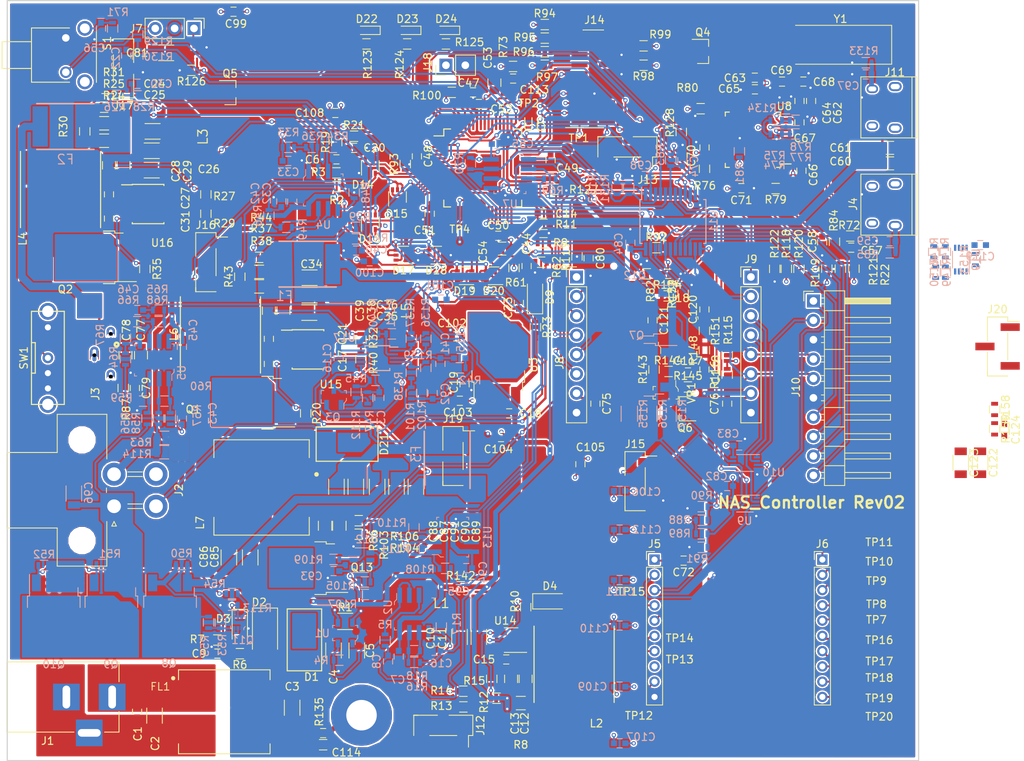
<source format=kicad_pcb>
(kicad_pcb (version 4) (host pcbnew 4.0.7)
  (layers (0 F.Cu signal) (1 In1.Cu power) (2 In2.Cu mixed) (31 B.Cu signal) (34 B.Paste user) (35 F.Paste user) (36 B.SilkS user hide) (37 F.SilkS user hide) (38 B.Mask user) (39 F.Mask user) (44 Edge.Cuts user))
  (net 0 "")
  (net 1 "Net-(C1-Pad2)")
  (net 2 "Net-(C1-Pad1)")
  (net 3 "Net-(C3-Pad1)")
  (net 4 GND)
  (net 5 "Net-(C4-Pad1)")
  (net 6 Vin)
  (net 7 ADC_VIN_V)
  (net 8 VCC)
  (net 9 ADC_VIN_I)
  (net 10 INPUT_SENSE)
  (net 11 "Net-(C11-Pad1)")
  (net 12 Vaux)
  (net 13 ADC_VAUX_V)
  (net 14 "Net-(C15-Pad2)")
  (net 15 "Net-(C15-Pad1)")
  (net 16 ADC_VAUX_I)
  (net 17 +3V3)
  (net 18 ADC_VCC_V)
  (net 19 "Net-(C21-Pad1)")
  (net 20 VCLAMP)
  (net 21 "Net-(C25-Pad1)")
  (net 22 5V2_A)
  (net 23 "Net-(C31-Pad1)")
  (net 24 "Net-(C35-Pad1)")
  (net 25 5V2_B)
  (net 26 ADC_BATT_V)
  (net 27 ADC_BATT_TEMP)
  (net 28 ADC_BATT_I)
  (net 29 "Net-(C47-Pad1)")
  (net 30 "Net-(C56-Pad1)")
  (net 31 "Net-(C57-Pad1)")
  (net 32 USB_VBUS_DET)
  (net 33 "Net-(C60-Pad1)")
  (net 34 "Net-(C68-Pad1)")
  (net 35 "Net-(C69-Pad1)")
  (net 36 PWR_SW_IN)
  (net 37 RST_SW_IN)
  (net 38 "Net-(C77-Pad1)")
  (net 39 "Net-(C85-Pad1)")
  (net 40 "Net-(C85-Pad2)")
  (net 41 V_SEPIC)
  (net 42 ADC_SEPIC_V)
  (net 43 ADC_SEPIC_I)
  (net 44 "Net-(D2-Pad1)")
  (net 45 "Net-(D3-Pad2)")
  (net 46 V_BATT)
  (net 47 "Net-(J2-Pad2)")
  (net 48 "Net-(J2-Pad3)")
  (net 49 "Net-(J2-Pad4)")
  (net 50 UART_XBEE_RX)
  (net 51 UART_XBEE_TX)
  (net 52 "Net-(J5-Pad4)")
  (net 53 XBEE_RST)
  (net 54 "Net-(J5-Pad6)")
  (net 55 "Net-(J5-Pad7)")
  (net 56 "Net-(J5-Pad8)")
  (net 57 "Net-(J5-Pad9)")
  (net 58 "Net-(J6-Pad1)")
  (net 59 "Net-(J6-Pad2)")
  (net 60 "Net-(J6-Pad3)")
  (net 61 "Net-(J6-Pad4)")
  (net 62 "Net-(J6-Pad5)")
  (net 63 "Net-(J6-Pad6)")
  (net 64 "Net-(J6-Pad7)")
  (net 65 "Net-(J6-Pad8)")
  (net 66 "Net-(J6-Pad9)")
  (net 67 "Net-(J6-Pad10)")
  (net 68 MIKROE_AN)
  (net 69 MIKROE_RST)
  (net 70 SPI_SCK)
  (net 71 SPI_MISO)
  (net 72 SPI_MOSI)
  (net 73 PWM_MIKROE)
  (net 74 MIKROE_INT)
  (net 75 UART_MIKROE_RX)
  (net 76 UART_MIKROE_TX)
  (net 77 I2C_SCL)
  (net 78 I2C_SDA)
  (net 79 UART_PI_TX)
  (net 80 UART_PI_RX)
  (net 81 PI_G0)
  (net 82 PI_G1)
  (net 83 PI_G2)
  (net 84 PI_G3)
  (net 85 JTAG_TMS)
  (net 86 ~TRST)
  (net 87 JTAG_TDI)
  (net 88 "Net-(J14-Pad4)")
  (net 89 "Net-(J14-Pad6)")
  (net 90 JTAG_TDO)
  (net 91 "Net-(J14-Pad9)")
  (net 92 JTAG_TCK)
  (net 93 "Net-(J14-Pad13)")
  (net 94 "Net-(J14-Pad14)")
  (net 95 "Net-(J14-Pad15)")
  (net 96 "Net-(J14-Pad17)")
  (net 97 "Net-(J14-Pad18)")
  (net 98 "Net-(J14-Pad19)")
  (net 99 "Net-(J14-Pad20)")
  (net 100 BOOT_MODE)
  (net 101 "Net-(L2-Pad2)")
  (net 102 "Net-(L4-Pad2)")
  (net 103 "Net-(L6-Pad2)")
  (net 104 PWM_5V2_A)
  (net 105 PWM_5V2_B)
  (net 106 "Net-(Q8-Pad1)")
  (net 107 "Net-(Q10-Pad1)")
  (net 108 "Net-(Q10-Pad2)")
  (net 109 "Net-(Q11-Pad2)")
  (net 110 "Net-(Q11-Pad6)")
  (net 111 USB_RST)
  (net 112 "Net-(Q13-Pad1)")
  (net 113 "Net-(Q13-Pad3)")
  (net 114 "Net-(R4-Pad1)")
  (net 115 "Net-(R5-Pad1)")
  (net 116 "Net-(R13-Pad2)")
  (net 117 "Net-(R14-Pad2)")
  (net 118 "Net-(R16-Pad2)")
  (net 119 "Net-(R30-Pad2)")
  (net 120 "Net-(R31-Pad2)")
  (net 121 "Net-(R33-Pad2)")
  (net 122 "Net-(R43-Pad2)")
  (net 123 "Net-(R44-Pad2)")
  (net 124 "Net-(R46-Pad2)")
  (net 125 "Net-(R56-Pad1)")
  (net 126 "Net-(R57-Pad2)")
  (net 127 "Net-(R58-Pad1)")
  (net 128 "Net-(R64-Pad1)")
  (net 129 "Net-(R65-Pad2)")
  (net 130 "Net-(R66-Pad1)")
  (net 131 "Net-(R74-Pad2)")
  (net 132 "Net-(R75-Pad2)")
  (net 133 "Net-(R81-Pad1)")
  (net 134 MUX_UART_S0)
  (net 135 MUX_UART_S1)
  (net 136 "Net-(R92-Pad1)")
  (net 137 ~RST)
  (net 138 "Net-(R104-Pad2)")
  (net 139 "Net-(R105-Pad2)")
  (net 140 "Net-(R106-Pad2)")
  (net 141 "Net-(R108-Pad2)")
  (net 142 PWM_SEPIC)
  (net 143 "Net-(U1-Pad1)")
  (net 144 ~IOEXP_RST)
  (net 145 ADC_5V2_B_V)
  (net 146 ADC_5V2_A_V)
  (net 147 ADC_5V2_A_I)
  (net 148 ADC_5V2_B_I)
  (net 149 "Net-(TP4-Pad1)")
  (net 150 UART_COM_TX)
  (net 151 "Net-(U6-Pad30)")
  (net 152 UART_COM_RX)
  (net 153 DEBUG_UART_TX)
  (net 154 DEBUG_UART_RX)
  (net 155 "Net-(U6-Pad40)")
  (net 156 "Net-(U6-Pad41)")
  (net 157 "Net-(TP1-Pad1)")
  (net 158 PI_PWR_OUT)
  (net 159 ~IOEXP_INT)
  (net 160 EXTMEM_~HOLD)
  (net 161 EXTMEM_~WP)
  (net 162 "Net-(U13-Pad6)")
  (net 163 "Net-(C59-Pad1)")
  (net 164 "Net-(C79-Pad2)")
  (net 165 "Net-(D22-Pad2)")
  (net 166 "Net-(D23-Pad2)")
  (net 167 "Net-(D24-Pad2)")
  (net 168 "Net-(J4-Pad4)")
  (net 169 "Net-(J7-Pad1)")
  (net 170 FAN_FEEDBACK)
  (net 171 SPI_CS1_MIKROE)
  (net 172 FAN_PWM)
  (net 173 MIKROE_AN_MCU)
  (net 174 PI_RST_OUT)
  (net 175 DEBUG_LED_RED)
  (net 176 DEBUG_LED_YEL)
  (net 177 DEBUG_LED_GRN)
  (net 178 SPI_CS0_EXTMEM)
  (net 179 "Net-(J7-Pad3)")
  (net 180 USB_DN_N)
  (net 181 USB_DN_P)
  (net 182 USB_UP_N)
  (net 183 USB_UP_P)
  (net 184 "Net-(C87-Pad1)")
  (net 185 "Net-(C97-Pad2)")
  (net 186 "Net-(J3-Pad2)")
  (net 187 "Net-(J3-Pad3)")
  (net 188 "Net-(J3-Pad4)")
  (net 189 "Net-(J11-Pad4)")
  (net 190 "Net-(R76-Pad2)")
  (net 191 "Net-(R79-Pad2)")
  (net 192 "Net-(R80-Pad2)")
  (net 193 "Net-(R134-Pad1)")
  (net 194 "Net-(U8-Pad17)")
  (net 195 "Net-(U8-Pad18)")
  (net 196 "Net-(U8-Pad19)")
  (net 197 "Net-(U8-Pad21)")
  (net 198 "Net-(U8-Pad22)")
  (net 199 "Net-(U8-Pad23)")
  (net 200 "Net-(U8-Pad24)")
  (net 201 "Net-(U8-Pad27)")
  (net 202 "Net-(U8-Pad28)")
  (net 203 "Net-(U8-Pad29)")
  (net 204 "Net-(U8-Pad30)")
  (net 205 "Net-(U8-Pad31)")
  (net 206 "Net-(U8-Pad32)")
  (net 207 "Net-(U8-Pad33)")
  (net 208 "Net-(U8-Pad35)")
  (net 209 "Net-(U8-Pad36)")
  (net 210 "Net-(U8-Pad40)")
  (net 211 "Net-(U8-Pad41)")
  (net 212 "Net-(U8-Pad42)")
  (net 213 "Net-(U8-Pad43)")
  (net 214 "Net-(U8-Pad45)")
  (net 215 "Net-(U8-Pad46)")
  (net 216 "Net-(U8-Pad47)")
  (net 217 "Net-(U8-Pad48)")
  (net 218 "Net-(C48-Pad1)")
  (net 219 "Net-(C49-Pad1)")
  (net 220 "Net-(C114-Pad1)")
  (net 221 "Net-(C17-Pad1)")
  (net 222 "Net-(C21-Pad2)")
  (net 223 "Net-(C27-Pad1)")
  (net 224 "Net-(C27-Pad2)")
  (net 225 "Net-(C37-Pad1)")
  (net 226 "Net-(C115-Pad1)")
  (net 227 "Net-(C115-Pad2)")
  (net 228 "Net-(D4-Pad1)")
  (net 229 "Net-(Q1-Pad1)")
  (net 230 "Net-(Q2-Pad1)")
  (net 231 "Net-(Q3-Pad2)")
  (net 232 "Net-(Q3-Pad1)")
  (net 233 "Net-(R12-Pad2)")
  (net 234 "Net-(R20-Pad1)")
  (net 235 "Net-(R27-Pad2)")
  (net 236 "Net-(R32-Pad2)")
  (net 237 "Net-(R35-Pad1)")
  (net 238 "Net-(R112-Pad1)")
  (net 239 "Net-(R136-Pad1)")
  (net 240 "Net-(R138-Pad2)")
  (net 241 "Net-(R140-Pad2)")
  (net 242 "Net-(TP2-Pad1)")
  (net 243 "Net-(C117-Pad1)")
  (net 244 "Net-(C118-Pad1)")
  (net 245 "Net-(C120-Pad1)")
  (net 246 "Net-(C122-Pad1)")
  (net 247 "Net-(C124-Pad1)")
  (net 248 ELOAD_PWM)
  (net 249 "Net-(Q12-Pad1)")
  (net 250 "Net-(Q12-Pad3)")
  (net 251 "Net-(R143-Pad2)")
  (net 252 ELOAD_SEL)
  (net 253 "Net-(R148-Pad2)")
  (net 254 "Net-(R149-Pad2)")
  (net 255 "Net-(R152-Pad1)")
  (net 256 "Net-(R152-Pad2)")
  (net 257 "Net-(R153-Pad2)")
  (net 258 "Net-(R154-Pad2)")
  (net 259 "Net-(VR1-Pad3)")
  (module Capacitors_SMD:C_0603 (layer B.Cu) (at 80.26402 69.34202)
    (fp_text reference C112 (at 3.556 0) (layer B.SilkS) (effects (justify mirror)))
    (fp_text value 0.01uF)
    (pad 2 smd rect (at 0.75 0) (size 0.8 0.75) (layers B.Cu B.Paste B.Mask) (net 17 +3V3))
    (pad 1 smd rect (at -0.75 0) (size 0.8 0.75) (layers B.Cu B.Paste B.Mask) (net 6 Vin))
  )
  (module digikey-footprints:SOIC-8_W3.9mm (layer B.Cu) (at 53.34002 80.39102)
    (fp_text reference U2 (at -3.429 -0.889 90) (layer B.SilkS) (effects (justify mirror)))
    (fp_text value TS462CDT)
    (pad 1 smd rect (at -1.905 -2.45) (size 0.6 2) (layers B.Cu B.Paste B.Mask) (net 115 "Net-(R5-Pad1)"))
    (pad 2 smd rect (at -0.635 -2.45) (size 0.6 2) (layers B.Cu B.Paste B.Mask) (net 115 "Net-(R5-Pad1)"))
    (pad 4 smd rect (at 1.905 -2.45) (size 0.6 2) (layers B.Cu B.Paste B.Mask) (net 4 GND))
    (pad 5 smd rect (at 1.905 2.45) (size 0.6 2) (layers B.Cu B.Paste B.Mask) (net 116 "Net-(R13-Pad2)"))
    (pad 6 smd rect (at 0.635 2.45) (size 0.6 2) (layers B.Cu B.Paste B.Mask) (net 117 "Net-(R14-Pad2)"))
    (pad 7 smd rect (at -0.635 2.45) (size 0.6 2) (layers B.Cu B.Paste B.Mask) (net 118 "Net-(R16-Pad2)"))
    (pad 8 smd rect (at -1.905 2.45) (size 0.6 2) (layers B.Cu B.Paste B.Mask) (net 8 VCC))
    (pad 3 smd rect (at 0.635 -2.45) (size 0.6 2) (layers B.Cu B.Paste B.Mask) (net 114 "Net-(R4-Pad1)"))
  )
  (module Resistors_SMD:R_0603 (layer F.Cu) (at 18.03402 35.17902 270)
    (fp_text reference R35 (at 0 -1.613548 270) (layer F.SilkS))
    (fp_text value "0 Ohm")
    (pad 1 smd rect (at -0.75 0 270) (size 0.5 0.9) (layers F.Cu F.Paste F.Mask) (net 237 "Net-(R35-Pad1)"))
    (pad 2 smd rect (at 0.75 0 270) (size 0.5 0.9) (layers F.Cu F.Paste F.Mask) (net 230 "Net-(Q2-Pad1)"))
  )
  (module Capacitors_SMD:C_0603 (layer F.Cu) (at 13.33502 28.57502 270)
    (fp_text reference C31 (at 0.381 -10.033 270) (layer F.SilkS))
    (fp_text value 1uF)
    (pad 2 smd rect (at 0.75 0 270) (size 0.8 0.75) (layers F.Cu F.Paste F.Mask) (net 4 GND))
    (pad 1 smd rect (at -0.75 0 270) (size 0.8 0.75) (layers F.Cu F.Paste F.Mask) (net 23 "Net-(C31-Pad1)"))
  )
  (module Resistors_SMD:R_0603 (layer F.Cu) (at 26.03502 25.40002 270)
    (fp_text reference R27 (at 0.254 -2.413 360) (layer F.SilkS))
    (fp_text value 5.4k)
    (pad 1 smd rect (at -0.75 0 270) (size 0.5 0.9) (layers F.Cu F.Paste F.Mask) (net 22 5V2_A))
    (pad 2 smd rect (at 0.75 0 270) (size 0.5 0.9) (layers F.Cu F.Paste F.Mask) (net 235 "Net-(R27-Pad2)"))
  )
  (module Resistors_SMD:R_0603 (layer F.Cu) (at 26.03502 27.94002 270)
    (fp_text reference R29 (at 1.27 -2.413 540) (layer F.SilkS))
    (fp_text value 1k)
    (pad 1 smd rect (at -0.75 0 270) (size 0.5 0.9) (layers F.Cu F.Paste F.Mask) (net 235 "Net-(R27-Pad2)"))
    (pad 2 smd rect (at 0.75 0 270) (size 0.5 0.9) (layers F.Cu F.Paste F.Mask) (net 4 GND))
  )
  (module Connectors:USB_Micro-B_10103594-0001LF (layer F.Cu) (at 115 26.75 90)
    (fp_text reference J4 (at 0.07998 -4.12898 90) (layer F.SilkS))
    (fp_text value 10103594-0001LF)
    (pad 1 smd rect (at -1.3 -1.5 180) (size 1.65 0.4) (layers F.Cu F.Paste F.Mask) (net 31 "Net-(C57-Pad1)"))
    (pad 2 smd rect (at -0.65 -1.5 180) (size 1.65 0.4) (layers F.Cu F.Paste F.Mask) (net 182 USB_UP_N))
    (pad 3 smd rect (at 0 -1.5 180) (size 1.65 0.4) (layers F.Cu F.Paste F.Mask) (net 183 USB_UP_P))
    (pad 4 smd rect (at 0.65 -1.5 180) (size 1.65 0.4) (layers F.Cu F.Paste F.Mask) (net 168 "Net-(J4-Pad4)"))
    (pad 5 smd rect (at 1.3 -1.5 180) (size 1.65 0.4) (layers F.Cu F.Paste F.Mask) (net 4 GND))
    (pad 6 thru_hole oval (at -2.42 -1.62 180) (size 1.5 1.1) (drill oval 1.05 0.65) (layers *.Cu *.Mask) (net 163 "Net-(C59-Pad1)"))
    (pad 6 thru_hole oval (at 2.42 -1.62 180) (size 1.5 1.1) (drill oval 1.05 0.65) (layers *.Cu *.Mask) (net 163 "Net-(C59-Pad1)"))
    (pad 6 thru_hole oval (at -2.73 1.38 180) (size 1.7 1.2) (drill oval 1.2 0.7) (layers *.Cu *.Mask) (net 163 "Net-(C59-Pad1)"))
    (pad 6 thru_hole oval (at 2.73 1.38 180) (size 1.7 1.2) (drill oval 1.2 0.7) (layers *.Cu *.Mask) (net 163 "Net-(C59-Pad1)"))
    (pad 6 smd rect (at -0.96 1.62 180) (size 2.5 1.43) (layers F.Cu F.Paste F.Mask) (net 163 "Net-(C59-Pad1)"))
    (pad 6 smd rect (at 0.96 1.62 180) (size 2.5 1.43) (layers F.Cu F.Paste F.Mask) (net 163 "Net-(C59-Pad1)"))
  )
  (module Capacitors_SMD:C_0603 (layer F.Cu) (at 17.01802 93.21802 270)
    (fp_text reference C1 (at 2.888 -0.094 270) (layer F.SilkS))
    (fp_text value 0.1uF)
    (pad 2 smd rect (at 0.75 0 270) (size 0.8 0.75) (layers F.Cu F.Paste F.Mask) (net 1 "Net-(C1-Pad2)"))
    (pad 1 smd rect (at -0.75 0 270) (size 0.8 0.75) (layers F.Cu F.Paste F.Mask) (net 2 "Net-(C1-Pad1)"))
  )
  (module Capacitors_SMD:C_1206 (layer F.Cu) (at 19.30402 93.72602 270)
    (fp_text reference C2 (at 3.65 -0.094 270) (layer F.SilkS))
    (fp_text value 22uF)
    (pad 1 smd rect (at -1.5 0 270) (size 1 1.6) (layers F.Cu F.Paste F.Mask) (net 2 "Net-(C1-Pad1)"))
    (pad 2 smd rect (at 1.5 0 270) (size 1 1.6) (layers F.Cu F.Paste F.Mask) (net 1 "Net-(C1-Pad2)"))
  )
  (module Capacitors_SMD:C_1206 (layer F.Cu) (at 37.33802 92.68602 270)
    (fp_text reference C3 (at -2.77 0 360) (layer F.SilkS))
    (fp_text value 22uF)
    (pad 1 smd rect (at -1.5 0 270) (size 1 1.6) (layers F.Cu F.Paste F.Mask) (net 3 "Net-(C3-Pad1)"))
    (pad 2 smd rect (at 1.5 0 270) (size 1 1.6) (layers F.Cu F.Paste F.Mask) (net 4 GND))
  )
  (module Capacitors_SMD:C_1206 (layer F.Cu) (at 42.766 85.184 270)
    (fp_text reference C4 (at 3.46202 0 270) (layer F.SilkS))
    (fp_text value 22uF)
    (pad 1 smd rect (at -1.5 0 270) (size 1 1.6) (layers F.Cu F.Paste F.Mask) (net 5 "Net-(C4-Pad1)"))
    (pad 2 smd rect (at 1.5 0 270) (size 1 1.6) (layers F.Cu F.Paste F.Mask) (net 4 GND))
  )
  (module Capacitors_SMD:C_1206 (layer F.Cu) (at 45.814 85.184 270)
    (fp_text reference C5 (at 0 -1.75 270) (layer F.SilkS))
    (fp_text value 22uF)
    (pad 1 smd rect (at -1.5 0 270) (size 1 1.6) (layers F.Cu F.Paste F.Mask) (net 6 Vin))
    (pad 2 smd rect (at 1.5 0 270) (size 1 1.6) (layers F.Cu F.Paste F.Mask) (net 4 GND))
  )
  (module Capacitors_SMD:C_0603 (layer F.Cu) (at 43.147 20.811816 180)
    (fp_text reference C6 (at 3.14198 -0.016204 180) (layer F.SilkS))
    (fp_text value 0.01uF)
    (pad 2 smd rect (at 0.75 0 180) (size 0.8 0.75) (layers F.Cu F.Paste F.Mask) (net 4 GND))
    (pad 1 smd rect (at -0.75 0 180) (size 0.8 0.75) (layers F.Cu F.Paste F.Mask) (net 7 ADC_VIN_V))
  )
  (module Capacitors_SMD:C_0603 (layer B.Cu) (at 51.30802 85.97902 270)
    (fp_text reference C7 (at 3.048 0.127 360) (layer B.SilkS) (effects (justify mirror)))
    (fp_text value 0.1uF)
    (pad 2 smd rect (at 0.75 0 270) (size 0.8 0.75) (layers B.Cu B.Paste B.Mask) (net 4 GND))
    (pad 1 smd rect (at -0.75 0 270) (size 0.8 0.75) (layers B.Cu B.Paste B.Mask) (net 8 VCC))
  )
  (module Capacitors_SMD:C_0603 (layer B.Cu) (at 49.91102 86.61402 270)
    (fp_text reference C8 (at 0 1.5 270) (layer B.SilkS) (effects (justify mirror)))
    (fp_text value 100pF)
    (pad 2 smd rect (at 0.75 0 270) (size 0.8 0.75) (layers B.Cu B.Paste B.Mask) (net 4 GND))
    (pad 1 smd rect (at -0.75 0 270) (size 0.8 0.75) (layers B.Cu B.Paste B.Mask) (net 9 ADC_VIN_I))
  )
  (module Capacitors_SMD:C_0603 (layer F.Cu) (at 27.535132 85.588642 180)
    (fp_text reference C9 (at 2.389112 -0.009378 180) (layer F.SilkS))
    (fp_text value 0.01uF)
    (pad 2 smd rect (at 0.75 0 180) (size 0.8 0.75) (layers F.Cu F.Paste F.Mask) (net 4 GND))
    (pad 1 smd rect (at -0.75 0 180) (size 0.8 0.75) (layers F.Cu F.Paste F.Mask) (net 10 INPUT_SENSE))
  )
  (module Capacitors_SMD:C_1206 (layer F.Cu) (at 59.276 83.406 270)
    (fp_text reference C10 (at 0.16002 3.77698 270) (layer F.SilkS))
    (fp_text value 22uF)
    (pad 1 smd rect (at -1.5 0 270) (size 1 1.6) (layers F.Cu F.Paste F.Mask) (net 6 Vin))
    (pad 2 smd rect (at 1.5 0 270) (size 1 1.6) (layers F.Cu F.Paste F.Mask) (net 4 GND))
  )
  (module Capacitors_SMD:C_1206 (layer F.Cu) (at 61.816 83.406 270)
    (fp_text reference C11 (at 0.16002 4.79298 270) (layer F.SilkS))
    (fp_text value 22uF)
    (pad 1 smd rect (at -1.5 0 270) (size 1 1.6) (layers F.Cu F.Paste F.Mask) (net 11 "Net-(C11-Pad1)"))
    (pad 2 smd rect (at 1.5 0 270) (size 1 1.6) (layers F.Cu F.Paste F.Mask) (net 4 GND))
  )
  (module Capacitors_SMD:C_0805 (layer F.Cu) (at 67.94502 88.90002 90)
    (fp_text reference C12 (at -5.842 -0.127 90) (layer F.SilkS))
    (fp_text value 22uF)
    (pad 1 smd rect (at -1 0 90) (size 1 1.25) (layers F.Cu F.Paste F.Mask) (net 12 Vaux))
    (pad 2 smd rect (at 1 0 90) (size 1 1.25) (layers F.Cu F.Paste F.Mask) (net 4 GND))
  )
  (module Capacitors_SMD:C_0805 (layer F.Cu) (at 66.04002 88.90002 90)
    (fp_text reference C13 (at -5.842 0.508 90) (layer F.SilkS))
    (fp_text value 22uF)
    (pad 1 smd rect (at -1 0 90) (size 1 1.25) (layers F.Cu F.Paste F.Mask) (net 12 Vaux))
    (pad 2 smd rect (at 1 0 90) (size 1 1.25) (layers F.Cu F.Paste F.Mask) (net 4 GND))
  )
  (module Capacitors_SMD:C_0603 (layer F.Cu) (at 70.276421 27.893237)
    (fp_text reference C14 (at 3.002599 0.046783) (layer F.SilkS))
    (fp_text value 0.01uF)
    (pad 2 smd rect (at 0.75 0) (size 0.8 0.75) (layers F.Cu F.Paste F.Mask) (net 4 GND))
    (pad 1 smd rect (at -0.75 0) (size 0.8 0.75) (layers F.Cu F.Paste F.Mask) (net 13 ADC_VAUX_V))
  )
  (module Capacitors_SMD:C_0603 (layer F.Cu) (at 65.40502 86.36002)
    (fp_text reference C15 (at -2.921 0) (layer F.SilkS))
    (fp_text value 1uF)
    (pad 2 smd rect (at 0.75 0) (size 0.8 0.75) (layers F.Cu F.Paste F.Mask) (net 14 "Net-(C15-Pad2)"))
    (pad 1 smd rect (at -0.75 0) (size 0.8 0.75) (layers F.Cu F.Paste F.Mask) (net 15 "Net-(C15-Pad1)"))
  )
  (module Capacitors_SMD:C_0603 (layer B.Cu) (at 56.01902 85.21702 180)
    (fp_text reference C16 (at -0.877 -1.651 180) (layer B.SilkS) (effects (justify mirror)))
    (fp_text value 100pF)
    (pad 2 smd rect (at 0.75 0 180) (size 0.8 0.75) (layers B.Cu B.Paste B.Mask) (net 4 GND))
    (pad 1 smd rect (at -0.75 0 180) (size 0.8 0.75) (layers B.Cu B.Paste B.Mask) (net 16 ADC_VAUX_I))
  )
  (module Capacitors_SMD:C_0603 (layer F.Cu) (at 45.46602 19.30402)
    (fp_text reference C20 (at 2.667 0) (layer F.SilkS))
    (fp_text value 0.01uF)
    (pad 2 smd rect (at 0.75 0) (size 0.8 0.75) (layers F.Cu F.Paste F.Mask) (net 4 GND))
    (pad 1 smd rect (at -0.75 0) (size 0.8 0.75) (layers F.Cu F.Paste F.Mask) (net 18 ADC_VCC_V))
  )
  (module Capacitors_SMD:C_0603 (layer F.Cu) (at 67.05602 39.62402 90)
    (fp_text reference C23 (at -0.635 -1.397 90) (layer F.SilkS))
    (fp_text value 0.1uF)
    (pad 2 smd rect (at 0.75 0 90) (size 0.8 0.75) (layers F.Cu F.Paste F.Mask) (net 4 GND))
    (pad 1 smd rect (at -0.75 0 90) (size 0.8 0.75) (layers F.Cu F.Paste F.Mask) (net 20 VCLAMP))
  )
  (module Capacitors_SMD:C_1206 (layer F.Cu) (at 19.05002 17.14502 180)
    (fp_text reference C24 (at -0.254 6.223 180) (layer F.SilkS))
    (fp_text value 22uF)
    (pad 1 smd rect (at -1.5 0 180) (size 1 1.6) (layers F.Cu F.Paste F.Mask) (net 6 Vin))
    (pad 2 smd rect (at 1.5 0 180) (size 1 1.6) (layers F.Cu F.Paste F.Mask) (net 4 GND))
  )
  (module Capacitors_SMD:C_1206 (layer F.Cu) (at 18.938006 19.68502 180)
    (fp_text reference C25 (at -0.366014 7.319956 180) (layer F.SilkS))
    (fp_text value 22uF)
    (pad 1 smd rect (at -1.5 0 180) (size 1 1.6) (layers F.Cu F.Paste F.Mask) (net 21 "Net-(C25-Pad1)"))
    (pad 2 smd rect (at 1.5 0 180) (size 1 1.6) (layers F.Cu F.Paste F.Mask) (net 4 GND))
  )
  (module Capacitors_SMD:C_1206 (layer F.Cu) (at 18.938006 22.22502 180)
    (fp_text reference C26 (at -7.478014 0.127 180) (layer F.SilkS))
    (fp_text value 22uF)
    (pad 1 smd rect (at -1.5 0 180) (size 1 1.6) (layers F.Cu F.Paste F.Mask) (net 21 "Net-(C25-Pad1)"))
    (pad 2 smd rect (at 1.5 0 180) (size 1 1.6) (layers F.Cu F.Paste F.Mask) (net 4 GND))
  )
  (module Capacitors_SMD:C_0805 (layer F.Cu) (at 13.33502 21.59002 270)
    (fp_text reference C28 (at 0.762 -8.763 270) (layer F.SilkS))
    (fp_text value 22uF)
    (pad 1 smd rect (at -1 0 270) (size 1 1.25) (layers F.Cu F.Paste F.Mask) (net 22 5V2_A))
    (pad 2 smd rect (at 1 0 270) (size 1 1.25) (layers F.Cu F.Paste F.Mask) (net 4 GND))
  )
  (module Capacitors_SMD:C_0805 (layer F.Cu) (at 15.24002 21.59002 270)
    (fp_text reference C29 (at 0.762 -8.382 270) (layer F.SilkS))
    (fp_text value 22uF)
    (pad 1 smd rect (at -1 0 270) (size 1 1.25) (layers F.Cu F.Paste F.Mask) (net 22 5V2_A))
    (pad 2 smd rect (at 1 0 270) (size 1 1.25) (layers F.Cu F.Paste F.Mask) (net 4 GND))
  )
  (module Capacitors_SMD:C_0603 (layer B.Cu) (at 17.070968 10.906658)
    (fp_text reference C30 (at 3.122052 0.015362) (layer B.SilkS) (effects (justify mirror)))
    (fp_text value 0.01uF)
    (pad 2 smd rect (at 0.75 0) (size 0.8 0.75) (layers B.Cu B.Paste B.Mask) (net 4 GND))
    (pad 1 smd rect (at -0.75 0) (size 0.8 0.75) (layers B.Cu B.Paste B.Mask) (net 146 ADC_5V2_A_V))
  )
  (module Capacitors_SMD:C_0603 (layer B.Cu) (at 37.35183 26.348682 90)
    (fp_text reference C32 (at 1.075662 -3.31581 90) (layer B.SilkS) (effects (justify mirror)))
    (fp_text value 0.1uF)
    (pad 2 smd rect (at 0.75 0 90) (size 0.8 0.75) (layers B.Cu B.Paste B.Mask) (net 4 GND))
    (pad 1 smd rect (at -0.75 0 90) (size 0.8 0.75) (layers B.Cu B.Paste B.Mask) (net 8 VCC))
  )
  (module Capacitors_SMD:C_0603 (layer B.Cu) (at 36.84383 21.014682)
    (fp_text reference C33 (at -0.01381 1.464338) (layer B.SilkS) (effects (justify mirror)))
    (fp_text value 100pF)
    (pad 2 smd rect (at 0.75 0) (size 0.8 0.75) (layers B.Cu B.Paste B.Mask) (net 4 GND))
    (pad 1 smd rect (at -0.75 0) (size 0.8 0.75) (layers B.Cu B.Paste B.Mask) (net 147 ADC_5V2_A_I))
  )
  (module Capacitors_SMD:C_1206 (layer F.Cu) (at 39.62402 36.32202 180)
    (fp_text reference C34 (at -0.254 1.778 180) (layer F.SilkS))
    (fp_text value 22uF)
    (pad 1 smd rect (at -1.5 0 180) (size 1 1.6) (layers F.Cu F.Paste F.Mask) (net 6 Vin))
    (pad 2 smd rect (at 1.5 0 180) (size 1 1.6) (layers F.Cu F.Paste F.Mask) (net 4 GND))
  )
  (module Capacitors_SMD:C_1206 (layer F.Cu) (at 39.591 40.89402 180)
    (fp_text reference C35 (at -10.19302 -0.508 180) (layer F.SilkS))
    (fp_text value 22uF)
    (pad 1 smd rect (at -1.5 0 180) (size 1 1.6) (layers F.Cu F.Paste F.Mask) (net 24 "Net-(C35-Pad1)"))
    (pad 2 smd rect (at 1.5 0 180) (size 1 1.6) (layers F.Cu F.Paste F.Mask) (net 4 GND))
  )
  (module Capacitors_SMD:C_1206 (layer F.Cu) (at 39.62402 38.60802 180)
    (fp_text reference C36 (at -10.16 -1.27 180) (layer F.SilkS))
    (fp_text value 22uF)
    (pad 1 smd rect (at -1.5 0 180) (size 1 1.6) (layers F.Cu F.Paste F.Mask) (net 24 "Net-(C35-Pad1)"))
    (pad 2 smd rect (at 1.5 0 180) (size 1 1.6) (layers F.Cu F.Paste F.Mask) (net 4 GND))
  )
  (module Capacitors_SMD:C_0805 (layer F.Cu) (at 36.19502 40.64002 270)
    (fp_text reference C38 (at 0 -11.557 270) (layer F.SilkS))
    (fp_text value 22uF)
    (pad 1 smd rect (at -1 0 270) (size 1 1.25) (layers F.Cu F.Paste F.Mask) (net 25 5V2_B))
    (pad 2 smd rect (at 1 0 270) (size 1 1.25) (layers F.Cu F.Paste F.Mask) (net 4 GND))
  )
  (module Capacitors_SMD:C_0805 (layer F.Cu) (at 34.29002 40.64002 270)
    (fp_text reference C39 (at 0 -11.938 270) (layer F.SilkS))
    (fp_text value 22uF)
    (pad 1 smd rect (at -1 0 270) (size 1 1.25) (layers F.Cu F.Paste F.Mask) (net 25 5V2_B))
    (pad 2 smd rect (at 1 0 270) (size 1 1.25) (layers F.Cu F.Paste F.Mask) (net 4 GND))
  )
  (module Capacitors_SMD:C_0603 (layer B.Cu) (at 45.72002 32.76602 180)
    (fp_text reference C40 (at -2.667 0.127 360) (layer B.SilkS) (effects (justify mirror)))
    (fp_text value 0.01uF)
    (pad 2 smd rect (at 0.75 0 180) (size 0.8 0.75) (layers B.Cu B.Paste B.Mask) (net 4 GND))
    (pad 1 smd rect (at -0.75 0 180) (size 0.8 0.75) (layers B.Cu B.Paste B.Mask) (net 145 ADC_5V2_B_V))
  )
  (module Capacitors_SMD:C_0603 (layer B.Cu) (at 56.76902 47.61302 270)
    (fp_text reference C41 (at -2.655 -0.635 450) (layer B.SilkS) (effects (justify mirror)))
    (fp_text value 100pF)
    (pad 2 smd rect (at 0.75 0 270) (size 0.8 0.75) (layers B.Cu B.Paste B.Mask) (net 4 GND))
    (pad 1 smd rect (at -0.75 0 270) (size 0.8 0.75) (layers B.Cu B.Paste B.Mask) (net 226 "Net-(C115-Pad1)"))
  )
  (module Capacitors_SMD:C_0603 (layer B.Cu) (at 35.92181 26.315662 90)
    (fp_text reference C42 (at 1.042642 -3.40979 90) (layer B.SilkS) (effects (justify mirror)))
    (fp_text value 100pF)
    (pad 2 smd rect (at 0.75 0 90) (size 0.8 0.75) (layers B.Cu B.Paste B.Mask) (net 4 GND))
    (pad 1 smd rect (at -0.75 0 90) (size 0.8 0.75) (layers B.Cu B.Paste B.Mask) (net 148 ADC_5V2_B_I))
  )
  (module Capacitors_SMD:C_0603 (layer B.Cu) (at 22.88777 54.780938 90)
    (fp_text reference C43 (at 0.678918 4.03625 90) (layer B.SilkS) (effects (justify mirror)))
    (fp_text value 100pF)
    (pad 2 smd rect (at 0.75 0 90) (size 0.8 0.75) (layers B.Cu B.Paste B.Mask) (net 4 GND))
    (pad 1 smd rect (at -0.75 0 90) (size 0.8 0.75) (layers B.Cu B.Paste B.Mask) (net 26 ADC_BATT_V))
  )
  (module Capacitors_SMD:C_0603 (layer F.Cu) (at 68.07202 34.79802 270)
    (fp_text reference C44 (at -2.921 0 270) (layer F.SilkS))
    (fp_text value 0.1uF)
    (pad 2 smd rect (at 0.75 0 270) (size 0.8 0.75) (layers F.Cu F.Paste F.Mask) (net 4 GND))
    (pad 1 smd rect (at -0.75 0 270) (size 0.8 0.75) (layers F.Cu F.Paste F.Mask) (net 27 ADC_BATT_TEMP))
  )
  (module Capacitors_SMD:C_0603 (layer B.Cu) (at 22.88777 45.382938 270)
    (fp_text reference C45 (at -2.202918 -1.49625 270) (layer B.SilkS) (effects (justify mirror)))
    (fp_text value 0.1uF)
    (pad 2 smd rect (at 0.75 0 270) (size 0.8 0.75) (layers B.Cu B.Paste B.Mask) (net 4 GND))
    (pad 1 smd rect (at -0.75 0 270) (size 0.8 0.75) (layers B.Cu B.Paste B.Mask) (net 8 VCC))
  )
  (module Capacitors_SMD:C_0603 (layer B.Cu) (at 17.04577 40.556938 180)
    (fp_text reference C46 (at 1.17075 2.710918 360) (layer B.SilkS) (effects (justify mirror)))
    (fp_text value 100pF)
    (pad 2 smd rect (at 0.75 0 180) (size 0.8 0.75) (layers B.Cu B.Paste B.Mask) (net 4 GND))
    (pad 1 smd rect (at -0.75 0 180) (size 0.8 0.75) (layers B.Cu B.Paste B.Mask) (net 28 ADC_BATT_I))
  )
  (module Capacitors_SMD:C_0603 (layer F.Cu) (at 61.054 12.032)
    (fp_text reference C47 (at -0.60198 -1.23698) (layer F.SilkS))
    (fp_text value 2.2uF)
    (pad 2 smd rect (at 0.75 0) (size 0.8 0.75) (layers F.Cu F.Paste F.Mask) (net 4 GND))
    (pad 1 smd rect (at -0.75 0) (size 0.8 0.75) (layers F.Cu F.Paste F.Mask) (net 29 "Net-(C47-Pad1)"))
  )
  (module Capacitors_SMD:C_0603 (layer F.Cu) (at 53.688 20.414 270)
    (fp_text reference C48 (at 0 -1.5 270) (layer F.SilkS))
    (fp_text value 2.2uF)
    (pad 2 smd rect (at 0.75 0 270) (size 0.8 0.75) (layers F.Cu F.Paste F.Mask) (net 4 GND))
    (pad 1 smd rect (at -0.75 0 270) (size 0.8 0.75) (layers F.Cu F.Paste F.Mask) (net 218 "Net-(C48-Pad1)"))
  )
  (module Capacitors_SMD:C_0603 (layer F.Cu) (at 71.214 20.922 270)
    (fp_text reference C49 (at 1.04902 -2.19202 360) (layer F.SilkS))
    (fp_text value 2.2uF)
    (pad 2 smd rect (at 0.75 0 270) (size 0.8 0.75) (layers F.Cu F.Paste F.Mask) (net 4 GND))
    (pad 1 smd rect (at -0.75 0 270) (size 0.8 0.75) (layers F.Cu F.Paste F.Mask) (net 219 "Net-(C49-Pad1)"))
  )
  (module Capacitors_SMD:C_0603 (layer F.Cu) (at 64.356 30.828 180)
    (fp_text reference C50 (at 0 1.36398 180) (layer F.SilkS))
    (fp_text value 2.2uF)
    (pad 2 smd rect (at 0.75 0 180) (size 0.8 0.75) (layers F.Cu F.Paste F.Mask) (net 4 GND))
    (pad 1 smd rect (at -0.75 0 180) (size 0.8 0.75) (layers F.Cu F.Paste F.Mask) (net 17 +3V3))
  )
  (module Capacitors_SMD:C_0603 (layer F.Cu) (at 55.37202 27.94002 270)
    (fp_text reference C51 (at 2.159 0.635 360) (layer F.SilkS))
    (fp_text value 2.2uF)
    (pad 2 smd rect (at 0.75 0 270) (size 0.8 0.75) (layers F.Cu F.Paste F.Mask) (net 4 GND))
    (pad 1 smd rect (at -0.75 0 270) (size 0.8 0.75) (layers F.Cu F.Paste F.Mask) (net 17 +3V3))
  )
  (module Capacitors_SMD:C_0603 (layer F.Cu) (at 61.816 13.556 180)
    (fp_text reference C52 (at -2.95402 -0.66802 180) (layer F.SilkS))
    (fp_text value 2.2uF)
    (pad 2 smd rect (at 0.75 0 180) (size 0.8 0.75) (layers F.Cu F.Paste F.Mask) (net 4 GND))
    (pad 1 smd rect (at -0.75 0 180) (size 0.8 0.75) (layers F.Cu F.Paste F.Mask) (net 17 +3V3))
  )
  (module Capacitors_SMD:C_0805 (layer F.Cu) (at 63.848 10.762 90)
    (fp_text reference C53 (at 3.26898 -0.85598 90) (layer F.SilkS))
    (fp_text value 22uF)
    (pad 1 smd rect (at -1 0 90) (size 1 1.25) (layers F.Cu F.Paste F.Mask) (net 17 +3V3))
    (pad 2 smd rect (at 1 0 90) (size 1 1.25) (layers F.Cu F.Paste F.Mask) (net 4 GND))
  )
  (module Capacitors_SMD:C_0805 (layer F.Cu) (at 64.864 32.51202 180)
    (fp_text reference C54 (at 2.50698 -0.381 270) (layer F.SilkS))
    (fp_text value 22uF)
    (pad 1 smd rect (at -1 0 180) (size 1 1.25) (layers F.Cu F.Paste F.Mask) (net 17 +3V3))
    (pad 2 smd rect (at 1 0 180) (size 1 1.25) (layers F.Cu F.Paste F.Mask) (net 4 GND))
  )
  (module Capacitors_SMD:C_0603 (layer B.Cu) (at 64.26202 18.79602)
    (fp_text reference C55 (at 3.302 0) (layer B.SilkS) (effects (justify mirror)))
    (fp_text value 0.1uF)
    (pad 2 smd rect (at 0.75 0) (size 0.8 0.75) (layers B.Cu B.Paste B.Mask) (net 4 GND))
    (pad 1 smd rect (at -0.75 0) (size 0.8 0.75) (layers B.Cu B.Paste B.Mask) (net 17 +3V3))
  )
  (module Capacitors_SMD:C_0603 (layer B.Cu) (at 12.286 3.65 270)
    (fp_text reference C56 (at 2.57302 0.85598 360) (layer B.SilkS) (effects (justify mirror)))
    (fp_text value 100pF)
    (pad 2 smd rect (at 0.75 0 270) (size 0.8 0.75) (layers B.Cu B.Paste B.Mask) (net 4 GND))
    (pad 1 smd rect (at -0.75 0 270) (size 0.8 0.75) (layers B.Cu B.Paste B.Mask) (net 30 "Net-(C56-Pad1)"))
  )
  (module Capacitors_SMD:C_0603 (layer B.Cu) (at 115.664 31.543248 180)
    (fp_text reference C59 (at 2.88798 0.047228 180) (layer B.SilkS) (effects (justify mirror)))
    (fp_text value 100pF)
    (pad 2 smd rect (at 0.75 0 180) (size 0.8 0.75) (layers B.Cu B.Paste B.Mask) (net 4 GND))
    (pad 1 smd rect (at -0.75 0 180) (size 0.8 0.75) (layers B.Cu B.Paste B.Mask) (net 163 "Net-(C59-Pad1)"))
  )
  (module Capacitors_SMD:C_0603 (layer F.Cu) (at 105.359618 13.158082 90)
    (fp_text reference C62 (at -1.573938 3.479402 270) (layer F.SilkS))
    (fp_text value 2.2uF)
    (pad 2 smd rect (at 0.75 0 90) (size 0.8 0.75) (layers F.Cu F.Paste F.Mask) (net 4 GND))
    (pad 1 smd rect (at -0.75 0 90) (size 0.8 0.75) (layers F.Cu F.Paste F.Mask) (net 17 +3V3))
  )
  (module Capacitors_SMD:C_0603 (layer F.Cu) (at 97.981618 10.110082 180)
    (fp_text reference C63 (at 2.604598 -0.049938 180) (layer F.SilkS))
    (fp_text value 2.2uF)
    (pad 2 smd rect (at 0.75 0 180) (size 0.8 0.75) (layers F.Cu F.Paste F.Mask) (net 4 GND))
    (pad 1 smd rect (at -0.75 0 180) (size 0.8 0.75) (layers F.Cu F.Paste F.Mask) (net 17 +3V3))
  )
  (module Capacitors_SMD:C_0603 (layer F.Cu) (at 103.835618 13.158082 90)
    (fp_text reference C64 (at -1.573938 3.606402 90) (layer F.SilkS))
    (fp_text value 0.1uF)
    (pad 2 smd rect (at 0.75 0 90) (size 0.8 0.75) (layers F.Cu F.Paste F.Mask) (net 4 GND))
    (pad 1 smd rect (at -0.75 0 90) (size 0.8 0.75) (layers F.Cu F.Paste F.Mask) (net 17 +3V3))
  )
  (module Capacitors_SMD:C_0603 (layer F.Cu) (at 97.993618 11.634082 180)
    (fp_text reference C65 (at 3.378598 0.077062 180) (layer F.SilkS))
    (fp_text value 0.1uF)
    (pad 2 smd rect (at 0.75 0 180) (size 0.8 0.75) (layers F.Cu F.Paste F.Mask) (net 4 GND))
    (pad 1 smd rect (at -0.75 0 180) (size 0.8 0.75) (layers F.Cu F.Paste F.Mask) (net 17 +3V3))
  )
  (module Capacitors_SMD:C_0603 (layer F.Cu) (at 104.089618 22.302082 90)
    (fp_text reference C66 (at -0.557938 1.574402 90) (layer F.SilkS))
    (fp_text value 0.1uF)
    (pad 2 smd rect (at 0.75 0 90) (size 0.8 0.75) (layers F.Cu F.Paste F.Mask) (net 4 GND))
    (pad 1 smd rect (at -0.75 0 90) (size 0.8 0.75) (layers F.Cu F.Paste F.Mask) (net 17 +3V3))
  )
  (module Capacitors_SMD:C_0603 (layer F.Cu) (at 103.835618 15.964082 90)
    (fp_text reference C67 (at -2.069938 0.685402 180) (layer F.SilkS))
    (fp_text value 0.1uF)
    (pad 2 smd rect (at 0.75 0 90) (size 0.8 0.75) (layers F.Cu F.Paste F.Mask) (net 4 GND))
    (pad 1 smd rect (at -0.75 0 90) (size 0.8 0.75) (layers F.Cu F.Paste F.Mask) (net 17 +3V3))
  )
  (module Capacitors_SMD:C_0603 (layer F.Cu) (at 104.343618 10.618082)
    (fp_text reference C68 (at 2.717402 0.049938) (layer F.SilkS))
    (fp_text value 33pF)
    (pad 2 smd rect (at 0.75 0) (size 0.8 0.75) (layers F.Cu F.Paste F.Mask) (net 4 GND))
    (pad 1 smd rect (at -0.75 0) (size 0.8 0.75) (layers F.Cu F.Paste F.Mask) (net 34 "Net-(C68-Pad1)"))
  )
  (module Capacitors_SMD:C_0603 (layer F.Cu) (at 101.549618 10.618082 180)
    (fp_text reference C69 (at 0.076598 1.474062 360) (layer F.SilkS))
    (fp_text value 33pF)
    (pad 2 smd rect (at 0.75 0 180) (size 0.8 0.75) (layers F.Cu F.Paste F.Mask) (net 4 GND))
    (pad 1 smd rect (at -0.75 0 180) (size 0.8 0.75) (layers F.Cu F.Paste F.Mask) (net 35 "Net-(C69-Pad1)"))
  )
  (module Capacitors_SMD:C_0603 (layer F.Cu) (at 91.389618 19.254082 90)
    (fp_text reference C70 (at -1.065938 -1.727598 90) (layer F.SilkS))
    (fp_text value 0.1uF)
    (pad 2 smd rect (at 0.75 0 90) (size 0.8 0.75) (layers F.Cu F.Paste F.Mask) (net 4 GND))
    (pad 1 smd rect (at -0.75 0 90) (size 0.8 0.75) (layers F.Cu F.Paste F.Mask) (net 17 +3V3))
  )
  (module Capacitors_SMD:C_0603 (layer F.Cu) (at 96.215618 24.588082)
    (fp_text reference C71 (at 0 1.573938) (layer F.SilkS))
    (fp_text value 0.1uF)
    (pad 2 smd rect (at 0.75 0) (size 0.8 0.75) (layers F.Cu F.Paste F.Mask) (net 4 GND))
    (pad 1 smd rect (at -0.75 0) (size 0.8 0.75) (layers F.Cu F.Paste F.Mask) (net 17 +3V3))
  )
  (module Capacitors_SMD:C_0603 (layer F.Cu) (at 86.62602 35.81402)
    (fp_text reference C73 (at 0.623 2.286 90) (layer F.SilkS))
    (fp_text value 0.1uF)
    (pad 2 smd rect (at 0.75 0) (size 0.8 0.75) (layers F.Cu F.Paste F.Mask) (net 4 GND))
    (pad 1 smd rect (at -0.75 0) (size 0.8 0.75) (layers F.Cu F.Paste F.Mask) (net 36 PWR_SW_IN))
  )
  (module Capacitors_SMD:C_0603 (layer B.Cu) (at 88.486 20.922 90)
    (fp_text reference C74 (at -0.79502 1.55702 90) (layer B.SilkS) (effects (justify mirror)))
    (fp_text value 0.1uF)
    (pad 2 smd rect (at 0.75 0 90) (size 0.8 0.75) (layers B.Cu B.Paste B.Mask) (net 4 GND))
    (pad 1 smd rect (at -0.75 0 90) (size 0.8 0.75) (layers B.Cu B.Paste B.Mask) (net 37 RST_SW_IN))
  )
  (module Capacitors_SMD:C_0805 (layer F.Cu) (at 17.52602 46.48202 270)
    (fp_text reference C77 (at -3.302 0 270) (layer F.SilkS))
    (fp_text value 22uF)
    (pad 1 smd rect (at -1 0 270) (size 1 1.25) (layers F.Cu F.Paste F.Mask) (net 38 "Net-(C77-Pad1)"))
    (pad 2 smd rect (at 1 0 270) (size 1 1.25) (layers F.Cu F.Paste F.Mask) (net 4 GND))
  )
  (module Capacitors_SMD:C_0805 (layer F.Cu) (at 15.49402 46.48202 270)
    (fp_text reference C78 (at -3.302 -0.127 450) (layer F.SilkS))
    (fp_text value 22uF)
    (pad 1 smd rect (at -1 0 270) (size 1 1.25) (layers F.Cu F.Paste F.Mask) (net 38 "Net-(C77-Pad1)"))
    (pad 2 smd rect (at 1 0 270) (size 1 1.25) (layers F.Cu F.Paste F.Mask) (net 4 GND))
  )
  (module Capacitors_SMD:C_0603 (layer F.Cu) (at 16.723518 50.779972 270)
    (fp_text reference C79 (at 0 -1.5 270) (layer F.SilkS))
    (fp_text value 100pF)
    (pad 2 smd rect (at 0.75 0 270) (size 0.8 0.75) (layers F.Cu F.Paste F.Mask) (net 164 "Net-(C79-Pad2)"))
    (pad 1 smd rect (at -0.75 0 270) (size 0.8 0.75) (layers F.Cu F.Paste F.Mask) (net 4 GND))
  )
  (module Capacitors_SMD:C_0603 (layer B.Cu) (at 94.36102 63.62702 180)
    (fp_text reference C82 (at 1.397 1.27 180) (layer B.SilkS) (effects (justify mirror)))
    (fp_text value 0.1uF)
    (pad 2 smd rect (at 0.75 0 180) (size 0.8 0.75) (layers B.Cu B.Paste B.Mask) (net 4 GND))
    (pad 1 smd rect (at -0.75 0 180) (size 0.8 0.75) (layers B.Cu B.Paste B.Mask) (net 17 +3V3))
  )
  (module Capacitors_SMD:C_0603 (layer B.Cu) (at 95.936097 58.320007)
    (fp_text reference C83 (at -1.448077 -1.550987) (layer B.SilkS) (effects (justify mirror)))
    (fp_text value 0.1uF)
    (pad 2 smd rect (at 0.75 0) (size 0.8 0.75) (layers B.Cu B.Paste B.Mask) (net 4 GND))
    (pad 1 smd rect (at -0.75 0) (size 0.8 0.75) (layers B.Cu B.Paste B.Mask) (net 17 +3V3))
  )
  (module Capacitors_SMD:C_0603 (layer B.Cu) (at 81.66102 31.73802 90)
    (fp_text reference C84 (at -0.139 -1.524 90) (layer B.SilkS) (effects (justify mirror)))
    (fp_text value 0.1uF)
    (pad 2 smd rect (at 0.75 0 90) (size 0.8 0.75) (layers B.Cu B.Paste B.Mask) (net 4 GND))
    (pad 1 smd rect (at -0.75 0 90) (size 0.8 0.75) (layers B.Cu B.Paste B.Mask) (net 17 +3V3))
  )
  (module Capacitors_SMD:C_1206 (layer F.Cu) (at 31.844 72.992 90)
    (fp_text reference C85 (at 0.09398 -4.66598 90) (layer F.SilkS))
    (fp_text value 2.2uF)
    (pad 1 smd rect (at -1.5 0 90) (size 1 1.6) (layers F.Cu F.Paste F.Mask) (net 39 "Net-(C85-Pad1)"))
    (pad 2 smd rect (at 1.5 0 90) (size 1 1.6) (layers F.Cu F.Paste F.Mask) (net 40 "Net-(C85-Pad2)"))
  )
  (module Capacitors_SMD:C_1206 (layer F.Cu) (at 29.05 72.992 270)
    (fp_text reference C86 (at -0.09398 3.26898 270) (layer F.SilkS))
    (fp_text value 2.2uF)
    (pad 1 smd rect (at -1.5 0 270) (size 1 1.6) (layers F.Cu F.Paste F.Mask) (net 40 "Net-(C85-Pad2)"))
    (pad 2 smd rect (at 1.5 0 270) (size 1 1.6) (layers F.Cu F.Paste F.Mask) (net 39 "Net-(C85-Pad1)"))
  )
  (module Capacitors_SMD:C_1206 (layer F.Cu) (at 45.687 63.721 270)
    (fp_text reference C87 (at 5.87502 -11.59002 270) (layer F.SilkS))
    (fp_text value 22uF)
    (pad 1 smd rect (at -1.5 0 270) (size 1 1.6) (layers F.Cu F.Paste F.Mask) (net 184 "Net-(C87-Pad1)"))
    (pad 2 smd rect (at 1.5 0 270) (size 1 1.6) (layers F.Cu F.Paste F.Mask) (net 4 GND))
  )
  (module Capacitors_SMD:C_1206 (layer F.Cu) (at 43.147 63.721 270)
    (fp_text reference C88 (at 5.87502 -12.73302 270) (layer F.SilkS))
    (fp_text value 22uF)
    (pad 1 smd rect (at -1.5 0 270) (size 1 1.6) (layers F.Cu F.Paste F.Mask) (net 184 "Net-(C87-Pad1)"))
    (pad 2 smd rect (at 1.5 0 270) (size 1 1.6) (layers F.Cu F.Paste F.Mask) (net 4 GND))
  )
  (module Capacitors_SMD:C_1206 (layer F.Cu) (at 53.561 63.721 270)
    (fp_text reference C89 (at 5.87502 -7.90702 270) (layer F.SilkS))
    (fp_text value 22uF)
    (pad 1 smd rect (at -1.5 0 270) (size 1 1.6) (layers F.Cu F.Paste F.Mask) (net 41 V_SEPIC))
    (pad 2 smd rect (at 1.5 0 270) (size 1 1.6) (layers F.Cu F.Paste F.Mask) (net 4 GND))
  )
  (module Capacitors_SMD:C_1206 (layer F.Cu) (at 51.021 63.721 270)
    (fp_text reference C90 (at 5.87502 -9.05002 270) (layer F.SilkS))
    (fp_text value 22uF)
    (pad 1 smd rect (at -1.5 0 270) (size 1 1.6) (layers F.Cu F.Paste F.Mask) (net 41 V_SEPIC))
    (pad 2 smd rect (at 1.5 0 270) (size 1 1.6) (layers F.Cu F.Paste F.Mask) (net 4 GND))
  )
  (module Capacitors_SMD:C_1206 (layer F.Cu) (at 48.481 63.721 270)
    (fp_text reference C91 (at 5.87502 -10.19302 270) (layer F.SilkS))
    (fp_text value 22uF)
    (pad 1 smd rect (at -1.5 0 270) (size 1 1.6) (layers F.Cu F.Paste F.Mask) (net 41 V_SEPIC))
    (pad 2 smd rect (at 1.5 0 270) (size 1 1.6) (layers F.Cu F.Paste F.Mask) (net 4 GND))
  )
  (module Capacitors_SMD:C_0603 (layer B.Cu) (at 55.75302 51.43502 90)
    (fp_text reference C92 (at -0.127 1.651 90) (layer B.SilkS) (effects (justify mirror)))
    (fp_text value 0.01uF)
    (pad 2 smd rect (at 0.75 0 90) (size 0.8 0.75) (layers B.Cu B.Paste B.Mask) (net 4 GND))
    (pad 1 smd rect (at -0.75 0 90) (size 0.8 0.75) (layers B.Cu B.Paste B.Mask) (net 42 ADC_SEPIC_V))
  )
  (module Capacitors_SMD:C_0603 (layer B.Cu) (at 42.766 74.77 180)
    (fp_text reference C93 (at 2.88798 -0.66802 180) (layer B.SilkS) (effects (justify mirror)))
    (fp_text value 0.1uF)
    (pad 2 smd rect (at 0.75 0 180) (size 0.8 0.75) (layers B.Cu B.Paste B.Mask) (net 4 GND))
    (pad 1 smd rect (at -0.75 0 180) (size 0.8 0.75) (layers B.Cu B.Paste B.Mask) (net 6 Vin))
  )
  (module Capacitors_SMD:C_0603 (layer B.Cu) (at 60.165 74.389 180)
    (fp_text reference C94 (at -2.19202 -0.54102 270) (layer B.SilkS) (effects (justify mirror)))
    (fp_text value 0.1uF)
    (pad 2 smd rect (at 0.75 0 180) (size 0.8 0.75) (layers B.Cu B.Paste B.Mask) (net 4 GND))
    (pad 1 smd rect (at -0.75 0 180) (size 0.8 0.75) (layers B.Cu B.Paste B.Mask) (net 8 VCC))
  )
  (module Capacitors_SMD:C_0603 (layer B.Cu) (at 59.17002 75.94602)
    (fp_text reference C95 (at 0 1.5) (layer B.SilkS) (effects (justify mirror)))
    (fp_text value 100pF)
    (pad 2 smd rect (at 0.75 0) (size 0.8 0.75) (layers B.Cu B.Paste B.Mask) (net 4 GND))
    (pad 1 smd rect (at -0.75 0) (size 0.8 0.75) (layers B.Cu B.Paste B.Mask) (net 43 ADC_SEPIC_I))
  )
  (module Diodes_SMD:D_SMA (layer F.Cu) (at 33.78202 83.02602 270)
    (fp_text reference D2 (at -4.159 0.762 360) (layer F.SilkS))
    (fp_text value 15MQ060NTR)
    (pad 1 smd rect (at -2 0 270) (size 2.5 1.8) (layers F.Cu F.Paste F.Mask) (net 44 "Net-(D2-Pad1)"))
    (pad 2 smd rect (at 2 0 270) (size 2.5 1.8) (layers F.Cu F.Paste F.Mask) (net 3 "Net-(C3-Pad1)"))
  )
  (module Diodes_SMD:D_SOD-123 (layer F.Cu) (at 30.48002 82.04202 270)
    (fp_text reference D3 (at -1.016 2.159 360) (layer F.SilkS))
    (fp_text value 5.6V)
    (pad 1 smd rect (at -1.65 0 270) (size 0.9 1.2) (layers F.Cu F.Paste F.Mask) (net 44 "Net-(D2-Pad1)"))
    (pad 2 smd rect (at 1.65 0 270) (size 0.9 1.2) (layers F.Cu F.Paste F.Mask) (net 45 "Net-(D3-Pad2)"))
  )
  (module Diodes_SMD:D_SOD-123 (layer F.Cu) (at 71.12002 78.74002)
    (fp_text reference D4 (at 0 -2) (layer F.SilkS))
    (fp_text value 4.7V)
    (pad 1 smd rect (at -1.65 0) (size 0.9 1.2) (layers F.Cu F.Paste F.Mask) (net 228 "Net-(D4-Pad1)"))
    (pad 2 smd rect (at 1.65 0) (size 0.9 1.2) (layers F.Cu F.Paste F.Mask) (net 4 GND))
  )
  (module Diodes_SMD:D_SOD-123 (layer F.Cu) (at 69.173944 38.805174 90)
    (fp_text reference D9 (at -0.056846 1.946076 90) (layer F.SilkS))
    (fp_text value 3.3V)
    (pad 1 smd rect (at -1.65 0 90) (size 0.9 1.2) (layers F.Cu F.Paste F.Mask) (net 20 VCLAMP))
    (pad 2 smd rect (at 1.65 0 90) (size 0.9 1.2) (layers F.Cu F.Paste F.Mask) (net 4 GND))
  )
  (module PowerDI5:Diodes_Incorporated_POWERDI_5 (layer F.Cu) (at 45.687 58.133 270)
    (fp_text reference D21 (at 0.03302 -3.71602 270) (layer F.SilkS))
    (fp_text value SBR8U60P5-13)
    (pad 2 smd rect (at 0 0 270) (size 3.36 4.86) (layers F.Cu F.Paste F.Mask) (net 41 V_SEPIC))
    (pad 1 smd rect (at -0.985 3.982 270) (size 1.39 1.4) (layers F.Cu F.Paste F.Mask) (net 40 "Net-(C85-Pad2)"))
    (pad 3 smd rect (at 0.985 3.982 270) (size 1.39 1.4) (layers F.Cu F.Paste F.Mask) (net 40 "Net-(C85-Pad2)"))
  )
  (module 2920L:2920L (layer B.Cu) (at 39.36802 34.54402 180)
    (fp_text reference F1 (at 3.046 -4.191 180) (layer B.SilkS) (effects (font (size 1.26529 1.26529)) (justify mirror)))
    (fp_text value 2920L300/15DR hide)
    (pad 1 smd rect (at -3.3 0 180) (size 2 5.3) (layers B.Cu B.Paste B.Mask) (net 33 "Net-(C60-Pad1)"))
    (pad 2 smd rect (at 3.3 0 180) (size 2 5.3) (layers B.Cu B.Paste B.Mask) (net 25 5V2_B))
  )
  (module 2920L:2920L (layer B.Cu) (at 7.62002 16.51002)
    (fp_text reference F2 (at 0 4.318) (layer B.SilkS) (effects (font (size 1.26529 1.26529)) (justify mirror)))
    (fp_text value 2920L300/15DR hide)
    (pad 1 smd rect (at -3.3 0) (size 2 5.3) (layers B.Cu B.Paste B.Mask) (net 38 "Net-(C77-Pad1)"))
    (pad 2 smd rect (at 3.3 0) (size 2 5.3) (layers B.Cu B.Paste B.Mask) (net 22 5V2_A))
  )
  (module Connectors:BARREL_JACK (layer F.Cu) (at 13.75 91.2819)
    (fp_text reference J1 (at -8.45 5.75 180) (layer F.SilkS))
    (fp_text value Barrel_Jack)
    (pad 1 thru_hole rect (at 0 0) (size 3.5 3.5) (drill oval 1 3) (layers *.Cu *.Mask) (net 2 "Net-(C1-Pad1)"))
    (pad 2 thru_hole rect (at -6 0) (size 3.5 3.5) (drill oval 1 3) (layers *.Cu *.Mask) (net 1 "Net-(C1-Pad2)"))
    (pad 3 thru_hole rect (at -3 4.7) (size 3.5 3.5) (drill oval 3 1) (layers *.Cu *.Mask) (net 1 "Net-(C1-Pad2)"))
  )
  (module Connectors_Molex:Molex_MiniFit-JR-5569-04A1_2x02x4.20mm_Angled (layer F.Cu) (at 14 66.2788 90)
    (fp_text reference J2 (at 2.1 8.5 90) (layer F.SilkS))
    (fp_text value Conn_01x04)
    (pad 1 thru_hole rect (at 0 0 90) (size 3 3) (drill 1.8) (layers *.Cu *.Mask) (net 46 V_BATT))
    (pad 2 thru_hole circle (at 4.2 0 90) (size 3 3) (drill 1.8) (layers *.Cu *.Mask) (net 47 "Net-(J2-Pad2)"))
    (pad 3 thru_hole circle (at 0 5.5 90) (size 3 3) (drill 1.8) (layers *.Cu *.Mask) (net 48 "Net-(J2-Pad3)"))
    (pad 4 thru_hole circle (at 4.2 5.5 90) (size 3 3) (drill 1.8) (layers *.Cu *.Mask) (net 49 "Net-(J2-Pad4)"))
    (pad "" np_thru_hole circle (at -4.5 -4.2 90) (size 3.2 3.2) (drill 3.2) (layers *.Cu *.Mask))
    (pad "" np_thru_hole circle (at 8.7 -4.2 90) (size 3.2 3.2) (drill 3.2) (layers *.Cu *.Mask))
  )
  (module Socket_Strips:Socket_Strip_Straight_1x10_Pitch2.00mm (layer F.Cu) (at 84.838 73.27)
    (fp_text reference J5 (at 0 -2.06) (layer F.SilkS))
    (fp_text value NPPN101BFCN-RC)
    (pad 1 thru_hole rect (at 0 0) (size 1.35 1.35) (drill 0.8) (layers *.Cu *.Mask) (net 17 +3V3))
    (pad 2 thru_hole oval (at 0 2) (size 1.35 1.35) (drill 0.8) (layers *.Cu *.Mask) (net 50 UART_XBEE_RX))
    (pad 3 thru_hole oval (at 0 4) (size 1.35 1.35) (drill 0.8) (layers *.Cu *.Mask) (net 51 UART_XBEE_TX))
    (pad 4 thru_hole oval (at 0 6) (size 1.35 1.35) (drill 0.8) (layers *.Cu *.Mask) (net 52 "Net-(J5-Pad4)"))
    (pad 5 thru_hole oval (at 0 8) (size 1.35 1.35) (drill 0.8) (layers *.Cu *.Mask) (net 53 XBEE_RST))
    (pad 6 thru_hole oval (at 0 10) (size 1.35 1.35) (drill 0.8) (layers *.Cu *.Mask) (net 54 "Net-(J5-Pad6)"))
    (pad 7 thru_hole oval (at 0 12) (size 1.35 1.35) (drill 0.8) (layers *.Cu *.Mask) (net 55 "Net-(J5-Pad7)"))
    (pad 8 thru_hole oval (at 0 14) (size 1.35 1.35) (drill 0.8) (layers *.Cu *.Mask) (net 56 "Net-(J5-Pad8)"))
    (pad 9 thru_hole oval (at 0 16) (size 1.35 1.35) (drill 0.8) (layers *.Cu *.Mask) (net 57 "Net-(J5-Pad9)"))
    (pad 10 thru_hole oval (at 0 18) (size 1.35 1.35) (drill 0.8) (layers *.Cu *.Mask) (net 4 GND))
  )
  (module Socket_Strips:Socket_Strip_Straight_1x10_Pitch2.00mm (layer F.Cu) (at 106.838 73.27)
    (fp_text reference J6 (at 0 -2.06) (layer F.SilkS))
    (fp_text value NPPN101BFCN-RC)
    (pad 1 thru_hole rect (at 0 0) (size 1.35 1.35) (drill 0.8) (layers *.Cu *.Mask) (net 58 "Net-(J6-Pad1)"))
    (pad 2 thru_hole oval (at 0 2) (size 1.35 1.35) (drill 0.8) (layers *.Cu *.Mask) (net 59 "Net-(J6-Pad2)"))
    (pad 3 thru_hole oval (at 0 4) (size 1.35 1.35) (drill 0.8) (layers *.Cu *.Mask) (net 60 "Net-(J6-Pad3)"))
    (pad 4 thru_hole oval (at 0 6) (size 1.35 1.35) (drill 0.8) (layers *.Cu *.Mask) (net 61 "Net-(J6-Pad4)"))
    (pad 5 thru_hole oval (at 0 8) (size 1.35 1.35) (drill 0.8) (layers *.Cu *.Mask) (net 62 "Net-(J6-Pad5)"))
    (pad 6 thru_hole oval (at 0 10) (size 1.35 1.35) (drill 0.8) (layers *.Cu *.Mask) (net 63 "Net-(J6-Pad6)"))
    (pad 7 thru_hole oval (at 0 12) (size 1.35 1.35) (drill 0.8) (layers *.Cu *.Mask) (net 64 "Net-(J6-Pad7)"))
    (pad 8 thru_hole oval (at 0 14) (size 1.35 1.35) (drill 0.8) (layers *.Cu *.Mask) (net 65 "Net-(J6-Pad8)"))
    (pad 9 thru_hole oval (at 0 16) (size 1.35 1.35) (drill 0.8) (layers *.Cu *.Mask) (net 66 "Net-(J6-Pad9)"))
    (pad 10 thru_hole oval (at 0 18) (size 1.35 1.35) (drill 0.8) (layers *.Cu *.Mask) (net 67 "Net-(J6-Pad10)"))
  )
  (module Socket_Strips:Socket_Strip_Straight_1x08_Pitch2.54mm (layer F.Cu) (at 74.614 36.23)
    (fp_text reference J8 (at -2.22398 11.26802 90) (layer F.SilkS))
    (fp_text value PPTC081LFBN-RC)
    (pad 1 thru_hole rect (at 0 0) (size 1.7 1.7) (drill 1) (layers *.Cu *.Mask) (net 68 MIKROE_AN))
    (pad 2 thru_hole oval (at 0 2.54) (size 1.7 1.7) (drill 1) (layers *.Cu *.Mask) (net 69 MIKROE_RST))
    (pad 3 thru_hole oval (at 0 5.08) (size 1.7 1.7) (drill 1) (layers *.Cu *.Mask) (net 171 SPI_CS1_MIKROE))
    (pad 4 thru_hole oval (at 0 7.62) (size 1.7 1.7) (drill 1) (layers *.Cu *.Mask) (net 70 SPI_SCK))
    (pad 5 thru_hole oval (at 0 10.16) (size 1.7 1.7) (drill 1) (layers *.Cu *.Mask) (net 71 SPI_MISO))
    (pad 6 thru_hole oval (at 0 12.7) (size 1.7 1.7) (drill 1) (layers *.Cu *.Mask) (net 72 SPI_MOSI))
    (pad 7 thru_hole oval (at 0 15.24) (size 1.7 1.7) (drill 1) (layers *.Cu *.Mask) (net 17 +3V3))
    (pad 8 thru_hole oval (at 0 17.78) (size 1.7 1.7) (drill 1) (layers *.Cu *.Mask) (net 4 GND))
  )
  (module Socket_Strips:Socket_Strip_Straight_1x08_Pitch2.54mm (layer F.Cu) (at 97.474 36.23)
    (fp_text reference J9 (at 0 -2.33) (layer F.SilkS))
    (fp_text value PPTC081LFBN-RC)
    (pad 1 thru_hole rect (at 0 0) (size 1.7 1.7) (drill 1) (layers *.Cu *.Mask) (net 73 PWM_MIKROE))
    (pad 2 thru_hole oval (at 0 2.54) (size 1.7 1.7) (drill 1) (layers *.Cu *.Mask) (net 74 MIKROE_INT))
    (pad 3 thru_hole oval (at 0 5.08) (size 1.7 1.7) (drill 1) (layers *.Cu *.Mask) (net 75 UART_MIKROE_RX))
    (pad 4 thru_hole oval (at 0 7.62) (size 1.7 1.7) (drill 1) (layers *.Cu *.Mask) (net 76 UART_MIKROE_TX))
    (pad 5 thru_hole oval (at 0 10.16) (size 1.7 1.7) (drill 1) (layers *.Cu *.Mask) (net 77 I2C_SCL))
    (pad 6 thru_hole oval (at 0 12.7) (size 1.7 1.7) (drill 1) (layers *.Cu *.Mask) (net 78 I2C_SDA))
    (pad 7 thru_hole oval (at 0 15.24) (size 1.7 1.7) (drill 1) (layers *.Cu *.Mask) (net 8 VCC))
    (pad 8 thru_hole oval (at 0 17.78) (size 1.7 1.7) (drill 1) (layers *.Cu *.Mask) (net 4 GND))
  )
  (module Socket_Strips:Socket_Strip_Straight_2x10_Pitch1.27mm_SMD (layer F.Cu) (at 76.8096 10.2616 180)
    (fp_text reference J14 (at -0.15242 7.72158 360) (layer F.SilkS))
    (fp_text value 20021121-00020C4LF)
    (pad 1 smd rect (at 1.8 -5.715 180) (size 2.1 0.75) (layers F.Cu F.Paste F.Mask) (net 85 JTAG_TMS))
    (pad 2 smd rect (at -1.8 -5.715 180) (size 2.1 0.75) (layers F.Cu F.Paste F.Mask) (net 86 ~TRST))
    (pad 3 smd rect (at 1.8 -4.445 180) (size 2.1 0.75) (layers F.Cu F.Paste F.Mask) (net 87 JTAG_TDI))
    (pad 4 smd rect (at -1.8 -4.445 180) (size 2.1 0.75) (layers F.Cu F.Paste F.Mask) (net 88 "Net-(J14-Pad4)"))
    (pad 5 smd rect (at 1.8 -3.175 180) (size 2.1 0.75) (layers F.Cu F.Paste F.Mask) (net 17 +3V3))
    (pad 6 smd rect (at -1.8 -3.175 180) (size 2.1 0.75) (layers F.Cu F.Paste F.Mask) (net 89 "Net-(J14-Pad6)"))
    (pad 7 smd rect (at 1.8 -1.905 180) (size 2.1 0.75) (layers F.Cu F.Paste F.Mask) (net 90 JTAG_TDO))
    (pad 8 smd rect (at -1.8 -1.905 180) (size 2.1 0.75) (layers F.Cu F.Paste F.Mask) (net 4 GND))
    (pad 9 smd rect (at 1.8 -0.635 180) (size 2.1 0.75) (layers F.Cu F.Paste F.Mask) (net 91 "Net-(J14-Pad9)"))
    (pad 10 smd rect (at -1.8 -0.635 180) (size 2.1 0.75) (layers F.Cu F.Paste F.Mask) (net 4 GND))
    (pad 11 smd rect (at 1.8 0.635 180) (size 2.1 0.75) (layers F.Cu F.Paste F.Mask) (net 92 JTAG_TCK))
    (pad 12 smd rect (at -1.8 0.635 180) (size 2.1 0.75) (layers F.Cu F.Paste F.Mask) (net 4 GND))
    (pad 13 smd rect (at 1.8 1.905 180) (size 2.1 0.75) (layers F.Cu F.Paste F.Mask) (net 93 "Net-(J14-Pad13)"))
    (pad 14 smd rect (at -1.8 1.905 180) (size 2.1 0.75) (layers F.Cu F.Paste F.Mask) (net 94 "Net-(J14-Pad14)"))
    (pad 15 smd rect (at 1.8 3.175 180) (size 2.1 0.75) (layers F.Cu F.Paste F.Mask) (net 95 "Net-(J14-Pad15)"))
    (pad 16 smd rect (at -1.8 3.175 180) (size 2.1 0.75) (layers F.Cu F.Paste F.Mask) (net 4 GND))
    (pad 17 smd rect (at 1.8 4.445 180) (size 2.1 0.75) (layers F.Cu F.Paste F.Mask) (net 96 "Net-(J14-Pad17)"))
    (pad 18 smd rect (at -1.8 4.445 180) (size 2.1 0.75) (layers F.Cu F.Paste F.Mask) (net 97 "Net-(J14-Pad18)"))
    (pad 19 smd rect (at 1.8 5.715 180) (size 2.1 0.75) (layers F.Cu F.Paste F.Mask) (net 98 "Net-(J14-Pad19)"))
    (pad 20 smd rect (at -1.8 5.715 180) (size 2.1 0.75) (layers F.Cu F.Paste F.Mask) (net 99 "Net-(J14-Pad20)"))
  )
  (module Pin_Headers:Pin_Header_Straight_1x02_Pitch2.54mm (layer F.Cu) (at 57.498 8.476 90)
    (fp_text reference J18 (at 0.34798 -2.37998 90) (layer F.SilkS))
    (fp_text value M20-9990246)
    (pad 1 thru_hole rect (at 0 0 90) (size 1.7 1.7) (drill 1) (layers *.Cu *.Mask) (net 100 BOOT_MODE))
    (pad 2 thru_hole oval (at 0 2.54 90) (size 1.7 1.7) (drill 1) (layers *.Cu *.Mask) (net 4 GND))
  )
  (module INDP2622X120N:INDP2622X120N (layer F.Cu) (at 60.546 79.342)
    (fp_text reference L1 (at -3.64998 -0.34798) (layer F.SilkS) (effects (font (size 1.23567 1.23567))))
    (fp_text value 1uH hide)
    (pad 1 smd rect (at -1.25 0 90) (size 2.4 1.7) (layers F.Cu F.Paste F.Mask) (net 6 Vin))
    (pad 2 smd rect (at 1.25 0 90) (size 2.4 1.7) (layers F.Cu F.Paste F.Mask) (net 11 "Net-(C11-Pad1)"))
  )
  (module CustomFootprints:Inductor_Taiyo-Yuden_NR-80xx_HandSoldering (layer F.Cu) (at 74.29502 86.99502 270)
    (fp_text reference L2 (at 7.747 -2.921 360) (layer F.SilkS))
    (fp_text value 47uH)
    (pad 1 smd rect (at -3.25 0 270) (size 3.5 10) (layers F.Cu F.Paste F.Mask) (net 14 "Net-(C15-Pad2)"))
    (pad 2 smd rect (at 3.25 0 270) (size 3.5 10) (layers F.Cu F.Paste F.Mask) (net 101 "Net-(L2-Pad2)"))
  )
  (module INDP2622X120N:INDP2622X120N (layer F.Cu) (at 23.002006 18.54202 270)
    (fp_text reference L3 (at -0.691954 -2.63816 270) (layer F.SilkS) (effects (font (size 1.23567 1.23567))))
    (fp_text value 1uH hide)
    (pad 1 smd rect (at -1.25 0) (size 2.4 1.7) (layers F.Cu F.Paste F.Mask) (net 6 Vin))
    (pad 2 smd rect (at 1.25 0) (size 2.4 1.7) (layers F.Cu F.Paste F.Mask) (net 21 "Net-(C25-Pad1)"))
  )
  (module INDP2622X120N:INDP2622X120N (layer F.Cu) (at 43.655 39.62402 270)
    (fp_text reference L5 (at 1.016 -8.66902 270) (layer F.SilkS) (effects (font (size 1.23567 1.23567))))
    (fp_text value 1uH hide)
    (pad 1 smd rect (at -1.25 0) (size 2.4 1.7) (layers F.Cu F.Paste F.Mask) (net 6 Vin))
    (pad 2 smd rect (at 1.25 0) (size 2.4 1.7) (layers F.Cu F.Paste F.Mask) (net 24 "Net-(C35-Pad1)"))
  )
  (module CustomFootprints:IND_C_12_5MMX12_5MM_HandSoldering (layer F.Cu) (at 33.335 63.815 270)
    (fp_text reference L7 (at 4.63802 8.06198 270) (layer F.SilkS) (effects (font (size 1.00186 1.00186))))
    (fp_text value 20uH hide)
    (pad 1 smd rect (at -1.715 -5) (size 6 2.15) (layers F.Cu F.Paste F.Mask) (net 184 "Net-(C87-Pad1)"))
    (pad 2 smd rect (at 1.715 -5) (size 6 2.15) (layers F.Cu F.Paste F.Mask) (net 4 GND))
    (pad 3 smd rect (at 1.715 5) (size 6 2.15) (layers F.Cu F.Paste F.Mask) (net 39 "Net-(C85-Pad1)"))
    (pad 4 smd rect (at -1.715 5) (size 6 2.15) (layers F.Cu F.Paste F.Mask) (net 40 "Net-(C85-Pad2)"))
  )
  (module TO_SOT_Packages_SMD:TO-252-2 (layer F.Cu) (at 32.38502 52.70502 180)
    (fp_text reference Q1 (at 8.001 -0.889 180) (layer F.SilkS))
    (fp_text value DMN6068LK3-13)
    (pad 1 smd rect (at -4.2 -2.28 180) (size 2.2 1.2) (layers F.Cu F.Paste F.Mask) (net 229 "Net-(Q1-Pad1)"))
    (pad 3 smd rect (at -4.2 2.28 180) (size 2.2 1.2) (layers F.Cu F.Paste F.Mask) (net 4 GND))
    (pad 2 smd rect (at 2.1 0 180) (size 6.4 5.8) (layers F.Cu F.Mask) (net 222 "Net-(C21-Pad2)"))
    (pad 2 smd rect (at 3.775 1.525 180) (size 3.05 2.75) (layers F.Cu F.Paste) (net 222 "Net-(C21-Pad2)"))
    (pad 2 smd rect (at 0.425 -1.525 180) (size 3.05 2.75) (layers F.Cu F.Paste) (net 222 "Net-(C21-Pad2)"))
    (pad 2 smd rect (at 3.775 -1.525 180) (size 3.05 2.75) (layers F.Cu F.Paste) (net 222 "Net-(C21-Pad2)"))
    (pad 2 smd rect (at 0.425 1.525 180) (size 3.05 2.75) (layers F.Cu F.Paste) (net 222 "Net-(C21-Pad2)"))
  )
  (module TO_SOT_Packages_SMD:TO-252-2 (layer B.Cu) (at 21.33602 80.51802 270)
    (fp_text reference Q8 (at 6.35 0.127 360) (layer B.SilkS) (effects (justify mirror)))
    (fp_text value AOD409)
    (pad 1 smd rect (at -4.2 2.28 270) (size 2.2 1.2) (layers B.Cu B.Paste B.Mask) (net 106 "Net-(Q8-Pad1)"))
    (pad 3 smd rect (at -4.2 -2.28 270) (size 2.2 1.2) (layers B.Cu B.Paste B.Mask) (net 41 V_SEPIC))
    (pad 2 smd rect (at 2.1 0 270) (size 6.4 5.8) (layers B.Cu B.Mask) (net 46 V_BATT))
    (pad 2 smd rect (at 3.775 -1.525 270) (size 3.05 2.75) (layers B.Cu B.Paste) (net 46 V_BATT))
    (pad 2 smd rect (at 0.425 1.525 270) (size 3.05 2.75) (layers B.Cu B.Paste) (net 46 V_BATT))
    (pad 2 smd rect (at 3.775 1.525 270) (size 3.05 2.75) (layers B.Cu B.Paste) (net 46 V_BATT))
    (pad 2 smd rect (at 0.425 -1.525 270) (size 3.05 2.75) (layers B.Cu B.Paste) (net 46 V_BATT))
  )
  (module TO_SOT_Packages_SMD:TO-252-2 (layer B.Cu) (at 13.65 80.51802 270)
    (fp_text reference Q9 (at 6.477 0.06098 360) (layer B.SilkS) (effects (justify mirror)))
    (fp_text value AOD409)
    (pad 1 smd rect (at -4.2 2.28 270) (size 2.2 1.2) (layers B.Cu B.Paste B.Mask) (net 107 "Net-(Q10-Pad1)"))
    (pad 3 smd rect (at -4.2 -2.28 270) (size 2.2 1.2) (layers B.Cu B.Paste B.Mask) (net 46 V_BATT))
    (pad 2 smd rect (at 2.1 0 270) (size 6.4 5.8) (layers B.Cu B.Mask) (net 108 "Net-(Q10-Pad2)"))
    (pad 2 smd rect (at 3.775 -1.525 270) (size 3.05 2.75) (layers B.Cu B.Paste) (net 108 "Net-(Q10-Pad2)"))
    (pad 2 smd rect (at 0.425 1.525 270) (size 3.05 2.75) (layers B.Cu B.Paste) (net 108 "Net-(Q10-Pad2)"))
    (pad 2 smd rect (at 3.775 1.525 270) (size 3.05 2.75) (layers B.Cu B.Paste) (net 108 "Net-(Q10-Pad2)"))
    (pad 2 smd rect (at 0.425 -1.525 270) (size 3.05 2.75) (layers B.Cu B.Paste) (net 108 "Net-(Q10-Pad2)"))
  )
  (module TO_SOT_Packages_SMD:TO-252-2 (layer B.Cu) (at 6.09602 80.51802 270)
    (fp_text reference Q10 (at 6.477 0 360) (layer B.SilkS) (effects (justify mirror)))
    (fp_text value AOD409)
    (pad 1 smd rect (at -4.2 2.28 270) (size 2.2 1.2) (layers B.Cu B.Paste B.Mask) (net 107 "Net-(Q10-Pad1)"))
    (pad 3 smd rect (at -4.2 -2.28 270) (size 2.2 1.2) (layers B.Cu B.Paste B.Mask) (net 6 Vin))
    (pad 2 smd rect (at 2.1 0 270) (size 6.4 5.8) (layers B.Cu B.Mask) (net 108 "Net-(Q10-Pad2)"))
    (pad 2 smd rect (at 3.775 -1.525 270) (size 3.05 2.75) (layers B.Cu B.Paste) (net 108 "Net-(Q10-Pad2)"))
    (pad 2 smd rect (at 0.425 1.525 270) (size 3.05 2.75) (layers B.Cu B.Paste) (net 108 "Net-(Q10-Pad2)"))
    (pad 2 smd rect (at 3.775 1.525 270) (size 3.05 2.75) (layers B.Cu B.Paste) (net 108 "Net-(Q10-Pad2)"))
    (pad 2 smd rect (at 0.425 -1.525 270) (size 3.05 2.75) (layers B.Cu B.Paste) (net 108 "Net-(Q10-Pad2)"))
  )
  (module digikey-footprints:SOT-563 (layer B.Cu) (at 30.22602 81.53402 180)
    (fp_text reference Q11 (at -0.635 -2.286 180) (layer B.SilkS) (effects (justify mirror)))
    (fp_text value DMG1026UV-7)
    (pad 3 smd rect (at 0.5 -0.725 180) (size 0.4 0.55) (layers B.Cu B.Paste B.Mask) (net 109 "Net-(Q11-Pad2)"))
    (pad 2 smd rect (at 0 -0.725 180) (size 0.4 0.55) (layers B.Cu B.Paste B.Mask) (net 109 "Net-(Q11-Pad2)"))
    (pad 1 smd rect (at -0.5 -0.725 180) (size 0.4 0.55) (layers B.Cu B.Paste B.Mask) (net 4 GND))
    (pad 6 smd rect (at -0.5 0.725 180) (size 0.4 0.55) (layers B.Cu B.Paste B.Mask) (net 110 "Net-(Q11-Pad6)"))
    (pad 5 smd rect (at 0 0.725 180) (size 0.4 0.55) (layers B.Cu B.Paste B.Mask) (net 10 INPUT_SENSE))
    (pad 4 smd rect (at 0.5 0.725 180) (size 0.4 0.55) (layers B.Cu B.Paste B.Mask) (net 4 GND))
  )
  (module TO_SOT_Packages_SMD:TO-252-2 (layer F.Cu) (at 39.337 74.389 180)
    (fp_text reference Q13 (at -7.14502 0.09398 180) (layer F.SilkS))
    (fp_text value DMN6068LK3-13)
    (pad 1 smd rect (at -4.2 -2.28 180) (size 2.2 1.2) (layers F.Cu F.Paste F.Mask) (net 112 "Net-(Q13-Pad1)"))
    (pad 3 smd rect (at -4.2 2.28 180) (size 2.2 1.2) (layers F.Cu F.Paste F.Mask) (net 113 "Net-(Q13-Pad3)"))
    (pad 2 smd rect (at 2.1 0 180) (size 6.4 5.8) (layers F.Cu F.Mask) (net 39 "Net-(C85-Pad1)"))
    (pad 2 smd rect (at 3.775 1.525 180) (size 3.05 2.75) (layers F.Cu F.Paste) (net 39 "Net-(C85-Pad1)"))
    (pad 2 smd rect (at 0.425 -1.525 180) (size 3.05 2.75) (layers F.Cu F.Paste) (net 39 "Net-(C85-Pad1)"))
    (pad 2 smd rect (at 3.775 -1.525 180) (size 3.05 2.75) (layers F.Cu F.Paste) (net 39 "Net-(C85-Pad1)"))
    (pad 2 smd rect (at 0.425 1.525 180) (size 3.05 2.75) (layers F.Cu F.Paste) (net 39 "Net-(C85-Pad1)"))
  )
  (module Resistors_SMD:R_1206 (layer F.Cu) (at 44.29 81.374)
    (fp_text reference R1 (at 0 -1.85) (layer F.SilkS))
    (fp_text value "0.01 Ohm")
    (pad 1 smd rect (at -1.45 0) (size 0.9 1.7) (layers F.Cu F.Paste F.Mask) (net 5 "Net-(C4-Pad1)"))
    (pad 2 smd rect (at 1.45 0) (size 0.9 1.7) (layers F.Cu F.Paste F.Mask) (net 6 Vin))
  )
  (module Resistors_SMD:R_0603 (layer F.Cu) (at 43.18002 24.38402)
    (fp_text reference R2 (at 0 1.778) (layer F.SilkS))
    (fp_text value 10k)
    (pad 1 smd rect (at -0.75 0) (size 0.5 0.9) (layers F.Cu F.Paste F.Mask) (net 6 Vin))
    (pad 2 smd rect (at 0.75 0) (size 0.5 0.9) (layers F.Cu F.Paste F.Mask) (net 7 ADC_VIN_V))
  )
  (module Resistors_SMD:R_0603 (layer F.Cu) (at 43.147 22.589816 180)
    (fp_text reference R3 (at 2.37998 0.110796 180) (layer F.SilkS))
    (fp_text value 1k)
    (pad 1 smd rect (at -0.75 0 180) (size 0.5 0.9) (layers F.Cu F.Paste F.Mask) (net 7 ADC_VIN_V))
    (pad 2 smd rect (at 0.75 0 180) (size 0.5 0.9) (layers F.Cu F.Paste F.Mask) (net 4 GND))
  )
  (module Resistors_SMD:R_0603 (layer B.Cu) (at 43.528 86.454)
    (fp_text reference R4 (at -2.37998 0.03302) (layer B.SilkS) (effects (justify mirror)))
    (fp_text value 10k)
    (pad 1 smd rect (at -0.75 0) (size 0.5 0.9) (layers B.Cu B.Paste B.Mask) (net 114 "Net-(R4-Pad1)"))
    (pad 2 smd rect (at 0.75 0) (size 0.5 0.9) (layers B.Cu B.Paste B.Mask) (net 4 GND))
  )
  (module Resistors_SMD:R_0603 (layer B.Cu) (at 49.53002 83.82002 270)
    (fp_text reference R5 (at -2.032 0 360) (layer B.SilkS) (effects (justify mirror)))
    (fp_text value "100 Ohm")
    (pad 1 smd rect (at -0.75 0 270) (size 0.5 0.9) (layers B.Cu B.Paste B.Mask) (net 115 "Net-(R5-Pad1)"))
    (pad 2 smd rect (at 0.75 0 270) (size 0.5 0.9) (layers B.Cu B.Paste B.Mask) (net 9 ADC_VIN_I))
  )
  (module Resistors_SMD:R_0603 (layer F.Cu) (at 30.49202 85.59802 180)
    (fp_text reference R6 (at 0 -1.45 180) (layer F.SilkS))
    (fp_text value 1k)
    (pad 1 smd rect (at -0.75 0 180) (size 0.5 0.9) (layers F.Cu F.Paste F.Mask) (net 45 "Net-(D3-Pad2)"))
    (pad 2 smd rect (at 0.75 0 180) (size 0.5 0.9) (layers F.Cu F.Paste F.Mask) (net 10 INPUT_SENSE))
  )
  (module Resistors_SMD:R_0603 (layer F.Cu) (at 27.535132 83.810642 180)
    (fp_text reference R7 (at 2.634 0.094 180) (layer F.SilkS))
    (fp_text value 10k)
    (pad 1 smd rect (at -0.75 0 180) (size 0.5 0.9) (layers F.Cu F.Paste F.Mask) (net 10 INPUT_SENSE))
    (pad 2 smd rect (at 0.75 0 180) (size 0.5 0.9) (layers F.Cu F.Paste F.Mask) (net 4 GND))
  )
  (module Resistors_SMD:R_0805 (layer F.Cu) (at 67.31002 92.07502 180)
    (fp_text reference R8 (at 0 -5.461 180) (layer F.SilkS))
    (fp_text value "0.1 Ohm")
    (pad 1 smd rect (at -0.95 0 180) (size 0.7 1.3) (layers F.Cu F.Paste F.Mask) (net 101 "Net-(L2-Pad2)"))
    (pad 2 smd rect (at 0.95 0 180) (size 0.7 1.3) (layers F.Cu F.Paste F.Mask) (net 12 Vaux))
  )
  (module Resistors_SMD:R_0603 (layer F.Cu) (at 70.277447 31.75002 180)
    (fp_text reference R9 (at -2.239573 0 180) (layer F.SilkS))
    (fp_text value 10k)
    (pad 1 smd rect (at -0.75 0 180) (size 0.5 0.9) (layers F.Cu F.Paste F.Mask) (net 12 Vaux))
    (pad 2 smd rect (at 0.75 0 180) (size 0.5 0.9) (layers F.Cu F.Paste F.Mask) (net 13 ADC_VAUX_V))
  )
  (module Resistors_SMD:R_0603 (layer F.Cu) (at 67.94502 79.50202 90)
    (fp_text reference R10 (at 0.762 -1.397 90) (layer F.SilkS))
    (fp_text value 100k)
    (pad 1 smd rect (at -0.75 0 90) (size 0.5 0.9) (layers F.Cu F.Paste F.Mask) (net 11 "Net-(C11-Pad1)"))
    (pad 2 smd rect (at 0.75 0 90) (size 0.5 0.9) (layers F.Cu F.Paste F.Mask) (net 228 "Net-(D4-Pad1)"))
  )
  (module Resistors_SMD:R_0603 (layer F.Cu) (at 70.276421 29.33702)
    (fp_text reference R11 (at 3.002599 0) (layer F.SilkS))
    (fp_text value 10k)
    (pad 1 smd rect (at -0.75 0) (size 0.5 0.9) (layers F.Cu F.Paste F.Mask) (net 13 ADC_VAUX_V))
    (pad 2 smd rect (at 0.75 0) (size 0.5 0.9) (layers F.Cu F.Paste F.Mask) (net 4 GND))
  )
  (module Resistors_SMD:R_0603 (layer F.Cu) (at 64.13502 91.44002 180)
    (fp_text reference R12 (at 1.651 -0.508 270) (layer F.SilkS))
    (fp_text value 10k)
    (pad 1 smd rect (at -0.75 0 180) (size 0.5 0.9) (layers F.Cu F.Paste F.Mask) (net 12 Vaux))
    (pad 2 smd rect (at 0.75 0 180) (size 0.5 0.9) (layers F.Cu F.Paste F.Mask) (net 233 "Net-(R12-Pad2)"))
  )
  (module Resistors_SMD:R_0603 (layer F.Cu) (at 59.784 92.58302 180)
    (fp_text reference R13 (at 2.88798 0.127 180) (layer F.SilkS))
    (fp_text value 2.2k)
    (pad 1 smd rect (at -0.75 0 180) (size 0.5 0.9) (layers F.Cu F.Paste F.Mask) (net 101 "Net-(L2-Pad2)"))
    (pad 2 smd rect (at 0.75 0 180) (size 0.5 0.9) (layers F.Cu F.Paste F.Mask) (net 116 "Net-(R13-Pad2)"))
  )
  (module Resistors_SMD:R_0603 (layer F.Cu) (at 59.784 90.518 180)
    (fp_text reference R14 (at 2.88798 0.09398 180) (layer F.SilkS))
    (fp_text value 2.2k)
    (pad 1 smd rect (at -0.75 0 180) (size 0.5 0.9) (layers F.Cu F.Paste F.Mask) (net 12 Vaux))
    (pad 2 smd rect (at 0.75 0 180) (size 0.5 0.9) (layers F.Cu F.Paste F.Mask) (net 117 "Net-(R14-Pad2)"))
  )
  (module Resistors_SMD:R_0603 (layer B.Cu) (at 53.34002 86.74102 180)
    (fp_text reference R16 (at -0.381 -3.175 180) (layer B.SilkS) (effects (justify mirror)))
    (fp_text value "100 Ohm")
    (pad 1 smd rect (at -0.75 0 180) (size 0.5 0.9) (layers B.Cu B.Paste B.Mask) (net 16 ADC_VAUX_I))
    (pad 2 smd rect (at 0.75 0 180) (size 0.5 0.9) (layers B.Cu B.Paste B.Mask) (net 118 "Net-(R16-Pad2)"))
  )
  (module Resistors_SMD:R_0603 (layer B.Cu) (at 56.89602 82.04202 90)
    (fp_text reference R17 (at 0.381 2.032 90) (layer B.SilkS) (effects (justify mirror)))
    (fp_text value 49.9k)
    (pad 1 smd rect (at -0.75 0 90) (size 0.5 0.9) (layers B.Cu B.Paste B.Mask) (net 116 "Net-(R13-Pad2)"))
    (pad 2 smd rect (at 0.75 0 90) (size 0.5 0.9) (layers B.Cu B.Paste B.Mask) (net 4 GND))
  )
  (module Resistors_SMD:R_0603 (layer B.Cu) (at 53.34002 85.21702)
    (fp_text reference R18 (at 0.381 3.302) (layer B.SilkS) (effects (justify mirror)))
    (fp_text value 49.9k)
    (pad 1 smd rect (at -0.75 0) (size 0.5 0.9) (layers B.Cu B.Paste B.Mask) (net 118 "Net-(R16-Pad2)"))
    (pad 2 smd rect (at 0.75 0) (size 0.5 0.9) (layers B.Cu B.Paste B.Mask) (net 117 "Net-(R14-Pad2)"))
  )
  (module Resistors_SMD:R_0603 (layer F.Cu) (at 43.18002 18.54202 90)
    (fp_text reference R19 (at 0 -1.45 90) (layer F.SilkS))
    (fp_text value 10k)
    (pad 1 smd rect (at -0.75 0 90) (size 0.5 0.9) (layers F.Cu F.Paste F.Mask) (net 8 VCC))
    (pad 2 smd rect (at 0.75 0 90) (size 0.5 0.9) (layers F.Cu F.Paste F.Mask) (net 18 ADC_VCC_V))
  )
  (module Resistors_SMD:R_0603 (layer F.Cu) (at 45.45402 17.78002)
    (fp_text reference R21 (at 0 -1.45) (layer F.SilkS))
    (fp_text value 10k)
    (pad 1 smd rect (at -0.75 0) (size 0.5 0.9) (layers F.Cu F.Paste F.Mask) (net 18 ADC_VCC_V))
    (pad 2 smd rect (at 0.75 0) (size 0.5 0.9) (layers F.Cu F.Paste F.Mask) (net 4 GND))
  )
  (module Resistors_SMD:R_0603 (layer F.Cu) (at 110.975642 35.139988 90)
    (fp_text reference R22 (at -0.801032 4.086378 270) (layer F.SilkS))
    (fp_text value 10k)
    (pad 1 smd rect (at -0.75 0 90) (size 0.5 0.9) (layers F.Cu F.Paste F.Mask) (net 17 +3V3))
    (pad 2 smd rect (at 0.75 0 90) (size 0.5 0.9) (layers F.Cu F.Paste F.Mask) (net 158 PI_PWR_OUT))
  )
  (module Resistors_SMD:R_0603 (layer F.Cu) (at 69.232344 42.810774 90)
    (fp_text reference R23 (at 0 1.506676 90) (layer F.SilkS))
    (fp_text value 1k)
    (pad 1 smd rect (at -0.75 0 90) (size 0.5 0.9) (layers F.Cu F.Paste F.Mask) (net 12 Vaux))
    (pad 2 smd rect (at 0.75 0 90) (size 0.5 0.9) (layers F.Cu F.Paste F.Mask) (net 20 VCLAMP))
  )
  (module Resistors_SMD:R_0805 (layer F.Cu) (at 12.70002 18.368976)
    (fp_text reference R24 (at 1.27 -5.922956) (layer F.SilkS))
    (fp_text value "0.1 Ohm")
    (pad 1 smd rect (at -0.95 0) (size 0.7 1.3) (layers F.Cu F.Paste F.Mask) (net 102 "Net-(L4-Pad2)"))
    (pad 2 smd rect (at 0.95 0) (size 0.7 1.3) (layers F.Cu F.Paste F.Mask) (net 22 5V2_A))
  )
  (module Resistors_SMD:R_0805 (layer F.Cu) (at 12.70002 16.082976)
    (fp_text reference R25 (at 1.27 -5.160956 180) (layer F.SilkS))
    (fp_text value "0.1 Ohm")
    (pad 1 smd rect (at -0.95 0) (size 0.7 1.3) (layers F.Cu F.Paste F.Mask) (net 102 "Net-(L4-Pad2)"))
    (pad 2 smd rect (at 0.95 0) (size 0.7 1.3) (layers F.Cu F.Paste F.Mask) (net 22 5V2_A))
  )
  (module Resistors_SMD:R_0603 (layer B.Cu) (at 14.276968 12.430658)
    (fp_text reference R26 (at -0.179948 1.539362) (layer B.SilkS) (effects (justify mirror)))
    (fp_text value 10k)
    (pad 1 smd rect (at -0.75 0) (size 0.5 0.9) (layers B.Cu B.Paste B.Mask) (net 22 5V2_A))
    (pad 2 smd rect (at 0.75 0) (size 0.5 0.9) (layers B.Cu B.Paste B.Mask) (net 146 ADC_5V2_A_V))
  )
  (module Resistors_SMD:R_0603 (layer B.Cu) (at 17.078568 12.489058)
    (fp_text reference R28 (at 0.828452 1.45) (layer B.SilkS) (effects (justify mirror)))
    (fp_text value 10k)
    (pad 1 smd rect (at -0.75 0) (size 0.5 0.9) (layers B.Cu B.Paste B.Mask) (net 146 ADC_5V2_A_V))
    (pad 2 smd rect (at 0.75 0) (size 0.5 0.9) (layers B.Cu B.Paste B.Mask) (net 4 GND))
  )
  (module Resistors_SMD:R_0603 (layer F.Cu) (at 10.16002 17.14502 90)
    (fp_text reference R30 (at 0.635 -2.794 90) (layer F.SilkS))
    (fp_text value 1k)
    (pad 1 smd rect (at -0.75 0 90) (size 0.5 0.9) (layers F.Cu F.Paste F.Mask) (net 102 "Net-(L4-Pad2)"))
    (pad 2 smd rect (at 0.75 0 90) (size 0.5 0.9) (layers F.Cu F.Paste F.Mask) (net 119 "Net-(R30-Pad2)"))
  )
  (module Resistors_SMD:R_0603 (layer F.Cu) (at 12.70002 13.97002 180)
    (fp_text reference R31 (at -1.27 4.572 180) (layer F.SilkS))
    (fp_text value 1k)
    (pad 1 smd rect (at -0.75 0 180) (size 0.5 0.9) (layers F.Cu F.Paste F.Mask) (net 22 5V2_A))
    (pad 2 smd rect (at 0.75 0 180) (size 0.5 0.9) (layers F.Cu F.Paste F.Mask) (net 120 "Net-(R31-Pad2)"))
  )
  (module Resistors_SMD:R_0603 (layer B.Cu) (at 36.84383 19.236682)
    (fp_text reference R33 (at 0 -1.964662) (layer B.SilkS) (effects (justify mirror)))
    (fp_text value "100 Ohm")
    (pad 1 smd rect (at -0.75 0) (size 0.5 0.9) (layers B.Cu B.Paste B.Mask) (net 147 ADC_5V2_A_I))
    (pad 2 smd rect (at 0.75 0) (size 0.5 0.9) (layers B.Cu B.Paste B.Mask) (net 121 "Net-(R33-Pad2)"))
  )
  (module Resistors_SMD:R_0603 (layer B.Cu) (at 42.68583 19.236682)
    (fp_text reference R34 (at 0.62119 -1.456662) (layer B.SilkS) (effects (justify mirror)))
    (fp_text value 49.9k)
    (pad 1 smd rect (at -0.75 0) (size 0.5 0.9) (layers B.Cu B.Paste B.Mask) (net 119 "Net-(R30-Pad2)"))
    (pad 2 smd rect (at 0.75 0) (size 0.5 0.9) (layers B.Cu B.Paste B.Mask) (net 4 GND))
  )
  (module Resistors_SMD:R_0603 (layer B.Cu) (at 39.89183 19.236682)
    (fp_text reference R36 (at 0.11319 -1.456662) (layer B.SilkS) (effects (justify mirror)))
    (fp_text value 49.9k)
    (pad 1 smd rect (at -0.75 0) (size 0.5 0.9) (layers B.Cu B.Paste B.Mask) (net 121 "Net-(R33-Pad2)"))
    (pad 2 smd rect (at 0.75 0) (size 0.5 0.9) (layers B.Cu B.Paste B.Mask) (net 120 "Net-(R31-Pad2)"))
  )
  (module Resistors_SMD:R_0805 (layer F.Cu) (at 33.02002 35.56002)
    (fp_text reference R37 (at 0.28702 -5.68198) (layer F.SilkS))
    (fp_text value "0.1 Ohm")
    (pad 1 smd rect (at -0.95 0) (size 0.7 1.3) (layers F.Cu F.Paste F.Mask) (net 103 "Net-(L6-Pad2)"))
    (pad 2 smd rect (at 0.95 0) (size 0.7 1.3) (layers F.Cu F.Paste F.Mask) (net 25 5V2_B))
  )
  (module Resistors_SMD:R_0805 (layer F.Cu) (at 33.02002 37.46502)
    (fp_text reference R38 (at 0.28702 -5.93598) (layer F.SilkS))
    (fp_text value "0.1 Ohm")
    (pad 1 smd rect (at -0.95 0) (size 0.7 1.3) (layers F.Cu F.Paste F.Mask) (net 103 "Net-(L6-Pad2)"))
    (pad 2 smd rect (at 0.95 0) (size 0.7 1.3) (layers F.Cu F.Paste F.Mask) (net 25 5V2_B))
  )
  (module Resistors_SMD:R_0603 (layer B.Cu) (at 45.72002 29.71802)
    (fp_text reference R39 (at 0.508 -1.397) (layer B.SilkS) (effects (justify mirror)))
    (fp_text value 10k)
    (pad 1 smd rect (at -0.75 0) (size 0.5 0.9) (layers B.Cu B.Paste B.Mask) (net 25 5V2_B))
    (pad 2 smd rect (at 0.75 0) (size 0.5 0.9) (layers B.Cu B.Paste B.Mask) (net 145 ADC_5V2_B_V))
  )
  (module Resistors_SMD:R_0603 (layer F.Cu) (at 46.35502 46.99002 270)
    (fp_text reference R40 (at 0.508 -1.651 270) (layer F.SilkS))
    (fp_text value 1k)
    (pad 1 smd rect (at -0.75 0 270) (size 0.5 0.9) (layers F.Cu F.Paste F.Mask) (net 236 "Net-(R32-Pad2)"))
    (pad 2 smd rect (at 0.75 0 270) (size 0.5 0.9) (layers F.Cu F.Paste F.Mask) (net 4 GND))
  )
  (module Resistors_SMD:R_0603 (layer B.Cu) (at 45.72002 31.24202 180)
    (fp_text reference R41 (at -2.794 0.127 360) (layer B.SilkS) (effects (justify mirror)))
    (fp_text value 10k)
    (pad 1 smd rect (at -0.75 0 180) (size 0.5 0.9) (layers B.Cu B.Paste B.Mask) (net 145 ADC_5V2_B_V))
    (pad 2 smd rect (at 0.75 0 180) (size 0.5 0.9) (layers B.Cu B.Paste B.Mask) (net 4 GND))
  )
  (module Resistors_SMD:R_0603 (layer B.Cu) (at 59.30902 48.13302 180)
    (fp_text reference R42 (at -1.397 -1.651 180) (layer B.SilkS) (effects (justify mirror)))
    (fp_text value 1k)
    (pad 1 smd rect (at -0.75 0 180) (size 0.5 0.9) (layers B.Cu B.Paste B.Mask) (net 227 "Net-(C115-Pad2)"))
    (pad 2 smd rect (at 0.75 0 180) (size 0.5 0.9) (layers B.Cu B.Paste B.Mask) (net 4 GND))
  )
  (module Resistors_SMD:R_0603 (layer F.Cu) (at 30.48002 36.19502 90)
    (fp_text reference R43 (at 0 -1.45 90) (layer F.SilkS))
    (fp_text value 1k)
    (pad 1 smd rect (at -0.75 0 90) (size 0.5 0.9) (layers F.Cu F.Paste F.Mask) (net 103 "Net-(L6-Pad2)"))
    (pad 2 smd rect (at 0.75 0 90) (size 0.5 0.9) (layers F.Cu F.Paste F.Mask) (net 122 "Net-(R43-Pad2)"))
  )
  (module Resistors_SMD:R_0603 (layer F.Cu) (at 33.02002 33.65502 180)
    (fp_text reference R44 (at -0.254 5.207 180) (layer F.SilkS))
    (fp_text value 1k)
    (pad 1 smd rect (at -0.75 0 180) (size 0.5 0.9) (layers F.Cu F.Paste F.Mask) (net 25 5V2_B))
    (pad 2 smd rect (at 0.75 0 180) (size 0.5 0.9) (layers F.Cu F.Paste F.Mask) (net 123 "Net-(R44-Pad2)"))
  )
  (module Resistors_SMD:R_0603 (layer B.Cu) (at 34.29002 28.19402 270)
    (fp_text reference R46 (at 0 1.45 270) (layer B.SilkS) (effects (justify mirror)))
    (fp_text value "100 Ohm")
    (pad 1 smd rect (at -0.75 0 270) (size 0.5 0.9) (layers B.Cu B.Paste B.Mask) (net 148 ADC_5V2_B_I))
    (pad 2 smd rect (at 0.75 0 270) (size 0.5 0.9) (layers B.Cu B.Paste B.Mask) (net 124 "Net-(R46-Pad2)"))
  )
  (module Resistors_SMD:R_0603 (layer B.Cu) (at 47.24402 52.07002 270)
    (fp_text reference R47 (at 3.048 -0.254 270) (layer B.SilkS) (effects (justify mirror)))
    (fp_text value 10k)
    (pad 1 smd rect (at -0.75 0 270) (size 0.5 0.9) (layers B.Cu B.Paste B.Mask) (net 225 "Net-(C37-Pad1)"))
    (pad 2 smd rect (at 0.75 0 270) (size 0.5 0.9) (layers B.Cu B.Paste B.Mask) (net 232 "Net-(Q3-Pad1)"))
  )
  (module Resistors_SMD:R_0603 (layer B.Cu) (at 45.46602 25.14602 90)
    (fp_text reference R48 (at 0 1.524 90) (layer B.SilkS) (effects (justify mirror)))
    (fp_text value 49.9k)
    (pad 1 smd rect (at -0.75 0 90) (size 0.5 0.9) (layers B.Cu B.Paste B.Mask) (net 122 "Net-(R43-Pad2)"))
    (pad 2 smd rect (at 0.75 0 90) (size 0.5 0.9) (layers B.Cu B.Paste B.Mask) (net 4 GND))
  )
  (module Resistors_SMD:R_0603 (layer B.Cu) (at 36.57602 29.71802)
    (fp_text reference R49 (at 2.159 0.254 90) (layer B.SilkS) (effects (justify mirror)))
    (fp_text value 49.9k)
    (pad 1 smd rect (at -0.75 0) (size 0.5 0.9) (layers B.Cu B.Paste B.Mask) (net 124 "Net-(R46-Pad2)"))
    (pad 2 smd rect (at 0.75 0) (size 0.5 0.9) (layers B.Cu B.Paste B.Mask) (net 123 "Net-(R44-Pad2)"))
  )
  (module Resistors_SMD:R_0603 (layer B.Cu) (at 22.86002 73.91402 180)
    (fp_text reference R50 (at 0 1.45 180) (layer B.SilkS) (effects (justify mirror)))
    (fp_text value 10k)
    (pad 1 smd rect (at -0.75 0 180) (size 0.5 0.9) (layers B.Cu B.Paste B.Mask) (net 41 V_SEPIC))
    (pad 2 smd rect (at 0.75 0 180) (size 0.5 0.9) (layers B.Cu B.Paste B.Mask) (net 106 "Net-(Q8-Pad1)"))
  )
  (module Resistors_SMD:R_0603 (layer B.Cu) (at 12.44602 73.91402 180)
    (fp_text reference R51 (at -1.016 1.397 180) (layer B.SilkS) (effects (justify mirror)))
    (fp_text value 10k)
    (pad 1 smd rect (at -0.75 0 180) (size 0.5 0.9) (layers B.Cu B.Paste B.Mask) (net 46 V_BATT))
    (pad 2 smd rect (at 0.75 0 180) (size 0.5 0.9) (layers B.Cu B.Paste B.Mask) (net 107 "Net-(Q10-Pad1)"))
  )
  (module Resistors_SMD:R_0603 (layer B.Cu) (at 4.82602 74.04102 180)
    (fp_text reference R52 (at 0 1.45 180) (layer B.SilkS) (effects (justify mirror)))
    (fp_text value 10k)
    (pad 1 smd rect (at -0.75 0 180) (size 0.5 0.9) (layers B.Cu B.Paste B.Mask) (net 6 Vin))
    (pad 2 smd rect (at 0.75 0 180) (size 0.5 0.9) (layers B.Cu B.Paste B.Mask) (net 107 "Net-(Q10-Pad1)"))
  )
  (module Resistors_SMD:R_0603 (layer B.Cu) (at 27.94002 81.53402 270)
    (fp_text reference R53 (at 2.921 -0.254 450) (layer B.SilkS) (effects (justify mirror)))
    (fp_text value 1k)
    (pad 1 smd rect (at -0.75 0 270) (size 0.5 0.9) (layers B.Cu B.Paste B.Mask) (net 106 "Net-(Q8-Pad1)"))
    (pad 2 smd rect (at 0.75 0 270) (size 0.5 0.9) (layers B.Cu B.Paste B.Mask) (net 109 "Net-(Q11-Pad2)"))
  )
  (module Resistors_SMD:R_0603 (layer B.Cu) (at 29.46402 77.72402)
    (fp_text reference R54 (at -2.286 -1.27) (layer B.SilkS) (effects (justify mirror)))
    (fp_text value 1k)
    (pad 1 smd rect (at -0.75 0) (size 0.5 0.9) (layers B.Cu B.Paste B.Mask) (net 107 "Net-(Q10-Pad1)"))
    (pad 2 smd rect (at 0.75 0) (size 0.5 0.9) (layers B.Cu B.Paste B.Mask) (net 110 "Net-(Q11-Pad6)"))
  )
  (module Resistors_SMD:R_0603 (layer B.Cu) (at 26.383 81.501 270)
    (fp_text reference R55 (at 3.08102 0.47498 450) (layer B.SilkS) (effects (justify mirror)))
    (fp_text value 100k)
    (pad 1 smd rect (at -0.75 0 270) (size 0.5 0.9) (layers B.Cu B.Paste B.Mask) (net 46 V_BATT))
    (pad 2 smd rect (at 0.75 0 270) (size 0.5 0.9) (layers B.Cu B.Paste B.Mask) (net 109 "Net-(Q11-Pad2)"))
  )
  (module Resistors_SMD:R_0603 (layer B.Cu) (at 18.31577 54.780938 270)
    (fp_text reference R56 (at 0.591082 2.82175 270) (layer B.SilkS) (effects (justify mirror)))
    (fp_text value 49.9k)
    (pad 1 smd rect (at -0.75 0 270) (size 0.5 0.9) (layers B.Cu B.Paste B.Mask) (net 125 "Net-(R56-Pad1)"))
    (pad 2 smd rect (at 0.75 0 270) (size 0.5 0.9) (layers B.Cu B.Paste B.Mask) (net 46 V_BATT))
  )
  (module Resistors_SMD:R_0603 (layer B.Cu) (at 21.36377 54.780938 90)
    (fp_text reference R57 (at 0.424918 3.52825 90) (layer B.SilkS) (effects (justify mirror)))
    (fp_text value "100 Ohm")
    (pad 1 smd rect (at -0.75 0 90) (size 0.5 0.9) (layers B.Cu B.Paste B.Mask) (net 26 ADC_BATT_V))
    (pad 2 smd rect (at 0.75 0 90) (size 0.5 0.9) (layers B.Cu B.Paste B.Mask) (net 126 "Net-(R57-Pad2)"))
  )
  (module Resistors_SMD:R_0603 (layer B.Cu) (at 19.83977 54.780938 270)
    (fp_text reference R58 (at 0.591082 2.94875 270) (layer B.SilkS) (effects (justify mirror)))
    (fp_text value 49.9k)
    (pad 1 smd rect (at -0.75 0 270) (size 0.5 0.9) (layers B.Cu B.Paste B.Mask) (net 127 "Net-(R58-Pad1)"))
    (pad 2 smd rect (at 0.75 0 270) (size 0.5 0.9) (layers B.Cu B.Paste B.Mask) (net 47 "Net-(J2-Pad2)"))
  )
  (module Resistors_SMD:R_0603 (layer B.Cu) (at 17.80777 52.494938 180)
    (fp_text reference R59 (at 2.82175 0.424918 180) (layer B.SilkS) (effects (justify mirror)))
    (fp_text value 10k)
    (pad 1 smd rect (at -0.75 0 180) (size 0.5 0.9) (layers B.Cu B.Paste B.Mask) (net 125 "Net-(R56-Pad1)"))
    (pad 2 smd rect (at 0.75 0 180) (size 0.5 0.9) (layers B.Cu B.Paste B.Mask) (net 4 GND))
  )
  (module Resistors_SMD:R_0603 (layer B.Cu) (at 20.60177 52.494938 180)
    (fp_text reference R60 (at -4.79825 1.948918 180) (layer B.SilkS) (effects (justify mirror)))
    (fp_text value 10k)
    (pad 1 smd rect (at -0.75 0 180) (size 0.5 0.9) (layers B.Cu B.Paste B.Mask) (net 126 "Net-(R57-Pad2)"))
    (pad 2 smd rect (at 0.75 0 180) (size 0.5 0.9) (layers B.Cu B.Paste B.Mask) (net 127 "Net-(R58-Pad1)"))
  )
  (module Resistors_SMD:R_0603 (layer F.Cu) (at 66.42102 35.05202 270)
    (fp_text reference R61 (at 1.905 -0.254 360) (layer F.SilkS))
    (fp_text value 10k)
    (pad 1 smd rect (at -0.75 0 270) (size 0.5 0.9) (layers F.Cu F.Paste F.Mask) (net 17 +3V3))
    (pad 2 smd rect (at 0.75 0 270) (size 0.5 0.9) (layers F.Cu F.Paste F.Mask) (net 27 ADC_BATT_TEMP))
  )
  (module Resistors_SMD:R_0603 (layer F.Cu) (at 69.97702 34.29002)
    (fp_text reference R62 (at 2.032 0.635 90) (layer F.SilkS))
    (fp_text value "0 Ohm")
    (pad 1 smd rect (at -0.75 0) (size 0.5 0.9) (layers F.Cu F.Paste F.Mask) (net 27 ADC_BATT_TEMP))
    (pad 2 smd rect (at 0.75 0) (size 0.5 0.9) (layers F.Cu F.Paste F.Mask) (net 48 "Net-(J2-Pad3)"))
  )
  (module Resistors_SMD:R_0805 (layer B.Cu) (at 20.60177 57.320938)
    (fp_text reference R63 (at -3.07575 0.591082) (layer B.SilkS) (effects (justify mirror)))
    (fp_text value "0.1 Ohm")
    (pad 1 smd rect (at -0.95 0) (size 0.7 1.3) (layers B.Cu B.Paste B.Mask) (net 47 "Net-(J2-Pad2)"))
    (pad 2 smd rect (at 0.95 0) (size 0.7 1.3) (layers B.Cu B.Paste B.Mask) (net 4 GND))
  )
  (module Resistors_SMD:R_0603 (layer B.Cu) (at 15.49402 46.99002 270)
    (fp_text reference R64 (at -0.254 1.524 450) (layer B.SilkS) (effects (justify mirror)))
    (fp_text value 1k)
    (pad 1 smd rect (at -0.75 0 270) (size 0.5 0.9) (layers B.Cu B.Paste B.Mask) (net 128 "Net-(R64-Pad1)"))
    (pad 2 smd rect (at 0.75 0 270) (size 0.5 0.9) (layers B.Cu B.Paste B.Mask) (net 47 "Net-(J2-Pad2)"))
  )
  (module Resistors_SMD:R_0603 (layer B.Cu) (at 19.83977 40.556938)
    (fp_text reference R65 (at -0.15475 -2.710918) (layer B.SilkS) (effects (justify mirror)))
    (fp_text value "100 Ohm")
    (pad 1 smd rect (at -0.75 0) (size 0.5 0.9) (layers B.Cu B.Paste B.Mask) (net 28 ADC_BATT_I))
    (pad 2 smd rect (at 0.75 0) (size 0.5 0.9) (layers B.Cu B.Paste B.Mask) (net 129 "Net-(R65-Pad2)"))
  )
  (module Resistors_SMD:R_0603 (layer B.Cu) (at 17.04577 42.080938 180)
    (fp_text reference R66 (at 1.17075 2.837918 180) (layer B.SilkS) (effects (justify mirror)))
    (fp_text value 1k)
    (pad 1 smd rect (at -0.75 0 180) (size 0.5 0.9) (layers B.Cu B.Paste B.Mask) (net 130 "Net-(R66-Pad1)"))
    (pad 2 smd rect (at 0.75 0 180) (size 0.5 0.9) (layers B.Cu B.Paste B.Mask) (net 4 GND))
  )
  (module Resistors_SMD:R_0603 (layer B.Cu) (at 15.49402 44.19602 90)
    (fp_text reference R67 (at 0.381 -3.302 270) (layer B.SilkS) (effects (justify mirror)))
    (fp_text value 49.9k)
    (pad 1 smd rect (at -0.75 0 90) (size 0.5 0.9) (layers B.Cu B.Paste B.Mask) (net 128 "Net-(R64-Pad1)"))
    (pad 2 smd rect (at 0.75 0 90) (size 0.5 0.9) (layers B.Cu B.Paste B.Mask) (net 4 GND))
  )
  (module Resistors_SMD:R_0603 (layer B.Cu) (at 19.83977 42.080938 180)
    (fp_text reference R68 (at 0.15475 2.837918 180) (layer B.SilkS) (effects (justify mirror)))
    (fp_text value 49.9k)
    (pad 1 smd rect (at -0.75 0 180) (size 0.5 0.9) (layers B.Cu B.Paste B.Mask) (net 129 "Net-(R65-Pad2)"))
    (pad 2 smd rect (at 0.75 0 180) (size 0.5 0.9) (layers B.Cu B.Paste B.Mask) (net 130 "Net-(R66-Pad1)"))
  )
  (module Resistors_SMD:R_0603 (layer B.Cu) (at 71.12002 23.36802 180)
    (fp_text reference R69 (at -0.381 -1.524 180) (layer B.SilkS) (effects (justify mirror)))
    (fp_text value 10k)
    (pad 1 smd rect (at -0.75 0 180) (size 0.5 0.9) (layers B.Cu B.Paste B.Mask) (net 17 +3V3))
    (pad 2 smd rect (at 0.75 0 180) (size 0.5 0.9) (layers B.Cu B.Paste B.Mask) (net 161 EXTMEM_~WP))
  )
  (module Resistors_SMD:R_0603 (layer B.Cu) (at 60.706 21.33602 270)
    (fp_text reference R70 (at 0 1.45 270) (layer B.SilkS) (effects (justify mirror)))
    (fp_text value 10k)
    (pad 1 smd rect (at -0.75 0 270) (size 0.5 0.9) (layers B.Cu B.Paste B.Mask) (net 17 +3V3))
    (pad 2 smd rect (at 0.75 0 270) (size 0.5 0.9) (layers B.Cu B.Paste B.Mask) (net 160 EXTMEM_~HOLD))
  )
  (module Resistors_SMD:R_0603 (layer B.Cu) (at 13.81 3.65 270)
    (fp_text reference R71 (at -2.12598 -0.66802 360) (layer B.SilkS) (effects (justify mirror)))
    (fp_text value 1M)
    (pad 1 smd rect (at -0.75 0 270) (size 0.5 0.9) (layers B.Cu B.Paste B.Mask) (net 30 "Net-(C56-Pad1)"))
    (pad 2 smd rect (at 0.75 0 270) (size 0.5 0.9) (layers B.Cu B.Paste B.Mask) (net 4 GND))
  )
  (module Resistors_SMD:R_0603 (layer F.Cu) (at 110.49002 30.86102 180)
    (fp_text reference R72 (at 0.127 1.397 180) (layer F.SilkS))
    (fp_text value 10k)
    (pad 1 smd rect (at -0.75 0 180) (size 0.5 0.9) (layers F.Cu F.Paste F.Mask) (net 31 "Net-(C57-Pad1)"))
    (pad 2 smd rect (at 0.75 0 180) (size 0.5 0.9) (layers F.Cu F.Paste F.Mask) (net 32 USB_VBUS_DET))
  )
  (module Resistors_SMD:R_0603 (layer B.Cu) (at 100.787618 17.476082)
    (fp_text reference R74 (at -0.203598 4.113938) (layer B.SilkS) (effects (justify mirror)))
    (fp_text value 100k)
    (pad 1 smd rect (at -0.75 0) (size 0.5 0.9) (layers B.Cu B.Paste B.Mask) (net 17 +3V3))
    (pad 2 smd rect (at 0.75 0) (size 0.5 0.9) (layers B.Cu B.Paste B.Mask) (net 131 "Net-(R74-Pad2)"))
  )
  (module Resistors_SMD:R_0603 (layer B.Cu) (at 100.787618 15.698082)
    (fp_text reference R75 (at -0.203598 4.621938) (layer B.SilkS) (effects (justify mirror)))
    (fp_text value 100k)
    (pad 1 smd rect (at -0.75 0) (size 0.5 0.9) (layers B.Cu B.Paste B.Mask) (net 17 +3V3))
    (pad 2 smd rect (at 0.75 0) (size 0.5 0.9) (layers B.Cu B.Paste B.Mask) (net 132 "Net-(R75-Pad2)"))
  )
  (module Resistors_SMD:R_0603 (layer F.Cu) (at 91.389618 22.048082 270)
    (fp_text reference R76 (at 2.208938 -0.050402 360) (layer F.SilkS))
    (fp_text value 10k)
    (pad 1 smd rect (at -0.75 0 270) (size 0.5 0.9) (layers F.Cu F.Paste F.Mask) (net 17 +3V3))
    (pad 2 smd rect (at 0.75 0 270) (size 0.5 0.9) (layers F.Cu F.Paste F.Mask) (net 190 "Net-(R76-Pad2)"))
  )
  (module Resistors_SMD:R_0603 (layer B.Cu) (at 103.315618 17.476082)
    (fp_text reference R77 (at 0.697402 3.097938) (layer B.SilkS) (effects (justify mirror)))
    (fp_text value 100k)
    (pad 1 smd rect (at -0.75 0) (size 0.5 0.9) (layers B.Cu B.Paste B.Mask) (net 131 "Net-(R74-Pad2)"))
    (pad 2 smd rect (at 0.75 0) (size 0.5 0.9) (layers B.Cu B.Paste B.Mask) (net 4 GND))
  )
  (module Resistors_SMD:R_0603 (layer B.Cu) (at 103.327618 15.698082)
    (fp_text reference R78 (at 0.685402 3.478938) (layer B.SilkS) (effects (justify mirror)))
    (fp_text value 100k)
    (pad 1 smd rect (at -0.75 0) (size 0.5 0.9) (layers B.Cu B.Paste B.Mask) (net 132 "Net-(R75-Pad2)"))
    (pad 2 smd rect (at 0.75 0) (size 0.5 0.9) (layers B.Cu B.Paste B.Mask) (net 4 GND))
  )
  (module Resistors_SMD:R_0603 (layer F.Cu) (at 100.71102 24.63802 180)
    (fp_text reference R79 (at 0 -1.45 180) (layer F.SilkS))
    (fp_text value 10k)
    (pad 1 smd rect (at -0.75 0 180) (size 0.5 0.9) (layers F.Cu F.Paste F.Mask) (net 17 +3V3))
    (pad 2 smd rect (at 0.75 0 180) (size 0.5 0.9) (layers F.Cu F.Paste F.Mask) (net 191 "Net-(R79-Pad2)"))
  )
  (module Resistors_SMD:R_0603 (layer F.Cu) (at 90.881618 14.174082)
    (fp_text reference R80 (at -1.727598 -2.744062) (layer F.SilkS))
    (fp_text value 10k)
    (pad 1 smd rect (at -0.75 0) (size 0.5 0.9) (layers F.Cu F.Paste F.Mask) (net 17 +3V3))
    (pad 2 smd rect (at 0.75 0) (size 0.5 0.9) (layers F.Cu F.Paste F.Mask) (net 192 "Net-(R80-Pad2)"))
  )
  (module Resistors_SMD:R_0603 (layer B.Cu) (at 95.961618 19.762082 90)
    (fp_text reference R81 (at -2.843938 0.050402 90) (layer B.SilkS) (effects (justify mirror)))
    (fp_text value 10k)
    (pad 1 smd rect (at -0.75 0 90) (size 0.5 0.9) (layers B.Cu B.Paste B.Mask) (net 133 "Net-(R81-Pad1)"))
    (pad 2 smd rect (at 0.75 0 90) (size 0.5 0.9) (layers B.Cu B.Paste B.Mask) (net 4 GND))
  )
  (module Resistors_SMD:R_0603 (layer F.Cu) (at 83.82002 35.81402)
    (fp_text reference R82 (at 0.508 2.286 90) (layer F.SilkS))
    (fp_text value 10k)
    (pad 1 smd rect (at -0.75 0) (size 0.5 0.9) (layers F.Cu F.Paste F.Mask) (net 17 +3V3))
    (pad 2 smd rect (at 0.75 0) (size 0.5 0.9) (layers F.Cu F.Paste F.Mask) (net 36 PWR_SW_IN))
  )
  (module Resistors_SMD:R_0603 (layer B.Cu) (at 86.962 20.922 270)
    (fp_text reference R83 (at -0.72898 1.36398 270) (layer B.SilkS) (effects (justify mirror)))
    (fp_text value 10k)
    (pad 1 smd rect (at -0.75 0 270) (size 0.5 0.9) (layers B.Cu B.Paste B.Mask) (net 17 +3V3))
    (pad 2 smd rect (at 0.75 0 270) (size 0.5 0.9) (layers B.Cu B.Paste B.Mask) (net 37 RST_SW_IN))
  )
  (module Resistors_SMD:R_0603 (layer F.Cu) (at 108.421758 31.605364 270)
    (fp_text reference R84 (at -2.776344 0.090738 270) (layer F.SilkS))
    (fp_text value 100k)
    (pad 1 smd rect (at -0.75 0 270) (size 0.5 0.9) (layers F.Cu F.Paste F.Mask) (net 32 USB_VBUS_DET))
    (pad 2 smd rect (at 0.75 0 270) (size 0.5 0.9) (layers F.Cu F.Paste F.Mask) (net 4 GND))
  )
  (module Resistors_SMD:R_0603 (layer B.Cu) (at 115.664 33.067248 180)
    (fp_text reference R85 (at 2.88798 -0.206772 180) (layer B.SilkS) (effects (justify mirror)))
    (fp_text value 1M)
    (pad 1 smd rect (at -0.75 0 180) (size 0.5 0.9) (layers B.Cu B.Paste B.Mask) (net 163 "Net-(C59-Pad1)"))
    (pad 2 smd rect (at 0.75 0 180) (size 0.5 0.9) (layers B.Cu B.Paste B.Mask) (net 4 GND))
  )
  (module Resistors_SMD:R_0603 (layer F.Cu) (at 15.199518 50.779972 270)
    (fp_text reference R87 (at 2.814048 -0.421502 270) (layer F.SilkS))
    (fp_text value 1M)
    (pad 1 smd rect (at -0.75 0 270) (size 0.5 0.9) (layers F.Cu F.Paste F.Mask) (net 4 GND))
    (pad 2 smd rect (at 0.75 0 270) (size 0.5 0.9) (layers F.Cu F.Paste F.Mask) (net 164 "Net-(C79-Pad2)"))
  )
  (module Resistors_SMD:R_0603 (layer B.Cu) (at 91.028513 68.105849)
    (fp_text reference R88 (at -2.890493 -0.033829) (layer B.SilkS) (effects (justify mirror)))
    (fp_text value 10k)
    (pad 1 smd rect (at -0.75 0) (size 0.5 0.9) (layers B.Cu B.Paste B.Mask) (net 17 +3V3))
    (pad 2 smd rect (at 0.75 0) (size 0.5 0.9) (layers B.Cu B.Paste B.Mask) (net 134 MUX_UART_S0))
  )
  (module Resistors_SMD:R_0603 (layer B.Cu) (at 91.028513 69.883849)
    (fp_text reference R89 (at -2.890493 -0.033829) (layer B.SilkS) (effects (justify mirror)))
    (fp_text value 10k)
    (pad 1 smd rect (at -0.75 0) (size 0.5 0.9) (layers B.Cu B.Paste B.Mask) (net 17 +3V3))
    (pad 2 smd rect (at 0.75 0) (size 0.5 0.9) (layers B.Cu B.Paste B.Mask) (net 135 MUX_UART_S1))
  )
  (module Resistors_SMD:R_0603 (layer B.Cu) (at 91.028513 66.327849 180)
    (fp_text reference R90 (at 0 1.45 180) (layer B.SilkS) (effects (justify mirror)))
    (fp_text value 10k)
    (pad 1 smd rect (at -0.75 0 180) (size 0.5 0.9) (layers B.Cu B.Paste B.Mask) (net 134 MUX_UART_S0))
    (pad 2 smd rect (at 0.75 0 180) (size 0.5 0.9) (layers B.Cu B.Paste B.Mask) (net 4 GND))
  )
  (module Resistors_SMD:R_0603 (layer B.Cu) (at 91.028513 71.661849 180)
    (fp_text reference R91 (at 0.604493 -1.490171 180) (layer B.SilkS) (effects (justify mirror)))
    (fp_text value 10k)
    (pad 1 smd rect (at -0.75 0 180) (size 0.5 0.9) (layers B.Cu B.Paste B.Mask) (net 135 MUX_UART_S1))
    (pad 2 smd rect (at 0.75 0 180) (size 0.5 0.9) (layers B.Cu B.Paste B.Mask) (net 4 GND))
  )
  (module Resistors_SMD:R_0603 (layer F.Cu) (at 85.09002 32.38502 180)
    (fp_text reference R92 (at 0 1.397 180) (layer F.SilkS))
    (fp_text value 10k)
    (pad 1 smd rect (at -0.75 0 180) (size 0.5 0.9) (layers F.Cu F.Paste F.Mask) (net 136 "Net-(R92-Pad1)"))
    (pad 2 smd rect (at 0.75 0 180) (size 0.5 0.9) (layers F.Cu F.Paste F.Mask) (net 4 GND))
  )
  (module Resistors_SMD:R_0603 (layer F.Cu) (at 52.164 21.43 90)
    (fp_text reference R93 (at 0 -1.45 90) (layer F.SilkS))
    (fp_text value 10k)
    (pad 1 smd rect (at -0.75 0 90) (size 0.5 0.9) (layers F.Cu F.Paste F.Mask) (net 86 ~TRST))
    (pad 2 smd rect (at 0.75 0 90) (size 0.5 0.9) (layers F.Cu F.Paste F.Mask) (net 4 GND))
  )
  (module Resistors_SMD:R_0603 (layer F.Cu) (at 70.452 3.142)
    (fp_text reference R94 (at 0 -1.45) (layer F.SilkS))
    (fp_text value 10k)
    (pad 1 smd rect (at -0.75 0) (size 0.5 0.9) (layers F.Cu F.Paste F.Mask) (net 17 +3V3))
    (pad 2 smd rect (at 0.75 0) (size 0.5 0.9) (layers F.Cu F.Paste F.Mask) (net 98 "Net-(J14-Pad19)"))
  )
  (module Resistors_SMD:R_0603 (layer F.Cu) (at 70.452 4.92)
    (fp_text reference R95 (at -2.63398 -0.09398) (layer F.SilkS))
    (fp_text value 10k)
    (pad 1 smd rect (at -0.75 0) (size 0.5 0.9) (layers F.Cu F.Paste F.Mask) (net 17 +3V3))
    (pad 2 smd rect (at 0.75 0) (size 0.5 0.9) (layers F.Cu F.Paste F.Mask) (net 96 "Net-(J14-Pad17)"))
  )
  (module Resistors_SMD:R_0603 (layer F.Cu) (at 70.452 6.698)
    (fp_text reference R96 (at -2.76098 0.03302) (layer F.SilkS))
    (fp_text value "0 Ohm")
    (pad 1 smd rect (at -0.75 0) (size 0.5 0.9) (layers F.Cu F.Paste F.Mask) (net 137 ~RST))
    (pad 2 smd rect (at 0.75 0) (size 0.5 0.9) (layers F.Cu F.Paste F.Mask) (net 95 "Net-(J14-Pad15)"))
  )
  (module Resistors_SMD:R_0603 (layer F.Cu) (at 70.452 8.476)
    (fp_text reference R97 (at 0.28702 1.55702) (layer F.SilkS))
    (fp_text value 10k)
    (pad 1 smd rect (at -0.75 0) (size 0.5 0.9) (layers F.Cu F.Paste F.Mask) (net 17 +3V3))
    (pad 2 smd rect (at 0.75 0) (size 0.5 0.9) (layers F.Cu F.Paste F.Mask) (net 93 "Net-(J14-Pad13)"))
  )
  (module Resistors_SMD:R_0603 (layer F.Cu) (at 83.406 8.476 180)
    (fp_text reference R98 (at 0 -1.45 180) (layer F.SilkS))
    (fp_text value 10k)
    (pad 1 smd rect (at -0.75 0 180) (size 0.5 0.9) (layers F.Cu F.Paste F.Mask) (net 17 +3V3))
    (pad 2 smd rect (at 0.75 0 180) (size 0.5 0.9) (layers F.Cu F.Paste F.Mask) (net 94 "Net-(J14-Pad14)"))
  )
  (module Resistors_SMD:R_0603 (layer F.Cu) (at 83.406 5.936 180)
    (fp_text reference R99 (at -2.19202 1.49098 180) (layer F.SilkS))
    (fp_text value 10k)
    (pad 1 smd rect (at -0.75 0 180) (size 0.5 0.9) (layers F.Cu F.Paste F.Mask) (net 17 +3V3))
    (pad 2 smd rect (at 0.75 0 180) (size 0.5 0.9) (layers F.Cu F.Paste F.Mask) (net 97 "Net-(J14-Pad18)"))
  )
  (module Resistors_SMD:R_0603 (layer F.Cu) (at 58.26 12.032)
    (fp_text reference R100 (at -3.26898 0.41402) (layer F.SilkS))
    (fp_text value 10k)
    (pad 1 smd rect (at -0.75 0) (size 0.5 0.9) (layers F.Cu F.Paste F.Mask) (net 17 +3V3))
    (pad 2 smd rect (at 0.75 0) (size 0.5 0.9) (layers F.Cu F.Paste F.Mask) (net 100 BOOT_MODE))
  )
  (module Resistors_SMD:R_0603 (layer B.Cu) (at 52.95902 51.43502 270)
    (fp_text reference R101 (at 3.175 0.127 270) (layer B.SilkS) (effects (justify mirror)))
    (fp_text value 10k)
    (pad 1 smd rect (at -0.75 0 270) (size 0.5 0.9) (layers B.Cu B.Paste B.Mask) (net 41 V_SEPIC))
    (pad 2 smd rect (at 0.75 0 270) (size 0.5 0.9) (layers B.Cu B.Paste B.Mask) (net 42 ADC_SEPIC_V))
  )
  (module Resistors_SMD:R_0603 (layer B.Cu) (at 54.35602 51.43502 90)
    (fp_text reference R102 (at -2.921 0 90) (layer B.SilkS) (effects (justify mirror)))
    (fp_text value 2.2k)
    (pad 1 smd rect (at -0.75 0 90) (size 0.5 0.9) (layers B.Cu B.Paste B.Mask) (net 42 ADC_SEPIC_V))
    (pad 2 smd rect (at 0.75 0 90) (size 0.5 0.9) (layers B.Cu B.Paste B.Mask) (net 4 GND))
  )
  (module Resistors_SMD:R_0805 (layer F.Cu) (at 43.528 68.83402 90)
    (fp_text reference R103 (at -2.54 5.87502 90) (layer F.SilkS))
    (fp_text value "0.1 Ohm")
    (pad 1 smd rect (at -0.95 0 90) (size 0.7 1.3) (layers F.Cu F.Paste F.Mask) (net 113 "Net-(Q13-Pad3)"))
    (pad 2 smd rect (at 0.95 0 90) (size 0.7 1.3) (layers F.Cu F.Paste F.Mask) (net 4 GND))
  )
  (module Resistors_SMD:R_0603 (layer F.Cu) (at 46.068 69.944)
    (fp_text reference R104 (at 6.00202 1.81102) (layer F.SilkS))
    (fp_text value 1k)
    (pad 1 smd rect (at -0.75 0) (size 0.5 0.9) (layers F.Cu F.Paste F.Mask) (net 113 "Net-(Q13-Pad3)"))
    (pad 2 smd rect (at 0.75 0) (size 0.5 0.9) (layers F.Cu F.Paste F.Mask) (net 138 "Net-(R104-Pad2)"))
  )
  (module Resistors_SMD:R_0603 (layer B.Cu) (at 46.86302 76.20002)
    (fp_text reference R105 (at -3.175 0.508) (layer B.SilkS) (effects (justify mirror)))
    (fp_text value "0 Ohm")
    (pad 1 smd rect (at -0.75 0) (size 0.5 0.9) (layers B.Cu B.Paste B.Mask) (net 112 "Net-(Q13-Pad1)"))
    (pad 2 smd rect (at 0.75 0) (size 0.5 0.9) (layers B.Cu B.Paste B.Mask) (net 139 "Net-(R105-Pad2)"))
  )
  (module Resistors_SMD:R_0603 (layer F.Cu) (at 46.068 68.166)
    (fp_text reference R106 (at 6.00202 2.06502) (layer F.SilkS))
    (fp_text value 1k)
    (pad 1 smd rect (at -0.75 0) (size 0.5 0.9) (layers F.Cu F.Paste F.Mask) (net 4 GND))
    (pad 2 smd rect (at 0.75 0) (size 0.5 0.9) (layers F.Cu F.Paste F.Mask) (net 140 "Net-(R106-Pad2)"))
  )
  (module Resistors_SMD:R_0603 (layer B.Cu) (at 46.86302 77.85102)
    (fp_text reference R107 (at -2.921 1.27) (layer B.SilkS) (effects (justify mirror)))
    (fp_text value 10k)
    (pad 1 smd rect (at -0.75 0) (size 0.5 0.9) (layers B.Cu B.Paste B.Mask) (net 112 "Net-(Q13-Pad1)"))
    (pad 2 smd rect (at 0.75 0) (size 0.5 0.9) (layers B.Cu B.Paste B.Mask) (net 4 GND))
  )
  (module Resistors_SMD:R_0603 (layer B.Cu) (at 57.39202 74.42202 180)
    (fp_text reference R108 (at 3.29 -0.127 360) (layer B.SilkS) (effects (justify mirror)))
    (fp_text value "100 Ohm")
    (pad 1 smd rect (at -0.75 0 180) (size 0.5 0.9) (layers B.Cu B.Paste B.Mask) (net 43 ADC_SEPIC_I))
    (pad 2 smd rect (at 0.75 0 180) (size 0.5 0.9) (layers B.Cu B.Paste B.Mask) (net 141 "Net-(R108-Pad2)"))
  )
  (module Resistors_SMD:R_0603 (layer B.Cu) (at 42.766 73.246 180)
    (fp_text reference R109 (at 3.26898 -0.03302 180) (layer B.SilkS) (effects (justify mirror)))
    (fp_text value 10k)
    (pad 1 smd rect (at -0.75 0 180) (size 0.5 0.9) (layers B.Cu B.Paste B.Mask) (net 142 PWM_SEPIC))
    (pad 2 smd rect (at 0.75 0 180) (size 0.5 0.9) (layers B.Cu B.Paste B.Mask) (net 4 GND))
  )
  (module Resistors_SMD:R_0603 (layer B.Cu) (at 53.307 69.055 90)
    (fp_text reference R110 (at 0.60198 -2.88798 180) (layer B.SilkS) (effects (justify mirror)))
    (fp_text value 49.9k)
    (pad 1 smd rect (at -0.75 0 90) (size 0.5 0.9) (layers B.Cu B.Paste B.Mask) (net 138 "Net-(R104-Pad2)"))
    (pad 2 smd rect (at 0.75 0 90) (size 0.5 0.9) (layers B.Cu B.Paste B.Mask) (net 4 GND))
  )
  (module Resistors_SMD:R_0603 (layer B.Cu) (at 53.307 71.849 90)
    (fp_text reference R111 (at -0.03302 -2.50698 180) (layer B.SilkS) (effects (justify mirror)))
    (fp_text value 49.9k)
    (pad 1 smd rect (at -0.75 0 90) (size 0.5 0.9) (layers B.Cu B.Paste B.Mask) (net 141 "Net-(R108-Pad2)"))
    (pad 2 smd rect (at 0.75 0 90) (size 0.5 0.9) (layers B.Cu B.Paste B.Mask) (net 140 "Net-(R106-Pad2)"))
  )
  (module digikey-footprints:SOT-753 (layer B.Cu) (at 44.29 82.898 180)
    (fp_text reference U1 (at 3.01498 -0.03302 180) (layer B.SilkS) (effects (justify mirror)))
    (fp_text value ZXCT1110)
    (pad 5 smd rect (at -0.95 1.35 180) (size 0.6 1.05) (layers B.Cu B.Paste B.Mask) (net 6 Vin))
    (pad 4 smd rect (at 0.95 1.35 180) (size 0.6 1.05) (layers B.Cu B.Paste B.Mask) (net 5 "Net-(C4-Pad1)"))
    (pad 3 smd rect (at 0.95 -1.35 180) (size 0.6 1.05) (layers B.Cu B.Paste B.Mask) (net 114 "Net-(R4-Pad1)"))
    (pad 2 smd rect (at 0 -1.35 180) (size 0.6 1.05) (layers B.Cu B.Paste B.Mask) (net 4 GND))
    (pad 1 smd rect (at -0.95 -1.35 180) (size 0.6 1.05) (layers B.Cu B.Paste B.Mask) (net 143 "Net-(U1-Pad1)"))
  )
  (module TO_SOT_Packages_SMD:TO-252-2 (layer F.Cu) (at 64.357347 47.546195 90)
    (fp_text reference U3 (at -0.205825 4.603673 90) (layer F.SilkS))
    (fp_text value AZ1084CD-3.3)
    (pad 1 smd rect (at -4.2 -2.28 90) (size 2.2 1.2) (layers F.Cu F.Paste F.Mask) (net 4 GND))
    (pad 3 smd rect (at -4.2 2.28 90) (size 2.2 1.2) (layers F.Cu F.Paste F.Mask) (net 12 Vaux))
    (pad 2 smd rect (at 2.1 0 90) (size 6.4 5.8) (layers F.Cu F.Mask) (net 17 +3V3))
    (pad 2 smd rect (at 3.775 1.525 90) (size 3.05 2.75) (layers F.Cu F.Paste) (net 17 +3V3))
    (pad 2 smd rect (at 0.425 -1.525 90) (size 3.05 2.75) (layers F.Cu F.Paste) (net 17 +3V3))
    (pad 2 smd rect (at 3.775 -1.525 90) (size 3.05 2.75) (layers F.Cu F.Paste) (net 17 +3V3))
    (pad 2 smd rect (at 0.425 1.525 90) (size 3.05 2.75) (layers F.Cu F.Paste) (net 17 +3V3))
  )
  (module digikey-footprints:SOIC-8_W3.9mm (layer B.Cu) (at 41.41583 24.824682)
    (fp_text reference U4 (at 0.01778 4.56946) (layer B.SilkS) (effects (justify mirror)))
    (fp_text value TS462CDT)
    (pad 1 smd rect (at -1.905 -2.45) (size 0.6 2) (layers B.Cu B.Paste B.Mask) (net 121 "Net-(R33-Pad2)"))
    (pad 2 smd rect (at -0.635 -2.45) (size 0.6 2) (layers B.Cu B.Paste B.Mask) (net 120 "Net-(R31-Pad2)"))
    (pad 4 smd rect (at 1.905 -2.45) (size 0.6 2) (layers B.Cu B.Paste B.Mask) (net 4 GND))
    (pad 5 smd rect (at 1.905 2.45) (size 0.6 2) (layers B.Cu B.Paste B.Mask) (net 122 "Net-(R43-Pad2)"))
    (pad 6 smd rect (at 0.635 2.45) (size 0.6 2) (layers B.Cu B.Paste B.Mask) (net 123 "Net-(R44-Pad2)"))
    (pad 7 smd rect (at -0.635 2.45) (size 0.6 2) (layers B.Cu B.Paste B.Mask) (net 124 "Net-(R46-Pad2)"))
    (pad 8 smd rect (at -1.905 2.45) (size 0.6 2) (layers B.Cu B.Paste B.Mask) (net 8 VCC))
    (pad 3 smd rect (at 0.635 -2.45) (size 0.6 2) (layers B.Cu B.Paste B.Mask) (net 119 "Net-(R30-Pad2)"))
  )
  (module digikey-footprints:SOIC-8_W3.9mm (layer B.Cu) (at 19.27337 47.102538 180)
    (fp_text reference U5 (at -3.58665 -1.665482 270) (layer B.SilkS) (effects (justify mirror)))
    (fp_text value TS462CDT)
    (pad 1 smd rect (at -1.905 -2.45 180) (size 0.6 2) (layers B.Cu B.Paste B.Mask) (net 126 "Net-(R57-Pad2)"))
    (pad 2 smd rect (at -0.635 -2.45 180) (size 0.6 2) (layers B.Cu B.Paste B.Mask) (net 127 "Net-(R58-Pad1)"))
    (pad 4 smd rect (at 1.905 -2.45 180) (size 0.6 2) (layers B.Cu B.Paste B.Mask) (net 4 GND))
    (pad 5 smd rect (at 1.905 2.45 180) (size 0.6 2) (layers B.Cu B.Paste B.Mask) (net 128 "Net-(R64-Pad1)"))
    (pad 6 smd rect (at 0.635 2.45 180) (size 0.6 2) (layers B.Cu B.Paste B.Mask) (net 130 "Net-(R66-Pad1)"))
    (pad 7 smd rect (at -0.635 2.45 180) (size 0.6 2) (layers B.Cu B.Paste B.Mask) (net 129 "Net-(R65-Pad2)"))
    (pad 8 smd rect (at -1.905 2.45 180) (size 0.6 2) (layers B.Cu B.Paste B.Mask) (net 8 VCC))
    (pad 3 smd rect (at 0.635 -2.45 180) (size 0.6 2) (layers B.Cu B.Paste B.Mask) (net 125 "Net-(R56-Pad1)"))
  )
  (module TO_SOT_Packages_SMD:SOT-23-6 (layer B.Cu) (at 46.482 73.34)
    (fp_text reference U12 (at 0.63502 -2.72798 180) (layer B.SilkS) (effects (justify mirror)))
    (fp_text value ZXGD3009E6TA)
    (pad 1 smd rect (at -1.1 0.95) (size 1.06 0.65) (layers B.Cu B.Paste B.Mask) (net 6 Vin))
    (pad 2 smd rect (at -1.1 0) (size 1.06 0.65) (layers B.Cu B.Paste B.Mask) (net 142 PWM_SEPIC))
    (pad 3 smd rect (at -1.1 -0.95) (size 1.06 0.65) (layers B.Cu B.Paste B.Mask) (net 4 GND))
    (pad 4 smd rect (at 1.1 -0.95) (size 1.06 0.65) (layers B.Cu B.Paste B.Mask) (net 139 "Net-(R105-Pad2)"))
    (pad 6 smd rect (at 1.1 0.95) (size 1.06 0.65) (layers B.Cu B.Paste B.Mask) (net 139 "Net-(R105-Pad2)"))
    (pad 5 smd rect (at 1.1 0) (size 1.06 0.65) (layers B.Cu B.Paste B.Mask))
  )
  (module digikey-footprints:SOIC-8_W3.9mm (layer B.Cu) (at 58.387 70.325 90)
    (fp_text reference U13 (at 0.01778 4.56946 90) (layer B.SilkS) (effects (justify mirror)))
    (fp_text value TS462CDT)
    (pad 1 smd rect (at -1.905 -2.45 90) (size 0.6 2) (layers B.Cu B.Paste B.Mask) (net 141 "Net-(R108-Pad2)"))
    (pad 2 smd rect (at -0.635 -2.45 90) (size 0.6 2) (layers B.Cu B.Paste B.Mask) (net 140 "Net-(R106-Pad2)"))
    (pad 4 smd rect (at 1.905 -2.45 90) (size 0.6 2) (layers B.Cu B.Paste B.Mask) (net 4 GND))
    (pad 5 smd rect (at 1.905 2.45 90) (size 0.6 2) (layers B.Cu B.Paste B.Mask) (net 4 GND))
    (pad 6 smd rect (at 0.635 2.45 90) (size 0.6 2) (layers B.Cu B.Paste B.Mask) (net 162 "Net-(U13-Pad6)"))
    (pad 7 smd rect (at -0.635 2.45 90) (size 0.6 2) (layers B.Cu B.Paste B.Mask) (net 162 "Net-(U13-Pad6)"))
    (pad 8 smd rect (at -1.905 2.45 90) (size 0.6 2) (layers B.Cu B.Paste B.Mask) (net 8 VCC))
    (pad 3 smd rect (at 0.635 -2.45 90) (size 0.6 2) (layers B.Cu B.Paste B.Mask) (net 138 "Net-(R104-Pad2)"))
  )
  (module PowerDI5:Diodes_Incorporated_POWERDI_5 (layer F.Cu) (at 38.956 82.644)
    (fp_text reference D1 (at 0.92202 6.00202) (layer F.SilkS))
    (fp_text value SBR8U60P5-13)
    (pad 2 smd rect (at 0 0) (size 3.36 4.86) (layers F.Cu F.Paste F.Mask) (net 5 "Net-(C4-Pad1)"))
    (pad 1 smd rect (at -0.985 3.982) (size 1.39 1.4) (layers F.Cu F.Paste F.Mask) (net 3 "Net-(C3-Pad1)"))
    (pad 3 smd rect (at 0.985 3.982) (size 1.39 1.4) (layers F.Cu F.Paste F.Mask) (net 3 "Net-(C3-Pad1)"))
  )
  (module TO_SOT_Packages_SMD:SOT-363_SC-70-6 (layer F.Cu) (at 47.592 21.684 90)
    (fp_text reference D14 (at -2.44602 -0.98298 180) (layer F.SilkS))
    (fp_text value BAS40BRW-7-F)
    (pad 1 smd rect (at -0.95 -0.65 90) (size 0.65 0.4) (layers F.Cu F.Paste F.Mask) (net 4 GND))
    (pad 3 smd rect (at -0.95 0.65 90) (size 0.65 0.4) (layers F.Cu F.Paste F.Mask) (net 7 ADC_VIN_V))
    (pad 5 smd rect (at 0.95 0 90) (size 0.65 0.4) (layers F.Cu F.Paste F.Mask) (net 20 VCLAMP))
    (pad 2 smd rect (at -0.95 0 90) (size 0.65 0.4) (layers F.Cu F.Paste F.Mask) (net 4 GND))
    (pad 4 smd rect (at 0.95 0.65 90) (size 0.65 0.4) (layers F.Cu F.Paste F.Mask) (net 20 VCLAMP))
    (pad 6 smd rect (at 0.95 -0.65 90) (size 0.65 0.4) (layers F.Cu F.Paste F.Mask) (net 18 ADC_VCC_V))
  )
  (module TO_SOT_Packages_SMD:SOT-363_SC-70-6 (layer F.Cu) (at 51.148 25.748 90)
    (fp_text reference D15 (at -2.19202 -0.09398 180) (layer F.SilkS))
    (fp_text value BAS40BRW-7-F)
    (pad 1 smd rect (at -0.95 -0.65 90) (size 0.65 0.4) (layers F.Cu F.Paste F.Mask) (net 4 GND))
    (pad 3 smd rect (at -0.95 0.65 90) (size 0.65 0.4) (layers F.Cu F.Paste F.Mask) (net 42 ADC_SEPIC_V))
    (pad 5 smd rect (at 0.95 0 90) (size 0.65 0.4) (layers F.Cu F.Paste F.Mask) (net 20 VCLAMP))
    (pad 2 smd rect (at -0.95 0 90) (size 0.65 0.4) (layers F.Cu F.Paste F.Mask) (net 4 GND))
    (pad 4 smd rect (at 0.95 0.65 90) (size 0.65 0.4) (layers F.Cu F.Paste F.Mask) (net 20 VCLAMP))
    (pad 6 smd rect (at 0.95 -0.65 90) (size 0.65 0.4) (layers F.Cu F.Paste F.Mask) (net 26 ADC_BATT_V))
  )
  (module TO_SOT_Packages_SMD:SOT-363_SC-70-6 (layer F.Cu) (at 47.592 29.05 90)
    (fp_text reference D16 (at -2.19202 -0.09398 180) (layer F.SilkS))
    (fp_text value BAS40BRW-7-F)
    (pad 1 smd rect (at -0.95 -0.65 90) (size 0.65 0.4) (layers F.Cu F.Paste F.Mask) (net 4 GND))
    (pad 3 smd rect (at -0.95 0.65 90) (size 0.65 0.4) (layers F.Cu F.Paste F.Mask) (net 146 ADC_5V2_A_V))
    (pad 5 smd rect (at 0.95 0 90) (size 0.65 0.4) (layers F.Cu F.Paste F.Mask) (net 20 VCLAMP))
    (pad 2 smd rect (at -0.95 0 90) (size 0.65 0.4) (layers F.Cu F.Paste F.Mask) (net 4 GND))
    (pad 4 smd rect (at 0.95 0.65 90) (size 0.65 0.4) (layers F.Cu F.Paste F.Mask) (net 20 VCLAMP))
    (pad 6 smd rect (at 0.95 -0.65 90) (size 0.65 0.4) (layers F.Cu F.Paste F.Mask) (net 145 ADC_5V2_B_V))
  )
  (module TO_SOT_Packages_SMD:SOT-363_SC-70-6 (layer F.Cu) (at 51.91 33.368 180)
    (fp_text reference D17 (at 0 -2 180) (layer F.SilkS))
    (fp_text value BAS40BRW-7-F)
    (pad 1 smd rect (at -0.95 -0.65 180) (size 0.65 0.4) (layers F.Cu F.Paste F.Mask) (net 4 GND))
    (pad 3 smd rect (at -0.95 0.65 180) (size 0.65 0.4) (layers F.Cu F.Paste F.Mask) (net 16 ADC_VAUX_I))
    (pad 5 smd rect (at 0.95 0 180) (size 0.65 0.4) (layers F.Cu F.Paste F.Mask) (net 20 VCLAMP))
    (pad 2 smd rect (at -0.95 0 180) (size 0.65 0.4) (layers F.Cu F.Paste F.Mask) (net 4 GND))
    (pad 4 smd rect (at 0.95 0.65 180) (size 0.65 0.4) (layers F.Cu F.Paste F.Mask) (net 20 VCLAMP))
    (pad 6 smd rect (at 0.95 -0.65 180) (size 0.65 0.4) (layers F.Cu F.Paste F.Mask) (net 13 ADC_VAUX_V))
  )
  (module TO_SOT_Packages_SMD:SOT-363_SC-70-6 (layer F.Cu) (at 56.228 33.368 180)
    (fp_text reference D18 (at 0 -2 180) (layer F.SilkS))
    (fp_text value BAS40BRW-7-F)
    (pad 1 smd rect (at -0.95 -0.65 180) (size 0.65 0.4) (layers F.Cu F.Paste F.Mask) (net 4 GND))
    (pad 3 smd rect (at -0.95 0.65 180) (size 0.65 0.4) (layers F.Cu F.Paste F.Mask) (net 148 ADC_5V2_B_I))
    (pad 5 smd rect (at 0.95 0 180) (size 0.65 0.4) (layers F.Cu F.Paste F.Mask) (net 20 VCLAMP))
    (pad 2 smd rect (at -0.95 0 180) (size 0.65 0.4) (layers F.Cu F.Paste F.Mask) (net 4 GND))
    (pad 4 smd rect (at 0.95 0.65 180) (size 0.65 0.4) (layers F.Cu F.Paste F.Mask) (net 20 VCLAMP))
    (pad 6 smd rect (at 0.95 -0.65 180) (size 0.65 0.4) (layers F.Cu F.Paste F.Mask) (net 147 ADC_5V2_A_I))
  )
  (module TO_SOT_Packages_SMD:SOT-363_SC-70-6 (layer F.Cu) (at 59.94402 36.06802 180)
    (fp_text reference D19 (at 0 -2 180) (layer F.SilkS))
    (fp_text value BAS40BRW-7-F)
    (pad 1 smd rect (at -0.95 -0.65 180) (size 0.65 0.4) (layers F.Cu F.Paste F.Mask) (net 4 GND))
    (pad 3 smd rect (at -0.95 0.65 180) (size 0.65 0.4) (layers F.Cu F.Paste F.Mask) (net 28 ADC_BATT_I))
    (pad 5 smd rect (at 0.95 0 180) (size 0.65 0.4) (layers F.Cu F.Paste F.Mask) (net 20 VCLAMP))
    (pad 2 smd rect (at -0.95 0 180) (size 0.65 0.4) (layers F.Cu F.Paste F.Mask) (net 4 GND))
    (pad 4 smd rect (at 0.95 0.65 180) (size 0.65 0.4) (layers F.Cu F.Paste F.Mask) (net 20 VCLAMP))
    (pad 6 smd rect (at 0.95 -0.65 180) (size 0.65 0.4) (layers F.Cu F.Paste F.Mask) (net 43 ADC_SEPIC_I))
  )
  (module TO_SOT_Packages_SMD:SOT-363_SC-70-6 (layer F.Cu) (at 63.75402 36.06802 180)
    (fp_text reference D20 (at 0 -2 180) (layer F.SilkS))
    (fp_text value BAS40BRW-7-F)
    (pad 1 smd rect (at -0.95 -0.65 180) (size 0.65 0.4) (layers F.Cu F.Paste F.Mask) (net 4 GND))
    (pad 3 smd rect (at -0.95 0.65 180) (size 0.65 0.4) (layers F.Cu F.Paste F.Mask) (net 27 ADC_BATT_TEMP))
    (pad 5 smd rect (at 0.95 0 180) (size 0.65 0.4) (layers F.Cu F.Paste F.Mask) (net 20 VCLAMP))
    (pad 2 smd rect (at -0.95 0 180) (size 0.65 0.4) (layers F.Cu F.Paste F.Mask) (net 4 GND))
    (pad 4 smd rect (at 0.95 0.65 180) (size 0.65 0.4) (layers F.Cu F.Paste F.Mask) (net 20 VCLAMP))
    (pad 6 smd rect (at 0.95 -0.65 180) (size 0.65 0.4) (layers F.Cu F.Paste F.Mask) (net 9 ADC_VIN_I))
  )
  (module Pin_Headers:Pin_Header_Straight_1x03_Pitch2.54mm_SMD_Pin1Right (layer F.Cu) (at 81.28002 19.17702 270)
    (fp_text reference J13 (at 4.318 -2.667 360) (layer F.SilkS))
    (fp_text value Conn_01x03)
    (pad 2 smd rect (at -1.655 0 270) (size 2.51 1) (layers F.Cu F.Paste F.Mask) (net 153 DEBUG_UART_TX))
    (pad 1 smd rect (at 1.655 -2.54 270) (size 2.51 1) (layers F.Cu F.Paste F.Mask) (net 154 DEBUG_UART_RX))
    (pad 3 smd rect (at 1.655 2.54 270) (size 2.51 1) (layers F.Cu F.Paste F.Mask) (net 4 GND))
  )
  (module Pin_Headers:Pin_Header_Straight_1x03_Pitch2.54mm_SMD_Pin1Right (layer F.Cu) (at 82.29202 62.99202)
    (fp_text reference J15 (at 0 -4.87) (layer F.SilkS))
    (fp_text value Conn_01x03)
    (pad 2 smd rect (at -1.655 0) (size 2.51 1) (layers F.Cu F.Paste F.Mask) (net 150 UART_COM_TX))
    (pad 1 smd rect (at 1.655 -2.54) (size 2.51 1) (layers F.Cu F.Paste F.Mask) (net 152 UART_COM_RX))
    (pad 3 smd rect (at 1.655 2.54) (size 2.51 1) (layers F.Cu F.Paste F.Mask) (net 4 GND))
  )
  (module Measurement_Points:Measurement_Point_Round-SMD-Pad_Small (layer F.Cu) (at 73.40602 19.43102)
    (fp_text reference TP1 (at 1.524 -1.397) (layer F.SilkS))
    (fp_text value TEST)
    (pad 1 smd circle (at 0 0) (size 1.5 1.5) (layers F.Cu F.Mask) (net 157 "Net-(TP1-Pad1)"))
  )
  (module Measurement_Points:Measurement_Point_Round-SMD-Pad_Small (layer F.Cu) (at 59.30902 31.62302)
    (fp_text reference TP4 (at 0 -1.651) (layer F.SilkS))
    (fp_text value TEST)
    (pad 1 smd circle (at 0 0) (size 1.5 1.5) (layers F.Cu F.Mask) (net 149 "Net-(TP4-Pad1)"))
  )
  (module Measurement_Points:Measurement_Point_Round-SMD-Pad_Small (layer F.Cu) (at 111.092 81.12)
    (fp_text reference TP7 (at 2.82702 0.03302) (layer F.SilkS))
    (fp_text value TEST)
    (pad 1 smd circle (at 0 0) (size 1.5 1.5) (layers F.Cu F.Mask) (net 62 "Net-(J6-Pad5)"))
  )
  (module Measurement_Points:Measurement_Point_Round-SMD-Pad_Small (layer F.Cu) (at 111.092 78.58)
    (fp_text reference TP8 (at 2.82702 0.54102) (layer F.SilkS))
    (fp_text value TEST)
    (pad 1 smd circle (at 0 0) (size 1.5 1.5) (layers F.Cu F.Mask) (net 61 "Net-(J6-Pad4)"))
  )
  (module Measurement_Points:Measurement_Point_Round-SMD-Pad_Small (layer F.Cu) (at 111.092 76.04)
    (fp_text reference TP9 (at 2.82702 0.03302) (layer F.SilkS))
    (fp_text value TEST)
    (pad 1 smd circle (at 0 0) (size 1.5 1.5) (layers F.Cu F.Mask) (net 60 "Net-(J6-Pad3)"))
  )
  (module Measurement_Points:Measurement_Point_Round-SMD-Pad_Small (layer F.Cu) (at 111.092 73.5)
    (fp_text reference TP10 (at 3.20802 0.03302) (layer F.SilkS))
    (fp_text value TEST)
    (pad 1 smd circle (at 0 0) (size 1.5 1.5) (layers F.Cu F.Mask) (net 59 "Net-(J6-Pad2)"))
  )
  (module Measurement_Points:Measurement_Point_Round-SMD-Pad_Small (layer F.Cu) (at 111.092 70.96)
    (fp_text reference TP11 (at 3.20802 0.03302) (layer F.SilkS))
    (fp_text value TEST)
    (pad 1 smd circle (at 0 0) (size 1.5 1.5) (layers F.Cu F.Mask) (net 58 "Net-(J6-Pad1)"))
  )
  (module Measurement_Points:Measurement_Point_Round-SMD-Pad_Small (layer F.Cu) (at 82.42302 91.69402)
    (fp_text reference TP12 (at 0.381 2.032) (layer F.SilkS))
    (fp_text value TEST)
    (pad 1 smd circle (at 0 0) (size 1.5 1.5) (layers F.Cu F.Mask) (net 57 "Net-(J5-Pad9)"))
  )
  (module Measurement_Points:Measurement_Point_Round-SMD-Pad_Small (layer F.Cu) (at 82.42302 86.23302)
    (fp_text reference TP13 (at 5.715 0.127) (layer F.SilkS))
    (fp_text value TEST)
    (pad 1 smd circle (at 0 0) (size 1.5 1.5) (layers F.Cu F.Mask) (net 55 "Net-(J5-Pad7)"))
  )
  (module Measurement_Points:Measurement_Point_Round-SMD-Pad_Small (layer F.Cu) (at 82.42302 83.69302)
    (fp_text reference TP14 (at 5.715 -0.127) (layer F.SilkS))
    (fp_text value TEST)
    (pad 1 smd circle (at 0 0) (size 1.5 1.5) (layers F.Cu F.Mask) (net 54 "Net-(J5-Pad6)"))
  )
  (module Measurement_Points:Measurement_Point_Round-SMD-Pad_Small (layer F.Cu) (at 82.42302 79.24802)
    (fp_text reference TP15 (at -0.635 -1.778) (layer F.SilkS))
    (fp_text value TEST)
    (pad 1 smd circle (at 0 0) (size 1.5 1.5) (layers F.Cu F.Mask) (net 52 "Net-(J5-Pad4)"))
  )
  (module Measurement_Points:Measurement_Point_Round-SMD-Pad_Small (layer F.Cu) (at 111.092 83.66)
    (fp_text reference TP16 (at 3.20802 0.16002) (layer F.SilkS))
    (fp_text value TEST)
    (pad 1 smd circle (at 0 0) (size 1.5 1.5) (layers F.Cu F.Mask) (net 63 "Net-(J6-Pad6)"))
  )
  (module Measurement_Points:Measurement_Point_Round-SMD-Pad_Small (layer F.Cu) (at 111.092 86.2)
    (fp_text reference TP17 (at 3.20802 0.41402) (layer F.SilkS))
    (fp_text value TEST)
    (pad 1 smd circle (at 0 0) (size 1.5 1.5) (layers F.Cu F.Mask) (net 64 "Net-(J6-Pad7)"))
  )
  (module Measurement_Points:Measurement_Point_Round-SMD-Pad_Small (layer F.Cu) (at 111.092 88.74)
    (fp_text reference TP18 (at 3.20802 0.03302) (layer F.SilkS))
    (fp_text value TEST)
    (pad 1 smd circle (at 0 0) (size 1.5 1.5) (layers F.Cu F.Mask) (net 65 "Net-(J6-Pad8)"))
  )
  (module Measurement_Points:Measurement_Point_Round-SMD-Pad_Small (layer F.Cu) (at 111.092 91.28)
    (fp_text reference TP19 (at 3.20802 0.16002) (layer F.SilkS))
    (fp_text value TEST)
    (pad 1 smd circle (at 0 0) (size 1.5 1.5) (layers F.Cu F.Mask) (net 66 "Net-(J6-Pad9)"))
  )
  (module Measurement_Points:Measurement_Point_Round-SMD-Pad_Small (layer F.Cu) (at 111.092 93.82)
    (fp_text reference TP20 (at 3.20802 0.03302) (layer F.SilkS))
    (fp_text value TEST)
    (pad 1 smd circle (at 0 0) (size 1.5 1.5) (layers F.Cu F.Mask) (net 67 "Net-(J6-Pad10)"))
  )
  (module digikey-footprints:SOIC-8_W3.9mm (layer B.Cu) (at 65.8876 22.7076 270)
    (fp_text reference U7 (at 3.96242 -0.02542 360) (layer B.SilkS) (effects (justify mirror)))
    (fp_text value MB85RS16)
    (pad 1 smd rect (at -1.905 -2.45 270) (size 0.6 2) (layers B.Cu B.Paste B.Mask) (net 178 SPI_CS0_EXTMEM))
    (pad 2 smd rect (at -0.635 -2.45 270) (size 0.6 2) (layers B.Cu B.Paste B.Mask) (net 71 SPI_MISO))
    (pad 4 smd rect (at 1.905 -2.45 270) (size 0.6 2) (layers B.Cu B.Paste B.Mask) (net 4 GND))
    (pad 5 smd rect (at 1.905 2.45 270) (size 0.6 2) (layers B.Cu B.Paste B.Mask) (net 72 SPI_MOSI))
    (pad 6 smd rect (at 0.635 2.45 270) (size 0.6 2) (layers B.Cu B.Paste B.Mask) (net 70 SPI_SCK))
    (pad 7 smd rect (at -0.635 2.45 270) (size 0.6 2) (layers B.Cu B.Paste B.Mask) (net 160 EXTMEM_~HOLD))
    (pad 8 smd rect (at -1.905 2.45 270) (size 0.6 2) (layers B.Cu B.Paste B.Mask) (net 17 +3V3))
    (pad 3 smd rect (at 0.635 -2.45 270) (size 0.6 2) (layers B.Cu B.Paste B.Mask) (net 161 EXTMEM_~WP))
  )
  (module Housings_SSOP:VSSOP-8_2.3x2mm_Pitch0.5mm (layer B.Cu) (at 96.690497 65.932407 180)
    (fp_text reference U9 (at 0.043477 -2.266613 180) (layer B.SilkS) (effects (justify mirror)))
    (fp_text value TS5A3357DCUR)
    (pad 1 smd rect (at -1.55 0.75 270) (size 0.3 0.8) (layers B.Cu B.Paste B.Mask) (net 79 UART_PI_TX))
    (pad 2 smd rect (at -1.55 0.25 270) (size 0.3 0.8) (layers B.Cu B.Paste B.Mask) (net 76 UART_MIKROE_TX))
    (pad 3 smd rect (at -1.55 -0.25 270) (size 0.3 0.8) (layers B.Cu B.Paste B.Mask) (net 51 UART_XBEE_TX))
    (pad 4 smd rect (at -1.55 -0.75 270) (size 0.3 0.8) (layers B.Cu B.Paste B.Mask) (net 4 GND))
    (pad 5 smd rect (at 1.55 -0.75 270) (size 0.3 0.8) (layers B.Cu B.Paste B.Mask) (net 135 MUX_UART_S1))
    (pad 6 smd rect (at 1.55 -0.25 270) (size 0.3 0.8) (layers B.Cu B.Paste B.Mask) (net 134 MUX_UART_S0))
    (pad 7 smd rect (at 1.55 0.25 270) (size 0.3 0.8) (layers B.Cu B.Paste B.Mask) (net 150 UART_COM_TX))
    (pad 8 smd rect (at 1.55 0.75 270) (size 0.3 0.8) (layers B.Cu B.Paste B.Mask) (net 17 +3V3))
  )
  (module Housings_SSOP:VSSOP-8_2.3x2mm_Pitch0.5mm (layer B.Cu) (at 96.698097 60.606007 180)
    (fp_text reference U10 (at -3.758923 -1.243013 180) (layer B.SilkS) (effects (justify mirror)))
    (fp_text value TS5A3357DCUR)
    (pad 1 smd rect (at -1.55 0.75 270) (size 0.3 0.8) (layers B.Cu B.Paste B.Mask) (net 80 UART_PI_RX))
    (pad 2 smd rect (at -1.55 0.25 270) (size 0.3 0.8) (layers B.Cu B.Paste B.Mask) (net 75 UART_MIKROE_RX))
    (pad 3 smd rect (at -1.55 -0.25 270) (size 0.3 0.8) (layers B.Cu B.Paste B.Mask) (net 50 UART_XBEE_RX))
    (pad 4 smd rect (at -1.55 -0.75 270) (size 0.3 0.8) (layers B.Cu B.Paste B.Mask) (net 4 GND))
    (pad 5 smd rect (at 1.55 -0.75 270) (size 0.3 0.8) (layers B.Cu B.Paste B.Mask) (net 135 MUX_UART_S1))
    (pad 6 smd rect (at 1.55 -0.25 270) (size 0.3 0.8) (layers B.Cu B.Paste B.Mask) (net 134 MUX_UART_S0))
    (pad 7 smd rect (at 1.55 0.25 270) (size 0.3 0.8) (layers B.Cu B.Paste B.Mask) (net 152 UART_COM_RX))
    (pad 8 smd rect (at 1.55 0.75 270) (size 0.3 0.8) (layers B.Cu B.Paste B.Mask) (net 17 +3V3))
  )
  (module CustomFootprints:IND_ACM12V-701-2PL-TL00_FixedPadNumbers (layer F.Cu) (at 28.44802 93.21802)
    (fp_text reference FL1 (at -8.382 -3.302) (layer F.SilkS) (effects (font (thickness 0.120246))))
    (fp_text value ACM12V-701-2PL-TL00 hide)
    (pad 1 smd rect (at -5.4 -2.6) (size 3.2 2.7) (layers F.Cu F.Paste F.Mask) (net 2 "Net-(C1-Pad1)"))
    (pad 3 smd rect (at -5.4 2.6) (size 3.2 2.7) (layers F.Cu F.Paste F.Mask) (net 1 "Net-(C1-Pad2)"))
    (pad 4 smd rect (at 5.4 2.6) (size 3.2 2.7) (layers F.Cu F.Paste F.Mask) (net 4 GND))
    (pad 2 smd rect (at 5.4 -2.6) (size 3.2 2.7) (layers F.Cu F.Paste F.Mask) (net 3 "Net-(C3-Pad1)"))
  )
  (module Resistors_SMD:R_0603 (layer B.Cu) (at 45.72002 51.30802 270)
    (fp_text reference R112 (at 4.318 0 270) (layer B.SilkS) (effects (justify mirror)))
    (fp_text value 49.9k)
    (pad 1 smd rect (at -0.75 0 270) (size 0.5 0.9) (layers B.Cu B.Paste B.Mask) (net 238 "Net-(R112-Pad1)"))
    (pad 2 smd rect (at 0.75 0 270) (size 0.5 0.9) (layers B.Cu B.Paste B.Mask) (net 232 "Net-(Q3-Pad1)"))
  )
  (module Resistors_SMD:R_0603 (layer B.Cu) (at 29.46402 79.24802 180)
    (fp_text reference R113 (at -3.302 -0.381 180) (layer B.SilkS) (effects (justify mirror)))
    (fp_text value 10k)
    (pad 1 smd rect (at -0.75 0 180) (size 0.5 0.9) (layers B.Cu B.Paste B.Mask) (net 10 INPUT_SENSE))
    (pad 2 smd rect (at 0.75 0 180) (size 0.5 0.9) (layers B.Cu B.Paste B.Mask) (net 4 GND))
  )
  (module Capacitors_SMD:C_1206 (layer B.Cu) (at 8.73 64.61 90)
    (fp_text reference C96 (at 0.09398 1.93802 90) (layer B.SilkS) (effects (justify mirror)))
    (fp_text value 22uF)
    (pad 1 smd rect (at -1.5 0 90) (size 1 1.6) (layers B.Cu B.Paste B.Mask) (net 46 V_BATT))
    (pad 2 smd rect (at 1.5 0 90) (size 1 1.6) (layers B.Cu B.Paste B.Mask) (net 4 GND))
  )
  (module Capacitors_SMD:C_0603 (layer F.Cu) (at 110.61702 32.38502 180)
    (fp_text reference C57 (at -2.667 -0.381 180) (layer F.SilkS))
    (fp_text value 2.2uF)
    (pad 2 smd rect (at 0.75 0 180) (size 0.8 0.75) (layers F.Cu F.Paste F.Mask) (net 4 GND))
    (pad 1 smd rect (at -0.75 0 180) (size 0.8 0.75) (layers F.Cu F.Paste F.Mask) (net 31 "Net-(C57-Pad1)"))
  )
  (module Capacitors_SMD:C_0603 (layer F.Cu) (at 106.81133 31.687344 270)
    (fp_text reference C58 (at -0.064324 1.27431 270) (layer F.SilkS))
    (fp_text value 0.1uF)
    (pad 2 smd rect (at 0.75 0 270) (size 0.8 0.75) (layers F.Cu F.Paste F.Mask) (net 4 GND))
    (pad 1 smd rect (at -0.75 0 270) (size 0.8 0.75) (layers F.Cu F.Paste F.Mask) (net 32 USB_VBUS_DET))
  )
  (module Capacitors_SMD:C_0805 (layer F.Cu) (at 115.69702 21.33602)
    (fp_text reference C60 (at -6.477 -0.254) (layer F.SilkS))
    (fp_text value 22uF)
    (pad 1 smd rect (at -1 0) (size 1 1.25) (layers F.Cu F.Paste F.Mask) (net 33 "Net-(C60-Pad1)"))
    (pad 2 smd rect (at 1 0) (size 1 1.25) (layers F.Cu F.Paste F.Mask) (net 4 GND))
  )
  (module Capacitors_SMD:C_0805 (layer F.Cu) (at 115.69702 19.30402)
    (fp_text reference C61 (at -6.477 0) (layer F.SilkS))
    (fp_text value 22uF)
    (pad 1 smd rect (at -1 0) (size 1 1.25) (layers F.Cu F.Paste F.Mask) (net 33 "Net-(C60-Pad1)"))
    (pad 2 smd rect (at 1 0) (size 1 1.25) (layers F.Cu F.Paste F.Mask) (net 4 GND))
  )
  (module Capacitors_SMD:C_0603 (layer F.Cu) (at 76.20002 33.78202 90)
    (fp_text reference C80 (at 0 1.55702 90) (layer F.SilkS))
    (fp_text value 2.2uF)
    (pad 2 smd rect (at 0.75 0 90) (size 0.8 0.75) (layers F.Cu F.Paste F.Mask) (net 4 GND))
    (pad 1 smd rect (at -0.75 0 90) (size 0.8 0.75) (layers F.Cu F.Paste F.Mask) (net 68 MIKROE_AN))
  )
  (module LEDs:LED_0603_HandSoldering (layer F.Cu) (at 47.084 3.904 180)
    (fp_text reference D22 (at -0.03302 1.49098 180) (layer F.SilkS))
    (fp_text value Red)
    (pad 1 smd rect (at -1.1 0 180) (size 1.2 0.9) (layers F.Cu F.Paste F.Mask) (net 4 GND))
    (pad 2 smd rect (at 1.1 0 180) (size 1.2 0.9) (layers F.Cu F.Paste F.Mask) (net 165 "Net-(D22-Pad2)"))
  )
  (module LEDs:LED_0603_HandSoldering (layer F.Cu) (at 52.418 3.904 180)
    (fp_text reference D23 (at -0.03302 1.49098 180) (layer F.SilkS))
    (fp_text value Yellow)
    (pad 1 smd rect (at -1.1 0 180) (size 1.2 0.9) (layers F.Cu F.Paste F.Mask) (net 4 GND))
    (pad 2 smd rect (at 1.1 0 180) (size 1.2 0.9) (layers F.Cu F.Paste F.Mask) (net 166 "Net-(D23-Pad2)"))
  )
  (module LEDs:LED_0603_HandSoldering (layer F.Cu) (at 57.498 3.904 180)
    (fp_text reference D24 (at -0.03302 1.49098 180) (layer F.SilkS))
    (fp_text value Green)
    (pad 1 smd rect (at -1.1 0 180) (size 1.2 0.9) (layers F.Cu F.Paste F.Mask) (net 4 GND))
    (pad 2 smd rect (at 1.1 0 180) (size 1.2 0.9) (layers F.Cu F.Paste F.Mask) (net 167 "Net-(D24-Pad2)"))
  )
  (module Pin_Headers:Pin_Header_Straight_1x03_Pitch2.54mm (layer F.Cu) (at 24.478 3.65 270)
    (fp_text reference J7 (at 0.03302 7.58698 360) (layer F.SilkS))
    (fp_text value Conn_01x03)
    (pad 1 thru_hole rect (at 0 0 270) (size 1.7 1.7) (drill 1) (layers *.Cu *.Mask) (net 169 "Net-(J7-Pad1)"))
    (pad 2 thru_hole oval (at 0 2.54 270) (size 1.7 1.7) (drill 1) (layers *.Cu *.Mask) (net 6 Vin))
    (pad 3 thru_hole oval (at 0 5.08 270) (size 1.7 1.7) (drill 1) (layers *.Cu *.Mask) (net 179 "Net-(J7-Pad3)"))
  )
  (module Pin_Headers:Pin_Header_Angled_1x10_Pitch2.54mm (layer F.Cu) (at 105.664 39.37)
    (fp_text reference J10 (at -2.28598 11.30302 90) (layer F.SilkS))
    (fp_text value Conn_01x10)
    (pad 1 thru_hole rect (at 0 0) (size 1.7 1.7) (drill 1) (layers *.Cu *.Mask) (net 79 UART_PI_TX))
    (pad 2 thru_hole oval (at 0 2.54) (size 1.7 1.7) (drill 1) (layers *.Cu *.Mask) (net 80 UART_PI_RX))
    (pad 3 thru_hole oval (at 0 5.08) (size 1.7 1.7) (drill 1) (layers *.Cu *.Mask) (net 4 GND))
    (pad 4 thru_hole oval (at 0 7.62) (size 1.7 1.7) (drill 1) (layers *.Cu *.Mask) (net 77 I2C_SCL))
    (pad 5 thru_hole oval (at 0 10.16) (size 1.7 1.7) (drill 1) (layers *.Cu *.Mask) (net 78 I2C_SDA))
    (pad 6 thru_hole oval (at 0 12.7) (size 1.7 1.7) (drill 1) (layers *.Cu *.Mask) (net 4 GND))
    (pad 7 thru_hole oval (at 0 15.24) (size 1.7 1.7) (drill 1) (layers *.Cu *.Mask) (net 81 PI_G0))
    (pad 8 thru_hole oval (at 0 17.78) (size 1.7 1.7) (drill 1) (layers *.Cu *.Mask) (net 82 PI_G1))
    (pad 9 thru_hole oval (at 0 20.32) (size 1.7 1.7) (drill 1) (layers *.Cu *.Mask) (net 83 PI_G2))
    (pad 10 thru_hole oval (at 0 22.86) (size 1.7 1.7) (drill 1) (layers *.Cu *.Mask) (net 84 PI_G3))
  )
  (module Resistors_SMD:R_0603 (layer F.Cu) (at 94.36102 46.48202 90)
    (fp_text reference R115 (at 3.302 0.127 90) (layer F.SilkS))
    (fp_text value 2.2k)
    (pad 1 smd rect (at -0.75 0 90) (size 0.5 0.9) (layers F.Cu F.Paste F.Mask) (net 17 +3V3))
    (pad 2 smd rect (at 0.75 0 90) (size 0.5 0.9) (layers F.Cu F.Paste F.Mask) (net 77 I2C_SCL))
  )
  (module Resistors_SMD:R_0603 (layer F.Cu) (at 94.36102 49.02202 270)
    (fp_text reference R116 (at 0 1.651 270) (layer F.SilkS))
    (fp_text value 2.2k)
    (pad 1 smd rect (at -0.75 0 270) (size 0.5 0.9) (layers F.Cu F.Paste F.Mask) (net 17 +3V3))
    (pad 2 smd rect (at 0.75 0 270) (size 0.5 0.9) (layers F.Cu F.Paste F.Mask) (net 78 I2C_SDA))
  )
  (module Resistors_SMD:R_0603 (layer F.Cu) (at 74.67602 33.52802 90)
    (fp_text reference R117 (at 0 -1.45 90) (layer F.SilkS))
    (fp_text value "0 Ohm")
    (pad 1 smd rect (at -0.75 0 90) (size 0.5 0.9) (layers F.Cu F.Paste F.Mask) (net 68 MIKROE_AN))
    (pad 2 smd rect (at 0.75 0 90) (size 0.5 0.9) (layers F.Cu F.Paste F.Mask) (net 173 MIKROE_AN_MCU))
  )
  (module Resistors_SMD:R_0603 (layer F.Cu) (at 102.115225 35.160767 90)
    (fp_text reference R118 (at 3.283747 -0.007205 90) (layer F.SilkS))
    (fp_text value 10k)
    (pad 1 smd rect (at -0.75 0 90) (size 0.5 0.9) (layers F.Cu F.Paste F.Mask) (net 17 +3V3))
    (pad 2 smd rect (at 0.75 0 90) (size 0.5 0.9) (layers F.Cu F.Paste F.Mask) (net 174 PI_RST_OUT))
  )
  (module Resistors_SMD:R_0603 (layer F.Cu) (at 107.419642 35.139988 90)
    (fp_text reference R119 (at -0.547032 -1.501622 90) (layer F.SilkS))
    (fp_text value "0 Ohm")
    (pad 1 smd rect (at -0.75 0 90) (size 0.5 0.9) (layers F.Cu F.Paste F.Mask) (net 81 PI_G0))
    (pad 2 smd rect (at 0.75 0 90) (size 0.5 0.9) (layers F.Cu F.Paste F.Mask) (net 158 PI_PWR_OUT))
  )
  (module Resistors_SMD:R_0603 (layer F.Cu) (at 103.766225 35.160767 90)
    (fp_text reference R120 (at 3.283747 -0.007205 90) (layer F.SilkS))
    (fp_text value "0 Ohm")
    (pad 1 smd rect (at -0.75 0 90) (size 0.5 0.9) (layers F.Cu F.Paste F.Mask) (net 82 PI_G1))
    (pad 2 smd rect (at 0.75 0 90) (size 0.5 0.9) (layers F.Cu F.Paste F.Mask) (net 174 PI_RST_OUT))
  )
  (module Resistors_SMD:R_0603 (layer F.Cu) (at 109.197642 35.139988 270)
    (fp_text reference R121 (at 0.293032 -4.340378 450) (layer F.SilkS))
    (fp_text value 10k)
    (pad 1 smd rect (at -0.75 0 270) (size 0.5 0.9) (layers F.Cu F.Paste F.Mask) (net 158 PI_PWR_OUT))
    (pad 2 smd rect (at 0.75 0 270) (size 0.5 0.9) (layers F.Cu F.Paste F.Mask) (net 4 GND))
  )
  (module Resistors_SMD:R_0603 (layer F.Cu) (at 100.591225 35.160767 270)
    (fp_text reference R122 (at -3.283747 0.007205 270) (layer F.SilkS))
    (fp_text value 10k)
    (pad 1 smd rect (at -0.75 0 270) (size 0.5 0.9) (layers F.Cu F.Paste F.Mask) (net 174 PI_RST_OUT))
    (pad 2 smd rect (at 0.75 0 270) (size 0.5 0.9) (layers F.Cu F.Paste F.Mask) (net 4 GND))
  )
  (module Resistors_SMD:R_0603 (layer F.Cu) (at 47.084 5.682 180)
    (fp_text reference R123 (at -0.16002 -2.70002 270) (layer F.SilkS))
    (fp_text value 10k)
    (pad 1 smd rect (at -0.75 0 180) (size 0.5 0.9) (layers F.Cu F.Paste F.Mask) (net 175 DEBUG_LED_RED))
    (pad 2 smd rect (at 0.75 0 180) (size 0.5 0.9) (layers F.Cu F.Paste F.Mask) (net 165 "Net-(D22-Pad2)"))
  )
  (module Resistors_SMD:R_0603 (layer F.Cu) (at 52.418 5.682 180)
    (fp_text reference R124 (at 0.98298 -2.70002 270) (layer F.SilkS))
    (fp_text value 10k)
    (pad 1 smd rect (at -0.75 0 180) (size 0.5 0.9) (layers F.Cu F.Paste F.Mask) (net 176 DEBUG_LED_YEL))
    (pad 2 smd rect (at 0.75 0 180) (size 0.5 0.9) (layers F.Cu F.Paste F.Mask) (net 166 "Net-(D23-Pad2)"))
  )
  (module Resistors_SMD:R_0603 (layer F.Cu) (at 57.498 5.682 180)
    (fp_text reference R125 (at -3.08102 0.22098 180) (layer F.SilkS))
    (fp_text value 10k)
    (pad 1 smd rect (at -0.75 0 180) (size 0.5 0.9) (layers F.Cu F.Paste F.Mask) (net 177 DEBUG_LED_GRN))
    (pad 2 smd rect (at 0.75 0 180) (size 0.5 0.9) (layers F.Cu F.Paste F.Mask) (net 167 "Net-(D24-Pad2)"))
  )
  (module 1-1825027-1:SW_1-1825027-1 (layer F.Cu) (at 7.675 7.1438 270)
    (fp_text reference S1 (at -1.55578 -5.40602 270) (layer F.SilkS) (effects (font (size 1.00276 1.00276))))
    (fp_text value 1-1825027-1 hide)
    (pad 1 thru_hole circle (at -2.25 0 270) (size 1.498 1.498) (drill 0.99) (layers *.Cu *.Mask) (net 4 GND))
    (pad 2 thru_hole circle (at 2.25 0 270) (size 1.498 1.498) (drill 0.99) (layers *.Cu *.Mask) (net 37 RST_SW_IN))
    (pad S1 thru_hole circle (at -3.505 -2.49 270) (size 1.95 1.95) (drill 1.3) (layers *.Cu *.Mask) (net 30 "Net-(C56-Pad1)"))
    (pad S2 thru_hole circle (at 3.505 -2.49 270) (size 1.95 1.95) (drill 1.3) (layers *.Cu *.Mask) (net 30 "Net-(C56-Pad1)"))
  )
  (module CustomFootprints:OS103011MA7QP1 (layer F.Cu) (at 5.325 46.8326 270)
    (fp_text reference SW1 (at 0 3.15 270) (layer F.SilkS))
    (fp_text value SW_SP3T_1COM_234)
    (pad 4 thru_hole circle (at 4 0 270) (size 1.4 1.4) (drill 0.8) (layers *.Cu *.Mask) (net 4 GND))
    (pad 3 thru_hole circle (at 2 0 270) (size 1.4 1.4) (drill 0.8) (layers *.Cu *.Mask) (net 4 GND))
    (pad 2 thru_hole circle (at 0 0 270) (size 1.4 1.4) (drill 0.8) (layers *.Cu *.Mask) (net 36 PWR_SW_IN))
    (pad MTG thru_hole circle (at 6.1 0 270) (size 2.2 2.2) (drill 1.5) (layers *.Cu *.Mask))
    (pad MTG thru_hole circle (at -6.1 0 270) (size 2.2 2.2) (drill 1.5) (layers *.Cu *.Mask))
    (pad 1 thru_hole circle (at -4 0 270) (size 1.4 1.4) (drill 0.8) (layers *.Cu *.Mask) (net 4 GND))
  )
  (module Resistors_SMD:R_0603 (layer F.Cu) (at 24.13002 9.14402 180)
    (fp_text reference R126 (at 0 -1.45 180) (layer F.SilkS))
    (fp_text value 10k)
    (pad 1 smd rect (at -0.75 0 180) (size 0.5 0.9) (layers F.Cu F.Paste F.Mask) (net 172 FAN_PWM))
    (pad 2 smd rect (at 0.75 0 180) (size 0.5 0.9) (layers F.Cu F.Paste F.Mask) (net 4 GND))
  )
  (module Resistors_SMD:R_0603 (layer F.Cu) (at 71.722 24.732)
    (fp_text reference R127 (at 3.84302 0.03302) (layer F.SilkS))
    (fp_text value 10k)
    (pad 1 smd rect (at -0.75 0) (size 0.5 0.9) (layers F.Cu F.Paste F.Mask) (net 73 PWM_MIKROE))
    (pad 2 smd rect (at 0.75 0) (size 0.5 0.9) (layers F.Cu F.Paste F.Mask) (net 4 GND))
  )
  (module Resistors_SMD:R_0603 (layer F.Cu) (at 88.341618 17.222082 270)
    (fp_text reference R128 (at -1.220062 1.473598 270) (layer F.SilkS))
    (fp_text value 10k)
    (pad 1 smd rect (at -0.75 0 270) (size 0.5 0.9) (layers F.Cu F.Paste F.Mask) (net 111 USB_RST))
    (pad 2 smd rect (at 0.75 0 270) (size 0.5 0.9) (layers F.Cu F.Paste F.Mask) (net 4 GND))
  )
  (module Resistors_SMD:R_0603 (layer B.Cu) (at 17.112 4.412 270)
    (fp_text reference R129 (at 0.92202 -2.70002 360) (layer B.SilkS) (effects (justify mirror)))
    (fp_text value 10k)
    (pad 1 smd rect (at -0.75 0 270) (size 0.5 0.9) (layers B.Cu B.Paste B.Mask) (net 179 "Net-(J7-Pad3)"))
    (pad 2 smd rect (at 0.75 0 270) (size 0.5 0.9) (layers B.Cu B.Paste B.Mask) (net 170 FAN_FEEDBACK))
  )
  (module Resistors_SMD:R_0603 (layer B.Cu) (at 17.112 7.206 270)
    (fp_text reference R130 (at 0.16002 -2.70002 360) (layer B.SilkS) (effects (justify mirror)))
    (fp_text value 10k)
    (pad 1 smd rect (at -0.75 0 270) (size 0.5 0.9) (layers B.Cu B.Paste B.Mask) (net 170 FAN_FEEDBACK))
    (pad 2 smd rect (at 0.75 0 270) (size 0.5 0.9) (layers B.Cu B.Paste B.Mask) (net 4 GND))
  )
  (module Capacitors_SMD:C_0603 (layer B.Cu) (at 15.588 7.206 270)
    (fp_text reference C22 (at 0.28702 1.36398 270) (layer B.SilkS) (effects (justify mirror)))
    (fp_text value 100pF)
    (pad 2 smd rect (at 0.75 0 270) (size 0.8 0.75) (layers B.Cu B.Paste B.Mask) (net 4 GND))
    (pad 1 smd rect (at -0.75 0 270) (size 0.8 0.75) (layers B.Cu B.Paste B.Mask) (net 170 FAN_FEEDBACK))
  )
  (module Housings_SSOP:SSOP-24_5.3x8.2mm_Pitch0.65mm (layer B.Cu) (at 87.24902 28.95602 270)
    (fp_text reference U11 (at 0 -5.334 270) (layer B.SilkS) (effects (justify mirror)))
    (fp_text value PCA6416APW,118)
    (pad 1 smd rect (at -3.6 3.575 270) (size 1.75 0.45) (layers B.Cu B.Paste B.Mask) (net 159 ~IOEXP_INT))
    (pad 2 smd rect (at -3.6 2.925 270) (size 1.75 0.45) (layers B.Cu B.Paste B.Mask) (net 17 +3V3))
    (pad 3 smd rect (at -3.6 2.275 270) (size 1.75 0.45) (layers B.Cu B.Paste B.Mask) (net 144 ~IOEXP_RST))
    (pad 4 smd rect (at -3.6 1.625 270) (size 1.75 0.45) (layers B.Cu B.Paste B.Mask) (net 111 USB_RST))
    (pad 5 smd rect (at -3.6 0.975 270) (size 1.75 0.45) (layers B.Cu B.Paste B.Mask) (net 161 EXTMEM_~WP))
    (pad 6 smd rect (at -3.6 0.325 270) (size 1.75 0.45) (layers B.Cu B.Paste B.Mask) (net 37 RST_SW_IN))
    (pad 7 smd rect (at -3.6 -0.325 270) (size 1.75 0.45) (layers B.Cu B.Paste B.Mask) (net 134 MUX_UART_S0))
    (pad 8 smd rect (at -3.6 -0.975 270) (size 1.75 0.45) (layers B.Cu B.Paste B.Mask) (net 135 MUX_UART_S1))
    (pad 9 smd rect (at -3.6 -1.625 270) (size 1.75 0.45) (layers B.Cu B.Paste B.Mask) (net 178 SPI_CS0_EXTMEM))
    (pad 10 smd rect (at -3.6 -2.275 270) (size 1.75 0.45) (layers B.Cu B.Paste B.Mask) (net 171 SPI_CS1_MIKROE))
    (pad 11 smd rect (at -3.6 -2.925 270) (size 1.75 0.45) (layers B.Cu B.Paste B.Mask) (net 160 EXTMEM_~HOLD))
    (pad 12 smd rect (at -3.6 -3.575 270) (size 1.75 0.45) (layers B.Cu B.Paste B.Mask) (net 4 GND))
    (pad 13 smd rect (at 3.6 -3.575 270) (size 1.75 0.45) (layers B.Cu B.Paste B.Mask) (net 69 MIKROE_RST))
    (pad 14 smd rect (at 3.6 -2.925 270) (size 1.75 0.45) (layers B.Cu B.Paste B.Mask) (net 74 MIKROE_INT))
    (pad 15 smd rect (at 3.6 -2.275 270) (size 1.75 0.45) (layers B.Cu B.Paste B.Mask) (net 81 PI_G0))
    (pad 16 smd rect (at 3.6 -1.625 270) (size 1.75 0.45) (layers B.Cu B.Paste B.Mask) (net 82 PI_G1))
    (pad 17 smd rect (at 3.6 -0.975 270) (size 1.75 0.45) (layers B.Cu B.Paste B.Mask) (net 83 PI_G2))
    (pad 18 smd rect (at 3.6 -0.325 270) (size 1.75 0.45) (layers B.Cu B.Paste B.Mask) (net 84 PI_G3))
    (pad 19 smd rect (at 3.6 0.325 270) (size 1.75 0.45) (layers B.Cu B.Paste B.Mask) (net 53 XBEE_RST))
    (pad 20 smd rect (at 3.6 0.975 270) (size 1.75 0.45) (layers B.Cu B.Paste B.Mask) (net 36 PWR_SW_IN))
    (pad 21 smd rect (at 3.6 1.625 270) (size 1.75 0.45) (layers B.Cu B.Paste B.Mask) (net 136 "Net-(R92-Pad1)"))
    (pad 22 smd rect (at 3.6 2.275 270) (size 1.75 0.45) (layers B.Cu B.Paste B.Mask) (net 77 I2C_SCL))
    (pad 23 smd rect (at 3.6 2.925 270) (size 1.75 0.45) (layers B.Cu B.Paste B.Mask) (net 78 I2C_SDA))
    (pad 24 smd rect (at 3.6 3.575 270) (size 1.75 0.45) (layers B.Cu B.Paste B.Mask) (net 17 +3V3))
  )
  (module Resistors_SMD:R_0603 (layer B.Cu) (at 81.448176 24.625744 270)
    (fp_text reference R131 (at 0.012276 3.089156 270) (layer B.SilkS) (effects (justify mirror)))
    (fp_text value 10k)
    (pad 1 smd rect (at -0.75 0 270) (size 0.5 0.9) (layers B.Cu B.Paste B.Mask) (net 17 +3V3))
    (pad 2 smd rect (at 0.75 0 270) (size 0.5 0.9) (layers B.Cu B.Paste B.Mask) (net 144 ~IOEXP_RST))
  )
  (module Resistors_SMD:R_0603 (layer B.Cu) (at 79.924176 24.625744 270)
    (fp_text reference R132 (at 0 3.216156 270) (layer B.SilkS) (effects (justify mirror)))
    (fp_text value 10k)
    (pad 1 smd rect (at -0.75 0 270) (size 0.5 0.9) (layers B.Cu B.Paste B.Mask) (net 17 +3V3))
    (pad 2 smd rect (at 0.75 0 270) (size 0.5 0.9) (layers B.Cu B.Paste B.Mask) (net 159 ~IOEXP_INT))
  )
  (module Capacitors_SMD:C_0603 (layer F.Cu) (at 65.78602 54.10202 180)
    (fp_text reference C18 (at -2.794 0 180) (layer F.SilkS))
    (fp_text value 2.2uF)
    (pad 2 smd rect (at 0.75 0 180) (size 0.8 0.75) (layers F.Cu F.Paste F.Mask) (net 4 GND))
    (pad 1 smd rect (at -0.75 0 180) (size 0.8 0.75) (layers F.Cu F.Paste F.Mask) (net 12 Vaux))
  )
  (module Capacitors_SMD:C_0603 (layer F.Cu) (at 59.94402 50.29202 270)
    (fp_text reference C19 (at -0.254 1.397 270) (layer F.SilkS))
    (fp_text value 2.2uF)
    (pad 2 smd rect (at 0.75 0 270) (size 0.8 0.75) (layers F.Cu F.Paste F.Mask) (net 4 GND))
    (pad 1 smd rect (at -0.75 0 270) (size 0.8 0.75) (layers F.Cu F.Paste F.Mask) (net 17 +3V3))
  )
  (module Capacitors_SMD:C_0603 (layer F.Cu) (at 88.64602 73.40602)
    (fp_text reference C72 (at 0 1.524) (layer F.SilkS))
    (fp_text value 2.2uF)
    (pad 2 smd rect (at 0.75 0) (size 0.8 0.75) (layers F.Cu F.Paste F.Mask) (net 4 GND))
    (pad 1 smd rect (at -0.75 0) (size 0.8 0.75) (layers F.Cu F.Paste F.Mask) (net 17 +3V3))
  )
  (module Capacitors_SMD:C_0603 (layer F.Cu) (at 77.08902 52.832 270)
    (fp_text reference C75 (at 0 -1.5 270) (layer F.SilkS))
    (fp_text value 2.2uF)
    (pad 2 smd rect (at 0.75 0 270) (size 0.8 0.75) (layers F.Cu F.Paste F.Mask) (net 4 GND))
    (pad 1 smd rect (at -0.75 0 270) (size 0.8 0.75) (layers F.Cu F.Paste F.Mask) (net 17 +3V3))
  )
  (module Capacitors_SMD:C_0603 (layer F.Cu) (at 94.36102 52.83202 270)
    (fp_text reference C76 (at 0 1.651 270) (layer F.SilkS))
    (fp_text value 2.2uF)
    (pad 2 smd rect (at 0.75 0 270) (size 0.8 0.75) (layers F.Cu F.Paste F.Mask) (net 4 GND))
    (pad 1 smd rect (at -0.75 0 270) (size 0.8 0.75) (layers F.Cu F.Paste F.Mask) (net 8 VCC))
  )
  (module Capacitors_SMD:C_1206 (layer F.Cu) (at 20.82802 6.85802)
    (fp_text reference C81 (at -3.81 0) (layer F.SilkS))
    (fp_text value 22uF)
    (pad 1 smd rect (at -1.5 0) (size 1 1.6) (layers F.Cu F.Paste F.Mask) (net 6 Vin))
    (pad 2 smd rect (at 1.5 0) (size 1 1.6) (layers F.Cu F.Paste F.Mask) (net 4 GND))
  )
  (module Capacitors_SMD:C_0603 (layer B.Cu) (at 112.52202 9.673024)
    (fp_text reference C97 (at -2.286 1.502996) (layer B.SilkS) (effects (justify mirror)))
    (fp_text value 100pF)
    (pad 2 smd rect (at 0.75 0) (size 0.8 0.75) (layers B.Cu B.Paste B.Mask) (net 185 "Net-(C97-Pad2)"))
    (pad 1 smd rect (at -0.75 0) (size 0.8 0.75) (layers B.Cu B.Paste B.Mask) (net 4 GND))
  )
  (module 2920L:2920L (layer B.Cu) (at 57.65802 60.20002 270)
    (fp_text reference F3 (at -0.764 4.064 270) (layer B.SilkS) (effects (font (size 1.26529 1.26529)) (justify mirror)))
    (fp_text value 2920L300/15DR hide)
    (pad 1 smd rect (at -3.3 0 270) (size 2 5.3) (layers B.Cu B.Paste B.Mask) (net 184 "Net-(C87-Pad1)"))
    (pad 2 smd rect (at 3.3 0 270) (size 2 5.3) (layers B.Cu B.Paste B.Mask) (net 6 Vin))
  )
  (module Connectors:USB_Micro-B_10103594-0001LF (layer F.Cu) (at 115 14 90)
    (fp_text reference J11 (at 4.60198 1.33202 180) (layer F.SilkS))
    (fp_text value 10103594-0001LF)
    (pad 1 smd rect (at -1.3 -1.5 180) (size 1.65 0.4) (layers F.Cu F.Paste F.Mask) (net 33 "Net-(C60-Pad1)"))
    (pad 2 smd rect (at -0.65 -1.5 180) (size 1.65 0.4) (layers F.Cu F.Paste F.Mask) (net 180 USB_DN_N))
    (pad 3 smd rect (at 0 -1.5 180) (size 1.65 0.4) (layers F.Cu F.Paste F.Mask) (net 181 USB_DN_P))
    (pad 4 smd rect (at 0.65 -1.5 180) (size 1.65 0.4) (layers F.Cu F.Paste F.Mask) (net 189 "Net-(J11-Pad4)"))
    (pad 5 smd rect (at 1.3 -1.5 180) (size 1.65 0.4) (layers F.Cu F.Paste F.Mask) (net 4 GND))
    (pad 6 thru_hole oval (at -2.42 -1.62 180) (size 1.5 1.1) (drill oval 1.05 0.65) (layers *.Cu *.Mask) (net 185 "Net-(C97-Pad2)"))
    (pad 6 thru_hole oval (at 2.42 -1.62 180) (size 1.5 1.1) (drill oval 1.05 0.65) (layers *.Cu *.Mask) (net 185 "Net-(C97-Pad2)"))
    (pad 6 thru_hole oval (at -2.73 1.38 180) (size 1.7 1.2) (drill oval 1.2 0.7) (layers *.Cu *.Mask) (net 185 "Net-(C97-Pad2)"))
    (pad 6 thru_hole oval (at 2.73 1.38 180) (size 1.7 1.2) (drill oval 1.2 0.7) (layers *.Cu *.Mask) (net 185 "Net-(C97-Pad2)"))
    (pad 6 smd rect (at -0.96 1.62 180) (size 2.5 1.43) (layers F.Cu F.Paste F.Mask) (net 185 "Net-(C97-Pad2)"))
    (pad 6 smd rect (at 0.96 1.62 180) (size 2.5 1.43) (layers F.Cu F.Paste F.Mask) (net 185 "Net-(C97-Pad2)"))
  )
  (module Resistors_SMD:R_0805 (layer F.Cu) (at 41.65602 68.83402 90)
    (fp_text reference R86 (at -1.905 6.35 90) (layer F.SilkS))
    (fp_text value "0.1 Ohm")
    (pad 1 smd rect (at -0.95 0 90) (size 0.7 1.3) (layers F.Cu F.Paste F.Mask) (net 113 "Net-(Q13-Pad3)"))
    (pad 2 smd rect (at 0.95 0 90) (size 0.7 1.3) (layers F.Cu F.Paste F.Mask) (net 4 GND))
  )
  (module Resistors_SMD:R_0805 (layer B.Cu) (at 20.56875 59.192918)
    (fp_text reference R114 (at -3.55073 0.243102) (layer B.SilkS) (effects (justify mirror)))
    (fp_text value "0.1 Ohm")
    (pad 1 smd rect (at -0.95 0) (size 0.7 1.3) (layers B.Cu B.Paste B.Mask) (net 47 "Net-(J2-Pad2)"))
    (pad 2 smd rect (at 0.95 0) (size 0.7 1.3) (layers B.Cu B.Paste B.Mask) (net 4 GND))
  )
  (module Resistors_SMD:R_0603 (layer B.Cu) (at 112.52202 8.149024)
    (fp_text reference R133 (at -0.254 -1.545004) (layer B.SilkS) (effects (justify mirror)))
    (fp_text value 1M)
    (pad 1 smd rect (at -0.75 0) (size 0.5 0.9) (layers B.Cu B.Paste B.Mask) (net 4 GND))
    (pad 2 smd rect (at 0.75 0) (size 0.5 0.9) (layers B.Cu B.Paste B.Mask) (net 185 "Net-(C97-Pad2)"))
  )
  (module 105133-0011:MOLEX_105133-0011 (layer F.Cu) (at 13.57002 46.48202 270)
    (fp_text reference J3 (at 5.08 2.013 270) (layer F.SilkS) (effects (font (size 1.00171 1.00171))))
    (fp_text value 105133-0011 hide)
    (fp_line (start -0.55 2.7) (end 0.55 2.7) (layer F.Cu) (width 0))
    (fp_line (start -0.55 1.6) (end 0.55 1.6) (layer F.Cu) (width 0))
    (fp_poly (pts (xy 0 1.6) (xy -0.57 1.6) (xy -0.599126 1.6) (xy -0.657109 1.60616) (xy -0.714117 1.61841) (xy -0.76951 1.63662) (xy -0.822669 1.66058) (xy -0.872997 1.69003) (xy -0.919932 1.72463) (xy -0.962947 1.76399) (xy -1.00156 1.80769) (xy -1.03534 1.85521) (xy -1.06391 1.90605) (xy -1.08694 1.95961) (xy -1.10419 2.01531) (xy -1.11545 2.07253) (xy -1.1206 2.13061) (xy -1.11959 2.18891) (xy -1.11242 2.24677) (xy -1.09917 2.30356) (xy -1.08 2.35863) (xy -1.05511 2.41136) (xy -1.02479 2.46116) (xy -0.98938 2.50749) (xy -0.949269 2.54981) (xy -0.90491 2.58766) (xy -0.8568 2.6206) (xy -0.805477 2.64828) (xy -0.751517 2.67037) (xy -0.695524 2.68664) (xy -0.638124 2.69691) (xy -0.579962 2.70104) (xy -0.55 2.7) (xy 0.01 2.7) (xy 0.01 2.4) (xy -0.55 2.4) (xy -0.56309 2.4) (xy -0.58915 2.39726) (xy -0.614782 2.39182) (xy -0.639704 2.38372) (xy -0.663642 2.37306) (xy -0.686336 2.35996) (xy -0.707536 2.34456) (xy -0.72701 2.32703) (xy -0.744545 2.30755) (xy -0.759948 2.28636) (xy -0.773051 2.26366) (xy -0.783711 2.23973) (xy -0.791809 2.2148) (xy -0.797258 2.18917) (xy -0.799999 2.16311) (xy -0.8 2.13691) (xy -0.797262 2.11085) (xy -0.791815 2.08522) (xy -0.783719 2.0603) (xy -0.773062 2.03636) (xy -0.759961 2.01366) (xy -0.74456 1.99246) (xy -0.727027 1.97299) (xy -0.707555 1.95545) (xy -0.686356 1.94005) (xy -0.663664 1.92695) (xy -0.639726 1.91629) (xy -0.614805 1.90819) (xy -0.589174 1.90274) (xy -0.563114 1.9) (xy -0.55 1.9) (xy 0 1.9)) (layer F.Cu) (width 0.0001))
    (fp_poly (pts (xy 0 2.7) (xy 0.57 2.7) (xy 0.541511 2.7) (xy 0.484791 2.69411) (xy 0.428984 2.68238) (xy 0.374687 2.66495) (xy 0.322483 2.642) (xy 0.272931 2.61378) (xy 0.226562 2.58059) (xy 0.183873 2.54278) (xy 0.145321 2.50076) (xy 0.111318 2.45498) (xy 0.082231 2.40593) (xy 0.058369 2.35414) (xy 0.039989 2.30016) (xy 0.027288 2.24456) (xy 0.020402 2.18795) (xy 0.019404 2.13094) (xy 0.024305 2.07412) (xy 0.035053 2.01812) (xy 0.051533 1.96353) (xy 0.073568 1.91093) (xy 0.100921 1.86089) (xy 0.133301 1.81395) (xy 0.170359 1.77061) (xy 0.211699 1.73133) (xy 0.256878 1.69653) (xy 0.305412 1.66659) (xy 0.356781 1.64183) (xy 0.410435 1.62251) (xy 0.465798 1.60884) (xy 0.522277 1.60097) (xy 0.55 1.6) (xy -0.01 1.6) (xy -0.01 1.9) (xy 0.55 1.9) (xy 0.56309 1.9) (xy 0.58915 1.90274) (xy 0.614782 1.90818) (xy 0.639704 1.91628) (xy 0.663642 1.92694) (xy 0.686336 1.94004) (xy 0.707536 1.95544) (xy 0.72701 1.97297) (xy 0.744545 1.99245) (xy 0.759948 2.01364) (xy 0.773051 2.03634) (xy 0.783711 2.06027) (xy 0.791809 2.0852) (xy 0.797258 2.11083) (xy 0.799999 2.13689) (xy 0.8 2.16309) (xy 0.797262 2.18915) (xy 0.791815 2.21478) (xy 0.783719 2.2397) (xy 0.773062 2.26364) (xy 0.759961 2.28634) (xy 0.74456 2.30754) (xy 0.727027 2.32701) (xy 0.707555 2.34455) (xy 0.686356 2.35995) (xy 0.663664 2.37305) (xy 0.639726 2.38371) (xy 0.614805 2.39181) (xy 0.589174 2.39726) (xy 0.563114 2.4) (xy 0.55 2.4) (xy 0 2.4)) (layer F.Cu) (width 0.0001))
    (fp_poly (pts (xy 0 1.6) (xy -0.57 1.6) (xy -0.599126 1.6) (xy -0.657109 1.60616) (xy -0.714117 1.61841) (xy -0.76951 1.63662) (xy -0.822669 1.66058) (xy -0.872997 1.69003) (xy -0.919932 1.72463) (xy -0.962947 1.76399) (xy -1.00156 1.80769) (xy -1.03534 1.85521) (xy -1.06391 1.90605) (xy -1.08694 1.95961) (xy -1.10419 2.01531) (xy -1.11545 2.07253) (xy -1.1206 2.13061) (xy -1.11959 2.18891) (xy -1.11242 2.24677) (xy -1.09917 2.30356) (xy -1.08 2.35863) (xy -1.05511 2.41136) (xy -1.02479 2.46116) (xy -0.98938 2.50749) (xy -0.949269 2.54981) (xy -0.90491 2.58766) (xy -0.8568 2.6206) (xy -0.805477 2.64828) (xy -0.751517 2.67037) (xy -0.695524 2.68664) (xy -0.638124 2.69691) (xy -0.579962 2.70104) (xy -0.55 2.7) (xy 0.01 2.7) (xy 0.01 2.4) (xy -0.55 2.4) (xy -0.56309 2.4) (xy -0.58915 2.39726) (xy -0.614782 2.39182) (xy -0.639704 2.38372) (xy -0.663642 2.37306) (xy -0.686336 2.35996) (xy -0.707536 2.34456) (xy -0.72701 2.32703) (xy -0.744545 2.30755) (xy -0.759948 2.28636) (xy -0.773051 2.26366) (xy -0.783711 2.23973) (xy -0.791809 2.2148) (xy -0.797258 2.18917) (xy -0.799999 2.16311) (xy -0.8 2.13691) (xy -0.797262 2.11085) (xy -0.791815 2.08522) (xy -0.783719 2.0603) (xy -0.773062 2.03636) (xy -0.759961 2.01366) (xy -0.74456 1.99246) (xy -0.727027 1.97299) (xy -0.707555 1.95545) (xy -0.686356 1.94005) (xy -0.663664 1.92695) (xy -0.639726 1.91629) (xy -0.614805 1.90819) (xy -0.589174 1.90274) (xy -0.563114 1.9) (xy -0.55 1.9) (xy 0 1.9)) (layer B.Cu) (width 0.0001))
    (fp_poly (pts (xy 0 2.7) (xy 0.57 2.7) (xy 0.541511 2.7) (xy 0.484791 2.69411) (xy 0.428984 2.68238) (xy 0.374687 2.66495) (xy 0.322483 2.642) (xy 0.272931 2.61378) (xy 0.226562 2.58059) (xy 0.183873 2.54278) (xy 0.145321 2.50076) (xy 0.111318 2.45498) (xy 0.082231 2.40593) (xy 0.058369 2.35414) (xy 0.039989 2.30016) (xy 0.027288 2.24456) (xy 0.020402 2.18795) (xy 0.019404 2.13094) (xy 0.024305 2.07412) (xy 0.035053 2.01812) (xy 0.051533 1.96353) (xy 0.073568 1.91093) (xy 0.100921 1.86089) (xy 0.133301 1.81395) (xy 0.170359 1.77061) (xy 0.211699 1.73133) (xy 0.256878 1.69653) (xy 0.305412 1.66659) (xy 0.356781 1.64183) (xy 0.410435 1.62251) (xy 0.465798 1.60884) (xy 0.522277 1.60097) (xy 0.55 1.6) (xy -0.01 1.6) (xy -0.01 1.9) (xy 0.55 1.9) (xy 0.56309 1.9) (xy 0.58915 1.90274) (xy 0.614782 1.90818) (xy 0.639704 1.91628) (xy 0.663642 1.92694) (xy 0.686336 1.94004) (xy 0.707536 1.95544) (xy 0.72701 1.97297) (xy 0.744545 1.99245) (xy 0.759948 2.01364) (xy 0.773051 2.03634) (xy 0.783711 2.06027) (xy 0.791809 2.0852) (xy 0.797258 2.11083) (xy 0.799999 2.13689) (xy 0.8 2.16309) (xy 0.797262 2.18915) (xy 0.791815 2.21478) (xy 0.783719 2.2397) (xy 0.773062 2.26364) (xy 0.759961 2.28634) (xy 0.74456 2.30754) (xy 0.727027 2.32701) (xy 0.707555 2.34455) (xy 0.686356 2.35995) (xy 0.663664 2.37305) (xy 0.639726 2.38371) (xy 0.614805 2.39181) (xy 0.589174 2.39726) (xy 0.563114 2.4) (xy 0.55 2.4) (xy 0 2.4)) (layer B.Cu) (width 0.0001))
    (fp_poly (pts (xy -2.8 -0.25) (xy -3.15 -0.25) (xy -3.16324 -0.25) (xy -3.1896 -0.2472) (xy -3.21551 -0.24163) (xy -3.24069 -0.233352) (xy -3.26486 -0.22246) (xy -3.28774 -0.209075) (xy -3.30907 -0.193347) (xy -3.32863 -0.175452) (xy -3.34618 -0.15559) (xy -3.36153 -0.133985) (xy -3.37452 -0.110878) (xy -3.38499 -0.086528) (xy -3.39283 -0.061208) (xy -3.39795 -0.035201) (xy -3.40029 -0.008799) (xy -3.39983 0.017704) (xy -3.39657 0.044009) (xy -3.39055 0.069822) (xy -3.38184 0.094854) (xy -3.37052 0.118825) (xy -3.35674 0.141466) (xy -3.34064 0.162523) (xy -3.32241 0.181762) (xy -3.30224 0.198965) (xy -3.28037 0.213941) (xy -3.25704 0.226522) (xy -3.23252 0.236567) (xy -3.20706 0.243964) (xy -3.18097 0.248628) (xy -3.15453 0.250509) (xy -3.14 0.25) (xy -2.8 0.25) (xy -2.8 0.55) (xy -3.15 0.55) (xy -3.17864 0.55) (xy -3.23566 0.544043) (xy -3.29175 0.532191) (xy -3.34631 0.514572) (xy -3.39874 0.491377) (xy -3.44848 0.462858) (xy -3.49498 0.429323) (xy -3.53774 0.391136) (xy -3.57631 0.348711) (xy -3.61025 0.302507) (xy -3.63921 0.253024) (xy -3.66286 0.2008) (xy -3.68096 0.1464) (xy -3.69331 0.090413) (xy -3.69977 0.033445) (xy -3.70027 -0.023885) (xy -3.69481 -0.080957) (xy -3.68345 -0.137152) (xy -3.66631 -0.191861) (xy -3.64357 -0.244493) (xy -3.61549 -0.294475) (xy -3.58236 -0.341268) (xy -3.54455 -0.384363) (xy -3.50246 -0.423295) (xy -3.45656 -0.45764) (xy -3.40733 -0.487028) (xy -3.35531 -0.511139) (xy -3.30107 -0.529713) (xy -3.24519 -0.542547) (xy -3.18829 -0.549504) (xy -3.16 -0.55) (xy -2.8 -0.55)) (layer F.Cu) (width 0.001))
    (fp_poly (pts (xy -2.8 0.25) (xy -2.45 0.25) (xy -2.46295 0.25) (xy -2.48873 0.247322) (xy -2.5141 0.241992) (xy -2.53878 0.234069) (xy -2.56251 0.223637) (xy -2.58504 0.210807) (xy -2.60612 0.195718) (xy -2.62552 0.178531) (xy -2.64305 0.15943) (xy -2.6585 0.13862) (xy -2.67173 0.116323) (xy -2.68257 0.092779) (xy -2.69093 0.06824) (xy -2.6967 0.042968) (xy -2.69983 0.017236) (xy -2.70029 -0.008683) (xy -2.69806 -0.03451) (xy -2.69317 -0.059967) (xy -2.68568 -0.084784) (xy -2.67567 -0.108693) (xy -2.66323 -0.131439) (xy -2.64851 -0.152777) (xy -2.63167 -0.17248) (xy -2.61287 -0.190335) (xy -2.59234 -0.206153) (xy -2.57027 -0.219763) (xy -2.54692 -0.231019) (xy -2.52253 -0.239801) (xy -2.49737 -0.246015) (xy -2.47169 -0.249594) (xy -2.46 -0.25) (xy -2.8 -0.25) (xy -2.8 -0.55) (xy -2.45 -0.55) (xy -2.47896 -0.55) (xy -2.53661 -0.543909) (xy -2.59331 -0.531793) (xy -2.64841 -0.513784) (xy -2.70132 -0.490083) (xy -2.75145 -0.460953) (xy -2.79823 -0.426715) (xy -2.84116 -0.38775) (xy -2.87975 -0.344489) (xy -2.91358 -0.297411) (xy -2.94228 -0.247037) (xy -2.96552 -0.193927) (xy -2.98306 -0.138667) (xy -2.99468 -0.081871) (xy -3.00028 -0.024167) (xy -2.99977 0.033805) (xy -2.99318 0.091403) (xy -2.98057 0.147988) (xy -2.96208 0.202935) (xy -2.93792 0.255634) (xy -2.90835 0.305502) (xy -2.87371 0.351986) (xy -2.83437 0.394571) (xy -2.79077 0.432786) (xy -2.7434 0.466206) (xy -2.69278 0.494462) (xy -2.63947 0.517241) (xy -2.58406 0.534291) (xy -2.52716 0.545422) (xy -2.46941 0.550511) (xy -2.44 0.55) (xy -2.8 0.55)) (layer F.Cu) (width 0.001))
    (fp_poly (pts (xy 2.8 -0.25) (xy 2.45 -0.25) (xy 2.43676 -0.25) (xy 2.4104 -0.2472) (xy 2.38449 -0.24163) (xy 2.35931 -0.233352) (xy 2.33514 -0.22246) (xy 2.31226 -0.209075) (xy 2.29093 -0.193347) (xy 2.27137 -0.175452) (xy 2.25382 -0.15559) (xy 2.23847 -0.133985) (xy 2.22548 -0.110878) (xy 2.21501 -0.086528) (xy 2.20717 -0.061208) (xy 2.20205 -0.035201) (xy 2.19971 -0.008799) (xy 2.20017 0.017704) (xy 2.20343 0.044009) (xy 2.20945 0.069822) (xy 2.21816 0.094854) (xy 2.22948 0.118825) (xy 2.24326 0.141466) (xy 2.25936 0.162523) (xy 2.27759 0.181762) (xy 2.29776 0.198965) (xy 2.31963 0.213941) (xy 2.34296 0.226522) (xy 2.36748 0.236567) (xy 2.39294 0.243964) (xy 2.41903 0.248628) (xy 2.44547 0.250509) (xy 2.46 0.25) (xy 2.8 0.25) (xy 2.8 0.55) (xy 2.45 0.55) (xy 2.42136 0.55) (xy 2.36434 0.544043) (xy 2.30825 0.532191) (xy 2.25369 0.514572) (xy 2.20126 0.491377) (xy 2.15152 0.462858) (xy 2.10502 0.429323) (xy 2.06226 0.391136) (xy 2.02369 0.348711) (xy 1.98975 0.302507) (xy 1.96079 0.253024) (xy 1.93714 0.2008) (xy 1.91904 0.1464) (xy 1.90669 0.090413) (xy 1.90023 0.033445) (xy 1.89973 -0.023885) (xy 1.90519 -0.080957) (xy 1.91655 -0.137152) (xy 1.93369 -0.191861) (xy 1.95643 -0.244493) (xy 1.98451 -0.294475) (xy 2.01764 -0.341268) (xy 2.05545 -0.384363) (xy 2.09754 -0.423295) (xy 2.14344 -0.45764) (xy 2.19267 -0.487028) (xy 2.24469 -0.511139) (xy 2.29893 -0.529713) (xy 2.35481 -0.542547) (xy 2.41171 -0.549504) (xy 2.44 -0.55) (xy 2.8 -0.55)) (layer F.Cu) (width 0.001))
    (fp_poly (pts (xy 2.8 0.25) (xy 3.15 0.25) (xy 3.13705 0.25) (xy 3.11127 0.247322) (xy 3.0859 0.241992) (xy 3.06122 0.234069) (xy 3.03749 0.223637) (xy 3.01496 0.210807) (xy 2.99388 0.195718) (xy 2.97448 0.178531) (xy 2.95695 0.15943) (xy 2.9415 0.13862) (xy 2.92827 0.116323) (xy 2.91743 0.092779) (xy 2.90907 0.06824) (xy 2.9033 0.042968) (xy 2.90017 0.017236) (xy 2.89971 -0.008683) (xy 2.90194 -0.03451) (xy 2.90683 -0.059967) (xy 2.91432 -0.084784) (xy 2.92433 -0.108693) (xy 2.93677 -0.131439) (xy 2.95149 -0.152777) (xy 2.96833 -0.17248) (xy 2.98713 -0.190335) (xy 3.00766 -0.206153) (xy 3.02973 -0.219763) (xy 3.05308 -0.231019) (xy 3.07747 -0.239801) (xy 3.10263 -0.246015) (xy 3.12831 -0.249594) (xy 3.14 -0.25) (xy 2.8 -0.25) (xy 2.8 -0.55) (xy 3.15 -0.55) (xy 3.12104 -0.55) (xy 3.06339 -0.543909) (xy 3.00669 -0.531793) (xy 2.95159 -0.513784) (xy 2.89868 -0.490083) (xy 2.84855 -0.460953) (xy 2.80177 -0.426715) (xy 2.75884 -0.38775) (xy 2.72025 -0.344489) (xy 2.68642 -0.297411) (xy 2.65772 -0.247037) (xy 2.63448 -0.193927) (xy 2.61694 -0.138667) (xy 2.60532 -0.081871) (xy 2.59972 -0.024167) (xy 2.60023 0.033805) (xy 2.60682 0.091403) (xy 2.61943 0.147988) (xy 2.63792 0.202935) (xy 2.66208 0.255634) (xy 2.69165 0.305502) (xy 2.72629 0.351986) (xy 2.76563 0.394571) (xy 2.80923 0.432786) (xy 2.8566 0.466206) (xy 2.90722 0.494462) (xy 2.96053 0.517241) (xy 3.01594 0.534291) (xy 3.07284 0.545422) (xy 3.13059 0.550511) (xy 3.16 0.55) (xy 2.8 0.55)) (layer F.Cu) (width 0.001))
    (fp_poly (pts (xy -2.8 -0.25) (xy -3.15 -0.25) (xy -3.16324 -0.25) (xy -3.1896 -0.2472) (xy -3.21551 -0.24163) (xy -3.24069 -0.233352) (xy -3.26486 -0.22246) (xy -3.28774 -0.209075) (xy -3.30907 -0.193347) (xy -3.32863 -0.175452) (xy -3.34618 -0.15559) (xy -3.36153 -0.133985) (xy -3.37452 -0.110878) (xy -3.38499 -0.086528) (xy -3.39283 -0.061208) (xy -3.39795 -0.035201) (xy -3.40029 -0.008799) (xy -3.39983 0.017704) (xy -3.39657 0.044009) (xy -3.39055 0.069822) (xy -3.38184 0.094854) (xy -3.37052 0.118825) (xy -3.35674 0.141466) (xy -3.34064 0.162523) (xy -3.32241 0.181762) (xy -3.30224 0.198965) (xy -3.28037 0.213941) (xy -3.25704 0.226522) (xy -3.23252 0.236567) (xy -3.20706 0.243964) (xy -3.18097 0.248628) (xy -3.15453 0.250509) (xy -3.14 0.25) (xy -2.8 0.25) (xy -2.8 0.55) (xy -3.15 0.55) (xy -3.17864 0.55) (xy -3.23566 0.544043) (xy -3.29175 0.532191) (xy -3.34631 0.514572) (xy -3.39874 0.491377) (xy -3.44848 0.462858) (xy -3.49498 0.429323) (xy -3.53774 0.391136) (xy -3.57631 0.348711) (xy -3.61025 0.302507) (xy -3.63921 0.253024) (xy -3.66286 0.2008) (xy -3.68096 0.1464) (xy -3.69331 0.090413) (xy -3.69977 0.033445) (xy -3.70027 -0.023885) (xy -3.69481 -0.080957) (xy -3.68345 -0.137152) (xy -3.66631 -0.191861) (xy -3.64357 -0.244493) (xy -3.61549 -0.294475) (xy -3.58236 -0.341268) (xy -3.54455 -0.384363) (xy -3.50246 -0.423295) (xy -3.45656 -0.45764) (xy -3.40733 -0.487028) (xy -3.35531 -0.511139) (xy -3.30107 -0.529713) (xy -3.24519 -0.542547) (xy -3.18829 -0.549504) (xy -3.16 -0.55) (xy -2.8 -0.55)) (layer B.Cu) (width 0.001))
    (fp_poly (pts (xy -2.8 0.25) (xy -2.45 0.25) (xy -2.46295 0.25) (xy -2.48873 0.247322) (xy -2.5141 0.241992) (xy -2.53878 0.234069) (xy -2.56251 0.223637) (xy -2.58504 0.210807) (xy -2.60612 0.195718) (xy -2.62552 0.178531) (xy -2.64305 0.15943) (xy -2.6585 0.13862) (xy -2.67173 0.116323) (xy -2.68257 0.092779) (xy -2.69093 0.06824) (xy -2.6967 0.042968) (xy -2.69983 0.017236) (xy -2.70029 -0.008683) (xy -2.69806 -0.03451) (xy -2.69317 -0.059967) (xy -2.68568 -0.084784) (xy -2.67567 -0.108693) (xy -2.66323 -0.131439) (xy -2.64851 -0.152777) (xy -2.63167 -0.17248) (xy -2.61287 -0.190335) (xy -2.59234 -0.206153) (xy -2.57027 -0.219763) (xy -2.54692 -0.231019) (xy -2.52253 -0.239801) (xy -2.49737 -0.246015) (xy -2.47169 -0.249594) (xy -2.46 -0.25) (xy -2.8 -0.25) (xy -2.8 -0.55) (xy -2.45 -0.55) (xy -2.47896 -0.55) (xy -2.53661 -0.543909) (xy -2.59331 -0.531793) (xy -2.64841 -0.513784) (xy -2.70132 -0.490083) (xy -2.75145 -0.460953) (xy -2.79823 -0.426715) (xy -2.84116 -0.38775) (xy -2.87975 -0.344489) (xy -2.91358 -0.297411) (xy -2.94228 -0.247037) (xy -2.96552 -0.193927) (xy -2.98306 -0.138667) (xy -2.99468 -0.081871) (xy -3.00028 -0.024167) (xy -2.99977 0.033805) (xy -2.99318 0.091403) (xy -2.98057 0.147988) (xy -2.96208 0.202935) (xy -2.93792 0.255634) (xy -2.90835 0.305502) (xy -2.87371 0.351986) (xy -2.83437 0.394571) (xy -2.79077 0.432786) (xy -2.7434 0.466206) (xy -2.69278 0.494462) (xy -2.63947 0.517241) (xy -2.58406 0.534291) (xy -2.52716 0.545422) (xy -2.46941 0.550511) (xy -2.44 0.55) (xy -2.8 0.55)) (layer B.Cu) (width 0.001))
    (fp_poly (pts (xy 2.8 -0.25) (xy 2.45 -0.25) (xy 2.43676 -0.25) (xy 2.4104 -0.2472) (xy 2.38449 -0.24163) (xy 2.35931 -0.233352) (xy 2.33514 -0.22246) (xy 2.31226 -0.209075) (xy 2.29093 -0.193347) (xy 2.27137 -0.175452) (xy 2.25382 -0.15559) (xy 2.23847 -0.133985) (xy 2.22548 -0.110878) (xy 2.21501 -0.086528) (xy 2.20717 -0.061208) (xy 2.20205 -0.035201) (xy 2.19971 -0.008799) (xy 2.20017 0.017704) (xy 2.20343 0.044009) (xy 2.20945 0.069822) (xy 2.21816 0.094854) (xy 2.22948 0.118825) (xy 2.24326 0.141466) (xy 2.25936 0.162523) (xy 2.27759 0.181762) (xy 2.29776 0.198965) (xy 2.31963 0.213941) (xy 2.34296 0.226522) (xy 2.36748 0.236567) (xy 2.39294 0.243964) (xy 2.41903 0.248628) (xy 2.44547 0.250509) (xy 2.46 0.25) (xy 2.8 0.25) (xy 2.8 0.55) (xy 2.45 0.55) (xy 2.42136 0.55) (xy 2.36434 0.544043) (xy 2.30825 0.532191) (xy 2.25369 0.514572) (xy 2.20126 0.491377) (xy 2.15152 0.462858) (xy 2.10502 0.429323) (xy 2.06226 0.391136) (xy 2.02369 0.348711) (xy 1.98975 0.302507) (xy 1.96079 0.253024) (xy 1.93714 0.2008) (xy 1.91904 0.1464) (xy 1.90669 0.090413) (xy 1.90023 0.033445) (xy 1.89973 -0.023885) (xy 1.90519 -0.080957) (xy 1.91655 -0.137152) (xy 1.93369 -0.191861) (xy 1.95643 -0.244493) (xy 1.98451 -0.294475) (xy 2.01764 -0.341268) (xy 2.05545 -0.384363) (xy 2.09754 -0.423295) (xy 2.14344 -0.45764) (xy 2.19267 -0.487028) (xy 2.24469 -0.511139) (xy 2.29893 -0.529713) (xy 2.35481 -0.542547) (xy 2.41171 -0.549504) (xy 2.44 -0.55) (xy 2.8 -0.55)) (layer B.Cu) (width 0.001))
    (fp_poly (pts (xy 2.8 0.25) (xy 3.15 0.25) (xy 3.13705 0.25) (xy 3.11127 0.247322) (xy 3.0859 0.241992) (xy 3.06122 0.234069) (xy 3.03749 0.223637) (xy 3.01496 0.210807) (xy 2.99388 0.195718) (xy 2.97448 0.178531) (xy 2.95695 0.15943) (xy 2.9415 0.13862) (xy 2.92827 0.116323) (xy 2.91743 0.092779) (xy 2.90907 0.06824) (xy 2.9033 0.042968) (xy 2.90017 0.017236) (xy 2.89971 -0.008683) (xy 2.90194 -0.03451) (xy 2.90683 -0.059967) (xy 2.91432 -0.084784) (xy 2.92433 -0.108693) (xy 2.93677 -0.131439) (xy 2.95149 -0.152777) (xy 2.96833 -0.17248) (xy 2.98713 -0.190335) (xy 3.00766 -0.206153) (xy 3.02973 -0.219763) (xy 3.05308 -0.231019) (xy 3.07747 -0.239801) (xy 3.10263 -0.246015) (xy 3.12831 -0.249594) (xy 3.14 -0.25) (xy 2.8 -0.25) (xy 2.8 -0.55) (xy 3.15 -0.55) (xy 3.12104 -0.55) (xy 3.06339 -0.543909) (xy 3.00669 -0.531793) (xy 2.95159 -0.513784) (xy 2.89868 -0.490083) (xy 2.84855 -0.460953) (xy 2.80177 -0.426715) (xy 2.75884 -0.38775) (xy 2.72025 -0.344489) (xy 2.68642 -0.297411) (xy 2.65772 -0.247037) (xy 2.63448 -0.193927) (xy 2.61694 -0.138667) (xy 2.60532 -0.081871) (xy 2.59972 -0.024167) (xy 2.60023 0.033805) (xy 2.60682 0.091403) (xy 2.61943 0.147988) (xy 2.63792 0.202935) (xy 2.66208 0.255634) (xy 2.69165 0.305502) (xy 2.72629 0.351986) (xy 2.76563 0.394571) (xy 2.80923 0.432786) (xy 2.8566 0.466206) (xy 2.90722 0.494462) (xy 2.96053 0.517241) (xy 3.01594 0.534291) (xy 3.07284 0.545422) (xy 3.13059 0.550511) (xy 3.16 0.55) (xy 2.8 0.55)) (layer B.Cu) (width 0.001))
    (pad 1 smd rect (at -1.3 0.44) (size 1.5 0.45) (layers F.Cu F.Paste F.Mask) (net 38 "Net-(C77-Pad1)"))
    (pad 2 smd rect (at -0.65 0.44) (size 1.5 0.45) (layers F.Cu F.Paste F.Mask) (net 186 "Net-(J3-Pad2)"))
    (pad 3 smd rect (at 0 0.44) (size 1.5 0.45) (layers F.Cu F.Paste F.Mask) (net 187 "Net-(J3-Pad3)"))
    (pad 4 smd rect (at 0.65 0.44) (size 1.5 0.45) (layers F.Cu F.Paste F.Mask) (net 188 "Net-(J3-Pad4)"))
    (pad 5 smd rect (at 1.3 0.44) (size 1.5 0.45) (layers F.Cu F.Paste F.Mask) (net 4 GND))
    (pad 6 smd rect (at 0.98 2.14 270) (size 0.1 0.1) (layers F.Cu F.Paste F.Mask) (net 164 "Net-(C79-Pad2)"))
    (pad Hole np_thru_hole circle (at 0 2.15 270) (size 0.5 0.5) (drill 0.5) (layers))
    (pad Hole np_thru_hole circle (at -2.8 0 270) (size 0.5 0.5) (drill 0.5) (layers))
    (pad 7 smd rect (at -2.09 0 270) (size 0.1 0.1) (layers F.Cu F.Paste F.Mask) (net 164 "Net-(C79-Pad2)"))
    (pad Hole np_thru_hole circle (at 2.8 0 270) (size 0.5 0.5) (drill 0.5) (layers))
    (pad 8 smd rect (at 3.56 0 270) (size 0.1 0.1) (layers F.Cu F.Paste F.Mask) (net 164 "Net-(C79-Pad2)"))
  )
  (module Resistors_SMD:R_0603 (layer B.Cu) (at 102.057618 14.174082)
    (fp_text reference R134 (at -3.124598 -0.077062) (layer B.SilkS) (effects (justify mirror)))
    (fp_text value "649 Ohm")
    (pad 1 smd rect (at -0.75 0) (size 0.5 0.9) (layers B.Cu B.Paste B.Mask) (net 193 "Net-(R134-Pad1)"))
    (pad 2 smd rect (at 0.75 0) (size 0.5 0.9) (layers B.Cu B.Paste B.Mask) (net 4 GND))
  )
  (module Housings_QFP:LQFP-48_7x7mm_Pitch0.5mm (layer F.Cu) (at 97.739618 18.238082 180)
    (fp_text reference U8 (at -4.114402 4.395062 180) (layer F.SilkS))
    (fp_text value CY7C65634-48AXCT)
    (pad 1 smd rect (at -4.35 -2.75 180) (size 1.3 0.25) (layers F.Cu F.Paste F.Mask) (net 17 +3V3))
    (pad 2 smd rect (at -4.35 -2.25 180) (size 1.3 0.25) (layers F.Cu F.Paste F.Mask) (net 4 GND))
    (pad 3 smd rect (at -4.35 -1.75 180) (size 1.3 0.25) (layers F.Cu F.Paste F.Mask) (net 182 USB_UP_N))
    (pad 4 smd rect (at -4.35 -1.25 180) (size 1.3 0.25) (layers F.Cu F.Paste F.Mask) (net 183 USB_UP_P))
    (pad 5 smd rect (at -4.35 -0.75 180) (size 1.3 0.25) (layers F.Cu F.Paste F.Mask) (net 180 USB_DN_N))
    (pad 6 smd rect (at -4.35 -0.25 180) (size 1.3 0.25) (layers F.Cu F.Paste F.Mask) (net 181 USB_DN_P))
    (pad 7 smd rect (at -4.35 0.25 180) (size 1.3 0.25) (layers F.Cu F.Paste F.Mask) (net 17 +3V3))
    (pad 8 smd rect (at -4.35 0.75 180) (size 1.3 0.25) (layers F.Cu F.Paste F.Mask) (net 4 GND))
    (pad 9 smd rect (at -4.35 1.25 180) (size 1.3 0.25) (layers F.Cu F.Paste F.Mask) (net 131 "Net-(R74-Pad2)"))
    (pad 10 smd rect (at -4.35 1.75 180) (size 1.3 0.25) (layers F.Cu F.Paste F.Mask) (net 132 "Net-(R75-Pad2)"))
    (pad 11 smd rect (at -4.35 2.25 180) (size 1.3 0.25) (layers F.Cu F.Paste F.Mask) (net 193 "Net-(R134-Pad1)"))
    (pad 12 smd rect (at -4.35 2.75 180) (size 1.3 0.25) (layers F.Cu F.Paste F.Mask) (net 17 +3V3))
    (pad 13 smd rect (at -2.75 4.35 270) (size 1.3 0.25) (layers F.Cu F.Paste F.Mask) (net 4 GND))
    (pad 14 smd rect (at -2.25 4.35 270) (size 1.3 0.25) (layers F.Cu F.Paste F.Mask) (net 34 "Net-(C68-Pad1)"))
    (pad 15 smd rect (at -1.75 4.35 270) (size 1.3 0.25) (layers F.Cu F.Paste F.Mask) (net 35 "Net-(C69-Pad1)"))
    (pad 16 smd rect (at -1.25 4.35 270) (size 1.3 0.25) (layers F.Cu F.Paste F.Mask) (net 17 +3V3))
    (pad 17 smd rect (at -0.75 4.35 270) (size 1.3 0.25) (layers F.Cu F.Paste F.Mask) (net 194 "Net-(U8-Pad17)"))
    (pad 18 smd rect (at -0.25 4.35 270) (size 1.3 0.25) (layers F.Cu F.Paste F.Mask) (net 195 "Net-(U8-Pad18)"))
    (pad 19 smd rect (at 0.25 4.35 270) (size 1.3 0.25) (layers F.Cu F.Paste F.Mask) (net 196 "Net-(U8-Pad19)"))
    (pad 20 smd rect (at 0.75 4.35 270) (size 1.3 0.25) (layers F.Cu F.Paste F.Mask) (net 4 GND))
    (pad 21 smd rect (at 1.25 4.35 270) (size 1.3 0.25) (layers F.Cu F.Paste F.Mask) (net 197 "Net-(U8-Pad21)"))
    (pad 22 smd rect (at 1.75 4.35 270) (size 1.3 0.25) (layers F.Cu F.Paste F.Mask) (net 198 "Net-(U8-Pad22)"))
    (pad 23 smd rect (at 2.25 4.35 270) (size 1.3 0.25) (layers F.Cu F.Paste F.Mask) (net 199 "Net-(U8-Pad23)"))
    (pad 24 smd rect (at 2.75 4.35 270) (size 1.3 0.25) (layers F.Cu F.Paste F.Mask) (net 200 "Net-(U8-Pad24)"))
    (pad 25 smd rect (at 4.35 2.75 180) (size 1.3 0.25) (layers F.Cu F.Paste F.Mask) (net 192 "Net-(R80-Pad2)"))
    (pad 26 smd rect (at 4.35 2.25 180) (size 1.3 0.25) (layers F.Cu F.Paste F.Mask) (net 32 USB_VBUS_DET))
    (pad 27 smd rect (at 4.35 1.75 180) (size 1.3 0.25) (layers F.Cu F.Paste F.Mask) (net 201 "Net-(U8-Pad27)"))
    (pad 28 smd rect (at 4.35 1.25 180) (size 1.3 0.25) (layers F.Cu F.Paste F.Mask) (net 202 "Net-(U8-Pad28)"))
    (pad 29 smd rect (at 4.35 0.75 180) (size 1.3 0.25) (layers F.Cu F.Paste F.Mask) (net 203 "Net-(U8-Pad29)"))
    (pad 30 smd rect (at 4.35 0.25 180) (size 1.3 0.25) (layers F.Cu F.Paste F.Mask) (net 204 "Net-(U8-Pad30)"))
    (pad 31 smd rect (at 4.35 -0.25 180) (size 1.3 0.25) (layers F.Cu F.Paste F.Mask) (net 205 "Net-(U8-Pad31)"))
    (pad 32 smd rect (at 4.35 -0.75 180) (size 1.3 0.25) (layers F.Cu F.Paste F.Mask) (net 206 "Net-(U8-Pad32)"))
    (pad 33 smd rect (at 4.35 -1.25 180) (size 1.3 0.25) (layers F.Cu F.Paste F.Mask) (net 207 "Net-(U8-Pad33)"))
    (pad 34 smd rect (at 4.35 -1.75 180) (size 1.3 0.25) (layers F.Cu F.Paste F.Mask) (net 17 +3V3))
    (pad 35 smd rect (at 4.35 -2.25 180) (size 1.3 0.25) (layers F.Cu F.Paste F.Mask) (net 208 "Net-(U8-Pad35)"))
    (pad 36 smd rect (at 4.35 -2.75 180) (size 1.3 0.25) (layers F.Cu F.Paste F.Mask) (net 209 "Net-(U8-Pad36)"))
    (pad 37 smd rect (at 2.75 -4.35 270) (size 1.3 0.25) (layers F.Cu F.Paste F.Mask) (net 190 "Net-(R76-Pad2)"))
    (pad 38 smd rect (at 2.25 -4.35 270) (size 1.3 0.25) (layers F.Cu F.Paste F.Mask) (net 17 +3V3))
    (pad 39 smd rect (at 1.75 -4.35 270) (size 1.3 0.25) (layers F.Cu F.Paste F.Mask) (net 133 "Net-(R81-Pad1)"))
    (pad 40 smd rect (at 1.25 -4.35 270) (size 1.3 0.25) (layers F.Cu F.Paste F.Mask) (net 210 "Net-(U8-Pad40)"))
    (pad 41 smd rect (at 0.75 -4.35 270) (size 1.3 0.25) (layers F.Cu F.Paste F.Mask) (net 211 "Net-(U8-Pad41)"))
    (pad 42 smd rect (at 0.25 -4.35 270) (size 1.3 0.25) (layers F.Cu F.Paste F.Mask) (net 212 "Net-(U8-Pad42)"))
    (pad 43 smd rect (at -0.25 -4.35 270) (size 1.3 0.25) (layers F.Cu F.Paste F.Mask) (net 213 "Net-(U8-Pad43)"))
    (pad 44 smd rect (at -0.75 -4.35 270) (size 1.3 0.25) (layers F.Cu F.Paste F.Mask) (net 191 "Net-(R79-Pad2)"))
    (pad 45 smd rect (at -1.25 -4.35 270) (size 1.3 0.25) (layers F.Cu F.Paste F.Mask) (net 214 "Net-(U8-Pad45)"))
    (pad 46 smd rect (at -1.75 -4.35 270) (size 1.3 0.25) (layers F.Cu F.Paste F.Mask) (net 215 "Net-(U8-Pad46)"))
    (pad 47 smd rect (at -2.25 -4.35 270) (size 1.3 0.25) (layers F.Cu F.Paste F.Mask) (net 216 "Net-(U8-Pad47)"))
    (pad 48 smd rect (at -2.75 -4.35 270) (size 1.3 0.25) (layers F.Cu F.Paste F.Mask) (net 217 "Net-(U8-Pad48)"))
  )
  (module Capacitors_SMD:C_0603 (layer B.Cu) (at 83.56602 22.98702 180)
    (fp_text reference C98 (at 0.508 1.397 180) (layer B.SilkS) (effects (justify mirror)))
    (fp_text value 0.1uF)
    (pad 2 smd rect (at 0.75 0 180) (size 0.8 0.75) (layers B.Cu B.Paste B.Mask) (net 4 GND))
    (pad 1 smd rect (at -0.75 0 180) (size 0.8 0.75) (layers B.Cu B.Paste B.Mask) (net 17 +3V3))
  )
  (module Capacitors_SMD:C_0603 (layer F.Cu) (at 29.65452 1.46052)
    (fp_text reference C99 (at 0.3175 1.5875) (layer F.SilkS))
    (fp_text value 0.01uF)
    (pad 2 smd rect (at 0.75 0) (size 0.8 0.75) (layers F.Cu F.Paste F.Mask) (net 17 +3V3))
    (pad 1 smd rect (at -0.75 0) (size 0.8 0.75) (layers F.Cu F.Paste F.Mask) (net 6 Vin))
  )
  (module Capacitors_SMD:C_0603 (layer B.Cu) (at 47.49802 34.16302)
    (fp_text reference C100 (at 0 1.5) (layer B.SilkS) (effects (justify mirror)))
    (fp_text value 0.01uF)
    (pad 2 smd rect (at 0.75 0) (size 0.8 0.75) (layers B.Cu B.Paste B.Mask) (net 17 +3V3))
    (pad 1 smd rect (at -0.75 0) (size 0.8 0.75) (layers B.Cu B.Paste B.Mask) (net 6 Vin))
  )
  (module Capacitors_SMD:C_0603 (layer B.Cu) (at 56.83252 39.17952)
    (fp_text reference C101 (at -0.1905 -1.8415) (layer B.SilkS) (effects (justify mirror)))
    (fp_text value 0.01uF)
    (pad 2 smd rect (at 0.75 0) (size 0.8 0.75) (layers B.Cu B.Paste B.Mask) (net 17 +3V3))
    (pad 1 smd rect (at -0.75 0) (size 0.8 0.75) (layers B.Cu B.Paste B.Mask) (net 6 Vin))
  )
  (module Capacitors_SMD:C_0603 (layer F.Cu) (at 58.85252 44.00552)
    (fp_text reference C102 (at -0.5595 -1.7145) (layer F.SilkS))
    (fp_text value 0.01uF)
    (pad 2 smd rect (at 0.75 0) (size 0.8 0.75) (layers F.Cu F.Paste F.Mask) (net 17 +3V3))
    (pad 1 smd rect (at -0.75 0) (size 0.8 0.75) (layers F.Cu F.Paste F.Mask) (net 6 Vin))
  )
  (module Capacitors_SMD:C_0603 (layer F.Cu) (at 59.32102 52.45102)
    (fp_text reference C103 (at -0.266 1.524) (layer F.SilkS))
    (fp_text value 0.01uF)
    (pad 2 smd rect (at 0.75 0) (size 0.8 0.75) (layers F.Cu F.Paste F.Mask) (net 17 +3V3))
    (pad 1 smd rect (at -0.75 0) (size 0.8 0.75) (layers F.Cu F.Paste F.Mask) (net 6 Vin))
  )
  (module Capacitors_SMD:C_0603 (layer F.Cu) (at 64.71852 57.21352)
    (fp_text reference C104 (at -0.3295 1.5875) (layer F.SilkS))
    (fp_text value 0.01uF)
    (pad 2 smd rect (at 0.75 0) (size 0.8 0.75) (layers F.Cu F.Paste F.Mask) (net 17 +3V3))
    (pad 1 smd rect (at -0.75 0) (size 0.8 0.75) (layers F.Cu F.Paste F.Mask) (net 6 Vin))
  )
  (module Capacitors_SMD:C_0603 (layer F.Cu) (at 75.12052 60.76952 90)
    (fp_text reference C105 (at 2.2225 1.3335 180) (layer F.SilkS))
    (fp_text value 0.01uF)
    (pad 2 smd rect (at 0.75 0 90) (size 0.8 0.75) (layers F.Cu F.Paste F.Mask) (net 17 +3V3))
    (pad 1 smd rect (at -0.75 0 90) (size 0.8 0.75) (layers F.Cu F.Paste F.Mask) (net 6 Vin))
  )
  (module Capacitors_SMD:C_0603 (layer B.Cu) (at 80.26402 64.26202)
    (fp_text reference C106 (at 3.4925 0.127) (layer B.SilkS) (effects (justify mirror)))
    (fp_text value 0.01uF)
    (pad 2 smd rect (at 0.75 0) (size 0.8 0.75) (layers B.Cu B.Paste B.Mask) (net 17 +3V3))
    (pad 1 smd rect (at -0.75 0) (size 0.8 0.75) (layers B.Cu B.Paste B.Mask) (net 6 Vin))
  )
  (module Capacitors_SMD:C_0603 (layer B.Cu) (at 80.26402 97.34552)
    (fp_text reference C107 (at 2.794 -0.8255) (layer B.SilkS) (effects (justify mirror)))
    (fp_text value 0.01uF)
    (pad 2 smd rect (at 0.75 0) (size 0.8 0.75) (layers B.Cu B.Paste B.Mask) (net 17 +3V3))
    (pad 1 smd rect (at -0.75 0) (size 0.8 0.75) (layers B.Cu B.Paste B.Mask) (net 6 Vin))
  )
  (module Capacitors_SMD:C_0603 (layer F.Cu) (at 43.00152 14.73202)
    (fp_text reference C108 (at -3.3775 0) (layer F.SilkS))
    (fp_text value 0.01uF)
    (pad 2 smd rect (at 0.75 0) (size 0.8 0.75) (layers F.Cu F.Paste F.Mask) (net 17 +3V3))
    (pad 1 smd rect (at -0.75 0) (size 0.8 0.75) (layers F.Cu F.Paste F.Mask) (net 6 Vin))
  )
  (module Capacitors_SMD:C_0603 (layer B.Cu) (at 80.26402 89.91602)
    (fp_text reference C109 (at -3.556 0) (layer B.SilkS) (effects (justify mirror)))
    (fp_text value 0.01uF)
    (pad 2 smd rect (at 0.75 0) (size 0.8 0.75) (layers B.Cu B.Paste B.Mask) (net 17 +3V3))
    (pad 1 smd rect (at -0.75 0) (size 0.8 0.75) (layers B.Cu B.Paste B.Mask) (net 6 Vin))
  )
  (module Capacitors_SMD:C_0603 (layer B.Cu) (at 80.26402 81.91502)
    (fp_text reference C110 (at -3.302 0.381) (layer B.SilkS) (effects (justify mirror)))
    (fp_text value 0.01uF)
    (pad 2 smd rect (at 0.75 0) (size 0.8 0.75) (layers B.Cu B.Paste B.Mask) (net 17 +3V3))
    (pad 1 smd rect (at -0.75 0) (size 0.8 0.75) (layers B.Cu B.Paste B.Mask) (net 6 Vin))
  )
  (module Capacitors_SMD:C_0603 (layer B.Cu) (at 80.26402 75.94602)
    (fp_text reference C111 (at 0.0635 1.524) (layer B.SilkS) (effects (justify mirror)))
    (fp_text value 0.01uF)
    (pad 2 smd rect (at 0.75 0) (size 0.8 0.75) (layers B.Cu B.Paste B.Mask) (net 17 +3V3))
    (pad 1 smd rect (at -0.75 0) (size 0.8 0.75) (layers B.Cu B.Paste B.Mask) (net 6 Vin))
  )
  (module Capacitors_SMD:C_0603 (layer F.Cu) (at 66.30602 10.22352 180)
    (fp_text reference C113 (at -2.782 -1.4605 180) (layer F.SilkS))
    (fp_text value 100pF)
    (pad 2 smd rect (at 0.75 0 180) (size 0.8 0.75) (layers F.Cu F.Paste F.Mask) (net 4 GND))
    (pad 1 smd rect (at -0.75 0 180) (size 0.8 0.75) (layers F.Cu F.Paste F.Mask) (net 137 ~RST))
  )
  (module Resistors_SMD:R_0603 (layer F.Cu) (at 66.29402 8.63602)
    (fp_text reference R73 (at -1.27 -2.54 90) (layer F.SilkS))
    (fp_text value 10k)
    (pad 1 smd rect (at -0.75 0) (size 0.5 0.9) (layers F.Cu F.Paste F.Mask) (net 17 +3V3))
    (pad 2 smd rect (at 0.75 0) (size 0.5 0.9) (layers F.Cu F.Paste F.Mask) (net 137 ~RST))
  )
  (module CustomFootprints:QFP50P1200X1200X120-64N_PIN1 (layer F.Cu) (at 62.324 21.938)
    (fp_text reference U6 (at 6.76402 -5.68198) (layer F.SilkS) (effects (font (size 1.64459 1.64459))))
    (fp_text value TMS320F28035PAGS hide)
    (pad 1 smd rect (at -5.715 -3.7592 270) (size 0.2794 1.4732) (layers F.Cu F.Paste F.Mask) (net 159 ~IOEXP_INT))
    (pad 2 smd rect (at -5.715 -3.2512 270) (size 0.2794 1.4732) (layers F.Cu F.Paste F.Mask) (net 78 I2C_SDA))
    (pad 3 smd rect (at -5.715 -2.7432 270) (size 0.2794 1.4732) (layers F.Cu F.Paste F.Mask) (net 77 I2C_SCL))
    (pad 4 smd rect (at -5.715 -2.2606 270) (size 0.2794 1.4732) (layers F.Cu F.Paste F.Mask) (net 144 ~IOEXP_RST))
    (pad 5 smd rect (at -5.715 -1.7526 270) (size 0.2794 1.4732) (layers F.Cu F.Paste F.Mask) (net 218 "Net-(C48-Pad1)"))
    (pad 6 smd rect (at -5.715 -1.2446 270) (size 0.2794 1.4732) (layers F.Cu F.Paste F.Mask) (net 4 GND))
    (pad 7 smd rect (at -5.715 -0.762 270) (size 0.2794 1.4732) (layers F.Cu F.Paste F.Mask) (net 137 ~RST))
    (pad 8 smd rect (at -5.715 -0.254 270) (size 0.2794 1.4732) (layers F.Cu F.Paste F.Mask) (net 86 ~TRST))
    (pad 9 smd rect (at -5.715 0.254 270) (size 0.2794 1.4732) (layers F.Cu F.Paste F.Mask) (net 18 ADC_VCC_V))
    (pad 10 smd rect (at -5.715 0.762 270) (size 0.2794 1.4732) (layers F.Cu F.Paste F.Mask) (net 7 ADC_VIN_V))
    (pad 11 smd rect (at -5.715 1.2446 270) (size 0.2794 1.4732) (layers F.Cu F.Paste F.Mask) (net 26 ADC_BATT_V))
    (pad 12 smd rect (at -5.715 1.7526 270) (size 0.2794 1.4732) (layers F.Cu F.Paste F.Mask) (net 42 ADC_SEPIC_V))
    (pad 13 smd rect (at -5.715 2.2606 270) (size 0.2794 1.4732) (layers F.Cu F.Paste F.Mask) (net 145 ADC_5V2_B_V))
    (pad 14 smd rect (at -5.715 2.7432 270) (size 0.2794 1.4732) (layers F.Cu F.Paste F.Mask) (net 146 ADC_5V2_A_V))
    (pad 15 smd rect (at -5.715 3.2512 270) (size 0.2794 1.4732) (layers F.Cu F.Paste F.Mask) (net 13 ADC_VAUX_V))
    (pad 16 smd rect (at -5.715 3.7592 270) (size 0.2794 1.4732) (layers F.Cu F.Paste F.Mask) (net 17 +3V3))
    (pad 17 smd rect (at -3.7592 5.715 180) (size 0.2794 1.4732) (layers F.Cu F.Paste F.Mask) (net 4 GND))
    (pad 18 smd rect (at -3.2512 5.715 180) (size 0.2794 1.4732) (layers F.Cu F.Paste F.Mask) (net 16 ADC_VAUX_I))
    (pad 19 smd rect (at -2.7432 5.715 180) (size 0.2794 1.4732) (layers F.Cu F.Paste F.Mask) (net 147 ADC_5V2_A_I))
    (pad 20 smd rect (at -2.2606 5.715 180) (size 0.2794 1.4732) (layers F.Cu F.Paste F.Mask) (net 148 ADC_5V2_B_I))
    (pad 21 smd rect (at -1.7526 5.715 180) (size 0.2794 1.4732) (layers F.Cu F.Paste F.Mask) (net 43 ADC_SEPIC_I))
    (pad 22 smd rect (at -1.2446 5.715 180) (size 0.2794 1.4732) (layers F.Cu F.Paste F.Mask) (net 28 ADC_BATT_I))
    (pad 23 smd rect (at -0.762 5.715 180) (size 0.2794 1.4732) (layers F.Cu F.Paste F.Mask) (net 9 ADC_VIN_I))
    (pad 24 smd rect (at -0.254 5.715 180) (size 0.2794 1.4732) (layers F.Cu F.Paste F.Mask) (net 27 ADC_BATT_TEMP))
    (pad 25 smd rect (at 0.254 5.715 180) (size 0.2794 1.4732) (layers F.Cu F.Paste F.Mask) (net 149 "Net-(TP4-Pad1)"))
    (pad 26 smd rect (at 0.762 5.715 180) (size 0.2794 1.4732) (layers F.Cu F.Paste F.Mask) (net 252 ELOAD_SEL))
    (pad 27 smd rect (at 1.2446 5.715 180) (size 0.2794 1.4732) (layers F.Cu F.Paste F.Mask) (net 150 UART_COM_TX))
    (pad 28 smd rect (at 1.7526 5.715 180) (size 0.2794 1.4732) (layers F.Cu F.Paste F.Mask) (net 4 GND))
    (pad 29 smd rect (at 2.2606 5.715 180) (size 0.2794 1.4732) (layers F.Cu F.Paste F.Mask) (net 17 +3V3))
    (pad 30 smd rect (at 2.7432 5.715 180) (size 0.2794 1.4732) (layers F.Cu F.Paste F.Mask) (net 151 "Net-(U6-Pad30)"))
    (pad 31 smd rect (at 3.2512 5.715 180) (size 0.2794 1.4732) (layers F.Cu F.Paste F.Mask) (net 173 MIKROE_AN_MCU))
    (pad 32 smd rect (at 3.7592 5.715 180) (size 0.2794 1.4732) (layers F.Cu F.Paste F.Mask) (net 152 UART_COM_RX))
    (pad 33 smd rect (at 5.715 3.7592 270) (size 0.2794 1.4732) (layers F.Cu F.Paste F.Mask) (net 70 SPI_SCK))
    (pad 34 smd rect (at 5.715 3.2512 270) (size 0.2794 1.4732) (layers F.Cu F.Paste F.Mask) (net 71 SPI_MISO))
    (pad 35 smd rect (at 5.715 2.7432 270) (size 0.2794 1.4732) (layers F.Cu F.Paste F.Mask) (net 73 PWM_MIKROE))
    (pad 36 smd rect (at 5.715 2.2606 270) (size 0.2794 1.4732) (layers F.Cu F.Paste F.Mask) (net 72 SPI_MOSI))
    (pad 37 smd rect (at 5.715 1.7526 270) (size 0.2794 1.4732) (layers F.Cu F.Paste F.Mask) (net 153 DEBUG_UART_TX))
    (pad 38 smd rect (at 5.715 1.2446 270) (size 0.2794 1.4732) (layers F.Cu F.Paste F.Mask) (net 154 DEBUG_UART_RX))
    (pad 39 smd rect (at 5.715 0.762 270) (size 0.2794 1.4732) (layers F.Cu F.Paste F.Mask) (net 142 PWM_SEPIC))
    (pad 40 smd rect (at 5.715 0.254 270) (size 0.2794 1.4732) (layers F.Cu F.Paste F.Mask) (net 155 "Net-(U6-Pad40)"))
    (pad 41 smd rect (at 5.715 -0.254 270) (size 0.2794 1.4732) (layers F.Cu F.Paste F.Mask) (net 156 "Net-(U6-Pad41)"))
    (pad 42 smd rect (at 5.715 -0.762 270) (size 0.2794 1.4732) (layers F.Cu F.Paste F.Mask) (net 4 GND))
    (pad 43 smd rect (at 5.715 -1.2446 270) (size 0.2794 1.4732) (layers F.Cu F.Paste F.Mask) (net 219 "Net-(C49-Pad1)"))
    (pad 44 smd rect (at 5.715 -1.7526 270) (size 0.2794 1.4732) (layers F.Cu F.Paste F.Mask) (net 157 "Net-(TP1-Pad1)"))
    (pad 45 smd rect (at 5.715 -2.2606 270) (size 0.2794 1.4732) (layers F.Cu F.Paste F.Mask) (net 92 JTAG_TCK))
    (pad 46 smd rect (at 5.715 -2.7432 270) (size 0.2794 1.4732) (layers F.Cu F.Paste F.Mask) (net 90 JTAG_TDO))
    (pad 47 smd rect (at 5.715 -3.2512 270) (size 0.2794 1.4732) (layers F.Cu F.Paste F.Mask) (net 87 JTAG_TDI))
    (pad 48 smd rect (at 5.715 -3.7592 270) (size 0.2794 1.4732) (layers F.Cu F.Paste F.Mask) (net 85 JTAG_TMS))
    (pad 49 smd rect (at 3.7592 -5.715 180) (size 0.2794 1.4732) (layers F.Cu F.Paste F.Mask) (net 172 FAN_PWM))
    (pad 50 smd rect (at 3.2512 -5.715 180) (size 0.2794 1.4732) (layers F.Cu F.Paste F.Mask) (net 170 FAN_FEEDBACK))
    (pad 51 smd rect (at 2.7432 -5.715 180) (size 0.2794 1.4732) (layers F.Cu F.Paste F.Mask) (net 105 PWM_5V2_B))
    (pad 52 smd rect (at 2.2606 -5.715 180) (size 0.2794 1.4732) (layers F.Cu F.Paste F.Mask) (net 158 PI_PWR_OUT))
    (pad 53 smd rect (at 1.7526 -5.715 180) (size 0.2794 1.4732) (layers F.Cu F.Paste F.Mask) (net 174 PI_RST_OUT))
    (pad 54 smd rect (at 1.2446 -5.715 180) (size 0.2794 1.4732) (layers F.Cu F.Paste F.Mask) (net 104 PWM_5V2_A))
    (pad 55 smd rect (at 0.762 -5.715 180) (size 0.2794 1.4732) (layers F.Cu F.Paste F.Mask) (net 248 ELOAD_PWM))
    (pad 56 smd rect (at 0.254 -5.715 180) (size 0.2794 1.4732) (layers F.Cu F.Paste F.Mask) (net 242 "Net-(TP2-Pad1)"))
    (pad 57 smd rect (at -0.254 -5.715 180) (size 0.2794 1.4732) (layers F.Cu F.Paste F.Mask) (net 17 +3V3))
    (pad 58 smd rect (at -0.762 -5.715 180) (size 0.2794 1.4732) (layers F.Cu F.Paste F.Mask) (net 4 GND))
    (pad 59 smd rect (at -1.2446 -5.715 180) (size 0.2794 1.4732) (layers F.Cu F.Paste F.Mask) (net 29 "Net-(C47-Pad1)"))
    (pad 60 smd rect (at -1.7526 -5.715 180) (size 0.2794 1.4732) (layers F.Cu F.Paste F.Mask) (net 4 GND))
    (pad 61 smd rect (at -2.2606 -5.715 180) (size 0.2794 1.4732) (layers F.Cu F.Paste F.Mask) (net 100 BOOT_MODE))
    (pad 62 smd rect (at -2.7432 -5.715 180) (size 0.2794 1.4732) (layers F.Cu F.Paste F.Mask) (net 177 DEBUG_LED_GRN))
    (pad 63 smd rect (at -3.2512 -5.715 180) (size 0.2794 1.4732) (layers F.Cu F.Paste F.Mask) (net 176 DEBUG_LED_YEL))
    (pad 64 smd rect (at -3.7592 -5.715 180) (size 0.2794 1.4732) (layers F.Cu F.Paste F.Mask) (net 175 DEBUG_LED_RED))
  )
  (module Mounting_Holes:MountingHole_4mm_Pad (layer F.Cu) (at 46.43374 93.6625)
    (fp_text reference MK1 hide)
    (fp_text value Mounting_Hole_PAD)
    (pad 1 thru_hole circle (at 0 0) (size 8 8) (drill 4) (layers *.Cu *.Mask) (net 220 "Net-(C114-Pad1)"))
  )
  (module Crystals:Crystal_SMD_HC49-SD (layer F.Cu) (at 109.22002 5.792082 180)
    (fp_text reference Y1 (at 0 3.379062 180) (layer F.SilkS))
    (fp_text value 12MHz)
    (pad 1 smd rect (at -4.25 0 180) (size 4.5 2) (layers F.Cu F.Paste F.Mask) (net 34 "Net-(C68-Pad1)"))
    (pad 2 smd rect (at 4.25 0 180) (size 4.5 2) (layers F.Cu F.Paste F.Mask) (net 35 "Net-(C69-Pad1)"))
  )
  (module Capacitors_SMD:C_0603 (layer F.Cu) (at 41.40202 96.01202 180)
    (fp_text reference C114 (at -3.048 -2.54 360) (layer F.SilkS))
    (fp_text value 0.01uF)
    (pad 2 smd rect (at 0.75 0 180) (size 0.8 0.75) (layers F.Cu F.Paste F.Mask) (net 4 GND))
    (pad 1 smd rect (at -0.75 0 180) (size 0.8 0.75) (layers F.Cu F.Paste F.Mask) (net 220 "Net-(C114-Pad1)"))
  )
  (module Resistors_SMD:R_0603 (layer F.Cu) (at 41.40202 97.53602 180)
    (fp_text reference R135 (at 0.508 4.318 270) (layer F.SilkS))
    (fp_text value 1M)
    (pad 1 smd rect (at -0.75 0 180) (size 0.5 0.9) (layers F.Cu F.Paste F.Mask) (net 220 "Net-(C114-Pad1)"))
    (pad 2 smd rect (at 0.75 0 180) (size 0.5 0.9) (layers F.Cu F.Paste F.Mask) (net 4 GND))
  )
  (module Capacitors_SMD:C_0603 (layer B.Cu) (at 59.30902 46.86302)
    (fp_text reference C115 (at 0.127 -2.667 90) (layer B.SilkS) (effects (justify mirror)))
    (fp_text value 100pF)
    (pad 2 smd rect (at 0.75 0) (size 0.8 0.75) (layers B.Cu B.Paste B.Mask) (net 227 "Net-(C115-Pad2)"))
    (pad 1 smd rect (at -0.75 0) (size 0.8 0.75) (layers B.Cu B.Paste B.Mask) (net 226 "Net-(C115-Pad1)"))
  )
  (module Capacitors_SMD:C_0603 (layer B.Cu) (at 43.43402 46.86302 270)
    (fp_text reference C116 (at 0 1.5 270) (layer B.SilkS) (effects (justify mirror)))
    (fp_text value 0.1uF)
    (pad 2 smd rect (at 0.75 0 270) (size 0.8 0.75) (layers B.Cu B.Paste B.Mask) (net 4 GND))
    (pad 1 smd rect (at -0.75 0 270) (size 0.8 0.75) (layers B.Cu B.Paste B.Mask) (net 6 Vin))
  )
  (module Resistors_SMD:R_0603 (layer B.Cu) (at 54.86402 44.32302 270)
    (fp_text reference R136 (at -3.429 0 270) (layer B.SilkS) (effects (justify mirror)))
    (fp_text value 10k)
    (pad 1 smd rect (at -0.75 0 270) (size 0.5 0.9) (layers B.Cu B.Paste B.Mask) (net 239 "Net-(R136-Pad1)"))
    (pad 2 smd rect (at 0.75 0 270) (size 0.5 0.9) (layers B.Cu B.Paste B.Mask) (net 231 "Net-(Q3-Pad2)"))
  )
  (module Resistors_SMD:R_0603 (layer B.Cu) (at 52.95902 44.32302 270)
    (fp_text reference R137 (at -3.429 0.127 450) (layer B.SilkS) (effects (justify mirror)))
    (fp_text value 1k)
    (pad 1 smd rect (at -0.75 0 270) (size 0.5 0.9) (layers B.Cu B.Paste B.Mask) (net 43 ADC_SEPIC_I))
    (pad 2 smd rect (at 0.75 0 270) (size 0.5 0.9) (layers B.Cu B.Paste B.Mask) (net 239 "Net-(R136-Pad1)"))
  )
  (module Resistors_SMD:R_0603 (layer B.Cu) (at 52.95902 48.76802 90)
    (fp_text reference R138 (at -1.778 -1.651 90) (layer B.SilkS) (effects (justify mirror)))
    (fp_text value 10k)
    (pad 1 smd rect (at -0.75 0 90) (size 0.5 0.9) (layers B.Cu B.Paste B.Mask) (net 41 V_SEPIC))
    (pad 2 smd rect (at 0.75 0 90) (size 0.5 0.9) (layers B.Cu B.Paste B.Mask) (net 240 "Net-(R138-Pad2)"))
  )
  (module Resistors_SMD:R_0603 (layer B.Cu) (at 54.86402 48.13302 270)
    (fp_text reference R139 (at -1.651 1.016 360) (layer B.SilkS) (effects (justify mirror)))
    (fp_text value 1k)
    (pad 1 smd rect (at -0.75 0 270) (size 0.5 0.9) (layers B.Cu B.Paste B.Mask) (net 240 "Net-(R138-Pad2)"))
    (pad 2 smd rect (at 0.75 0 270) (size 0.5 0.9) (layers B.Cu B.Paste B.Mask) (net 4 GND))
  )
  (module Resistors_SMD:R_0603 (layer B.Cu) (at 47.87902 43.68802)
    (fp_text reference R140 (at 0.127 -2.794 90) (layer B.SilkS) (effects (justify mirror)))
    (fp_text value 10k)
    (pad 1 smd rect (at -0.75 0) (size 0.5 0.9) (layers B.Cu B.Paste B.Mask) (net 6 Vin))
    (pad 2 smd rect (at 0.75 0) (size 0.5 0.9) (layers B.Cu B.Paste B.Mask) (net 241 "Net-(R140-Pad2)"))
  )
  (module Resistors_SMD:R_0603 (layer B.Cu) (at 50.41902 43.68802)
    (fp_text reference R141 (at -0.127 -2.794 90) (layer B.SilkS) (effects (justify mirror)))
    (fp_text value 10k)
    (pad 1 smd rect (at -0.75 0) (size 0.5 0.9) (layers B.Cu B.Paste B.Mask) (net 241 "Net-(R140-Pad2)"))
    (pad 2 smd rect (at 0.75 0) (size 0.5 0.9) (layers B.Cu B.Paste B.Mask) (net 4 GND))
  )
  (module Measurement_Points:Measurement_Point_Round-SMD-Pad_Small (layer F.Cu) (at 66.16702 12.06502)
    (fp_text reference TP2 (at 2.159 1.397) (layer F.SilkS))
    (fp_text value TEST)
    (pad 1 smd circle (at 0 0) (size 1.5 1.5) (layers F.Cu F.Mask) (net 242 "Net-(TP2-Pad1)"))
  )
  (module TO_SOT_Packages_SMD:SOT-23-6_Handsoldering (layer F.Cu) (at 66.04002 83.82002 180)
    (fp_text reference U14 (at 0.762 2.54 180) (layer F.SilkS))
    (fp_text value AP65211AWU-7)
    (pad 1 smd rect (at -1.35 -0.95 180) (size 1.56 0.65) (layers F.Cu F.Paste F.Mask) (net 4 GND))
    (pad 2 smd rect (at -1.35 0 180) (size 1.56 0.65) (layers F.Cu F.Paste F.Mask) (net 14 "Net-(C15-Pad2)"))
    (pad 3 smd rect (at -1.35 0.95 180) (size 1.56 0.65) (layers F.Cu F.Paste F.Mask) (net 11 "Net-(C11-Pad1)"))
    (pad 4 smd rect (at 1.35 0.95 180) (size 1.56 0.65) (layers F.Cu F.Paste F.Mask) (net 233 "Net-(R12-Pad2)"))
    (pad 6 smd rect (at 1.35 -0.95 180) (size 1.56 0.65) (layers F.Cu F.Paste F.Mask) (net 15 "Net-(C15-Pad1)"))
    (pad 5 smd rect (at 1.35 0 180) (size 1.56 0.65) (layers F.Cu F.Paste F.Mask) (net 228 "Net-(D4-Pad1)"))
  )
  (module Housings_SOIC:SOIC-8-1EP_3.9x4.9mm_Pitch1.27mm_HandSoldering (layer F.Cu) (at 39.41752 45.72002)
    (fp_text reference U15 (at 3.0005 4.572) (layer F.SilkS))
    (fp_text value RT7258GSP)
    (pad 1 smd rect (at -2.7 -1.905) (size 1.55 0.6) (layers F.Cu F.Paste F.Mask) (net 222 "Net-(C21-Pad2)"))
    (pad 2 smd rect (at -2.7 -0.635) (size 1.55 0.6) (layers F.Cu F.Paste F.Mask) (net 19 "Net-(C21-Pad1)"))
    (pad 3 smd rect (at -2.7 0.635) (size 1.55 0.6) (layers F.Cu F.Paste F.Mask) (net 221 "Net-(C17-Pad1)"))
    (pad 4 smd rect (at -2.7 1.905) (size 1.55 0.6) (layers F.Cu F.Paste F.Mask) (net 234 "Net-(R20-Pad1)"))
    (pad 5 smd rect (at 2.7 1.905) (size 1.55 0.6) (layers F.Cu F.Paste F.Mask) (net 4 GND))
    (pad 6 smd rect (at 2.7 0.635) (size 1.55 0.6) (layers F.Cu F.Paste F.Mask) (net 236 "Net-(R32-Pad2)"))
    (pad 7 smd rect (at 2.7 -0.635) (size 1.55 0.6) (layers F.Cu F.Paste F.Mask) (net 105 PWM_5V2_B))
    (pad 8 smd rect (at 2.7 -1.905) (size 1.55 0.6) (layers F.Cu F.Paste F.Mask) (net 24 "Net-(C35-Pad1)"))
    (pad 9 smd rect (at 0.5875 1.7) (size 1.175 3.4) (layers F.Cu F.Paste F.Mask) (net 4 GND))
    (pad 9 smd rect (at 0.5875 -1.7) (size 1.175 3.4) (layers F.Cu F.Paste F.Mask) (net 4 GND))
    (pad 9 smd rect (at -0.5875 1.7) (size 1.175 3.4) (layers F.Cu F.Paste F.Mask) (net 4 GND))
    (pad 9 smd rect (at -0.5875 -1.7) (size 1.175 3.4) (layers F.Cu F.Paste F.Mask) (net 4 GND))
  )
  (module Housings_SOIC:SOIC-8-1EP_3.9x4.9mm_Pitch1.27mm_HandSoldering (layer F.Cu) (at 18.46252 26.67002)
    (fp_text reference U16 (at 1.8575 5.08) (layer F.SilkS))
    (fp_text value RT7258GSP)
    (pad 1 smd rect (at -2.7 -1.905) (size 1.55 0.6) (layers F.Cu F.Paste F.Mask) (net 224 "Net-(C27-Pad2)"))
    (pad 2 smd rect (at -2.7 -0.635) (size 1.55 0.6) (layers F.Cu F.Paste F.Mask) (net 223 "Net-(C27-Pad1)"))
    (pad 3 smd rect (at -2.7 0.635) (size 1.55 0.6) (layers F.Cu F.Paste F.Mask) (net 23 "Net-(C31-Pad1)"))
    (pad 4 smd rect (at -2.7 1.905) (size 1.55 0.6) (layers F.Cu F.Paste F.Mask) (net 237 "Net-(R35-Pad1)"))
    (pad 5 smd rect (at 2.7 1.905) (size 1.55 0.6) (layers F.Cu F.Paste F.Mask) (net 4 GND))
    (pad 6 smd rect (at 2.7 0.635) (size 1.55 0.6) (layers F.Cu F.Paste F.Mask) (net 235 "Net-(R27-Pad2)"))
    (pad 7 smd rect (at 2.7 -0.635) (size 1.55 0.6) (layers F.Cu F.Paste F.Mask) (net 104 PWM_5V2_A))
    (pad 8 smd rect (at 2.7 -1.905) (size 1.55 0.6) (layers F.Cu F.Paste F.Mask) (net 21 "Net-(C25-Pad1)"))
    (pad 9 smd rect (at 0.5875 1.7) (size 1.175 3.4) (layers F.Cu F.Paste F.Mask) (net 4 GND))
    (pad 9 smd rect (at 0.5875 -1.7) (size 1.175 3.4) (layers F.Cu F.Paste F.Mask) (net 4 GND))
    (pad 9 smd rect (at -0.5875 1.7) (size 1.175 3.4) (layers F.Cu F.Paste F.Mask) (net 4 GND))
    (pad 9 smd rect (at -0.5875 -1.7) (size 1.175 3.4) (layers F.Cu F.Paste F.Mask) (net 4 GND))
  )
  (module Housings_SSOP:TSSOP-10_3x3mm_Pitch0.5mm (layer B.Cu) (at 48.51402 46.86302 180)
    (fp_text reference U17 (at 4.318 2.667 180) (layer B.SilkS) (effects (justify mirror)))
    (fp_text value LM3481MM)
    (pad 1 smd rect (at -2.15 1 180) (size 1.1 0.25) (layers B.Cu B.Paste B.Mask) (net 239 "Net-(R136-Pad1)"))
    (pad 2 smd rect (at -2.15 0.5 180) (size 1.1 0.25) (layers B.Cu B.Paste B.Mask) (net 241 "Net-(R140-Pad2)"))
    (pad 3 smd rect (at -2.15 0 180) (size 1.1 0.25) (layers B.Cu B.Paste B.Mask) (net 226 "Net-(C115-Pad1)"))
    (pad 4 smd rect (at -2.15 -0.5 180) (size 1.1 0.25) (layers B.Cu B.Paste B.Mask) (net 240 "Net-(R138-Pad2)"))
    (pad 5 smd rect (at -2.15 -1 180) (size 1.1 0.25) (layers B.Cu B.Paste B.Mask) (net 4 GND))
    (pad 6 smd rect (at 2.15 -1 180) (size 1.1 0.25) (layers B.Cu B.Paste B.Mask) (net 238 "Net-(R112-Pad1)"))
    (pad 7 smd rect (at 2.15 -0.5 180) (size 1.1 0.25) (layers B.Cu B.Paste B.Mask) (net 4 GND))
    (pad 8 smd rect (at 2.15 0 180) (size 1.1 0.25) (layers B.Cu B.Paste B.Mask) (net 139 "Net-(R105-Pad2)"))
    (pad 9 smd rect (at 2.15 0.5 180) (size 1.1 0.25) (layers B.Cu B.Paste B.Mask) (net 225 "Net-(C37-Pad1)"))
    (pad 10 smd rect (at 2.15 1 180) (size 1.1 0.25) (layers B.Cu B.Paste B.Mask) (net 6 Vin))
  )
  (module Capacitors_SMD:C_0603 (layer F.Cu) (at 34.29002 47.62502 270)
    (fp_text reference C17 (at -0.381 -9.652 270) (layer F.SilkS))
    (fp_text value 1uF)
    (pad 2 smd rect (at 0.75 0 270) (size 0.8 0.75) (layers F.Cu F.Paste F.Mask) (net 4 GND))
    (pad 1 smd rect (at -0.75 0 270) (size 0.8 0.75) (layers F.Cu F.Paste F.Mask) (net 221 "Net-(C17-Pad1)"))
  )
  (module Capacitors_SMD:C_0603 (layer F.Cu) (at 34.29002 44.33502 90)
    (fp_text reference C21 (at 0.647 9.652 90) (layer F.SilkS))
    (fp_text value 1uF)
    (pad 2 smd rect (at 0.75 0 90) (size 0.8 0.75) (layers F.Cu F.Paste F.Mask) (net 222 "Net-(C21-Pad2)"))
    (pad 1 smd rect (at -0.75 0 90) (size 0.8 0.75) (layers F.Cu F.Paste F.Mask) (net 19 "Net-(C21-Pad1)"))
  )
  (module Capacitors_SMD:C_0603 (layer F.Cu) (at 13.33502 25.40002 90)
    (fp_text reference C27 (at -0.508 10.033 90) (layer F.SilkS))
    (fp_text value 1uF)
    (pad 2 smd rect (at 0.75 0 90) (size 0.8 0.75) (layers F.Cu F.Paste F.Mask) (net 224 "Net-(C27-Pad2)"))
    (pad 1 smd rect (at -0.75 0 90) (size 0.8 0.75) (layers F.Cu F.Paste F.Mask) (net 223 "Net-(C27-Pad1)"))
  )
  (module Capacitors_SMD:C_0603 (layer B.Cu) (at 48.76802 52.07002 270)
    (fp_text reference C37 (at 3.048 -0.254 270) (layer B.SilkS) (effects (justify mirror)))
    (fp_text value 0.1uF)
    (pad 2 smd rect (at 0.75 0 270) (size 0.8 0.75) (layers B.Cu B.Paste B.Mask) (net 4 GND))
    (pad 1 smd rect (at -0.75 0 270) (size 0.8 0.75) (layers B.Cu B.Paste B.Mask) (net 225 "Net-(C37-Pad1)"))
  )
  (module CustomFootprints:Inductor_Taiyo-Yuden_NR-80xx_HandSoldering (layer F.Cu) (at 6.98502 24.76502 90)
    (fp_text reference L4 (at -6.477 -4.953 90) (layer F.SilkS))
    (fp_text value 10uH)
    (pad 1 smd rect (at -3.25 0 90) (size 3.5 10) (layers F.Cu F.Paste F.Mask) (net 224 "Net-(C27-Pad2)"))
    (pad 2 smd rect (at 3.25 0 90) (size 3.5 10) (layers F.Cu F.Paste F.Mask) (net 102 "Net-(L4-Pad2)"))
  )
  (module CustomFootprints:Inductor_Taiyo-Yuden_NR-80xx_HandSoldering (layer F.Cu) (at 27.94002 43.81502 90)
    (fp_text reference L6 (at 0.0889 -6.08076 90) (layer F.SilkS))
    (fp_text value 10uH)
    (pad 1 smd rect (at -3.25 0 90) (size 3.5 10) (layers F.Cu F.Paste F.Mask) (net 222 "Net-(C21-Pad2)"))
    (pad 2 smd rect (at 3.25 0 90) (size 3.5 10) (layers F.Cu F.Paste F.Mask) (net 103 "Net-(L6-Pad2)"))
  )
  (module TO_SOT_Packages_SMD:TO-252-2 (layer F.Cu) (at 11.62502 33.65502 180)
    (fp_text reference Q2 (at 4.005 -4.191 180) (layer F.SilkS))
    (fp_text value DMN6068LK3-13)
    (pad 1 smd rect (at -4.2 -2.28 180) (size 2.2 1.2) (layers F.Cu F.Paste F.Mask) (net 230 "Net-(Q2-Pad1)"))
    (pad 3 smd rect (at -4.2 2.28 180) (size 2.2 1.2) (layers F.Cu F.Paste F.Mask) (net 4 GND))
    (pad 2 smd rect (at 2.1 0 180) (size 6.4 5.8) (layers F.Cu F.Mask) (net 224 "Net-(C27-Pad2)"))
    (pad 2 smd rect (at 3.775 1.525 180) (size 3.05 2.75) (layers F.Cu F.Paste) (net 224 "Net-(C27-Pad2)"))
    (pad 2 smd rect (at 0.425 -1.525 180) (size 3.05 2.75) (layers F.Cu F.Paste) (net 224 "Net-(C27-Pad2)"))
    (pad 2 smd rect (at 3.775 -1.525 180) (size 3.05 2.75) (layers F.Cu F.Paste) (net 224 "Net-(C27-Pad2)"))
    (pad 2 smd rect (at 0.425 1.525 180) (size 3.05 2.75) (layers F.Cu F.Paste) (net 224 "Net-(C27-Pad2)"))
  )
  (module digikey-footprints:SOT-23-3 (layer B.Cu) (at 42.79902 51.94302 90)
    (fp_text reference Q3 (at -2.667 -0.127 180) (layer B.SilkS) (effects (justify mirror)))
    (fp_text value MMBT3904-TP)
    (pad 3 smd rect (at 1.05 0 90) (size 1.3 0.6) (layers B.Cu B.Paste B.Mask) (net 225 "Net-(C37-Pad1)"))
    (pad 2 smd rect (at -1.05 -0.95 90) (size 1.3 0.6) (layers B.Cu B.Paste B.Mask) (net 231 "Net-(Q3-Pad2)"))
    (pad 1 smd rect (at -1.05 0.95 90) (size 1.3 0.6) (layers B.Cu B.Paste B.Mask) (net 232 "Net-(Q3-Pad1)"))
  )
  (module Resistors_SMD:R_0603 (layer F.Cu) (at 63.50002 88.90002 90)
    (fp_text reference R15 (at -0.254 -2.286 180) (layer F.SilkS))
    (fp_text value 2.49k)
    (pad 1 smd rect (at -0.75 0 90) (size 0.5 0.9) (layers F.Cu F.Paste F.Mask) (net 233 "Net-(R12-Pad2)"))
    (pad 2 smd rect (at 0.75 0 90) (size 0.5 0.9) (layers F.Cu F.Paste F.Mask) (net 4 GND))
  )
  (module Resistors_SMD:R_0603 (layer F.Cu) (at 39.11602 54.10202 270)
    (fp_text reference R20 (at 0 -1.45 270) (layer F.SilkS))
    (fp_text value "0 Ohm")
    (pad 1 smd rect (at -0.75 0 270) (size 0.5 0.9) (layers F.Cu F.Paste F.Mask) (net 234 "Net-(R20-Pad1)"))
    (pad 2 smd rect (at 0.75 0 270) (size 0.5 0.9) (layers F.Cu F.Paste F.Mask) (net 229 "Net-(Q1-Pad1)"))
  )
  (module Resistors_SMD:R_0603 (layer F.Cu) (at 46.35502 44.45002 270)
    (fp_text reference R32 (at -0.254 -1.651 270) (layer F.SilkS))
    (fp_text value 5.4k)
    (pad 1 smd rect (at -0.75 0 270) (size 0.5 0.9) (layers F.Cu F.Paste F.Mask) (net 25 5V2_B))
    (pad 2 smd rect (at 0.75 0 270) (size 0.5 0.9) (layers F.Cu F.Paste F.Mask) (net 236 "Net-(R32-Pad2)"))
  )
  (module Resistors_SMD:R_0603 (layer B.Cu) (at 48.26002 49.78402)
    (fp_text reference R45 (at -2.54 -0.254) (layer B.SilkS) (effects (justify mirror)))
    (fp_text value 49.9k)
    (pad 1 smd rect (at -0.75 0) (size 0.5 0.9) (layers B.Cu B.Paste B.Mask) (net 238 "Net-(R112-Pad1)"))
    (pad 2 smd rect (at 0.75 0) (size 0.5 0.9) (layers B.Cu B.Paste B.Mask) (net 4 GND))
  )
  (module Resistors_SMD:R_0603 (layer F.Cu) (at 59.43602 76.83502)
    (fp_text reference R142 (at 0 -1.45) (layer F.SilkS))
    (fp_text value "0 Ohm")
    (pad 1 smd rect (at -0.75 0) (size 0.5 0.9) (layers F.Cu F.Paste F.Mask) (net 8 VCC))
    (pad 2 smd rect (at 0.75 0) (size 0.5 0.9) (layers F.Cu F.Paste F.Mask) (net 12 Vaux))
  )
  (module Capacitors_SMD:C_0603 (layer F.Cu) (at 89.216827 48.739421)
    (fp_text reference C117 (at 0 -1.5) (layer F.SilkS))
    (fp_text value 0.1uF)
    (pad 2 smd rect (at 0.75 0) (size 0.8 0.75) (layers F.Cu F.Paste F.Mask) (net 4 GND))
    (pad 1 smd rect (at -0.75 0) (size 0.8 0.75) (layers F.Cu F.Paste F.Mask) (net 243 "Net-(C117-Pad1)"))
  )
  (module Capacitors_SMD:C_0603 (layer F.Cu) (at 91.375827 48.358421 270)
    (fp_text reference C118 (at 0 -1.5 270) (layer F.SilkS))
    (fp_text value 2.2uF)
    (pad 2 smd rect (at 0.75 0 270) (size 0.8 0.75) (layers F.Cu F.Paste F.Mask) (net 4 GND))
    (pad 1 smd rect (at -0.75 0 270) (size 0.8 0.75) (layers F.Cu F.Paste F.Mask) (net 244 "Net-(C118-Pad1)"))
  )
  (module Capacitors_SMD:C_0603 (layer B.Cu) (at 127.528793 32.047311)
    (fp_text reference C119 (at 0 1.5) (layer B.SilkS) (effects (justify mirror)))
    (fp_text value 0.1uF)
    (pad 2 smd rect (at 0.75 0) (size 0.8 0.75) (layers B.Cu B.Paste B.Mask) (net 4 GND))
    (pad 1 smd rect (at -0.75 0) (size 0.8 0.75) (layers B.Cu B.Paste B.Mask) (net 17 +3V3))
  )
  (module Capacitors_SMD:C_0603 (layer F.Cu) (at 91.375827 40.484421 90)
    (fp_text reference C120 (at 0 -1.5 90) (layer F.SilkS))
    (fp_text value 2.2uF)
    (pad 2 smd rect (at 0.75 0 90) (size 0.8 0.75) (layers F.Cu F.Paste F.Mask) (net 4 GND))
    (pad 1 smd rect (at -0.75 0 90) (size 0.8 0.75) (layers F.Cu F.Paste F.Mask) (net 245 "Net-(C120-Pad1)"))
  )
  (module Capacitors_SMD:C_0603 (layer F.Cu) (at 84.58202 41.91002 270)
    (fp_text reference C121 (at 0 -1.5 270) (layer F.SilkS))
    (fp_text value 0.1uF)
    (pad 2 smd rect (at 0.75 0 270) (size 0.8 0.75) (layers F.Cu F.Paste F.Mask) (net 4 GND))
    (pad 1 smd rect (at -0.75 0 270) (size 0.8 0.75) (layers F.Cu F.Paste F.Mask) (net 8 VCC))
  )
  (module Capacitors_SMD:C_1206 (layer F.Cu) (at 127.50802 60.57902 270)
    (fp_text reference C122 (at 0 -1.75 270) (layer F.SilkS))
    (fp_text value 22uF)
    (pad 1 smd rect (at -1.5 0 270) (size 1 1.6) (layers F.Cu F.Paste F.Mask) (net 246 "Net-(C122-Pad1)"))
    (pad 2 smd rect (at 1.5 0 270) (size 1 1.6) (layers F.Cu F.Paste F.Mask) (net 4 GND))
  )
  (module Capacitors_SMD:C_1206 (layer F.Cu) (at 124.96802 60.57902 270)
    (fp_text reference C123 (at 0 -1.75 270) (layer F.SilkS))
    (fp_text value 22uF)
    (pad 1 smd rect (at -1.5 0 270) (size 1 1.6) (layers F.Cu F.Paste F.Mask) (net 246 "Net-(C122-Pad1)"))
    (pad 2 smd rect (at 1.5 0 270) (size 1 1.6) (layers F.Cu F.Paste F.Mask) (net 4 GND))
  )
  (module Capacitors_SMD:C_0603 (layer F.Cu) (at 130.68302 56.24902 270)
    (fp_text reference C124 (at 0 -1.5 270) (layer F.SilkS))
    (fp_text value 0.1uF)
    (pad 2 smd rect (at 0.75 0 270) (size 0.8 0.75) (layers F.Cu F.Paste F.Mask) (net 4 GND))
    (pad 1 smd rect (at -0.75 0 270) (size 0.8 0.75) (layers F.Cu F.Paste F.Mask) (net 247 "Net-(C124-Pad1)"))
  )
  (module Pin_Headers:Pin_Header_Straight_1x03_Pitch2.54mm_SMD_Pin1Right (layer F.Cu) (at 57.15002 95.00002 270)
    (fp_text reference J12 (at 0 -4.87 270) (layer F.SilkS))
    (fp_text value Conn_01x03)
    (pad 2 smd rect (at -1.655 0 270) (size 2.51 1) (layers F.Cu F.Paste F.Mask) (net 12 Vaux))
    (pad 1 smd rect (at 1.655 -2.54 270) (size 2.51 1) (layers F.Cu F.Paste F.Mask) (net 12 Vaux))
    (pad 3 smd rect (at 1.655 2.54 270) (size 2.51 1) (layers F.Cu F.Paste F.Mask) (net 4 GND))
  )
  (module Pin_Headers:Pin_Header_Straight_1x03_Pitch2.54mm_SMD_Pin1Right (layer F.Cu) (at 26.03502 34.29002)
    (fp_text reference J16 (at 0 -4.87) (layer F.SilkS))
    (fp_text value Conn_01x03)
    (pad 2 smd rect (at -1.655 0) (size 2.51 1) (layers F.Cu F.Paste F.Mask) (net 25 5V2_B))
    (pad 1 smd rect (at 1.655 -2.54) (size 2.51 1) (layers F.Cu F.Paste F.Mask) (net 25 5V2_B))
    (pad 3 smd rect (at 1.655 2.54) (size 2.51 1) (layers F.Cu F.Paste F.Mask) (net 4 GND))
  )
  (module Pin_Headers:Pin_Header_Straight_1x03_Pitch2.54mm_SMD_Pin1Right (layer F.Cu) (at 15.24002 8.89002 180)
    (fp_text reference J17 (at 0 -4.87 180) (layer F.SilkS))
    (fp_text value Conn_01x03)
    (pad 2 smd rect (at -1.655 0 180) (size 2.51 1) (layers F.Cu F.Paste F.Mask) (net 22 5V2_A))
    (pad 1 smd rect (at 1.655 -2.54 180) (size 2.51 1) (layers F.Cu F.Paste F.Mask) (net 22 5V2_A))
    (pad 3 smd rect (at 1.655 2.54 180) (size 2.51 1) (layers F.Cu F.Paste F.Mask) (net 4 GND))
  )
  (module Pin_Headers:Pin_Header_Straight_1x03_Pitch2.54mm_SMD_Pin1Right (layer F.Cu) (at 58.42002 59.69002)
    (fp_text reference J19 (at 0 -4.87) (layer F.SilkS))
    (fp_text value Conn_01x03)
    (pad 2 smd rect (at -1.655 0) (size 2.51 1) (layers F.Cu F.Paste F.Mask) (net 41 V_SEPIC))
    (pad 1 smd rect (at 1.655 -2.54) (size 2.51 1) (layers F.Cu F.Paste F.Mask) (net 41 V_SEPIC))
    (pad 3 smd rect (at 1.655 2.54) (size 2.51 1) (layers F.Cu F.Paste F.Mask) (net 4 GND))
  )
  (module Pin_Headers:Pin_Header_Straight_1x03_Pitch2.54mm_SMD_Pin1Right (layer F.Cu) (at 129.79802 45.33902)
    (fp_text reference J20 (at 0 -4.87) (layer F.SilkS))
    (fp_text value Conn_01x03)
    (pad 2 smd rect (at -1.655 0) (size 2.51 1) (layers F.Cu F.Paste F.Mask) (net 246 "Net-(C122-Pad1)"))
    (pad 1 smd rect (at 1.655 -2.54) (size 2.51 1) (layers F.Cu F.Paste F.Mask) (net 246 "Net-(C122-Pad1)"))
    (pad 3 smd rect (at 1.655 2.54) (size 2.51 1) (layers F.Cu F.Paste F.Mask) (net 4 GND))
  )
  (module TO_SOT_Packages_SMD:SOT-23 (layer F.Cu) (at 91.17002 6.66502)
    (fp_text reference Q4 (at 0 -2.5) (layer F.SilkS))
    (fp_text value 2N7002)
    (pad 1 smd rect (at -1 -0.95) (size 0.9 0.8) (layers F.Cu F.Paste F.Mask) (net 111 USB_RST))
    (pad 2 smd rect (at -1 0.95) (size 0.9 0.8) (layers F.Cu F.Paste F.Mask) (net 4 GND))
    (pad 3 smd rect (at 1 0) (size 0.9 0.8) (layers F.Cu F.Paste F.Mask) (net 32 USB_VBUS_DET))
  )
  (module TO_SOT_Packages_SMD:SOT-23 (layer F.Cu) (at 29.21002 12.06502)
    (fp_text reference Q5 (at 0 -2.5) (layer F.SilkS))
    (fp_text value 2N7002)
    (pad 1 smd rect (at -1 -0.95) (size 0.9 0.8) (layers F.Cu F.Paste F.Mask) (net 172 FAN_PWM))
    (pad 2 smd rect (at -1 0.95) (size 0.9 0.8) (layers F.Cu F.Paste F.Mask) (net 4 GND))
    (pad 3 smd rect (at 1 0) (size 0.9 0.8) (layers F.Cu F.Paste F.Mask) (net 169 "Net-(J7-Pad1)"))
  )
  (module TO_SOT_Packages_SMD:SOT-23 (layer F.Cu) (at 88.851827 53.499421 180)
    (fp_text reference Q6 (at 0 -2.5 180) (layer F.SilkS))
    (fp_text value 2N7002)
    (pad 1 smd rect (at -1 -0.95 180) (size 0.9 0.8) (layers F.Cu F.Paste F.Mask) (net 248 ELOAD_PWM))
    (pad 2 smd rect (at -1 0.95 180) (size 0.9 0.8) (layers F.Cu F.Paste F.Mask) (net 4 GND))
    (pad 3 smd rect (at 1 0 180) (size 0.9 0.8) (layers F.Cu F.Paste F.Mask) (net 243 "Net-(C117-Pad1)"))
  )
  (module TO_SOT_Packages_SMD:TO-252-2 (layer B.Cu) (at 82.48202 48.38702 180)
    (fp_text reference Q7 (at 0 4.5 180) (layer B.SilkS) (effects (justify mirror)))
    (fp_text value DMN6068LK3-13)
    (pad 1 smd rect (at -4.2 2.28 180) (size 2.2 1.2) (layers B.Cu B.Paste B.Mask) (net 249 "Net-(Q12-Pad1)"))
    (pad 3 smd rect (at -4.2 -2.28 180) (size 2.2 1.2) (layers B.Cu B.Paste B.Mask) (net 250 "Net-(Q12-Pad3)"))
    (pad 2 smd rect (at 2.1 0 180) (size 6.4 5.8) (layers B.Cu B.Mask) (net 246 "Net-(C122-Pad1)"))
    (pad 2 smd rect (at 3.775 -1.525 180) (size 3.05 2.75) (layers B.Cu B.Paste) (net 246 "Net-(C122-Pad1)"))
    (pad 2 smd rect (at 0.425 1.525 180) (size 3.05 2.75) (layers B.Cu B.Paste) (net 246 "Net-(C122-Pad1)"))
    (pad 2 smd rect (at 3.775 1.525 180) (size 3.05 2.75) (layers B.Cu B.Paste) (net 246 "Net-(C122-Pad1)"))
    (pad 2 smd rect (at 0.425 -1.525 180) (size 3.05 2.75) (layers B.Cu B.Paste) (net 246 "Net-(C122-Pad1)"))
  )
  (module TO_SOT_Packages_SMD:TO-252-2 (layer B.Cu) (at 82.25202 40.51202 180)
    (fp_text reference Q12 (at 0 4.5 180) (layer B.SilkS) (effects (justify mirror)))
    (fp_text value DMN6068LK3-13)
    (pad 1 smd rect (at -4.2 2.28 180) (size 2.2 1.2) (layers B.Cu B.Paste B.Mask) (net 249 "Net-(Q12-Pad1)"))
    (pad 3 smd rect (at -4.2 -2.28 180) (size 2.2 1.2) (layers B.Cu B.Paste B.Mask) (net 250 "Net-(Q12-Pad3)"))
    (pad 2 smd rect (at 2.1 0 180) (size 6.4 5.8) (layers B.Cu B.Mask) (net 246 "Net-(C122-Pad1)"))
    (pad 2 smd rect (at 3.775 -1.525 180) (size 3.05 2.75) (layers B.Cu B.Paste) (net 246 "Net-(C122-Pad1)"))
    (pad 2 smd rect (at 0.425 1.525 180) (size 3.05 2.75) (layers B.Cu B.Paste) (net 246 "Net-(C122-Pad1)"))
    (pad 2 smd rect (at 3.775 1.525 180) (size 3.05 2.75) (layers B.Cu B.Paste) (net 246 "Net-(C122-Pad1)"))
    (pad 2 smd rect (at 0.425 -1.525 180) (size 3.05 2.75) (layers B.Cu B.Paste) (net 246 "Net-(C122-Pad1)"))
  )
  (module Resistors_SMD:R_0603 (layer F.Cu) (at 84.771827 48.358421 90)
    (fp_text reference R143 (at 0 -1.45 90) (layer F.SilkS))
    (fp_text value 10k)
    (pad 1 smd rect (at -0.75 0 90) (size 0.5 0.9) (layers F.Cu F.Paste F.Mask) (net 8 VCC))
    (pad 2 smd rect (at 0.75 0 90) (size 0.5 0.9) (layers F.Cu F.Paste F.Mask) (net 251 "Net-(R143-Pad2)"))
  )
  (module Resistors_SMD:R_0603 (layer F.Cu) (at 86.676827 48.612421)
    (fp_text reference R144 (at 0 -1.45) (layer F.SilkS))
    (fp_text value 10k)
    (pad 1 smd rect (at -0.75 0) (size 0.5 0.9) (layers F.Cu F.Paste F.Mask) (net 251 "Net-(R143-Pad2)"))
    (pad 2 smd rect (at 0.75 0) (size 0.5 0.9) (layers F.Cu F.Paste F.Mask) (net 243 "Net-(C117-Pad1)"))
  )
  (module Resistors_SMD:R_0603 (layer F.Cu) (at 89.216827 50.644421)
    (fp_text reference R145 (at 0 -1.45) (layer F.SilkS))
    (fp_text value 10k)
    (pad 1 smd rect (at -0.75 0) (size 0.5 0.9) (layers F.Cu F.Paste F.Mask) (net 243 "Net-(C117-Pad1)"))
    (pad 2 smd rect (at 0.75 0) (size 0.5 0.9) (layers F.Cu F.Paste F.Mask) (net 4 GND))
  )
  (module Resistors_SMD:R_0603 (layer B.Cu) (at 122.956793 32.936311 270)
    (fp_text reference R146 (at 0 1.45 270) (layer B.SilkS) (effects (justify mirror)))
    (fp_text value 10k)
    (pad 1 smd rect (at -0.75 0 270) (size 0.5 0.9) (layers B.Cu B.Paste B.Mask) (net 17 +3V3))
    (pad 2 smd rect (at 0.75 0 270) (size 0.5 0.9) (layers B.Cu B.Paste B.Mask) (net 252 ELOAD_SEL))
  )
  (module Resistors_SMD:R_0603 (layer B.Cu) (at 121.432793 32.936311 90)
    (fp_text reference R147 (at 0 1.45 90) (layer B.SilkS) (effects (justify mirror)))
    (fp_text value 10k)
    (pad 1 smd rect (at -0.75 0 90) (size 0.5 0.9) (layers B.Cu B.Paste B.Mask) (net 252 ELOAD_SEL))
    (pad 2 smd rect (at 0.75 0 90) (size 0.5 0.9) (layers B.Cu B.Paste B.Mask) (net 4 GND))
  )
  (module Resistors_SMD:R_0603 (layer F.Cu) (at 91.375827 45.818421 90)
    (fp_text reference R148 (at 0 -1.45 90) (layer F.SilkS))
    (fp_text value "100 Ohm")
    (pad 1 smd rect (at -0.75 0 90) (size 0.5 0.9) (layers F.Cu F.Paste F.Mask) (net 244 "Net-(C118-Pad1)"))
    (pad 2 smd rect (at 0.75 0 90) (size 0.5 0.9) (layers F.Cu F.Paste F.Mask) (net 253 "Net-(R148-Pad2)"))
  )
  (module Resistors_SMD:R_0603 (layer B.Cu) (at 121.686793 35.603311 90)
    (fp_text reference R149 (at 0 1.45 90) (layer B.SilkS) (effects (justify mirror)))
    (fp_text value 10k)
    (pad 1 smd rect (at -0.75 0 90) (size 0.5 0.9) (layers B.Cu B.Paste B.Mask) (net 17 +3V3))
    (pad 2 smd rect (at 0.75 0 90) (size 0.5 0.9) (layers B.Cu B.Paste B.Mask) (net 254 "Net-(R149-Pad2)"))
  )
  (module Resistors_SMD:R_0603 (layer B.Cu) (at 122.956793 35.603311 270)
    (fp_text reference R150 (at 0 1.45 270) (layer B.SilkS) (effects (justify mirror)))
    (fp_text value 10k)
    (pad 1 smd rect (at -0.75 0 270) (size 0.5 0.9) (layers B.Cu B.Paste B.Mask) (net 254 "Net-(R149-Pad2)"))
    (pad 2 smd rect (at 0.75 0 270) (size 0.5 0.9) (layers B.Cu B.Paste B.Mask) (net 4 GND))
  )
  (module Resistors_SMD:R_0603 (layer F.Cu) (at 91.375827 43.278421 270)
    (fp_text reference R151 (at 0 -1.45 270) (layer F.SilkS))
    (fp_text value "100 Ohm")
    (pad 1 smd rect (at -0.75 0 270) (size 0.5 0.9) (layers F.Cu F.Paste F.Mask) (net 245 "Net-(C120-Pad1)"))
    (pad 2 smd rect (at 0.75 0 270) (size 0.5 0.9) (layers F.Cu F.Paste F.Mask) (net 244 "Net-(C118-Pad1)"))
  )
  (module Resistors_SMD:R_0603 (layer F.Cu) (at 88.581827 38.452421 90)
    (fp_text reference R152 (at 0 -1.45 90) (layer F.SilkS))
    (fp_text value 10k)
    (pad 1 smd rect (at -0.75 0 90) (size 0.5 0.9) (layers F.Cu F.Paste F.Mask) (net 255 "Net-(R152-Pad1)"))
    (pad 2 smd rect (at 0.75 0 90) (size 0.5 0.9) (layers F.Cu F.Paste F.Mask) (net 256 "Net-(R152-Pad2)"))
  )
  (module Resistors_SMD:R_0603 (layer B.Cu) (at 126.893793 33.952311 270)
    (fp_text reference R153 (at 0 1.45 270) (layer B.SilkS) (effects (justify mirror)))
    (fp_text value 10k)
    (pad 1 smd rect (at -0.75 0 270) (size 0.5 0.9) (layers B.Cu B.Paste B.Mask) (net 17 +3V3))
    (pad 2 smd rect (at 0.75 0 270) (size 0.5 0.9) (layers B.Cu B.Paste B.Mask) (net 257 "Net-(R153-Pad2)"))
  )
  (module Resistors_SMD:R_0603 (layer F.Cu) (at 86.549827 38.706421)
    (fp_text reference R154 (at 0 -1.45) (layer F.SilkS))
    (fp_text value "100 Ohm")
    (pad 1 smd rect (at -0.75 0) (size 0.5 0.9) (layers F.Cu F.Paste F.Mask) (net 249 "Net-(Q12-Pad1)"))
    (pad 2 smd rect (at 0.75 0) (size 0.5 0.9) (layers F.Cu F.Paste F.Mask) (net 258 "Net-(R154-Pad2)"))
  )
  (module Resistors_SMD:R_1206 (layer B.Cu) (at 81.53402 54.15502 90)
    (fp_text reference R155 (at 0 1.85 90) (layer B.SilkS) (effects (justify mirror)))
    (fp_text value 10k)
    (pad 1 smd rect (at -1.45 0 90) (size 0.9 1.7) (layers B.Cu B.Paste B.Mask) (net 250 "Net-(Q12-Pad3)"))
    (pad 2 smd rect (at 1.45 0 90) (size 0.9 1.7) (layers B.Cu B.Paste B.Mask) (net 4 GND))
  )
  (module Resistors_SMD:R_1206 (layer B.Cu) (at 84.07402 54.15502 90)
    (fp_text reference R156 (at 0 1.85 90) (layer B.SilkS) (effects (justify mirror)))
    (fp_text value 10k)
    (pad 1 smd rect (at -1.45 0 90) (size 0.9 1.7) (layers B.Cu B.Paste B.Mask) (net 250 "Net-(Q12-Pad3)"))
    (pad 2 smd rect (at 1.45 0 90) (size 0.9 1.7) (layers B.Cu B.Paste B.Mask) (net 4 GND))
  )
  (module Resistors_SMD:R_1206 (layer B.Cu) (at 86.61402 54.15502 90)
    (fp_text reference R157 (at 0 1.85 90) (layer B.SilkS) (effects (justify mirror)))
    (fp_text value 10k)
    (pad 1 smd rect (at -1.45 0 90) (size 0.9 1.7) (layers B.Cu B.Paste B.Mask) (net 250 "Net-(Q12-Pad3)"))
    (pad 2 smd rect (at 1.45 0 90) (size 0.9 1.7) (layers B.Cu B.Paste B.Mask) (net 4 GND))
  )
  (module Resistors_SMD:R_0603 (layer F.Cu) (at 129.41302 53.59402 270)
    (fp_text reference R158 (at 0 -1.45 270) (layer F.SilkS))
    (fp_text value 10k)
    (pad 1 smd rect (at -0.75 0 270) (size 0.5 0.9) (layers F.Cu F.Paste F.Mask) (net 246 "Net-(C122-Pad1)"))
    (pad 2 smd rect (at 0.75 0 270) (size 0.5 0.9) (layers F.Cu F.Paste F.Mask) (net 247 "Net-(C124-Pad1)"))
  )
  (module Resistors_SMD:R_0603 (layer F.Cu) (at 129.41302 56.13402 270)
    (fp_text reference R159 (at 0 -1.45 270) (layer F.SilkS))
    (fp_text value 10k)
    (pad 1 smd rect (at -0.75 0 270) (size 0.5 0.9) (layers F.Cu F.Paste F.Mask) (net 247 "Net-(C124-Pad1)"))
    (pad 2 smd rect (at 0.75 0 270) (size 0.5 0.9) (layers F.Cu F.Paste F.Mask) (net 4 GND))
  )
  (module digikey-footprints:SOIC-8_W3.9mm (layer F.Cu) (at 87.946827 43.569421)
    (fp_text reference U18 (at 0.01778 -4.56946) (layer F.SilkS))
    (fp_text value TS462CDT)
    (pad 1 smd rect (at -1.905 2.45) (size 0.6 2) (layers F.Cu F.Paste F.Mask) (net 253 "Net-(R148-Pad2)"))
    (pad 2 smd rect (at -0.635 2.45) (size 0.6 2) (layers F.Cu F.Paste F.Mask) (net 253 "Net-(R148-Pad2)"))
    (pad 4 smd rect (at 1.905 2.45) (size 0.6 2) (layers F.Cu F.Paste F.Mask) (net 4 GND))
    (pad 5 smd rect (at 1.905 -2.45) (size 0.6 2) (layers F.Cu F.Paste F.Mask) (net 245 "Net-(C120-Pad1)"))
    (pad 6 smd rect (at 0.635 -2.45) (size 0.6 2) (layers F.Cu F.Paste F.Mask) (net 255 "Net-(R152-Pad1)"))
    (pad 7 smd rect (at -0.635 -2.45) (size 0.6 2) (layers F.Cu F.Paste F.Mask) (net 258 "Net-(R154-Pad2)"))
    (pad 8 smd rect (at -1.905 -2.45) (size 0.6 2) (layers F.Cu F.Paste F.Mask) (net 8 VCC))
    (pad 3 smd rect (at 0.635 2.45) (size 0.6 2) (layers F.Cu F.Paste F.Mask) (net 243 "Net-(C117-Pad1)"))
  )
  (module Housings_SSOP:VSSOP-8_2.3x2mm_Pitch0.5mm (layer B.Cu) (at 124.988793 33.952311 90)
    (fp_text reference U19 (at 0 2 90) (layer B.SilkS) (effects (justify mirror)))
    (fp_text value TS5A3357DCUR)
    (pad 1 smd rect (at -1.55 0.75 180) (size 0.3 0.8) (layers B.Cu B.Paste B.Mask) (net 257 "Net-(R153-Pad2)"))
    (pad 2 smd rect (at -1.55 0.25 180) (size 0.3 0.8) (layers B.Cu B.Paste B.Mask) (net 250 "Net-(Q12-Pad3)"))
    (pad 3 smd rect (at -1.55 -0.25 180) (size 0.3 0.8) (layers B.Cu B.Paste B.Mask) (net 247 "Net-(C124-Pad1)"))
    (pad 4 smd rect (at -1.55 -0.75 180) (size 0.3 0.8) (layers B.Cu B.Paste B.Mask) (net 4 GND))
    (pad 5 smd rect (at 1.55 -0.75 180) (size 0.3 0.8) (layers B.Cu B.Paste B.Mask) (net 254 "Net-(R149-Pad2)"))
    (pad 6 smd rect (at 1.55 -0.25 180) (size 0.3 0.8) (layers B.Cu B.Paste B.Mask) (net 252 ELOAD_SEL))
    (pad 7 smd rect (at 1.55 0.25 180) (size 0.3 0.8) (layers B.Cu B.Paste B.Mask) (net 256 "Net-(R152-Pad2)"))
    (pad 8 smd rect (at 1.55 0.75 180) (size 0.3 0.8) (layers B.Cu B.Paste B.Mask) (net 17 +3V3))
  )
  (module digikey-footprints:SOT-23-3 (layer F.Cu) (at 86.295827 51.406421 270)
    (fp_text reference VR1 (at 0.025 -3.375 270) (layer F.SilkS))
    (fp_text value LM4040D25FTA)
    (pad 3 smd rect (at 1.05 0 270) (size 1.3 0.6) (layers F.Cu F.Paste F.Mask) (net 259 "Net-(VR1-Pad3)"))
    (pad 2 smd rect (at -1.05 0.95 270) (size 1.3 0.6) (layers F.Cu F.Paste F.Mask) (net 4 GND))
    (pad 1 smd rect (at -1.05 -0.95 270) (size 1.3 0.6) (layers F.Cu F.Paste F.Mask) (net 251 "Net-(R143-Pad2)"))
  )
  (gr_text "NAS_Controller Rev02" (at 105.41002 65.78602) (layer F.SilkS) (effects (font (size 1.5 1.5) (thickness 0.3))))
  (gr_line (start 119.45 0) (end 0 0) (angle 90) (layer Edge.Cuts) (width 0.15))
  (gr_line (start 119.45 99.6188) (end 119.45 0) (angle 90) (layer Edge.Cuts) (width 0.15))
  (gr_line (start 0 99.6188) (end 119.45 99.6188) (angle 90) (layer Edge.Cuts) (width 0.15))
  (gr_line (start 0 0) (end 0 99.6188) (angle 90) (layer Edge.Cuts) (width 0.15))
  (segment (start 49.562317 29.496317) (end 49.562317 29.529186) (width 0.254) (layer F.Cu) (net 0))
  (segment (start 49.40302 29.33702) (end 49.562317 29.496317) (width 0.254) (layer F.Cu) (net 0))
  (via (at 49.562317 29.529186) (size 0.5588) (drill 0.3048) (layers F.Cu B.Cu) (net 0))
  (via (at 90.17002 15.11302) (size 0.5588) (drill 0.3048) (layers F.Cu B.Cu) (net 0))
  (segment (start 90.93202 16.968082) (end 91.643618 16.968082) (width 0.254) (layer F.Cu) (net 0))
  (segment (start 90.193618 16.968082) (end 90.93202 16.968082) (width 0.254) (layer F.Cu) (net 0))
  (segment (start 90.93202 16.968082) (end 90.93202 16.177484) (width 0.254) (layer F.Cu) (net 0))
  (segment (start 90.93202 16.177484) (end 90.722618 15.968082) (width 0.254) (layer F.Cu) (net 0))
  (segment (start 90.722618 15.968082) (end 90.193618 15.968082) (width 0.254) (layer F.Cu) (net 0))
  (segment (start 92.32902 16.89102) (end 92.251958 16.968082) (width 0.254) (layer F.Cu) (net 0))
  (segment (start 92.251958 16.968082) (end 91.643618 16.968082) (width 0.254) (layer F.Cu) (net 0))
  (segment (start 92.32902 16.624484) (end 92.32902 16.89102) (width 0.254) (layer F.Cu) (net 0))
  (segment (start 91.643618 16.468082) (end 92.172618 16.468082) (width 0.254) (layer F.Cu) (net 0))
  (segment (start 92.172618 16.468082) (end 92.32902 16.624484) (width 0.254) (layer F.Cu) (net 0))
  (segment (start 90.17002 15.11302) (end 90.17002 15.944484) (width 0.254) (layer F.Cu) (net 0))
  (segment (start 90.17002 15.944484) (end 90.193618 15.968082) (width 0.254) (layer F.Cu) (net 0))
  (segment (start 26.16202 6.09602) (end 26.12502 6.13302) (width 0.254) (layer F.Cu) (net 0))
  (via (at 26.12502 6.13302) (size 0.5588) (drill 0.3048) (layers F.Cu B.Cu) (net 0))
  (segment (start 26.16202 7.26702) (end 26.16202 6.09602) (width 0.254) (layer F.Cu) (net 0))
  (segment (start 25.39202 7.58302) (end 25.84602 7.58302) (width 0.254) (layer F.Cu) (net 0))
  (segment (start 25.84602 7.58302) (end 26.16202 7.26702) (width 0.254) (layer F.Cu) (net 0))
  (segment (start 24.89202 6.13302) (end 24.89202 5.60402) (width 0.254) (layer F.Cu) (net 0))
  (segment (start 24.89202 5.60402) (end 25.01902 5.47702) (width 0.254) (layer F.Cu) (net 0))
  (segment (start 25.01902 5.47702) (end 25.26502 5.47702) (width 0.254) (layer F.Cu) (net 0))
  (segment (start 25.26502 5.47702) (end 25.39202 5.60402) (width 0.254) (layer F.Cu) (net 0))
  (segment (start 25.39202 5.60402) (end 25.39202 6.13302) (width 0.254) (layer F.Cu) (net 0))
  (segment (start 25.39202 6.13302) (end 26.12502 6.13302) (width 0.254) (layer F.Cu) (net 0))
  (segment (start 84.115021 33.832784) (end 83.835622 34.112183) (width 0.254) (layer F.Cu) (net 4))
  (via (at 83.835622 34.112183) (size 0.5588) (drill 0.3048) (layers F.Cu B.Cu) (net 4))
  (segment (start 84.34002 32.38502) (end 84.34002 33.607785) (width 0.254) (layer F.Cu) (net 4))
  (segment (start 84.34002 33.607785) (end 84.115021 33.832784) (width 0.254) (layer F.Cu) (net 4))
  (segment (start 77.17126 33.674701) (end 76.842701 33.674701) (width 0.3048) (layer F.Cu) (net 4))
  (segment (start 76.842701 33.674701) (end 76.20002 33.03202) (width 0.3048) (layer F.Cu) (net 4))
  (via (at 77.17126 33.674701) (size 0.5588) (drill 0.3048) (layers F.Cu B.Cu) (net 4))
  (segment (start 47.592 30) (end 47.592 29.421) (width 0.254) (layer F.Cu) (net 4))
  (segment (start 16.00202 48.76802) (end 16.161971 48.76802) (width 0.254) (layer B.Cu) (net 4))
  (segment (start 16.173371 48.911539) (end 16.173371 48.77942) (width 0.254) (layer B.Cu) (net 4))
  (segment (start 16.81437 49.552538) (end 16.173371 48.911539) (width 0.254) (layer B.Cu) (net 4))
  (via (at 16.173371 48.77942) (size 0.5588) (drill 0.3048) (layers F.Cu B.Cu) (net 4))
  (segment (start 17.36837 49.552538) (end 16.81437 49.552538) (width 0.254) (layer B.Cu) (net 4))
  (segment (start 16.161971 48.76802) (end 16.173371 48.77942) (width 0.254) (layer B.Cu) (net 4))
  (segment (start 46.36402 47.36302) (end 43.68402 47.36302) (width 0.254) (layer B.Cu) (net 4))
  (segment (start 43.68402 47.36302) (end 43.43402 47.61302) (width 0.254) (layer B.Cu) (net 4))
  (segment (start 42.397 22.589816) (end 42.397 20.811816) (width 0.254) (layer F.Cu) (net 4))
  (via (at 42.67202 18.54202) (size 0.5588) (drill 0.3048) (layers F.Cu B.Cu) (net 4))
  (segment (start 38.548358 21.014682) (end 38.60802 20.95502) (width 0.254) (layer B.Cu) (net 4))
  (via (at 38.60802 20.95502) (size 0.5588) (drill 0.3048) (layers F.Cu B.Cu) (net 4))
  (via (at 41.291224 20.811816) (size 0.5588) (drill 0.3048) (layers F.Cu B.Cu) (net 4))
  (via (at 34.92502 25.78102) (size 0.5588) (drill 0.3048) (layers F.Cu B.Cu) (net 4))
  (via (at 26.785132 84.697132) (size 0.5588) (drill 0.3048) (layers F.Cu B.Cu) (net 4))
  (segment (start 89.39602 71.64002) (end 89.40802 71.62802) (width 0.254) (layer F.Cu) (net 4))
  (via (at 89.40802 71.62802) (size 0.5588) (drill 0.3048) (layers F.Cu B.Cu) (net 4))
  (via (at 85.97902 65.53202) (size 0.5588) (drill 0.3048) (layers F.Cu B.Cu) (net 4))
  (via (at 89.15402 66.54802) (size 0.5588) (drill 0.3048) (layers F.Cu B.Cu) (net 4))
  (via (at 98.17102 67.56402) (size 0.5588) (drill 0.3048) (layers F.Cu B.Cu) (net 4))
  (via (at 93.59902 64.64302) (size 0.5588) (drill 0.3048) (layers F.Cu B.Cu) (net 4))
  (via (at 98.29802 62.10302) (size 0.5588) (drill 0.3048) (layers F.Cu B.Cu) (net 4))
  (via (at 96.686097 57.443097) (size 0.5588) (drill 0.3048) (layers F.Cu B.Cu) (net 4))
  (via (at 81.91502 22.98702) (size 0.5588) (drill 0.3048) (layers F.Cu B.Cu) (net 4))
  (via (at 81.66102 29.97202) (size 0.5588) (drill 0.3048) (layers F.Cu B.Cu) (net 4))
  (segment (start 88.264782 35.813782) (end 87.37602 35.81402) (width 0.254) (layer F.Cu) (net 4))
  (segment (start 88.26502 35.81402) (end 88.264782 35.813782) (width 0.254) (layer F.Cu) (net 4))
  (via (at 88.264782 35.813782) (size 0.5588) (drill 0.3048) (layers F.Cu B.Cu) (net 4))
  (segment (start 90.82402 26.77802) (end 90.80502 26.79702) (width 0.254) (layer B.Cu) (net 4))
  (via (at 90.80502 26.79702) (size 0.5588) (drill 0.3048) (layers F.Cu B.Cu) (net 4))
  (via (at 100.58402 36.83002) (size 0.5588) (drill 0.3048) (layers F.Cu B.Cu) (net 4))
  (via (at 106.80702 33.40102) (size 0.5588) (drill 0.3048) (layers F.Cu B.Cu) (net 4))
  (via (at 108.33102 35.17902) (size 0.5588) (drill 0.3048) (layers F.Cu B.Cu) (net 4))
  (via (at 113.91902 33.02002) (size 0.5588) (drill 0.3048) (layers F.Cu B.Cu) (net 4))
  (via (at 113.91902 31.49602) (size 0.5588) (drill 0.3048) (layers F.Cu B.Cu) (net 4))
  (via (at 112.01402 25.40002) (size 0.5588) (drill 0.3048) (layers F.Cu B.Cu) (net 4))
  (via (at 97.867082 24.588082) (size 0.5588) (drill 0.3048) (layers F.Cu B.Cu) (net 4))
  (via (at 110.74402 8.12802) (size 0.5588) (drill 0.3048) (layers F.Cu B.Cu) (net 4))
  (via (at 110.74402 9.65202) (size 0.5588) (drill 0.3048) (layers F.Cu B.Cu) (net 4))
  (via (at 112.01402 12.70002) (size 0.5588) (drill 0.3048) (layers F.Cu B.Cu) (net 4))
  (via (at 105.118082 21.552082) (size 0.5588) (drill 0.3048) (layers F.Cu B.Cu) (net 4))
  (via (at 100.83802 18.16102) (size 0.5588) (drill 0.3048) (layers F.Cu B.Cu) (net 4))
  (segment (start 105.359618 11.506618) (end 105.28302 11.43002) (width 0.254) (layer F.Cu) (net 4))
  (via (at 105.28302 11.43002) (size 0.5588) (drill 0.3048) (layers F.Cu B.Cu) (net 4))
  (segment (start 105.093618 9.589618) (end 105.02902 9.52502) (width 0.254) (layer F.Cu) (net 4))
  (via (at 105.02902 9.52502) (size 0.5588) (drill 0.3048) (layers F.Cu B.Cu) (net 4))
  (via (at 104.876082 15.214082) (size 0.5588) (drill 0.3048) (layers F.Cu B.Cu) (net 4))
  (via (at 102.74302 12.57302) (size 0.5588) (drill 0.3048) (layers F.Cu B.Cu) (net 4))
  (via (at 101.21902 12.70002) (size 0.5588) (drill 0.3048) (layers F.Cu B.Cu) (net 4))
  (via (at 99.98768 11.43002) (size 0.5588) (drill 0.3048) (layers F.Cu B.Cu) (net 4))
  (segment (start 96.188958 11.634082) (end 96.13902 11.68402) (width 0.254) (layer F.Cu) (net 4))
  (via (at 96.13902 11.68402) (size 0.5588) (drill 0.3048) (layers F.Cu B.Cu) (net 4))
  (segment (start 95.961618 18.084422) (end 96.01202 18.03402) (width 0.254) (layer B.Cu) (net 4))
  (via (at 96.01202 18.03402) (size 0.5588) (drill 0.3048) (layers F.Cu B.Cu) (net 4))
  (segment (start 90.334958 18.504082) (end 90.29702 18.54202) (width 0.254) (layer F.Cu) (net 4))
  (via (at 90.29702 18.54202) (size 0.5588) (drill 0.3048) (layers F.Cu B.Cu) (net 4))
  (segment (start 88.51902 18.92302) (end 88.51902 18.149484) (width 0.254) (layer F.Cu) (net 4))
  (segment (start 88.51902 19.05002) (end 88.51902 18.92302) (width 0.254) (layer F.Cu) (net 4))
  (via (at 88.51902 18.92302) (size 0.5588) (drill 0.3048) (layers F.Cu B.Cu) (net 4))
  (via (at 79.88302 20.82802) (size 0.5588) (drill 0.3048) (layers F.Cu B.Cu) (net 4))
  (via (at 76.96202 12.19202) (size 0.5588) (drill 0.3048) (layers F.Cu B.Cu) (net 4))
  (via (at 80.51802 9.65202) (size 0.5588) (drill 0.3048) (layers F.Cu B.Cu) (net 4))
  (via (at 80.51802 7.11202) (size 0.5588) (drill 0.3048) (layers F.Cu B.Cu) (net 4))
  (via (at 61.066 12.72104) (size 0.5588) (drill 0.3048) (layers F.Cu B.Cu) (net 4))
  (via (at 52.70502 21.46302) (size 0.5588) (drill 0.3048) (layers F.Cu B.Cu) (net 4))
  (via (at 73.27902 24.89202) (size 0.5588) (drill 0.3048) (layers F.Cu B.Cu) (net 4))
  (via (at 70.99302 30.48002) (size 0.5588) (drill 0.3048) (layers F.Cu B.Cu) (net 4))
  (via (at 69.173944 35.645944) (size 0.5588) (drill 0.3048) (layers F.Cu B.Cu) (net 4))
  (segment (start 64.38902 31.847178) (end 64.388921 31.496111) (width 0.254) (layer F.Cu) (net 4))
  (segment (start 64.27402 31.49602) (end 64.38883 31.49602) (width 0.254) (layer F.Cu) (net 4))
  (segment (start 64.38883 31.49602) (end 64.388921 31.496111) (width 0.254) (layer F.Cu) (net 4))
  (via (at 64.388921 31.496111) (size 0.5588) (drill 0.3048) (layers F.Cu B.Cu) (net 4))
  (via (at 53.84802 34.03602) (size 0.5588) (drill 0.3048) (layers F.Cu B.Cu) (net 4))
  (segment (start 58.16602 33.40102) (end 58.133 33.368) (width 0.254) (layer F.Cu) (net 4))
  (via (at 58.133 33.368) (size 0.5588) (drill 0.3048) (layers F.Cu B.Cu) (net 4))
  (via (at 45.46602 25.14602) (size 0.5588) (drill 0.3048) (layers F.Cu B.Cu) (net 4))
  (via (at 46.10102 22.60602) (size 0.5588) (drill 0.3048) (layers F.Cu B.Cu) (net 4))
  (via (at 47.11702 19.30402) (size 0.5588) (drill 0.3048) (layers F.Cu B.Cu) (net 4))
  (via (at 50.80002 27.55902) (size 0.5588) (drill 0.3048) (layers F.Cu B.Cu) (net 4))
  (via (at 65.27802 25.52702) (size 0.5588) (drill 0.3048) (layers F.Cu B.Cu) (net 4))
  (via (at 72.39002 21.46302) (size 0.5588) (drill 0.3048) (layers F.Cu B.Cu) (net 4))
  (via (at 65.65902 17.90702) (size 0.5588) (drill 0.3048) (layers F.Cu B.Cu) (net 4))
  (via (at 63.88102 8.63602) (size 0.5588) (drill 0.3048) (layers F.Cu B.Cu) (net 4))
  (via (at 11.43002 5.08002) (size 0.5588) (drill 0.3048) (layers F.Cu B.Cu) (net 4))
  (via (at 13.81 5.174) (size 0.5588) (drill 0.3048) (layers F.Cu B.Cu) (net 4))
  (segment (start 17.78002 9.39802) (end 17.78002 8.62402) (width 0.254) (layer B.Cu) (net 4))
  (segment (start 17.78002 10.03302) (end 17.78002 9.39802) (width 0.254) (layer B.Cu) (net 4))
  (via (at 17.78002 9.39802) (size 0.5588) (drill 0.3048) (layers F.Cu B.Cu) (net 4))
  (via (at 22.60602 9.14402) (size 0.5588) (drill 0.3048) (layers F.Cu B.Cu) (net 4))
  (via (at 15.49402 42.16402) (size 0.5588) (drill 0.3048) (layers F.Cu B.Cu) (net 4))
  (via (at 22.98702 52.83202) (size 0.5588) (drill 0.3048) (layers F.Cu B.Cu) (net 4))
  (via (at 17.01802 53.72102) (size 0.5588) (drill 0.3048) (layers F.Cu B.Cu) (net 4))
  (via (at 21.46302 46.928688) (size 0.5588) (drill 0.3048) (layers F.Cu B.Cu) (net 4))
  (segment (start 22.88777 46.132938) (end 22.25877 46.132938) (width 0.254) (layer B.Cu) (net 4))
  (segment (start 22.25877 46.132938) (end 21.46302 46.928688) (width 0.254) (layer B.Cu) (net 4))
  (segment (start 44.099822 32.76602) (end 44.97002 32.76602) (width 0.254) (layer B.Cu) (net 4))
  (segment (start 44.06902 32.76602) (end 44.099822 32.76602) (width 0.254) (layer B.Cu) (net 4))
  (via (at 44.099822 32.76602) (size 0.5588) (drill 0.3048) (layers F.Cu B.Cu) (net 4))
  (via (at 54.49502 28.69002) (size 0.5588) (drill 0.3048) (layers F.Cu B.Cu) (net 4))
  (segment (start 60.89402 37.65302) (end 60.96002 37.71902) (width 0.254) (layer F.Cu) (net 4))
  (via (at 60.96002 37.71902) (size 0.5588) (drill 0.3048) (layers F.Cu B.Cu) (net 4))
  (via (at 60.83302 51.05402) (size 0.5588) (drill 0.3048) (layers F.Cu B.Cu) (net 4))
  (via (at 27.94002 79.24802) (size 0.5588) (drill 0.3048) (layers F.Cu B.Cu) (net 4))
  (segment (start 31.58602 82.25902) (end 31.62302 82.29602) (width 0.254) (layer B.Cu) (net 4))
  (via (at 31.62302 82.29602) (size 0.5588) (drill 0.3048) (layers F.Cu B.Cu) (net 4))
  (via (at 45.382 71.544) (size 0.5588) (drill 0.3048) (layers F.Cu B.Cu) (net 4))
  (via (at 42.016 75.671) (size 0.5588) (drill 0.3048) (layers F.Cu B.Cu) (net 4))
  (via (at 58.80102 67.94502) (size 0.5588) (drill 0.3048) (layers F.Cu B.Cu) (net 4))
  (via (at 43.43402 87.88402) (size 0.5588) (drill 0.3048) (layers F.Cu B.Cu) (net 4))
  (segment (start 56.89602 80.39102) (end 56.89602 81.29202) (width 0.254) (layer B.Cu) (net 4))
  (segment (start 51.30802 87.75702) (end 51.30802 86.72902) (width 0.254) (layer B.Cu) (net 4))
  (segment (start 44.278 86.454) (end 44.278 87.04004) (width 0.254) (layer B.Cu) (net 4))
  (segment (start 44.278 87.04004) (end 43.43402 87.88402) (width 0.254) (layer B.Cu) (net 4))
  (segment (start 51.30802 86.72902) (end 50.54602 86.72902) (width 0.254) (layer B.Cu) (net 4))
  (segment (start 50.54602 86.72902) (end 49.91102 87.36402) (width 0.254) (layer B.Cu) (net 4))
  (segment (start 55.24502 77.94102) (end 55.24502 76.20002) (width 0.254) (layer B.Cu) (net 4))
  (segment (start 55.26902 85.21702) (end 55.26902 86.08202) (width 0.254) (layer B.Cu) (net 4))
  (segment (start 55.26902 86.08202) (end 55.24502 86.10602) (width 0.254) (layer B.Cu) (net 4))
  (segment (start 90.82402 25.35602) (end 90.82402 26.77802) (width 0.254) (layer B.Cu) (net 4))
  (segment (start 59.92002 75.94602) (end 59.92002 74.89402) (width 0.254) (layer B.Cu) (net 4))
  (segment (start 59.92002 74.89402) (end 59.415 74.389) (width 0.254) (layer B.Cu) (net 4))
  (segment (start 59.415 74.389) (end 59.415 73.4104) (width 0.254) (layer B.Cu) (net 4))
  (segment (start 59.415 73.4104) (end 59.41062 73.40602) (width 0.254) (layer B.Cu) (net 4))
  (segment (start 99.94902 11.43002) (end 99.98768 11.43002) (width 0.3048) (layer F.Cu) (net 4))
  (segment (start 99.98768 11.43002) (end 100.799618 10.618082) (width 0.3048) (layer F.Cu) (net 4))
  (segment (start 17.01802 53.72102) (end 17.01802 52.534688) (width 0.254) (layer B.Cu) (net 4))
  (segment (start 17.01802 52.534688) (end 17.05777 52.494938) (width 0.254) (layer B.Cu) (net 4))
  (segment (start 65.55602 10.22352) (end 64.30952 10.22352) (width 0.254) (layer F.Cu) (net 4))
  (segment (start 64.30952 10.22352) (end 63.848 9.762) (width 0.254) (layer F.Cu) (net 4))
  (segment (start 102.807618 14.174082) (end 102.807618 12.637618) (width 0.254) (layer B.Cu) (net 4))
  (segment (start 102.807618 12.637618) (end 102.74302 12.57302) (width 0.254) (layer B.Cu) (net 4))
  (segment (start 55.37202 28.69002) (end 54.49502 28.69002) (width 0.254) (layer F.Cu) (net 4))
  (segment (start 54.49502 28.69002) (end 54.48302 28.70202) (width 0.254) (layer F.Cu) (net 4))
  (segment (start 63.864 32.51202) (end 63.864 32.372198) (width 0.254) (layer F.Cu) (net 4))
  (segment (start 63.864 32.372198) (end 64.38902 31.847178) (width 0.254) (layer F.Cu) (net 4))
  (segment (start 64.27402 31.49602) (end 63.606 30.828) (width 0.254) (layer F.Cu) (net 4))
  (segment (start 44.97002 32.76602) (end 44.97002 31.24202) (width 0.254) (layer B.Cu) (net 4))
  (segment (start 60.83302 51.05402) (end 59.95602 51.05402) (width 0.254) (layer F.Cu) (net 4))
  (segment (start 59.95602 51.05402) (end 59.94402 51.04202) (width 0.254) (layer F.Cu) (net 4))
  (segment (start 65.03602 54.10202) (end 64.00802 54.10202) (width 0.254) (layer F.Cu) (net 4))
  (segment (start 26.785132 83.810642) (end 26.785132 84.697132) (width 0.254) (layer F.Cu) (net 4))
  (segment (start 26.785132 84.697132) (end 26.79702 84.70902) (width 0.254) (layer F.Cu) (net 4))
  (segment (start 26.785132 85.588642) (end 26.785132 84.720908) (width 0.254) (layer F.Cu) (net 4))
  (segment (start 26.785132 84.720908) (end 26.79702 84.70902) (width 0.254) (layer F.Cu) (net 4))
  (segment (start 16.723518 50.029972) (end 16.723518 49.489518) (width 0.3048) (layer F.Cu) (net 4))
  (segment (start 16.723518 49.489518) (end 16.00202 48.76802) (width 0.3048) (layer F.Cu) (net 4))
  (segment (start 15.199518 50.029972) (end 15.199518 49.108518) (width 0.3048) (layer F.Cu) (net 4))
  (segment (start 15.199518 49.108518) (end 14.85902 48.76802) (width 0.3048) (layer F.Cu) (net 4))
  (segment (start 13.13002 47.78202) (end 13.65502 47.78202) (width 0.3048) (layer F.Cu) (net 4))
  (segment (start 13.65502 47.78202) (end 13.75202 47.87902) (width 0.3048) (layer F.Cu) (net 4))
  (segment (start 13.75202 47.87902) (end 14.183603 47.87902) (width 0.3048) (layer F.Cu) (net 4))
  (segment (start 14.183603 47.87902) (end 14.85902 48.554437) (width 0.3048) (layer F.Cu) (net 4))
  (segment (start 14.85902 48.554437) (end 14.85902 48.76802) (width 0.3048) (layer F.Cu) (net 4))
  (segment (start 60.19802 75.66802) (end 59.92002 75.94602) (width 0.254) (layer B.Cu) (net 4))
  (segment (start 60.837 68.42) (end 59.276 68.42) (width 0.254) (layer B.Cu) (net 4))
  (segment (start 59.276 68.42) (end 58.80102 67.94502) (width 0.254) (layer B.Cu) (net 4))
  (segment (start 53.307 68.305) (end 53.307 67.47004) (width 0.254) (layer B.Cu) (net 4))
  (segment (start 53.307 67.47004) (end 53.34002 67.43702) (width 0.254) (layer B.Cu) (net 4))
  (segment (start 53.307 68.305) (end 55.822 68.305) (width 0.254) (layer B.Cu) (net 4))
  (segment (start 55.822 68.305) (end 55.937 68.42) (width 0.254) (layer B.Cu) (net 4))
  (segment (start 52.70502 21.46302) (end 52.372915 21.46302) (width 0.254) (layer F.Cu) (net 4))
  (segment (start 52.372915 21.46302) (end 52.164 21.254105) (width 0.254) (layer F.Cu) (net 4))
  (segment (start 52.164 21.254105) (end 52.164 20.68) (width 0.254) (layer F.Cu) (net 4))
  (segment (start 53.688 21.164) (end 53.00404 21.164) (width 0.254) (layer F.Cu) (net 4))
  (segment (start 53.00404 21.164) (end 52.70502 21.46302) (width 0.254) (layer F.Cu) (net 4))
  (segment (start 71.026421 29.33702) (end 71.026421 27.893237) (width 0.254) (layer F.Cu) (net 4))
  (segment (start 70.99302 30.48002) (end 70.99302 29.370421) (width 0.254) (layer F.Cu) (net 4))
  (segment (start 70.99302 29.370421) (end 71.026421 29.33702) (width 0.254) (layer F.Cu) (net 4))
  (segment (start 47.61302 77.85102) (end 48.38702 77.85102) (width 0.254) (layer B.Cu) (net 4))
  (segment (start 42.016 74.77) (end 42.016 75.671) (width 0.254) (layer B.Cu) (net 4))
  (segment (start 42.016 75.671) (end 42.03702 75.69202) (width 0.254) (layer B.Cu) (net 4))
  (segment (start 42.016 73.246) (end 42.016 74.77) (width 0.254) (layer B.Cu) (net 4))
  (segment (start 45.382 72.39) (end 45.382 71.544) (width 0.254) (layer B.Cu) (net 4))
  (segment (start 45.382 71.544) (end 45.33902 71.50102) (width 0.254) (layer B.Cu) (net 4))
  (segment (start 44.278 86.454) (end 44.278 84.26) (width 0.254) (layer B.Cu) (net 4))
  (segment (start 44.278 84.26) (end 44.29 84.248) (width 0.254) (layer B.Cu) (net 4))
  (segment (start 29.08302 80.09102) (end 28.85302 80.09102) (width 0.254) (layer B.Cu) (net 4))
  (segment (start 28.85302 80.09102) (end 28.71402 79.95202) (width 0.254) (layer B.Cu) (net 4))
  (segment (start 28.71402 79.95202) (end 28.71402 79.24802) (width 0.254) (layer B.Cu) (net 4))
  (segment (start 29.72602 80.80902) (end 29.72602 80.73402) (width 0.254) (layer B.Cu) (net 4))
  (segment (start 29.72602 80.73402) (end 29.08302 80.09102) (width 0.254) (layer B.Cu) (net 4))
  (segment (start 28.71402 79.24802) (end 27.94002 79.24802) (width 0.254) (layer B.Cu) (net 4))
  (segment (start 30.72602 82.25902) (end 31.58602 82.25902) (width 0.254) (layer B.Cu) (net 4))
  (segment (start 15.49402 43.44602) (end 15.49402 42.16402) (width 0.254) (layer B.Cu) (net 4))
  (segment (start 22.88777 54.030938) (end 22.88777 52.93127) (width 0.254) (layer B.Cu) (net 4))
  (segment (start 22.88777 52.93127) (end 22.98702 52.83202) (width 0.254) (layer B.Cu) (net 4))
  (segment (start 16.29577 42.080938) (end 16.29577 40.556938) (width 0.254) (layer B.Cu) (net 4))
  (segment (start 15.49402 42.16402) (end 16.212688 42.16402) (width 0.254) (layer B.Cu) (net 4))
  (segment (start 16.212688 42.16402) (end 16.29577 42.080938) (width 0.254) (layer B.Cu) (net 4))
  (segment (start 17.820968 10.906658) (end 17.820968 12.481458) (width 0.254) (layer B.Cu) (net 4))
  (segment (start 17.820968 12.481458) (end 17.828568 12.489058) (width 0.254) (layer B.Cu) (net 4))
  (segment (start 17.78002 10.03302) (end 17.78002 10.86571) (width 0.254) (layer B.Cu) (net 4))
  (segment (start 17.78002 10.86571) (end 17.820968 10.906658) (width 0.254) (layer B.Cu) (net 4))
  (segment (start 17.78002 8.62402) (end 17.112 7.956) (width 0.254) (layer B.Cu) (net 4))
  (segment (start 15.588 7.956) (end 17.112 7.956) (width 0.254) (layer B.Cu) (net 4))
  (segment (start 11.43002 5.08002) (end 11.60598 5.08002) (width 0.254) (layer B.Cu) (net 4))
  (segment (start 11.60598 5.08002) (end 12.286 4.4) (width 0.254) (layer B.Cu) (net 4))
  (segment (start 13.81 4.4) (end 13.81 5.174) (width 0.254) (layer B.Cu) (net 4))
  (segment (start 13.81 5.174) (end 13.84302 5.20702) (width 0.254) (layer B.Cu) (net 4))
  (segment (start 23.127807 6.85802) (end 22.32802 6.85802) (width 0.254) (layer F.Cu) (net 4))
  (segment (start 22.60602 9.14402) (end 22.60602 7.13602) (width 0.254) (layer F.Cu) (net 4))
  (segment (start 22.60602 7.13602) (end 22.32802 6.85802) (width 0.254) (layer F.Cu) (net 4))
  (segment (start 22.60602 9.14402) (end 23.38002 9.14402) (width 0.254) (layer F.Cu) (net 4))
  (segment (start 45.46602 24.39602) (end 45.46602 25.14602) (width 0.254) (layer B.Cu) (net 4))
  (segment (start 35.92181 25.565662) (end 37.31881 25.565662) (width 0.254) (layer B.Cu) (net 4))
  (segment (start 37.31881 25.565662) (end 37.35183 25.598682) (width 0.254) (layer B.Cu) (net 4))
  (segment (start 34.92502 25.78102) (end 35.706452 25.78102) (width 0.254) (layer B.Cu) (net 4))
  (segment (start 35.706452 25.78102) (end 35.92181 25.565662) (width 0.254) (layer B.Cu) (net 4))
  (segment (start 37.59383 21.014682) (end 38.548358 21.014682) (width 0.254) (layer B.Cu) (net 4))
  (segment (start 43.32083 22.374682) (end 43.32083 19.351682) (width 0.254) (layer B.Cu) (net 4))
  (segment (start 43.32083 19.351682) (end 43.43583 19.236682) (width 0.254) (layer B.Cu) (net 4))
  (segment (start 43.43583 19.236682) (end 43.43583 19.034896) (width 0.254) (layer B.Cu) (net 4))
  (segment (start 42.942954 18.54202) (end 42.67202 18.54202) (width 0.254) (layer B.Cu) (net 4))
  (segment (start 43.43583 19.034896) (end 42.942954 18.54202) (width 0.254) (layer B.Cu) (net 4))
  (segment (start 68.07202 35.54802) (end 69.07602 35.54802) (width 0.254) (layer F.Cu) (net 4))
  (segment (start 69.07602 35.54802) (end 69.08802 35.56002) (width 0.254) (layer F.Cu) (net 4))
  (segment (start 69.173944 37.155174) (end 69.173944 35.645944) (width 0.254) (layer F.Cu) (net 4))
  (segment (start 69.173944 35.645944) (end 69.08802 35.56002) (width 0.254) (layer F.Cu) (net 4))
  (segment (start 67.05602 38.87402) (end 67.05602 38.10002) (width 0.254) (layer F.Cu) (net 4))
  (segment (start 67.05602 38.10002) (end 65.65902 36.70302) (width 0.254) (layer F.Cu) (net 4))
  (segment (start 64.70402 36.71802) (end 65.64402 36.71802) (width 0.254) (layer F.Cu) (net 4))
  (segment (start 65.64402 36.71802) (end 65.65902 36.70302) (width 0.254) (layer F.Cu) (net 4))
  (segment (start 64.70402 36.06802) (end 65.53202 36.06802) (width 0.254) (layer F.Cu) (net 4))
  (segment (start 65.53202 36.06802) (end 65.65902 36.19502) (width 0.254) (layer F.Cu) (net 4))
  (segment (start 65.65902 36.19502) (end 65.65902 36.70302) (width 0.254) (layer F.Cu) (net 4))
  (segment (start 60.89402 36.06802) (end 60.89402 36.71802) (width 0.254) (layer F.Cu) (net 4))
  (segment (start 60.89402 36.71802) (end 60.89402 37.65302) (width 0.254) (layer F.Cu) (net 4))
  (segment (start 58.05704 34.018) (end 58.16602 33.90902) (width 0.254) (layer F.Cu) (net 4))
  (segment (start 58.16602 33.90902) (end 58.16602 33.40102) (width 0.254) (layer F.Cu) (net 4))
  (segment (start 57.178 34.018) (end 58.05704 34.018) (width 0.254) (layer F.Cu) (net 4))
  (segment (start 57.178 33.368) (end 58.133 33.368) (width 0.254) (layer F.Cu) (net 4))
  (segment (start 52.86 33.368) (end 53.542992 33.368) (width 0.254) (layer F.Cu) (net 4))
  (segment (start 53.542992 33.368) (end 53.84802 33.673028) (width 0.254) (layer F.Cu) (net 4))
  (segment (start 53.84802 33.673028) (end 53.84802 34.03602) (width 0.254) (layer F.Cu) (net 4))
  (segment (start 52.86 34.018) (end 53.83 34.018) (width 0.254) (layer F.Cu) (net 4))
  (segment (start 53.83 34.018) (end 53.84802 34.03602) (width 0.254) (layer F.Cu) (net 4))
  (segment (start 47.24402 30.73402) (end 47.43698 30.73402) (width 0.254) (layer F.Cu) (net 4))
  (segment (start 47.43698 30.73402) (end 47.592 30.579) (width 0.254) (layer F.Cu) (net 4))
  (segment (start 47.592 30.579) (end 47.592 30) (width 0.254) (layer F.Cu) (net 4))
  (segment (start 46.942 30.432) (end 47.24402 30.73402) (width 0.254) (layer F.Cu) (net 4))
  (segment (start 46.942 30) (end 46.942 30.432) (width 0.254) (layer F.Cu) (net 4))
  (segment (start 51.148 26.698) (end 51.148 27.21104) (width 0.254) (layer F.Cu) (net 4))
  (segment (start 51.148 27.21104) (end 50.80002 27.55902) (width 0.254) (layer F.Cu) (net 4))
  (segment (start 50.498 26.698) (end 50.498 27.257) (width 0.254) (layer F.Cu) (net 4))
  (segment (start 50.498 27.257) (end 50.80002 27.55902) (width 0.254) (layer F.Cu) (net 4))
  (segment (start 42.397 20.811816) (end 41.291224 20.811816) (width 0.254) (layer F.Cu) (net 4))
  (segment (start 41.291224 20.811816) (end 41.27502 20.82802) (width 0.254) (layer F.Cu) (net 4))
  (segment (start 46.20402 17.78002) (end 46.20402 19.29202) (width 0.254) (layer F.Cu) (net 4))
  (segment (start 46.20402 19.29202) (end 46.21602 19.30402) (width 0.254) (layer F.Cu) (net 4))
  (segment (start 46.21602 19.30402) (end 47.11702 19.30402) (width 0.254) (layer F.Cu) (net 4))
  (segment (start 47.49802 23.36802) (end 47.592 23.27404) (width 0.254) (layer F.Cu) (net 4))
  (segment (start 47.592 23.27404) (end 47.592 22.634) (width 0.254) (layer F.Cu) (net 4))
  (segment (start 47.09702 23.36802) (end 47.49802 23.36802) (width 0.254) (layer F.Cu) (net 4))
  (segment (start 46.942 22.634) (end 46.942 23.213) (width 0.254) (layer F.Cu) (net 4))
  (segment (start 46.942 23.213) (end 47.09702 23.36802) (width 0.254) (layer F.Cu) (net 4))
  (segment (start 46.10102 22.60602) (end 46.91402 22.60602) (width 0.254) (layer F.Cu) (net 4))
  (segment (start 46.91402 22.60602) (end 46.942 22.634) (width 0.254) (layer F.Cu) (net 4))
  (segment (start 65.01202 18.79602) (end 65.01202 18.55402) (width 0.254) (layer B.Cu) (net 4))
  (segment (start 65.01202 18.55402) (end 65.65902 17.90702) (width 0.254) (layer B.Cu) (net 4))
  (segment (start 68.3376 24.6126) (end 68.3376 25.1666) (width 0.254) (layer B.Cu) (net 4))
  (segment (start 68.3376 25.1666) (end 67.97718 25.52702) (width 0.254) (layer B.Cu) (net 4))
  (segment (start 67.97718 25.52702) (end 65.673151 25.52702) (width 0.254) (layer B.Cu) (net 4))
  (segment (start 65.673151 25.52702) (end 65.27802 25.52702) (width 0.254) (layer B.Cu) (net 4))
  (segment (start 79.88302 20.82802) (end 78.74402 20.82802) (width 0.254) (layer F.Cu) (net 4))
  (segment (start 78.74402 20.82802) (end 78.74002 20.83202) (width 0.254) (layer F.Cu) (net 4))
  (segment (start 81.66102 30.98802) (end 81.66102 29.97202) (width 0.254) (layer B.Cu) (net 4))
  (segment (start 112.01402 12.70002) (end 113.49998 12.70002) (width 0.254) (layer F.Cu) (net 4))
  (segment (start 113.49998 12.70002) (end 113.5 12.7) (width 0.254) (layer F.Cu) (net 4))
  (segment (start 105.359618 12.408082) (end 105.359618 11.506618) (width 0.254) (layer F.Cu) (net 4))
  (segment (start 105.093618 10.618082) (end 105.093618 9.589618) (width 0.254) (layer F.Cu) (net 4))
  (segment (start 110.74402 8.12802) (end 111.751016 8.12802) (width 0.254) (layer B.Cu) (net 4))
  (segment (start 111.751016 8.12802) (end 111.77202 8.149024) (width 0.254) (layer B.Cu) (net 4))
  (segment (start 110.74402 9.65202) (end 111.751016 9.65202) (width 0.254) (layer B.Cu) (net 4))
  (segment (start 111.751016 9.65202) (end 111.77202 9.673024) (width 0.254) (layer B.Cu) (net 4))
  (segment (start 112.01402 25.40002) (end 113.45002 25.40002) (width 0.254) (layer F.Cu) (net 4))
  (segment (start 113.45002 25.40002) (end 113.5 25.45) (width 0.254) (layer F.Cu) (net 4))
  (segment (start 100.58402 36.83002) (end 100.58402 35.917972) (width 0.254) (layer F.Cu) (net 4))
  (segment (start 100.58402 35.917972) (end 100.591225 35.910767) (width 0.254) (layer F.Cu) (net 4))
  (segment (start 109.197642 35.889988) (end 109.041988 35.889988) (width 0.254) (layer F.Cu) (net 4))
  (segment (start 109.041988 35.889988) (end 108.33102 35.17902) (width 0.254) (layer F.Cu) (net 4))
  (segment (start 106.80702 32.89302) (end 106.81133 32.88871) (width 0.254) (layer F.Cu) (net 4))
  (segment (start 106.81133 32.88871) (end 106.81133 32.437344) (width 0.254) (layer F.Cu) (net 4))
  (segment (start 106.80702 33.40102) (end 106.80702 32.89302) (width 0.254) (layer F.Cu) (net 4))
  (segment (start 96.965618 24.588082) (end 97.867082 24.588082) (width 0.254) (layer F.Cu) (net 4))
  (segment (start 97.867082 24.588082) (end 97.91702 24.63802) (width 0.254) (layer F.Cu) (net 4))
  (segment (start 95.961618 19.012082) (end 95.961618 18.084422) (width 0.254) (layer B.Cu) (net 4))
  (segment (start 88.51902 18.149484) (end 88.341618 17.972082) (width 0.254) (layer F.Cu) (net 4))
  (segment (start 91.389618 18.504082) (end 90.334958 18.504082) (width 0.254) (layer F.Cu) (net 4))
  (segment (start 88.51902 19.05002) (end 88.51902 20.13898) (width 0.254) (layer B.Cu) (net 4))
  (segment (start 88.51902 20.13898) (end 88.486 20.172) (width 0.254) (layer B.Cu) (net 4))
  (segment (start 81.91502 22.98702) (end 82.81602 22.98702) (width 0.254) (layer B.Cu) (net 4))
  (segment (start 73.27902 24.89202) (end 72.63202 24.89202) (width 0.254) (layer F.Cu) (net 4))
  (segment (start 72.63202 24.89202) (end 72.472 24.732) (width 0.254) (layer F.Cu) (net 4))
  (segment (start 71.214 21.672) (end 72.18104 21.672) (width 0.254) (layer F.Cu) (net 4))
  (segment (start 72.18104 21.672) (end 72.39002 21.46302) (width 0.254) (layer F.Cu) (net 4))
  (segment (start 61.08702 12.70002) (end 61.13598 12.70002) (width 0.254) (layer F.Cu) (net 4))
  (segment (start 61.13598 12.70002) (end 61.804 12.032) (width 0.254) (layer F.Cu) (net 4))
  (segment (start 61.066 13.556) (end 61.066 12.72104) (width 0.254) (layer F.Cu) (net 4))
  (segment (start 61.066 12.72104) (end 61.08702 12.70002) (width 0.254) (layer F.Cu) (net 4))
  (segment (start 63.88102 8.63602) (end 63.88102 9.72898) (width 0.254) (layer F.Cu) (net 4))
  (segment (start 63.88102 9.72898) (end 63.848 9.762) (width 0.254) (layer F.Cu) (net 4))
  (segment (start 80.51802 11.17602) (end 80.2386 10.8966) (width 0.254) (layer F.Cu) (net 4))
  (segment (start 80.2386 10.8966) (end 78.6096 10.8966) (width 0.254) (layer F.Cu) (net 4))
  (segment (start 80.51802 11.56218) (end 80.51802 11.17602) (width 0.254) (layer F.Cu) (net 4))
  (segment (start 78.6096 12.1666) (end 79.9136 12.1666) (width 0.254) (layer F.Cu) (net 4))
  (segment (start 79.9136 12.1666) (end 80.51802 11.56218) (width 0.254) (layer F.Cu) (net 4))
  (segment (start 76.96202 12.19202) (end 78.58418 12.19202) (width 0.254) (layer F.Cu) (net 4))
  (segment (start 78.58418 12.19202) (end 78.6096 12.1666) (width 0.254) (layer F.Cu) (net 4))
  (segment (start 79.12102 9.65202) (end 79.0956 9.6266) (width 0.254) (layer F.Cu) (net 4))
  (segment (start 79.0956 9.6266) (end 78.6096 9.6266) (width 0.254) (layer F.Cu) (net 4))
  (segment (start 80.51802 9.65202) (end 79.12102 9.65202) (width 0.254) (layer F.Cu) (net 4))
  (segment (start 80.51802 7.11202) (end 78.63502 7.11202) (width 0.254) (layer F.Cu) (net 4))
  (segment (start 78.63502 7.11202) (end 78.6096 7.0866) (width 0.254) (layer F.Cu) (net 4))
  (segment (start 97.231618 10.110082) (end 97.231618 11.622082) (width 0.254) (layer F.Cu) (net 4))
  (segment (start 97.231618 11.622082) (end 97.243618 11.634082) (width 0.254) (layer F.Cu) (net 4))
  (segment (start 97.243618 11.634082) (end 96.188958 11.634082) (width 0.254) (layer F.Cu) (net 4))
  (segment (start 102.74302 12.57302) (end 103.67068 12.57302) (width 0.254) (layer F.Cu) (net 4))
  (segment (start 103.67068 12.57302) (end 103.835618 12.408082) (width 0.254) (layer F.Cu) (net 4))
  (segment (start 100.489618 13.888082) (end 100.489618 13.429422) (width 0.254) (layer F.Cu) (net 4))
  (segment (start 100.489618 13.429422) (end 101.21902 12.70002) (width 0.254) (layer F.Cu) (net 4))
  (segment (start 102.807618 14.174082) (end 102.807618 14.428082) (width 0.254) (layer B.Cu) (net 4))
  (segment (start 102.807618 14.428082) (end 104.077618 15.698082) (width 0.254) (layer B.Cu) (net 4))
  (segment (start 104.065618 17.476082) (end 104.065618 15.710082) (width 0.254) (layer B.Cu) (net 4))
  (segment (start 104.065618 15.710082) (end 104.077618 15.698082) (width 0.254) (layer B.Cu) (net 4))
  (segment (start 104.077618 15.698082) (end 104.443958 15.698082) (width 0.254) (layer B.Cu) (net 4))
  (segment (start 104.443958 15.698082) (end 104.90202 15.24002) (width 0.254) (layer B.Cu) (net 4))
  (segment (start 103.835618 15.214082) (end 104.876082 15.214082) (width 0.254) (layer F.Cu) (net 4))
  (segment (start 104.876082 15.214082) (end 104.90202 15.24002) (width 0.254) (layer F.Cu) (net 4))
  (segment (start 102.089618 17.488082) (end 101.185618 17.488082) (width 0.254) (layer F.Cu) (net 4))
  (segment (start 101.185618 17.488082) (end 101.117419 17.556281) (width 0.254) (layer F.Cu) (net 4))
  (segment (start 101.117419 17.556281) (end 101.117419 17.881621) (width 0.254) (layer F.Cu) (net 4))
  (segment (start 101.117419 17.881621) (end 100.83802 18.16102) (width 0.254) (layer F.Cu) (net 4))
  (segment (start 104.089618 21.552082) (end 105.118082 21.552082) (width 0.254) (layer F.Cu) (net 4))
  (segment (start 105.118082 21.552082) (end 105.15602 21.59002) (width 0.254) (layer F.Cu) (net 4))
  (segment (start 102.089618 20.488082) (end 103.025618 20.488082) (width 0.254) (layer F.Cu) (net 4))
  (segment (start 103.025618 20.488082) (end 104.089618 21.552082) (width 0.254) (layer F.Cu) (net 4))
  (segment (start 113.91902 33.02002) (end 114.866772 33.02002) (width 0.254) (layer B.Cu) (net 4))
  (segment (start 114.866772 33.02002) (end 114.914 33.067248) (width 0.254) (layer B.Cu) (net 4))
  (segment (start 113.91902 31.49602) (end 114.866772 31.49602) (width 0.254) (layer B.Cu) (net 4))
  (segment (start 114.866772 31.49602) (end 114.914 31.543248) (width 0.254) (layer B.Cu) (net 4))
  (segment (start 96.686097 58.320007) (end 96.686097 57.443097) (width 0.254) (layer B.Cu) (net 4))
  (segment (start 96.686097 57.443097) (end 96.64702 57.40402) (width 0.254) (layer B.Cu) (net 4))
  (segment (start 98.29802 62.10302) (end 98.29802 61.40593) (width 0.254) (layer B.Cu) (net 4))
  (segment (start 98.29802 61.40593) (end 98.248097 61.356007) (width 0.254) (layer B.Cu) (net 4))
  (segment (start 93.59902 64.64302) (end 93.59902 63.63902) (width 0.254) (layer B.Cu) (net 4))
  (segment (start 93.59902 63.63902) (end 93.61102 63.62702) (width 0.254) (layer B.Cu) (net 4))
  (segment (start 98.17102 67.56402) (end 98.17102 66.751884) (width 0.254) (layer B.Cu) (net 4))
  (segment (start 98.17102 66.751884) (end 98.240497 66.682407) (width 0.254) (layer B.Cu) (net 4))
  (segment (start 89.15402 66.54802) (end 90.058342 66.54802) (width 0.254) (layer B.Cu) (net 4))
  (segment (start 90.058342 66.54802) (end 90.278513 66.327849) (width 0.254) (layer B.Cu) (net 4))
  (segment (start 90.278513 71.661849) (end 89.441849 71.661849) (width 0.254) (layer B.Cu) (net 4))
  (segment (start 89.441849 71.661849) (end 89.40802 71.62802) (width 0.254) (layer B.Cu) (net 4))
  (segment (start 89.39602 73.40602) (end 89.39602 71.64002) (width 0.254) (layer F.Cu) (net 4))
  (segment (start 83.94702 65.53202) (end 85.97902 65.53202) (width 0.254) (layer F.Cu) (net 4))
  (segment (start 95.12302 53.58202) (end 94.36102 53.58202) (width 0.254) (layer F.Cu) (net 4))
  (segment (start 96.989618 13.888082) (end 96.989618 11.888082) (width 0.254) (layer F.Cu) (net 4))
  (segment (start 96.989618 11.888082) (end 97.243618 11.634082) (width 0.254) (layer F.Cu) (net 4))
  (segment (start 77.08902 53.582) (end 75.042 53.582) (width 0.254) (layer F.Cu) (net 4))
  (segment (start 75.042 53.582) (end 74.614 54.01) (width 0.254) (layer F.Cu) (net 4))
  (segment (start 95.12302 53.58202) (end 97.04602 53.58202) (width 0.254) (layer F.Cu) (net 4))
  (segment (start 97.04602 53.58202) (end 97.474 54.01) (width 0.254) (layer F.Cu) (net 4))
  (segment (start 60.88382 17.52602) (end 61.24958 17.52602) (width 0.254) (layer F.Cu) (net 4))
  (segment (start 61.24958 17.52602) (end 61.562 17.2136) (width 0.254) (layer F.Cu) (net 4))
  (segment (start 61.562 17.2136) (end 61.562 16.223) (width 0.254) (layer F.Cu) (net 4))
  (segment (start 60.5714 16.223) (end 60.5714 17.2136) (width 0.254) (layer F.Cu) (net 4))
  (segment (start 60.5714 17.2136) (end 60.88382 17.52602) (width 0.254) (layer F.Cu) (net 4))
  (segment (start 58.5648 27.653) (end 56.38404 27.653) (width 0.254) (layer F.Cu) (net 4))
  (segment (start 56.38404 27.653) (end 55.37202 28.66502) (width 0.254) (layer F.Cu) (net 4))
  (segment (start 55.37202 28.66502) (end 55.37202 28.69002) (width 0.254) (layer F.Cu) (net 4))
  (segment (start 64.0766 27.653) (end 64.0766 30.3574) (width 0.254) (layer F.Cu) (net 4))
  (segment (start 64.0766 30.3574) (end 63.606 30.828) (width 0.254) (layer F.Cu) (net 4))
  (segment (start 68.039 21.176) (end 70.718 21.176) (width 0.254) (layer F.Cu) (net 4))
  (segment (start 70.718 21.176) (end 71.214 21.672) (width 0.254) (layer F.Cu) (net 4))
  (segment (start 61.562 16.223) (end 61.562 14.052) (width 0.254) (layer F.Cu) (net 4))
  (segment (start 61.562 14.052) (end 61.066 13.556) (width 0.254) (layer F.Cu) (net 4))
  (segment (start 56.609 20.6934) (end 54.1586 20.6934) (width 0.254) (layer F.Cu) (net 4))
  (segment (start 54.1586 20.6934) (end 53.688 21.164) (width 0.254) (layer F.Cu) (net 4))
  (segment (start 24.39202 7.58302) (end 23.852807 7.58302) (width 0.254) (layer F.Cu) (net 4))
  (segment (start 23.852807 7.58302) (end 23.127807 6.85802) (width 0.254) (layer F.Cu) (net 4))
  (segment (start 42.92602 79.88302) (end 42.92602 81.28798) (width 0.254) (layer F.Cu) (net 5))
  (segment (start 42.92602 81.28798) (end 42.84 81.374) (width 0.254) (layer F.Cu) (net 5))
  (segment (start 42.92602 80.35502) (end 42.92602 79.88302) (width 0.254) (layer B.Cu) (net 5))
  (via (at 42.92602 79.88302) (size 0.5588) (drill 0.3048) (layers F.Cu B.Cu) (net 5))
  (segment (start 43.34 81.548) (end 43.34 80.769) (width 0.254) (layer B.Cu) (net 5))
  (segment (start 43.34 80.769) (end 42.92602 80.35502) (width 0.254) (layer B.Cu) (net 5))
  (segment (start 63.96852 58.20552) (end 63.88102 58.29302) (width 0.254) (layer F.Cu) (net 6))
  (segment (start 63.96852 57.21352) (end 63.96852 58.20552) (width 0.254) (layer F.Cu) (net 6))
  (segment (start 44.95802 75.43802) (end 44.95802 75.042889) (width 0.254) (layer B.Cu) (net 6))
  (segment (start 44.95802 75.042889) (end 44.902 74.986869) (width 0.254) (layer B.Cu) (net 6))
  (segment (start 44.902 74.986869) (end 44.902 74.77) (width 0.254) (layer B.Cu) (net 6))
  (segment (start 46.35502 76.83502) (end 44.95802 75.43802) (width 0.254) (layer F.Cu) (net 6))
  (via (at 44.95802 75.43802) (size 0.5588) (drill 0.3048) (layers F.Cu B.Cu) (net 6))
  (segment (start 46.35502 76.880994) (end 46.35502 76.83502) (width 0.254) (layer F.Cu) (net 6))
  (segment (start 47.12902 43.68802) (end 47.12902 43.88802) (width 0.635) (layer B.Cu) (net 6))
  (segment (start 47.12902 43.88802) (end 46.24402 44.77302) (width 0.635) (layer B.Cu) (net 6))
  (segment (start 46.24402 44.77302) (end 43.73902 44.77302) (width 0.635) (layer B.Cu) (net 6))
  (segment (start 43.73902 44.77302) (end 43.43402 45.07802) (width 0.635) (layer B.Cu) (net 6))
  (segment (start 43.43402 45.07802) (end 43.43402 46.11302) (width 0.635) (layer B.Cu) (net 6))
  (via (at 50.192593 40.424447) (size 0.5588) (drill 0.3048) (layers F.Cu B.Cu) (net 6))
  (segment (start 47.12902 43.68802) (end 47.12902 43.48802) (width 0.635) (layer B.Cu) (net 6))
  (segment (start 47.12902 43.48802) (end 50.192593 40.424447) (width 0.635) (layer B.Cu) (net 6))
  (segment (start 46.36402 45.86302) (end 43.68402 45.86302) (width 0.254) (layer B.Cu) (net 6))
  (segment (start 43.68402 45.86302) (end 43.43402 46.11302) (width 0.254) (layer B.Cu) (net 6))
  (segment (start 46.35502 76.880994) (end 46.35502 79.614889) (width 0.254) (layer F.Cu) (net 6))
  (segment (start 46.35502 79.614889) (end 46.35502 80.01002) (width 0.254) (layer F.Cu) (net 6))
  (via (at 46.35502 80.01002) (size 0.5588) (drill 0.3048) (layers F.Cu B.Cu) (net 6))
  (segment (start 79.50202 96.70452) (end 79.50202 96.26602) (width 0.254) (layer B.Cu) (net 6))
  (via (at 79.50202 96.26602) (size 0.5588) (drill 0.3048) (layers F.Cu B.Cu) (net 6))
  (segment (start 79.51402 97.34552) (end 79.51402 96.71652) (width 0.254) (layer B.Cu) (net 6))
  (segment (start 79.51402 96.71652) (end 79.50202 96.70452) (width 0.254) (layer B.Cu) (net 6))
  (via (at 79.88302 90.91402) (size 0.5588) (drill 0.3048) (layers F.Cu B.Cu) (net 6))
  (segment (start 79.51402 89.91602) (end 79.51402 90.54502) (width 0.254) (layer B.Cu) (net 6))
  (segment (start 79.51402 90.54502) (end 79.88302 90.91402) (width 0.254) (layer B.Cu) (net 6))
  (via (at 79.51402 80.78402) (size 0.5588) (drill 0.3048) (layers F.Cu B.Cu) (net 6))
  (segment (start 79.51402 81.91502) (end 79.51402 80.78402) (width 0.254) (layer B.Cu) (net 6))
  (segment (start 79.51402 75.94602) (end 79.51402 77.20402) (width 0.254) (layer B.Cu) (net 6))
  (segment (start 79.51402 77.20402) (end 79.50202 77.21602) (width 0.254) (layer B.Cu) (net 6))
  (via (at 79.50202 77.21602) (size 0.5588) (drill 0.3048) (layers F.Cu B.Cu) (net 6))
  (segment (start 79.51402 70.60002) (end 79.50202 70.61202) (width 0.254) (layer B.Cu) (net 6))
  (via (at 79.50202 70.61202) (size 0.5588) (drill 0.3048) (layers F.Cu B.Cu) (net 6))
  (segment (start 79.51402 69.34202) (end 79.51402 70.60002) (width 0.254) (layer B.Cu) (net 6))
  (segment (start 79.51402 65.26602) (end 79.50202 65.27802) (width 0.254) (layer B.Cu) (net 6))
  (via (at 79.50202 65.27802) (size 0.5588) (drill 0.3048) (layers F.Cu B.Cu) (net 6))
  (segment (start 79.51402 64.26202) (end 79.51402 65.26602) (width 0.254) (layer B.Cu) (net 6))
  (via (at 42.25152 13.74002) (size 0.5588) (drill 0.3048) (layers F.Cu B.Cu) (net 6))
  (via (at 28.00352 1.46052) (size 0.5588) (drill 0.3048) (layers F.Cu B.Cu) (net 6))
  (via (at 45.78352 33.97252) (size 0.5588) (drill 0.3048) (layers F.Cu B.Cu) (net 6))
  (via (at 56.45152 40.51302) (size 0.5588) (drill 0.3048) (layers F.Cu B.Cu) (net 6))
  (via (at 58.10252 43.18002) (size 0.5588) (drill 0.3048) (layers F.Cu B.Cu) (net 6))
  (via (at 58.10252 51.43502) (size 0.5588) (drill 0.3048) (layers F.Cu B.Cu) (net 6))
  (via (at 62.99202 56.76902) (size 0.5588) (drill 0.3048) (layers F.Cu B.Cu) (net 6))
  (via (at 74.42202 62.48402) (size 0.5588) (drill 0.3048) (layers F.Cu B.Cu) (net 6))
  (segment (start 75.12052 61.51952) (end 75.12052 61.608615) (width 0.254) (layer F.Cu) (net 6))
  (segment (start 75.12052 61.608615) (end 74.42202 62.307115) (width 0.254) (layer F.Cu) (net 6))
  (segment (start 74.42202 62.307115) (end 74.42202 62.48402) (width 0.254) (layer F.Cu) (net 6))
  (segment (start 63.96852 57.21352) (end 63.43652 57.21352) (width 0.254) (layer F.Cu) (net 6))
  (segment (start 63.43652 57.21352) (end 62.99202 56.76902) (width 0.254) (layer F.Cu) (net 6))
  (segment (start 58.57102 52.45102) (end 58.57102 51.90352) (width 0.254) (layer F.Cu) (net 6))
  (segment (start 58.57102 51.90352) (end 58.10252 51.43502) (width 0.254) (layer F.Cu) (net 6))
  (segment (start 58.10252 44.00552) (end 58.10252 43.18002) (width 0.254) (layer F.Cu) (net 6))
  (segment (start 56.08252 39.17952) (end 56.45152 39.54852) (width 0.254) (layer B.Cu) (net 6))
  (segment (start 56.45152 39.54852) (end 56.45152 40.51302) (width 0.254) (layer B.Cu) (net 6))
  (segment (start 46.74802 34.16302) (end 45.97402 34.16302) (width 0.254) (layer B.Cu) (net 6))
  (segment (start 45.97402 34.16302) (end 45.78352 33.97252) (width 0.254) (layer B.Cu) (net 6))
  (segment (start 42.25152 14.73202) (end 42.25152 13.74002) (width 0.254) (layer F.Cu) (net 6))
  (segment (start 42.25152 13.74002) (end 42.22752 13.71602) (width 0.254) (layer F.Cu) (net 6))
  (segment (start 28.90452 1.46052) (end 28.00352 1.46052) (width 0.254) (layer F.Cu) (net 6))
  (segment (start 44.45002 74.77) (end 44.902 74.77) (width 0.254) (layer B.Cu) (net 6))
  (segment (start 43.516 74.77) (end 44.45002 74.77) (width 0.254) (layer B.Cu) (net 6))
  (segment (start 45.24 81.12504) (end 46.35502 80.01002) (width 0.254) (layer B.Cu) (net 6))
  (segment (start 45.24 81.548) (end 45.24 81.12504) (width 0.254) (layer B.Cu) (net 6))
  (segment (start 44.902 74.77) (end 45.382 74.29) (width 0.254) (layer B.Cu) (net 6))
  (segment (start 43.897 22.589816) (end 43.897 20.811816) (width 0.254) (layer F.Cu) (net 7))
  (segment (start 43.93002 24.38402) (end 43.93002 22.622836) (width 0.254) (layer F.Cu) (net 7))
  (segment (start 43.93002 22.622836) (end 43.897 22.589816) (width 0.254) (layer F.Cu) (net 7))
  (segment (start 43.93002 24.38402) (end 47.07098 24.38402) (width 0.254) (layer F.Cu) (net 7))
  (segment (start 47.07098 24.38402) (end 48.242 23.213) (width 0.254) (layer F.Cu) (net 7))
  (segment (start 48.242 23.213) (end 48.242 22.634) (width 0.254) (layer F.Cu) (net 7))
  (segment (start 48.696 22.634) (end 49.17781 23.11581) (width 0.254) (layer F.Cu) (net 7))
  (segment (start 48.242 22.634) (end 48.696 22.634) (width 0.254) (layer F.Cu) (net 7))
  (segment (start 49.17781 23.11581) (end 54.124428 23.11581) (width 0.254) (layer F.Cu) (net 7))
  (segment (start 54.124428 23.11581) (end 54.540238 22.7) (width 0.254) (layer F.Cu) (net 7))
  (segment (start 54.540238 22.7) (end 56.609 22.7) (width 0.254) (layer F.Cu) (net 7))
  (segment (start 78.515986 61.057054) (end 80.548191 59.024849) (width 0.635) (layer F.Cu) (net 8))
  (segment (start 80.548191 59.024849) (end 87.346376 59.024849) (width 0.635) (layer F.Cu) (net 8))
  (segment (start 87.346376 59.024849) (end 91.404092 54.967133) (width 0.635) (layer F.Cu) (net 8))
  (segment (start 91.404092 51.49445) (end 91.374813 51.49445) (width 0.635) (layer F.Cu) (net 8))
  (segment (start 91.404092 54.967133) (end 91.404092 51.49445) (width 0.635) (layer F.Cu) (net 8))
  (segment (start 97.474 51.47) (end 91.399263 51.47) (width 0.635) (layer B.Cu) (net 8))
  (segment (start 91.399263 51.47) (end 91.374813 51.49445) (width 0.635) (layer B.Cu) (net 8))
  (via (at 91.374813 51.49445) (size 0.5588) (drill 0.3048) (layers F.Cu B.Cu) (net 8))
  (segment (start 21.59002 41.40202) (end 21.59002 37.753149) (width 0.635) (layer F.Cu) (net 8))
  (segment (start 21.59002 37.753149) (end 29.464115 29.879054) (width 0.635) (layer F.Cu) (net 8))
  (segment (start 29.464115 29.879054) (end 31.481889 29.879054) (width 0.635) (layer F.Cu) (net 8))
  (segment (start 31.481889 29.879054) (end 31.87702 29.879054) (width 0.635) (layer F.Cu) (net 8))
  (segment (start 78.515986 61.057054) (end 63.88102 75.69202) (width 0.635) (layer F.Cu) (net 8))
  (segment (start 63.88102 75.69202) (end 59.62902 75.69202) (width 0.635) (layer F.Cu) (net 8))
  (segment (start 59.62902 75.69202) (end 58.68602 76.63502) (width 0.635) (layer F.Cu) (net 8))
  (segment (start 58.68602 76.63502) (end 58.68602 76.83502) (width 0.635) (layer F.Cu) (net 8))
  (segment (start 56.89602 78.435842) (end 56.89602 76.83502) (width 0.635) (layer B.Cu) (net 8))
  (segment (start 56.89602 76.83502) (end 56.89602 76.45402) (width 0.635) (layer B.Cu) (net 8))
  (segment (start 57.80102 76.83502) (end 56.89602 76.83502) (width 0.635) (layer F.Cu) (net 8))
  (via (at 56.89602 76.83502) (size 0.5588) (drill 0.3048) (layers F.Cu B.Cu) (net 8))
  (segment (start 58.68602 76.83502) (end 57.80102 76.83502) (width 0.635) (layer F.Cu) (net 8))
  (segment (start 50.92702 75.05702) (end 50.92702 75.43802) (width 0.635) (layer F.Cu) (net 8))
  (segment (start 50.92702 75.43802) (end 50.914321 75.450719) (width 0.635) (layer F.Cu) (net 8))
  (via (at 50.914321 75.450719) (size 0.5588) (drill 0.3048) (layers F.Cu B.Cu) (net 8))
  (segment (start 57.15002 68.83402) (end 50.92702 75.05702) (width 0.635) (layer F.Cu) (net 8))
  (segment (start 58.42002 68.83402) (end 57.15002 68.83402) (width 0.635) (layer F.Cu) (net 8))
  (via (at 58.42002 68.83402) (size 0.5588) (drill 0.3048) (layers F.Cu B.Cu) (net 8))
  (segment (start 58.42002 70.35802) (end 58.42002 68.83402) (width 0.635) (layer B.Cu) (net 8))
  (segment (start 58.42002 71.44802) (end 58.42002 70.35802) (width 0.635) (layer B.Cu) (net 8))
  (segment (start 60.837 72.23) (end 59.202 72.23) (width 0.635) (layer B.Cu) (net 8))
  (segment (start 59.202 72.23) (end 58.42002 71.44802) (width 0.635) (layer B.Cu) (net 8))
  (via (at 40.13202 78.74002) (size 0.5588) (drill 0.3048) (layers F.Cu B.Cu) (net 8))
  (segment (start 51.43502 82.84102) (end 51.43502 81.40702) (width 0.635) (layer B.Cu) (net 8))
  (segment (start 51.43502 81.40702) (end 51.94302 80.89902) (width 0.635) (layer B.Cu) (net 8))
  (segment (start 51.94302 80.89902) (end 54.432842 80.89902) (width 0.635) (layer B.Cu) (net 8))
  (segment (start 50.914321 75.450719) (end 49.78402 76.58102) (width 0.635) (layer B.Cu) (net 8))
  (segment (start 54.432842 80.89902) (end 56.89602 78.435842) (width 0.635) (layer B.Cu) (net 8))
  (segment (start 44.19602 79.12102) (end 43.81502 78.74002) (width 0.635) (layer B.Cu) (net 8))
  (segment (start 43.81502 78.74002) (end 40.13202 78.74002) (width 0.635) (layer B.Cu) (net 8))
  (segment (start 56.89602 76.45402) (end 55.892719 75.450719) (width 0.635) (layer B.Cu) (net 8))
  (segment (start 55.892719 75.450719) (end 50.914321 75.450719) (width 0.635) (layer B.Cu) (net 8))
  (segment (start 49.78402 76.58102) (end 49.78402 78.61302) (width 0.635) (layer B.Cu) (net 8))
  (segment (start 49.78402 78.61302) (end 49.27602 79.12102) (width 0.635) (layer B.Cu) (net 8))
  (segment (start 49.27602 79.12102) (end 44.19602 79.12102) (width 0.635) (layer B.Cu) (net 8))
  (segment (start 32.25802 78.74002) (end 40.13202 78.74002) (width 0.635) (layer F.Cu) (net 8))
  (segment (start 30.35302 76.83502) (end 32.25802 78.74002) (width 0.635) (layer F.Cu) (net 8))
  (segment (start 22.86002 71.50102) (end 28.19402 76.83502) (width 0.635) (layer F.Cu) (net 8))
  (segment (start 28.19402 76.83502) (end 30.35302 76.83502) (width 0.635) (layer F.Cu) (net 8))
  (segment (start 22.86002 59.56302) (end 22.86002 71.50102) (width 0.635) (layer F.Cu) (net 8))
  (segment (start 19.43102 56.13402) (end 22.86002 59.56302) (width 0.635) (layer F.Cu) (net 8))
  (segment (start 19.43102 43.56102) (end 19.43102 56.13402) (width 0.635) (layer F.Cu) (net 8))
  (segment (start 21.59002 41.40202) (end 19.43102 43.56102) (width 0.635) (layer F.Cu) (net 8))
  (segment (start 51.43502 82.84102) (end 51.43502 85.10202) (width 0.254) (layer B.Cu) (net 8))
  (via (at 21.59002 41.40202) (size 0.5588) (drill 0.3048) (layers F.Cu B.Cu) (net 8))
  (segment (start 21.59002 42.300188) (end 21.59002 41.40202) (width 0.635) (layer B.Cu) (net 8))
  (segment (start 22.88777 44.632938) (end 22.88777 43.597938) (width 0.635) (layer B.Cu) (net 8))
  (segment (start 22.88777 43.597938) (end 21.59002 42.300188) (width 0.635) (layer B.Cu) (net 8))
  (segment (start 51.43502 85.10202) (end 51.30802 85.22902) (width 0.254) (layer B.Cu) (net 8))
  (segment (start 78.48602 61.057054) (end 78.515986 61.057054) (width 0.635) (layer F.Cu) (net 8))
  (segment (start 60.915 73.40602) (end 60.915 72.308) (width 0.3048) (layer B.Cu) (net 8))
  (segment (start 60.915 74.389) (end 60.915 73.40602) (width 0.3048) (layer B.Cu) (net 8))
  (segment (start 60.915 72.308) (end 60.837 72.23) (width 0.3048) (layer B.Cu) (net 8))
  (segment (start 37.35183 27.098682) (end 39.33483 27.098682) (width 0.635) (layer B.Cu) (net 8))
  (segment (start 39.33483 27.098682) (end 39.51083 27.274682) (width 0.635) (layer B.Cu) (net 8))
  (segment (start 95.12302 52.08202) (end 94.36102 52.08202) (width 0.254) (layer F.Cu) (net 8))
  (segment (start 95.12302 52.08202) (end 96.86198 52.08202) (width 0.254) (layer F.Cu) (net 8))
  (segment (start 96.86198 52.08202) (end 97.474 51.47) (width 0.254) (layer F.Cu) (net 8))
  (segment (start 42.92602 25.65402) (end 42.92602 25.090942) (width 0.254) (layer F.Cu) (net 8))
  (segment (start 43.18002 19.79602) (end 43.18002 19.29202) (width 0.254) (layer F.Cu) (net 8))
  (segment (start 42.92602 25.090942) (end 43.18002 24.836942) (width 0.254) (layer F.Cu) (net 8))
  (segment (start 43.18002 24.836942) (end 43.18002 19.79602) (width 0.254) (layer F.Cu) (net 8))
  (via (at 42.92602 25.65402) (size 0.5588) (drill 0.3048) (layers F.Cu B.Cu) (net 8))
  (segment (start 40.431492 25.65402) (end 42.92602 25.65402) (width 0.635) (layer B.Cu) (net 8))
  (segment (start 39.51083 27.274682) (end 39.51083 26.574682) (width 0.635) (layer B.Cu) (net 8))
  (segment (start 39.51083 26.574682) (end 40.431492 25.65402) (width 0.635) (layer B.Cu) (net 8))
  (segment (start 31.87702 29.879054) (end 33.592153 28.163921) (width 0.635) (layer B.Cu) (net 8))
  (segment (start 33.592153 28.163921) (end 36.311591 28.163921) (width 0.635) (layer B.Cu) (net 8))
  (segment (start 36.311591 28.163921) (end 37.35183 27.123682) (width 0.635) (layer B.Cu) (net 8))
  (segment (start 37.35183 27.123682) (end 37.35183 27.098682) (width 0.635) (layer B.Cu) (net 8))
  (via (at 31.87702 29.879054) (size 0.5588) (drill 0.3048) (layers F.Cu B.Cu) (net 8))
  (segment (start 22.88777 44.632938) (end 21.19797 44.632938) (width 0.254) (layer B.Cu) (net 8))
  (segment (start 21.19797 44.632938) (end 21.17837 44.652538) (width 0.254) (layer B.Cu) (net 8))
  (segment (start 59.69002 86.802994) (end 59.69002 78.551523) (width 0.254) (layer B.Cu) (net 9))
  (segment (start 49.91102 85.86402) (end 49.91102 85.88902) (width 0.254) (layer B.Cu) (net 9))
  (segment (start 49.91102 85.88902) (end 48.89502 86.90502) (width 0.254) (layer B.Cu) (net 9))
  (segment (start 48.89502 86.90502) (end 48.89502 88.01102) (width 0.254) (layer B.Cu) (net 9))
  (segment (start 48.89502 88.01102) (end 49.78402 88.90002) (width 0.254) (layer B.Cu) (net 9))
  (segment (start 58.03902 88.453994) (end 59.69002 86.802994) (width 0.254) (layer B.Cu) (net 9))
  (segment (start 58.54702 91.31302) (end 58.814248 91.045792) (width 0.254) (layer B.Cu) (net 9))
  (segment (start 49.78402 88.90002) (end 53.21302 88.90002) (width 0.254) (layer B.Cu) (net 9))
  (segment (start 58.814248 91.045792) (end 58.814248 89.929248) (width 0.254) (layer B.Cu) (net 9))
  (segment (start 53.21302 88.90002) (end 55.62602 91.31302) (width 0.254) (layer B.Cu) (net 9))
  (segment (start 55.62602 91.31302) (end 58.54702 91.31302) (width 0.254) (layer B.Cu) (net 9))
  (segment (start 58.814248 89.929248) (end 58.03902 89.15402) (width 0.254) (layer B.Cu) (net 9))
  (segment (start 58.03902 89.15402) (end 58.03902 88.453994) (width 0.254) (layer B.Cu) (net 9))
  (segment (start 59.69002 78.551523) (end 63.025 75.216543) (width 0.254) (layer B.Cu) (net 9))
  (segment (start 63.025 66.739503) (end 69.256066 60.508437) (width 0.254) (layer B.Cu) (net 9))
  (segment (start 65.02402 37.84602) (end 62.86502 37.84602) (width 0.254) (layer B.Cu) (net 9))
  (segment (start 63.025 75.216543) (end 63.025 66.739503) (width 0.254) (layer B.Cu) (net 9))
  (segment (start 69.256066 60.508437) (end 69.256066 51.578731) (width 0.254) (layer B.Cu) (net 9))
  (segment (start 69.256066 51.578731) (end 70.486289 50.348508) (width 0.254) (layer B.Cu) (net 9))
  (segment (start 69.256066 46.363254) (end 69.256066 42.078066) (width 0.254) (layer B.Cu) (net 9))
  (segment (start 70.486289 50.348508) (end 70.486289 47.593477) (width 0.254) (layer B.Cu) (net 9))
  (segment (start 69.256066 42.078066) (end 65.02402 37.84602) (width 0.254) (layer B.Cu) (net 9))
  (segment (start 70.486289 47.593477) (end 69.256066 46.363254) (width 0.254) (layer B.Cu) (net 9))
  (segment (start 49.91102 84.83602) (end 49.79602 84.83602) (width 0.254) (layer B.Cu) (net 9))
  (segment (start 49.79602 84.83602) (end 49.53002 84.57002) (width 0.254) (layer B.Cu) (net 9))
  (segment (start 49.91102 85.86402) (end 49.91102 84.83602) (width 0.254) (layer B.Cu) (net 9))
  (segment (start 62.86502 37.84602) (end 62.86502 36.77902) (width 0.254) (layer F.Cu) (net 9))
  (segment (start 62.86502 36.77902) (end 62.80402 36.71802) (width 0.254) (layer F.Cu) (net 9))
  (via (at 62.86502 37.84602) (size 0.5588) (drill 0.3048) (layers F.Cu B.Cu) (net 9))
  (segment (start 61.562 27.653) (end 61.562 36.055) (width 0.254) (layer F.Cu) (net 9))
  (segment (start 61.562 36.055) (end 62.22502 36.71802) (width 0.254) (layer F.Cu) (net 9))
  (segment (start 62.22502 36.71802) (end 62.80402 36.71802) (width 0.254) (layer F.Cu) (net 9))
  (segment (start 29.46402 79.24802) (end 30.21402 79.24802) (width 0.254) (layer B.Cu) (net 10))
  (segment (start 29.46402 79.855098) (end 29.46402 79.24802) (width 0.254) (layer F.Cu) (net 10))
  (via (at 29.46402 79.24802) (size 0.5588) (drill 0.3048) (layers F.Cu B.Cu) (net 10))
  (segment (start 28.285132 83.810642) (end 28.285132 81.033986) (width 0.254) (layer F.Cu) (net 10))
  (segment (start 28.285132 81.033986) (end 29.46402 79.855098) (width 0.254) (layer F.Cu) (net 10))
  (segment (start 28.285132 85.588642) (end 29.732642 85.588642) (width 0.254) (layer F.Cu) (net 10))
  (segment (start 29.732642 85.588642) (end 29.74202 85.59802) (width 0.254) (layer F.Cu) (net 10))
  (segment (start 28.285132 85.588642) (end 28.285132 83.810642) (width 0.254) (layer F.Cu) (net 10))
  (segment (start 30.22602 80.80902) (end 30.22602 79.26002) (width 0.254) (layer B.Cu) (net 10))
  (segment (start 30.22602 79.26002) (end 30.21402 79.24802) (width 0.254) (layer B.Cu) (net 10))
  (segment (start 61.21402 78.48602) (end 62.86502 76.83502) (width 0.635) (layer B.Cu) (net 12))
  (segment (start 62.86502 76.83502) (end 64.00802 75.69202) (width 0.635) (layer B.Cu) (net 12))
  (segment (start 61.07102 76.83502) (end 62.86502 76.83502) (width 0.635) (layer F.Cu) (net 12))
  (via (at 62.86502 76.83502) (size 0.5588) (drill 0.3048) (layers F.Cu B.Cu) (net 12))
  (segment (start 60.18602 76.83502) (end 61.07102 76.83502) (width 0.635) (layer F.Cu) (net 12))
  (segment (start 60.534 90.518) (end 60.534 91.222) (width 0.254) (layer F.Cu) (net 12))
  (segment (start 60.534 91.222) (end 62.878421 93.566421) (width 0.254) (layer F.Cu) (net 12))
  (segment (start 64.88502 93.03702) (end 64.88502 92.83702) (width 0.254) (layer F.Cu) (net 12))
  (segment (start 62.878421 93.566421) (end 64.355619 93.566421) (width 0.254) (layer F.Cu) (net 12))
  (segment (start 64.355619 93.566421) (end 64.88502 93.03702) (width 0.254) (layer F.Cu) (net 12))
  (segment (start 70.61936 57.91202) (end 67.739466 57.91202) (width 0.635) (layer F.Cu) (net 12))
  (segment (start 67.739466 57.91202) (end 66.53602 56.708574) (width 0.635) (layer F.Cu) (net 12))
  (segment (start 66.53602 56.708574) (end 66.53602 55.11202) (width 0.635) (layer F.Cu) (net 12))
  (segment (start 66.53602 55.11202) (end 66.53602 54.10202) (width 0.635) (layer F.Cu) (net 12))
  (segment (start 71.12736 58.42002) (end 70.61936 57.91202) (width 0.635) (layer F.Cu) (net 12))
  (segment (start 71.12736 59.32564) (end 71.12736 58.42002) (width 0.635) (layer F.Cu) (net 12))
  (via (at 71.12736 59.32564) (size 0.5588) (drill 0.3048) (layers F.Cu B.Cu) (net 12))
  (via (at 71.12736 58.42002) (size 0.5588) (drill 0.3048) (layers F.Cu B.Cu) (net 12))
  (segment (start 71.12736 36.699834) (end 71.12736 58.42002) (width 0.254) (layer B.Cu) (net 12))
  (segment (start 63.292054 91.44002) (end 61.21402 89.361986) (width 0.635) (layer B.Cu) (net 12))
  (segment (start 65.53202 91.44002) (end 63.292054 91.44002) (width 0.635) (layer B.Cu) (net 12))
  (segment (start 61.21402 89.361986) (end 61.21402 78.48602) (width 0.635) (layer B.Cu) (net 12))
  (segment (start 64.00802 75.69202) (end 64.00802 67.05602) (width 0.635) (layer B.Cu) (net 12))
  (segment (start 64.00802 67.05602) (end 71.12736 59.93668) (width 0.635) (layer B.Cu) (net 12))
  (segment (start 71.12736 59.93668) (end 71.12736 58.42002) (width 0.635) (layer B.Cu) (net 12))
  (segment (start 65.53202 91.44002) (end 65.53202 92.83702) (width 0.635) (layer B.Cu) (net 12))
  (via (at 65.53202 91.44002) (size 0.5588) (drill 0.3048) (layers F.Cu B.Cu) (net 12))
  (segment (start 64.88502 91.44002) (end 65.53202 91.44002) (width 0.254) (layer F.Cu) (net 12))
  (via (at 65.53202 92.83702) (size 0.5588) (drill 0.3048) (layers F.Cu B.Cu) (net 12))
  (segment (start 64.88502 92.83702) (end 65.53202 92.83702) (width 0.254) (layer F.Cu) (net 12))
  (segment (start 66.637347 51.746195) (end 66.637347 54.000693) (width 0.635) (layer F.Cu) (net 12))
  (segment (start 66.637347 54.000693) (end 66.53602 54.10202) (width 0.635) (layer F.Cu) (net 12))
  (segment (start 69.21502 44.463098) (end 69.21502 48.668522) (width 0.635) (layer F.Cu) (net 12))
  (segment (start 69.21502 48.668522) (end 66.637347 51.246195) (width 0.635) (layer F.Cu) (net 12))
  (segment (start 66.637347 51.246195) (end 66.637347 51.746195) (width 0.635) (layer F.Cu) (net 12))
  (segment (start 69.232344 43.560774) (end 69.232344 44.445774) (width 0.635) (layer F.Cu) (net 12))
  (segment (start 69.232344 44.445774) (end 69.21502 44.463098) (width 0.635) (layer F.Cu) (net 12))
  (segment (start 69.032344 43.560774) (end 69.232344 43.560774) (width 0.635) (layer F.Cu) (net 12))
  (segment (start 71.027447 31.417583) (end 71.027447 32.121583) (width 0.254) (layer F.Cu) (net 12))
  (segment (start 71.027447 32.121583) (end 71.410255 32.504391) (width 0.254) (layer F.Cu) (net 12))
  (segment (start 71.410255 32.504391) (end 71.410255 36.416939) (width 0.254) (layer F.Cu) (net 12))
  (segment (start 71.410255 36.416939) (end 71.406759 36.420435) (width 0.254) (layer F.Cu) (net 12))
  (segment (start 71.406759 36.420435) (end 71.12736 36.699834) (width 0.254) (layer F.Cu) (net 12))
  (via (at 71.12736 36.699834) (size 0.5588) (drill 0.3048) (layers F.Cu B.Cu) (net 12))
  (segment (start 69.526421 27.893237) (end 69.526421 27.264237) (width 0.254) (layer F.Cu) (net 13))
  (segment (start 69.526421 27.264237) (end 68.899183 26.636999) (width 0.254) (layer F.Cu) (net 13))
  (segment (start 68.899183 26.636999) (end 64.232331 26.636999) (width 0.254) (layer F.Cu) (net 13))
  (segment (start 64.232331 26.636999) (end 62.784532 25.1892) (width 0.254) (layer F.Cu) (net 13))
  (segment (start 62.784532 25.1892) (end 56.609 25.1892) (width 0.254) (layer F.Cu) (net 13))
  (segment (start 69.526421 29.671237) (end 69.526421 31.416557) (width 0.254) (layer F.Cu) (net 13))
  (segment (start 69.526421 31.416557) (end 69.527447 31.417583) (width 0.254) (layer F.Cu) (net 13))
  (segment (start 69.526421 27.893237) (end 69.526421 29.671237) (width 0.254) (layer F.Cu) (net 13))
  (segment (start 56.609 25.1892) (end 55.02109 25.1892) (width 0.254) (layer F.Cu) (net 13))
  (segment (start 55.02109 25.1892) (end 53.53377 26.67652) (width 0.254) (layer F.Cu) (net 13))
  (segment (start 51.539 34.018) (end 50.96 34.018) (width 0.254) (layer F.Cu) (net 13))
  (segment (start 53.53377 26.67652) (end 53.53377 29.089493) (width 0.254) (layer F.Cu) (net 13))
  (segment (start 53.53377 29.089493) (end 51.68902 30.934243) (width 0.254) (layer F.Cu) (net 13))
  (segment (start 51.68902 30.934243) (end 51.68902 33.86798) (width 0.254) (layer F.Cu) (net 13))
  (segment (start 51.68902 33.86798) (end 51.539 34.018) (width 0.254) (layer F.Cu) (net 13))
  (segment (start 66.04002 84.70902) (end 66.15502 84.82402) (width 0.254) (layer F.Cu) (net 14))
  (segment (start 66.15502 84.82402) (end 66.15502 86.36002) (width 0.254) (layer F.Cu) (net 14))
  (segment (start 66.04002 84.13602) (end 66.04002 84.70902) (width 0.254) (layer F.Cu) (net 14))
  (segment (start 67.39002 83.82002) (end 66.35602 83.82002) (width 0.254) (layer F.Cu) (net 14))
  (segment (start 66.35602 83.82002) (end 66.04002 84.13602) (width 0.254) (layer F.Cu) (net 14))
  (segment (start 64.65502 86.36002) (end 64.65502 84.80502) (width 0.254) (layer F.Cu) (net 15))
  (segment (start 64.65502 84.80502) (end 64.69002 84.77002) (width 0.254) (layer F.Cu) (net 15))
  (segment (start 57.141106 34.896123) (end 57.145095 34.900112) (width 0.254) (layer F.Cu) (net 16))
  (segment (start 57.145095 34.900112) (end 57.145095 34.955119) (width 0.254) (layer F.Cu) (net 16))
  (segment (start 57.145095 34.955119) (end 56.64202 35.458194) (width 0.254) (layer F.Cu) (net 16))
  (segment (start 56.64202 35.458194) (end 56.64202 38.10002) (width 0.254) (layer F.Cu) (net 16))
  (segment (start 56.76902 85.21702) (end 58.437434 85.21702) (width 0.254) (layer B.Cu) (net 16))
  (segment (start 61.812979 66.80202) (end 68.188069 60.42693) (width 0.254) (layer B.Cu) (net 16))
  (segment (start 57.612619 67.600877) (end 58.411476 66.80202) (width 0.254) (layer B.Cu) (net 16))
  (segment (start 58.437434 85.21702) (end 59.18202 84.472434) (width 0.254) (layer B.Cu) (net 16))
  (segment (start 59.18202 84.472434) (end 59.18202 78.61302) (width 0.254) (layer B.Cu) (net 16))
  (segment (start 57.612619 77.043619) (end 57.612619 67.600877) (width 0.254) (layer B.Cu) (net 16))
  (segment (start 59.18202 78.61302) (end 57.612619 77.043619) (width 0.254) (layer B.Cu) (net 16))
  (segment (start 61.59502 46.22802) (end 59.105821 43.738821) (width 0.254) (layer B.Cu) (net 16))
  (segment (start 58.411476 66.80202) (end 61.812979 66.80202) (width 0.254) (layer B.Cu) (net 16))
  (segment (start 68.188069 60.42693) (end 68.188069 54.218069) (width 0.254) (layer B.Cu) (net 16))
  (segment (start 55.11802 41.65602) (end 55.11802 38.73502) (width 0.254) (layer B.Cu) (net 16))
  (segment (start 56.246889 38.10002) (end 56.64202 38.10002) (width 0.254) (layer B.Cu) (net 16))
  (segment (start 68.188069 54.218069) (end 61.59502 47.62502) (width 0.254) (layer B.Cu) (net 16))
  (segment (start 55.11802 38.73502) (end 55.49902 38.35402) (width 0.254) (layer B.Cu) (net 16))
  (segment (start 61.59502 47.62502) (end 61.59502 46.22802) (width 0.254) (layer B.Cu) (net 16))
  (segment (start 59.105821 43.738821) (end 57.200821 43.738821) (width 0.254) (layer B.Cu) (net 16))
  (segment (start 57.200821 43.738821) (end 55.11802 41.65602) (width 0.254) (layer B.Cu) (net 16))
  (segment (start 55.49902 38.35402) (end 55.992889 38.35402) (width 0.254) (layer B.Cu) (net 16))
  (segment (start 55.992889 38.35402) (end 56.246889 38.10002) (width 0.254) (layer B.Cu) (net 16))
  (segment (start 56.76902 85.21702) (end 56.76902 85.84602) (width 0.254) (layer B.Cu) (net 16))
  (segment (start 56.76902 85.84602) (end 55.87402 86.74102) (width 0.254) (layer B.Cu) (net 16))
  (segment (start 55.87402 86.74102) (end 54.59402 86.74102) (width 0.254) (layer B.Cu) (net 16))
  (segment (start 54.59402 86.74102) (end 54.09002 86.74102) (width 0.254) (layer B.Cu) (net 16))
  (via (at 56.64202 38.10002) (size 0.5588) (drill 0.3048) (layers F.Cu B.Cu) (net 16))
  (segment (start 54.968865 32.76602) (end 56.855565 34.65272) (width 0.254) (layer B.Cu) (net 16))
  (segment (start 53.84802 32.76602) (end 54.968865 32.76602) (width 0.254) (layer B.Cu) (net 16))
  (segment (start 56.855565 34.65272) (end 57.134964 34.932119) (width 0.254) (layer B.Cu) (net 16))
  (via (at 57.134964 34.932119) (size 0.5588) (drill 0.3048) (layers F.Cu B.Cu) (net 16))
  (segment (start 53.84802 32.76602) (end 52.90802 32.76602) (width 0.254) (layer F.Cu) (net 16))
  (segment (start 52.90802 32.76602) (end 52.86 32.718) (width 0.254) (layer F.Cu) (net 16))
  (via (at 53.84802 32.76602) (size 0.5588) (drill 0.3048) (layers F.Cu B.Cu) (net 16))
  (segment (start 59.0728 27.653) (end 59.0728 28.6436) (width 0.254) (layer F.Cu) (net 16))
  (segment (start 59.0728 28.6436) (end 57.838979 29.877421) (width 0.254) (layer F.Cu) (net 16))
  (segment (start 57.838979 29.877421) (end 54.450619 29.877421) (width 0.254) (layer F.Cu) (net 16))
  (segment (start 54.450619 29.877421) (end 52.86 31.46804) (width 0.254) (layer F.Cu) (net 16))
  (segment (start 52.86 31.46804) (end 52.86 32.718) (width 0.254) (layer F.Cu) (net 16))
  (segment (start 83.07002 35.81402) (end 83.07002 34.570508) (width 0.254) (layer F.Cu) (net 17))
  (via (at 83.068921 34.569409) (size 0.5588) (drill 0.3048) (layers F.Cu B.Cu) (net 17))
  (segment (start 83.07002 34.570508) (end 83.068921 34.569409) (width 0.254) (layer F.Cu) (net 17))
  (via (at 102.99702 22.60602) (size 0.5588) (drill 0.3048) (layers F.Cu B.Cu) (net 17))
  (via (at 84.96302 21.97102) (size 0.5588) (drill 0.3048) (layers F.Cu B.Cu) (net 17))
  (segment (start 61.84902 20.8026) (end 60.92258 20.8026) (width 0.254) (layer B.Cu) (net 17))
  (segment (start 63.4376 20.8026) (end 61.84902 20.8026) (width 0.254) (layer B.Cu) (net 17))
  (via (at 61.84902 20.8026) (size 0.5588) (drill 0.3048) (layers F.Cu B.Cu) (net 17))
  (segment (start 57.65802 38.22702) (end 57.65802 39.10402) (width 0.254) (layer B.Cu) (net 17))
  (segment (start 57.65802 39.10402) (end 57.58252 39.17952) (width 0.254) (layer B.Cu) (net 17))
  (via (at 82.10552 97.34552) (size 0.5588) (drill 0.3048) (layers F.Cu B.Cu) (net 17))
  (segment (start 81.01402 97.34552) (end 82.10552 97.34552) (width 0.254) (layer B.Cu) (net 17))
  (segment (start 81.66802 89.91602) (end 82.16902 89.91602) (width 0.254) (layer B.Cu) (net 17))
  (via (at 82.16902 89.91602) (size 0.5588) (drill 0.3048) (layers F.Cu B.Cu) (net 17))
  (segment (start 81.01402 89.91602) (end 81.66802 89.91602) (width 0.254) (layer B.Cu) (net 17))
  (segment (start 81.66802 81.91502) (end 82.29602 81.91502) (width 0.254) (layer B.Cu) (net 17))
  (via (at 82.29602 81.91502) (size 0.5588) (drill 0.3048) (layers F.Cu B.Cu) (net 17))
  (segment (start 81.01402 81.91502) (end 81.66802 81.91502) (width 0.254) (layer B.Cu) (net 17))
  (segment (start 81.66802 75.94602) (end 82.04202 75.94602) (width 0.254) (layer B.Cu) (net 17))
  (via (at 82.04202 75.94602) (size 0.5588) (drill 0.3048) (layers F.Cu B.Cu) (net 17))
  (segment (start 81.01402 75.94602) (end 81.66802 75.94602) (width 0.254) (layer B.Cu) (net 17))
  (via (at 82.04202 69.34202) (size 0.5588) (drill 0.3048) (layers F.Cu B.Cu) (net 17))
  (segment (start 81.01402 69.34202) (end 82.04202 69.34202) (width 0.254) (layer B.Cu) (net 17))
  (via (at 82.04202 64.26202) (size 0.5588) (drill 0.3048) (layers F.Cu B.Cu) (net 17))
  (segment (start 81.01402 64.26202) (end 82.04202 64.26202) (width 0.254) (layer B.Cu) (net 17))
  (via (at 89.28102 68.07202) (size 0.5588) (drill 0.3048) (layers F.Cu B.Cu) (net 17))
  (via (at 95.11102 62.49602) (size 0.5588) (drill 0.3048) (layers F.Cu B.Cu) (net 17))
  (via (at 94.23402 58.29302) (size 0.5588) (drill 0.3048) (layers F.Cu B.Cu) (net 17))
  (via (at 95.50402 47.24402) (size 0.5588) (drill 0.3048) (layers F.Cu B.Cu) (net 17))
  (via (at 80.01002 22.98702) (size 0.5588) (drill 0.3048) (layers F.Cu B.Cu) (net 17))
  (via (at 82.42302 33.52802) (size 0.5588) (drill 0.3048) (layers F.Cu B.Cu) (net 17))
  (via (at 102.10802 36.83002) (size 0.5588) (drill 0.3048) (layers F.Cu B.Cu) (net 17))
  (via (at 110.99802 36.83002) (size 0.5588) (drill 0.3048) (layers F.Cu B.Cu) (net 17))
  (via (at 94.36102 24.63802) (size 0.5588) (drill 0.3048) (layers F.Cu B.Cu) (net 17))
  (via (at 105.719571 15.692469) (size 0.5588) (drill 0.3048) (layers F.Cu B.Cu) (net 17))
  (via (at 99.56802 10.79502) (size 0.5588) (drill 0.3048) (layers F.Cu B.Cu) (net 17))
  (via (at 98.42502 16.63702) (size 0.5588) (drill 0.3048) (layers F.Cu B.Cu) (net 17))
  (via (at 90.29702 19.93902) (size 0.5588) (drill 0.3048) (layers F.Cu B.Cu) (net 17))
  (via (at 87.37602 19.05002) (size 0.5588) (drill 0.3048) (layers F.Cu B.Cu) (net 17))
  (segment (start 89.203958 14.174082) (end 89.15402 14.22402) (width 0.254) (layer F.Cu) (net 17))
  (via (at 89.15402 14.22402) (size 0.5588) (drill 0.3048) (layers F.Cu B.Cu) (net 17))
  (via (at 85.09002 8.50902) (size 0.5588) (drill 0.3048) (layers F.Cu B.Cu) (net 17))
  (via (at 85.09002 5.96902) (size 0.5588) (drill 0.3048) (layers F.Cu B.Cu) (net 17))
  (segment (start 63.03698 12.57302) (end 62.73802 12.57302) (width 0.254) (layer F.Cu) (net 17))
  (via (at 62.73802 12.57302) (size 0.5588) (drill 0.3048) (layers F.Cu B.Cu) (net 17))
  (via (at 66.04002 31.36902) (size 0.5588) (drill 0.3048) (layers F.Cu B.Cu) (net 17))
  (via (at 66.42102 35.05202) (size 0.5588) (drill 0.3048) (layers F.Cu B.Cu) (net 17))
  (via (at 54.49502 27.19002) (size 0.5588) (drill 0.3048) (layers F.Cu B.Cu) (net 17))
  (via (at 72.77102 22.73302) (size 0.5588) (drill 0.3048) (layers F.Cu B.Cu) (net 17))
  (via (at 73.17744 13.4366) (size 0.5588) (drill 0.3048) (layers F.Cu B.Cu) (net 17))
  (via (at 64.70652 8.63602) (size 0.5588) (drill 0.3048) (layers F.Cu B.Cu) (net 17))
  (via (at 68.83402 8.50902) (size 0.5588) (drill 0.3048) (layers F.Cu B.Cu) (net 17))
  (via (at 68.96102 4.95302) (size 0.5588) (drill 0.3048) (layers F.Cu B.Cu) (net 17))
  (via (at 68.96102 3.17502) (size 0.5588) (drill 0.3048) (layers F.Cu B.Cu) (net 17))
  (via (at 57.53102 13.08102) (size 0.5588) (drill 0.3048) (layers F.Cu B.Cu) (net 17))
  (via (at 43.75152 13.71602) (size 0.5588) (drill 0.3048) (layers F.Cu B.Cu) (net 17))
  (segment (start 31.36902 1.46052) (end 31.43252 1.39702) (width 0.254) (layer F.Cu) (net 17))
  (via (at 31.43252 1.39702) (size 0.5588) (drill 0.3048) (layers F.Cu B.Cu) (net 17))
  (via (at 48.57752 33.14702) (size 0.5588) (drill 0.3048) (layers F.Cu B.Cu) (net 17))
  (via (at 57.65802 38.22702) (size 0.5588) (drill 0.3048) (layers F.Cu B.Cu) (net 17))
  (via (at 59.60252 43.20402) (size 0.5588) (drill 0.3048) (layers F.Cu B.Cu) (net 17))
  (via (at 60.96002 52.45102) (size 0.5588) (drill 0.3048) (layers F.Cu B.Cu) (net 17))
  (via (at 64.77002 56.51502) (size 0.5588) (drill 0.3048) (layers F.Cu B.Cu) (net 17))
  (via (at 76.12452 60.01952) (size 0.5588) (drill 0.3048) (layers F.Cu B.Cu) (net 17))
  (segment (start 57.58252 39.17952) (end 57.664388 39.097652) (width 0.254) (layer B.Cu) (net 17))
  (segment (start 57.32782 39.43422) (end 57.58252 39.17952) (width 0.254) (layer B.Cu) (net 17))
  (segment (start 103.206618 17.368082) (end 103.835618 16.739082) (width 0.254) (layer F.Cu) (net 17))
  (segment (start 103.206618 17.739506) (end 103.206618 17.368082) (width 0.254) (layer F.Cu) (net 17))
  (segment (start 102.958042 17.988082) (end 103.206618 17.739506) (width 0.254) (layer F.Cu) (net 17))
  (segment (start 103.835618 16.739082) (end 103.835618 16.714082) (width 0.254) (layer F.Cu) (net 17))
  (segment (start 102.089618 17.988082) (end 102.958042 17.988082) (width 0.254) (layer F.Cu) (net 17))
  (segment (start 75.12052 60.01952) (end 76.12452 60.01952) (width 0.254) (layer F.Cu) (net 17))
  (segment (start 76.12452 60.01952) (end 76.13652 60.00752) (width 0.254) (layer F.Cu) (net 17))
  (segment (start 64.77002 56.51502) (end 65.46852 57.21352) (width 0.254) (layer F.Cu) (net 17))
  (segment (start 60.07102 52.45102) (end 60.96002 52.45102) (width 0.254) (layer F.Cu) (net 17))
  (segment (start 59.60252 44.00552) (end 59.60252 43.20402) (width 0.254) (layer F.Cu) (net 17))
  (segment (start 59.60252 43.20402) (end 59.62652 43.18002) (width 0.254) (layer F.Cu) (net 17))
  (segment (start 48.24802 34.16302) (end 48.24802 33.47652) (width 0.254) (layer B.Cu) (net 17))
  (segment (start 48.24802 33.47652) (end 48.57752 33.14702) (width 0.254) (layer B.Cu) (net 17))
  (segment (start 43.75152 14.73202) (end 43.75152 13.71602) (width 0.254) (layer F.Cu) (net 17))
  (segment (start 30.40452 1.46052) (end 31.36902 1.46052) (width 0.254) (layer F.Cu) (net 17))
  (segment (start 64.70652 8.63602) (end 65.54402 8.63602) (width 0.254) (layer F.Cu) (net 17))
  (segment (start 87.37602 19.05002) (end 87.37602 19.951349) (width 0.254) (layer B.Cu) (net 17))
  (segment (start 87.37602 19.951349) (end 87.155369 20.172) (width 0.254) (layer B.Cu) (net 17))
  (segment (start 87.155369 20.172) (end 86.962 20.172) (width 0.254) (layer B.Cu) (net 17))
  (segment (start 71.87002 23.36802) (end 71.87002 23.12602) (width 0.254) (layer B.Cu) (net 17))
  (segment (start 71.87002 23.12602) (end 72.26302 22.73302) (width 0.254) (layer B.Cu) (net 17))
  (segment (start 72.26302 22.73302) (end 72.77102 22.73302) (width 0.254) (layer B.Cu) (net 17))
  (segment (start 55.37202 27.19002) (end 54.49502 27.19002) (width 0.254) (layer F.Cu) (net 17))
  (segment (start 54.49502 27.19002) (end 54.48302 27.17802) (width 0.254) (layer F.Cu) (net 17))
  (segment (start 66.42102 35.05202) (end 66.42102 34.30202) (width 0.254) (layer F.Cu) (net 17))
  (segment (start 66.04002 31.36902) (end 65.64702 31.36902) (width 0.254) (layer F.Cu) (net 17))
  (segment (start 65.64702 31.36902) (end 65.106 30.828) (width 0.254) (layer F.Cu) (net 17))
  (segment (start 66.04002 31.36902) (end 66.04002 32.336) (width 0.254) (layer F.Cu) (net 17))
  (segment (start 66.04002 32.336) (end 65.864 32.51202) (width 0.254) (layer F.Cu) (net 17))
  (segment (start 63.4376 20.8026) (end 63.4376 18.87044) (width 0.254) (layer B.Cu) (net 17))
  (segment (start 63.4376 18.87044) (end 63.51202 18.79602) (width 0.254) (layer B.Cu) (net 17))
  (segment (start 81.66102 32.48802) (end 81.66102 32.76602) (width 0.254) (layer B.Cu) (net 17))
  (segment (start 81.66102 32.76602) (end 82.42302 33.52802) (width 0.254) (layer B.Cu) (net 17))
  (segment (start 102.089618 15.488082) (end 102.86754 15.488082) (width 0.254) (layer F.Cu) (net 17))
  (segment (start 102.86754 15.488082) (end 103.206618 15.82716) (width 0.254) (layer F.Cu) (net 17))
  (segment (start 103.206618 15.82716) (end 103.206618 16.060082) (width 0.254) (layer F.Cu) (net 17))
  (segment (start 103.206618 16.060082) (end 103.835618 16.689082) (width 0.254) (layer F.Cu) (net 17))
  (segment (start 103.835618 16.689082) (end 103.835618 16.714082) (width 0.254) (layer F.Cu) (net 17))
  (segment (start 102.10802 36.83002) (end 102.10802 35.917972) (width 0.254) (layer F.Cu) (net 17))
  (segment (start 102.10802 35.917972) (end 102.115225 35.910767) (width 0.254) (layer F.Cu) (net 17))
  (segment (start 110.99802 36.83002) (end 110.99802 35.912366) (width 0.254) (layer F.Cu) (net 17))
  (segment (start 110.99802 35.912366) (end 110.975642 35.889988) (width 0.254) (layer F.Cu) (net 17))
  (segment (start 99.182628 17.125092) (end 99.182628 16.63702) (width 0.254) (layer B.Cu) (net 17))
  (segment (start 99.182628 16.63702) (end 99.182628 16.049072) (width 0.254) (layer B.Cu) (net 17))
  (segment (start 98.42502 16.63702) (end 99.182628 16.63702) (width 0.254) (layer B.Cu) (net 17))
  (segment (start 100.037618 17.476082) (end 99.533618 17.476082) (width 0.254) (layer B.Cu) (net 17))
  (segment (start 99.533618 17.476082) (end 99.182628 17.125092) (width 0.254) (layer B.Cu) (net 17))
  (segment (start 99.182628 16.049072) (end 99.533618 15.698082) (width 0.254) (layer B.Cu) (net 17))
  (segment (start 99.533618 15.698082) (end 100.037618 15.698082) (width 0.254) (layer B.Cu) (net 17))
  (segment (start 84.31602 22.98702) (end 84.31602 22.410217) (width 0.254) (layer B.Cu) (net 17))
  (segment (start 84.31602 22.410217) (end 84.755217 21.97102) (width 0.254) (layer B.Cu) (net 17))
  (segment (start 84.755217 21.97102) (end 84.96302 21.97102) (width 0.254) (layer B.Cu) (net 17))
  (segment (start 81.448176 23.875744) (end 79.924176 23.875744) (width 0.254) (layer B.Cu) (net 17))
  (segment (start 80.01002 22.98702) (end 80.01002 23.7899) (width 0.254) (layer B.Cu) (net 17))
  (segment (start 80.01002 23.7899) (end 79.924176 23.875744) (width 0.254) (layer B.Cu) (net 17))
  (segment (start 57.53102 13.08102) (end 57.53102 12.05302) (width 0.254) (layer F.Cu) (net 17))
  (segment (start 57.53102 12.05302) (end 57.51 12.032) (width 0.254) (layer F.Cu) (net 17))
  (segment (start 62.566 13.556) (end 62.566 12.74504) (width 0.254) (layer F.Cu) (net 17))
  (segment (start 62.566 12.74504) (end 62.73802 12.57302) (width 0.254) (layer F.Cu) (net 17))
  (segment (start 63.03698 12.57302) (end 63.848 11.762) (width 0.254) (layer F.Cu) (net 17))
  (segment (start 75.0096 13.4366) (end 73.17744 13.4366) (width 0.254) (layer F.Cu) (net 17))
  (segment (start 73.17744 13.4366) (end 73.15202 13.46202) (width 0.254) (layer F.Cu) (net 17))
  (segment (start 68.83402 8.50902) (end 69.66898 8.50902) (width 0.254) (layer F.Cu) (net 17))
  (segment (start 69.66898 8.50902) (end 69.702 8.476) (width 0.254) (layer F.Cu) (net 17))
  (segment (start 68.96102 4.95302) (end 69.66898 4.95302) (width 0.254) (layer F.Cu) (net 17))
  (segment (start 69.66898 4.95302) (end 69.702 4.92) (width 0.254) (layer F.Cu) (net 17))
  (segment (start 68.96102 3.17502) (end 69.66898 3.17502) (width 0.254) (layer F.Cu) (net 17))
  (segment (start 69.66898 3.17502) (end 69.702 3.142) (width 0.254) (layer F.Cu) (net 17))
  (segment (start 85.09002 8.50902) (end 84.18902 8.50902) (width 0.254) (layer F.Cu) (net 17))
  (segment (start 84.18902 8.50902) (end 84.156 8.476) (width 0.254) (layer F.Cu) (net 17))
  (segment (start 85.09002 5.96902) (end 84.18902 5.96902) (width 0.254) (layer F.Cu) (net 17))
  (segment (start 84.18902 5.96902) (end 84.156 5.936) (width 0.254) (layer F.Cu) (net 17))
  (segment (start 94.23402 58.29302) (end 95.15911 58.29302) (width 0.254) (layer B.Cu) (net 17))
  (segment (start 95.15911 58.29302) (end 95.186097 58.320007) (width 0.254) (layer B.Cu) (net 17))
  (segment (start 95.148097 59.856007) (end 95.148097 58.358007) (width 0.254) (layer B.Cu) (net 17))
  (segment (start 95.148097 58.358007) (end 95.186097 58.320007) (width 0.254) (layer B.Cu) (net 17))
  (segment (start 95.11102 63.62702) (end 95.11102 62.49602) (width 0.254) (layer B.Cu) (net 17))
  (segment (start 95.11102 62.49602) (end 95.12302 62.48402) (width 0.254) (layer B.Cu) (net 17))
  (segment (start 95.140497 65.182407) (end 95.140497 63.656497) (width 0.254) (layer B.Cu) (net 17))
  (segment (start 95.140497 63.656497) (end 95.11102 63.62702) (width 0.254) (layer B.Cu) (net 17))
  (segment (start 89.28102 68.07202) (end 90.244684 68.07202) (width 0.254) (layer B.Cu) (net 17))
  (segment (start 90.244684 68.07202) (end 90.278513 68.105849) (width 0.254) (layer B.Cu) (net 17))
  (segment (start 90.278513 69.883849) (end 90.278513 68.105849) (width 0.254) (layer B.Cu) (net 17))
  (segment (start 87.89602 73.40602) (end 84.97402 73.40602) (width 0.254) (layer F.Cu) (net 17))
  (segment (start 84.97402 73.40602) (end 84.838 73.27) (width 0.254) (layer F.Cu) (net 17))
  (segment (start 95.50402 47.24402) (end 94.37302 47.24402) (width 0.254) (layer F.Cu) (net 17))
  (segment (start 94.37302 47.24402) (end 94.36102 47.23202) (width 0.254) (layer F.Cu) (net 17))
  (segment (start 94.36102 48.27202) (end 94.36102 47.23202) (width 0.254) (layer F.Cu) (net 17))
  (segment (start 105.15602 16.25602) (end 105.719571 15.692469) (width 0.254) (layer F.Cu) (net 17))
  (segment (start 105.719571 15.692469) (end 105.719571 14.268035) (width 0.254) (layer F.Cu) (net 17))
  (segment (start 105.719571 14.268035) (end 105.359618 13.908082) (width 0.254) (layer F.Cu) (net 17))
  (segment (start 98.731618 10.110082) (end 98.883082 10.110082) (width 0.254) (layer F.Cu) (net 17))
  (segment (start 98.883082 10.110082) (end 99.56802 10.79502) (width 0.254) (layer F.Cu) (net 17))
  (segment (start 98.743618 11.634082) (end 98.743618 11.619422) (width 0.254) (layer F.Cu) (net 17))
  (segment (start 98.743618 11.619422) (end 99.56802 10.79502) (width 0.254) (layer F.Cu) (net 17))
  (segment (start 98.989618 13.888082) (end 98.989618 11.880082) (width 0.254) (layer F.Cu) (net 17))
  (segment (start 98.989618 11.880082) (end 98.743618 11.634082) (width 0.254) (layer F.Cu) (net 17))
  (segment (start 103.835618 13.908082) (end 105.359618 13.908082) (width 0.254) (layer F.Cu) (net 17))
  (segment (start 105.15602 16.25602) (end 104.29368 16.25602) (width 0.254) (layer F.Cu) (net 17))
  (segment (start 104.29368 16.25602) (end 103.835618 16.714082) (width 0.254) (layer F.Cu) (net 17))
  (segment (start 101.46102 24.63802) (end 101.46102 24.154232) (width 0.254) (layer F.Cu) (net 17))
  (segment (start 101.46102 24.154232) (end 102.99702 22.618232) (width 0.254) (layer F.Cu) (net 17))
  (segment (start 102.99702 22.618232) (end 102.99702 22.60602) (width 0.254) (layer F.Cu) (net 17))
  (segment (start 102.99702 22.60602) (end 102.99702 21.895484) (width 0.254) (layer F.Cu) (net 17))
  (segment (start 102.99702 21.895484) (end 102.089618 20.988082) (width 0.254) (layer F.Cu) (net 17))
  (segment (start 104.089618 23.052082) (end 103.443082 23.052082) (width 0.254) (layer F.Cu) (net 17))
  (segment (start 103.443082 23.052082) (end 102.99702 22.60602) (width 0.254) (layer F.Cu) (net 17))
  (segment (start 94.36102 24.63802) (end 95.41568 24.63802) (width 0.254) (layer F.Cu) (net 17))
  (segment (start 95.41568 24.63802) (end 95.465618 24.588082) (width 0.254) (layer F.Cu) (net 17))
  (segment (start 95.489618 22.588082) (end 95.489618 24.564082) (width 0.254) (layer F.Cu) (net 17))
  (segment (start 95.489618 24.564082) (end 95.465618 24.588082) (width 0.254) (layer F.Cu) (net 17))
  (segment (start 91.389618 21.298082) (end 91.389618 20.004082) (width 0.254) (layer F.Cu) (net 17))
  (segment (start 90.29702 19.93902) (end 91.324556 19.93902) (width 0.254) (layer F.Cu) (net 17))
  (segment (start 91.324556 19.93902) (end 91.389618 20.004082) (width 0.254) (layer F.Cu) (net 17))
  (segment (start 93.389618 19.988082) (end 91.405618 19.988082) (width 0.254) (layer F.Cu) (net 17))
  (segment (start 91.405618 19.988082) (end 91.389618 20.004082) (width 0.254) (layer F.Cu) (net 17))
  (segment (start 90.131618 14.174082) (end 89.203958 14.174082) (width 0.254) (layer F.Cu) (net 17))
  (segment (start 77.08902 52.082) (end 75.226 52.082) (width 0.254) (layer F.Cu) (net 17))
  (segment (start 75.226 52.082) (end 74.614 51.47) (width 0.254) (layer F.Cu) (net 17))
  (segment (start 84.32402 25.35602) (end 84.32402 22.99502) (width 0.254) (layer B.Cu) (net 17))
  (segment (start 84.32402 22.99502) (end 84.31602 22.98702) (width 0.254) (layer B.Cu) (net 17))
  (segment (start 60.92258 20.8026) (end 60.706 20.58602) (width 0.254) (layer B.Cu) (net 17))
  (segment (start 83.67402 32.55602) (end 81.72902 32.55602) (width 0.254) (layer B.Cu) (net 17))
  (segment (start 81.72902 32.55602) (end 81.66102 32.48802) (width 0.254) (layer B.Cu) (net 17))
  (segment (start 56.09084 25.6972) (end 55.37202 26.41602) (width 0.254) (layer F.Cu) (net 17))
  (segment (start 55.37202 26.41602) (end 55.37202 27.19002) (width 0.254) (layer F.Cu) (net 17))
  (segment (start 56.609 25.6972) (end 56.09084 25.6972) (width 0.254) (layer F.Cu) (net 17))
  (segment (start 64.5846 27.653) (end 64.5846 30.3066) (width 0.254) (layer F.Cu) (net 17))
  (segment (start 64.5846 30.3066) (end 65.106 30.828) (width 0.254) (layer F.Cu) (net 17))
  (segment (start 62.07 16.223) (end 62.07 14.052) (width 0.254) (layer F.Cu) (net 17))
  (segment (start 62.07 14.052) (end 62.566 13.556) (width 0.254) (layer F.Cu) (net 17))
  (segment (start 44.71602 19.30402) (end 44.71602 19.93302) (width 0.254) (layer F.Cu) (net 18))
  (segment (start 44.71602 19.93302) (end 45.517 20.734) (width 0.254) (layer F.Cu) (net 18))
  (segment (start 45.517 20.734) (end 46.488 20.734) (width 0.254) (layer F.Cu) (net 18))
  (segment (start 46.488 20.734) (end 46.942 20.734) (width 0.254) (layer F.Cu) (net 18))
  (segment (start 44.70402 17.78002) (end 44.70402 19.29202) (width 0.254) (layer F.Cu) (net 18))
  (segment (start 44.70402 19.29202) (end 44.71602 19.30402) (width 0.254) (layer F.Cu) (net 18))
  (segment (start 43.18002 17.79202) (end 44.69202 17.79202) (width 0.254) (layer F.Cu) (net 18))
  (segment (start 44.69202 17.79202) (end 44.70402 17.78002) (width 0.254) (layer F.Cu) (net 18))
  (segment (start 46.942 21.313) (end 46.942 20.734) (width 0.254) (layer F.Cu) (net 18))
  (segment (start 49.53002 21.46302) (end 47.09202 21.46302) (width 0.254) (layer F.Cu) (net 18))
  (segment (start 56.609 22.192) (end 54.473488 22.192) (width 0.254) (layer F.Cu) (net 18))
  (segment (start 50.776401 22.709401) (end 49.53002 21.46302) (width 0.254) (layer F.Cu) (net 18))
  (segment (start 53.956087 22.709401) (end 50.776401 22.709401) (width 0.254) (layer F.Cu) (net 18))
  (segment (start 47.09202 21.46302) (end 46.942 21.313) (width 0.254) (layer F.Cu) (net 18))
  (segment (start 54.473488 22.192) (end 53.956087 22.709401) (width 0.254) (layer F.Cu) (net 18))
  (segment (start 34.29002 45.08502) (end 36.71752 45.08502) (width 0.254) (layer F.Cu) (net 19))
  (segment (start 50.92702 31.62302) (end 50.531889 31.62302) (width 0.3048) (layer F.Cu) (net 20))
  (segment (start 50.531889 31.62302) (end 49.896889 32.25802) (width 0.3048) (layer F.Cu) (net 20))
  (segment (start 49.896889 32.25802) (end 47.502886 32.25802) (width 0.3048) (layer F.Cu) (net 20))
  (segment (start 47.502886 32.25802) (end 44.850628 29.605762) (width 0.3048) (layer F.Cu) (net 20))
  (segment (start 44.850628 29.605762) (end 44.850628 27.55973) (width 0.3048) (layer F.Cu) (net 20))
  (segment (start 44.850628 27.55973) (end 45.105338 27.30502) (width 0.3048) (layer F.Cu) (net 20))
  (segment (start 45.105338 27.30502) (end 47.737889 27.30502) (width 0.3048) (layer F.Cu) (net 20))
  (segment (start 47.737889 27.30502) (end 47.75202 27.290889) (width 0.3048) (layer F.Cu) (net 20))
  (segment (start 47.62502 27.417889) (end 47.75202 27.290889) (width 0.254) (layer F.Cu) (net 20))
  (segment (start 47.75202 27.290889) (end 47.864889 27.17802) (width 0.254) (layer F.Cu) (net 20))
  (segment (start 63.75402 36.32202) (end 63.50002 36.06802) (width 0.3048) (layer F.Cu) (net 20))
  (segment (start 63.50002 36.06802) (end 62.80402 36.06802) (width 0.3048) (layer F.Cu) (net 20))
  (segment (start 63.75402 38.10002) (end 63.75402 36.32202) (width 0.3048) (layer F.Cu) (net 20))
  (segment (start 66.42702 40.37402) (end 66.02802 40.37402) (width 0.3048) (layer F.Cu) (net 20))
  (segment (start 66.02802 40.37402) (end 63.75402 38.10002) (width 0.3048) (layer F.Cu) (net 20))
  (segment (start 62.80402 36.06802) (end 62.23002 36.06802) (width 0.254) (layer F.Cu) (net 20))
  (segment (start 62.23002 36.06802) (end 61.97602 35.81402) (width 0.254) (layer F.Cu) (net 20))
  (segment (start 61.97602 35.81402) (end 61.97602 35.56002) (width 0.254) (layer F.Cu) (net 20))
  (segment (start 61.97602 35.56002) (end 62.11802 35.41802) (width 0.254) (layer F.Cu) (net 20))
  (segment (start 62.11802 35.41802) (end 62.80402 35.41802) (width 0.254) (layer F.Cu) (net 20))
  (segment (start 58.99402 36.06802) (end 58.41502 36.06802) (width 0.254) (layer F.Cu) (net 20))
  (segment (start 58.41502 36.06802) (end 58.16602 35.81902) (width 0.254) (layer F.Cu) (net 20))
  (segment (start 58.16602 35.81902) (end 58.16602 35.56002) (width 0.254) (layer F.Cu) (net 20))
  (segment (start 58.16602 35.56002) (end 58.30802 35.41802) (width 0.254) (layer F.Cu) (net 20))
  (segment (start 58.30802 35.41802) (end 58.99402 35.41802) (width 0.254) (layer F.Cu) (net 20))
  (segment (start 62.73802 34.54402) (end 62.73802 35.35202) (width 0.3048) (layer F.Cu) (net 20))
  (segment (start 62.73802 35.35202) (end 62.80402 35.41802) (width 0.3048) (layer F.Cu) (net 20))
  (via (at 62.73802 34.54402) (size 0.5588) (drill 0.3048) (layers F.Cu B.Cu) (net 20))
  (segment (start 58.92802 34.54402) (end 62.73802 34.54402) (width 0.3048) (layer B.Cu) (net 20))
  (segment (start 58.92802 34.54402) (end 58.92802 35.35202) (width 0.3048) (layer F.Cu) (net 20))
  (segment (start 58.92802 35.35202) (end 58.99402 35.41802) (width 0.3048) (layer F.Cu) (net 20))
  (segment (start 57.78502 34.54402) (end 58.92802 34.54402) (width 0.3048) (layer B.Cu) (net 20))
  (via (at 58.92802 34.54402) (size 0.5588) (drill 0.3048) (layers F.Cu B.Cu) (net 20))
  (segment (start 56.00702 32.76602) (end 57.78502 34.54402) (width 0.3048) (layer B.Cu) (net 20))
  (segment (start 55.992889 32.76602) (end 56.00702 32.76602) (width 0.3048) (layer B.Cu) (net 20))
  (segment (start 51.148 24.00302) (end 50.894 23.74902) (width 0.3048) (layer F.Cu) (net 20))
  (segment (start 50.894 23.74902) (end 50.29202 23.74902) (width 0.3048) (layer F.Cu) (net 20))
  (segment (start 48.26002 19.55802) (end 48.539419 19.837419) (width 0.3048) (layer B.Cu) (net 20))
  (segment (start 48.539419 19.837419) (end 48.539419 21.996419) (width 0.3048) (layer B.Cu) (net 20))
  (segment (start 48.539419 21.996419) (end 50.29202 23.74902) (width 0.3048) (layer B.Cu) (net 20))
  (segment (start 48.26002 27.17802) (end 48.26002 25.78102) (width 0.3048) (layer B.Cu) (net 20))
  (segment (start 48.26002 25.78102) (end 50.29202 23.74902) (width 0.3048) (layer B.Cu) (net 20))
  (segment (start 69.173944 40.455174) (end 69.173944 42.002374) (width 0.3048) (layer F.Cu) (net 20))
  (segment (start 69.173944 42.002374) (end 69.232344 42.060774) (width 0.254) (layer F.Cu) (net 20))
  (segment (start 67.05602 40.37402) (end 69.09279 40.37402) (width 0.3048) (layer F.Cu) (net 20))
  (segment (start 69.09279 40.37402) (end 69.173944 40.455174) (width 0.254) (layer F.Cu) (net 20))
  (segment (start 67.05602 40.37402) (end 66.42702 40.37402) (width 0.3048) (layer F.Cu) (net 20))
  (segment (start 66.42702 40.37402) (end 66.41502 40.38602) (width 0.254) (layer F.Cu) (net 20))
  (segment (start 47.592 19.71804) (end 47.75202 19.55802) (width 0.254) (layer F.Cu) (net 20))
  (segment (start 47.75202 19.55802) (end 48.26002 19.55802) (width 0.254) (layer F.Cu) (net 20))
  (segment (start 47.592 20.734) (end 47.592 19.71804) (width 0.254) (layer F.Cu) (net 20))
  (segment (start 47.592 28.1) (end 47.592 27.521) (width 0.254) (layer F.Cu) (net 20))
  (segment (start 47.592 27.521) (end 47.62502 27.48798) (width 0.254) (layer F.Cu) (net 20))
  (segment (start 47.62502 27.48798) (end 47.62502 27.417889) (width 0.254) (layer F.Cu) (net 20))
  (segment (start 47.864889 27.17802) (end 48.26002 27.17802) (width 0.254) (layer F.Cu) (net 20))
  (segment (start 51.148 24.798) (end 51.148 24.00302) (width 0.254) (layer F.Cu) (net 20))
  (segment (start 51.798 24.798) (end 51.798 24.219) (width 0.254) (layer F.Cu) (net 20))
  (segment (start 51.798 24.219) (end 51.58202 24.00302) (width 0.254) (layer F.Cu) (net 20))
  (segment (start 51.58202 24.00302) (end 51.148 24.00302) (width 0.254) (layer F.Cu) (net 20))
  (segment (start 49.91102 32.89302) (end 50.08604 32.718) (width 0.254) (layer F.Cu) (net 20))
  (segment (start 50.08604 32.718) (end 50.96 32.718) (width 0.254) (layer F.Cu) (net 20))
  (segment (start 49.91102 33.27402) (end 49.91102 32.89302) (width 0.254) (layer F.Cu) (net 20))
  (segment (start 50.005 33.368) (end 49.91102 33.27402) (width 0.254) (layer F.Cu) (net 20))
  (segment (start 50.96 33.368) (end 50.005 33.368) (width 0.254) (layer F.Cu) (net 20))
  (segment (start 55.278 33.368) (end 54.699 33.368) (width 0.254) (layer F.Cu) (net 20))
  (segment (start 54.699 33.368) (end 54.60502 33.27402) (width 0.254) (layer F.Cu) (net 20))
  (segment (start 54.60502 33.27402) (end 54.60502 32.81198) (width 0.254) (layer F.Cu) (net 20))
  (segment (start 54.60502 32.81198) (end 54.699 32.718) (width 0.254) (layer F.Cu) (net 20))
  (segment (start 54.699 32.718) (end 55.278 32.718) (width 0.254) (layer F.Cu) (net 20))
  (segment (start 55.24502 31.62302) (end 55.24502 32.018151) (width 0.3048) (layer B.Cu) (net 20))
  (segment (start 55.24502 32.018151) (end 55.992889 32.76602) (width 0.3048) (layer B.Cu) (net 20))
  (segment (start 55.24502 31.62302) (end 55.24502 32.68502) (width 0.3048) (layer F.Cu) (net 20))
  (segment (start 55.24502 32.68502) (end 55.278 32.718) (width 0.3048) (layer F.Cu) (net 20))
  (via (at 55.24502 31.62302) (size 0.5588) (drill 0.3048) (layers F.Cu B.Cu) (net 20))
  (segment (start 50.92702 31.62302) (end 55.24502 31.62302) (width 0.3048) (layer B.Cu) (net 20))
  (segment (start 50.92702 31.62302) (end 50.92702 32.68502) (width 0.3048) (layer F.Cu) (net 20))
  (segment (start 50.92702 32.68502) (end 50.96 32.718) (width 0.3048) (layer F.Cu) (net 20))
  (via (at 50.92702 31.62302) (size 0.5588) (drill 0.3048) (layers F.Cu B.Cu) (net 20))
  (segment (start 48.26002 27.17802) (end 48.26002 28.08198) (width 0.254) (layer F.Cu) (net 20))
  (segment (start 48.26002 28.08198) (end 48.242 28.1) (width 0.254) (layer F.Cu) (net 20))
  (via (at 48.26002 27.17802) (size 0.5588) (drill 0.3048) (layers F.Cu B.Cu) (net 20))
  (segment (start 51.18102 24.76498) (end 51.148 24.798) (width 0.254) (layer F.Cu) (net 20))
  (via (at 50.29202 23.74902) (size 0.5588) (drill 0.3048) (layers F.Cu B.Cu) (net 20))
  (segment (start 48.26002 20.13698) (end 48.26002 19.55802) (width 0.254) (layer F.Cu) (net 20))
  (via (at 48.26002 19.55802) (size 0.5588) (drill 0.3048) (layers F.Cu B.Cu) (net 20))
  (segment (start 48.242 20.734) (end 48.242 20.155) (width 0.254) (layer F.Cu) (net 20))
  (segment (start 48.242 20.155) (end 48.26002 20.13698) (width 0.254) (layer F.Cu) (net 20))
  (segment (start 13.45002 13.97002) (end 13.45002 15.882976) (width 0.254) (layer F.Cu) (net 22))
  (segment (start 13.45002 15.882976) (end 13.65002 16.082976) (width 0.254) (layer F.Cu) (net 22))
  (via (at 14.35102 21.59002) (size 0.5588) (drill 0.3048) (layers F.Cu B.Cu) (net 22))
  (segment (start 21.46302 21.59002) (end 14.35102 21.59002) (width 0.254) (layer B.Cu) (net 22))
  (segment (start 24.52302 24.65002) (end 21.46302 21.59002) (width 0.254) (layer B.Cu) (net 22))
  (via (at 24.52302 24.65002) (size 0.5588) (drill 0.3048) (layers F.Cu B.Cu) (net 22))
  (segment (start 26.03502 24.65002) (end 24.52302 24.65002) (width 0.254) (layer F.Cu) (net 22))
  (segment (start 13.526968 12.430658) (end 13.526968 14.288968) (width 0.254) (layer B.Cu) (net 22))
  (segment (start 15.76252 27.30502) (end 13.85502 27.30502) (width 0.254) (layer F.Cu) (net 23))
  (segment (start 13.85502 27.30502) (end 13.33502 27.82502) (width 0.254) (layer F.Cu) (net 23))
  (segment (start 42.16402 40.64002) (end 35.30602 40.64002) (width 0.254) (layer B.Cu) (net 25))
  (segment (start 45.22402 43.70002) (end 42.16402 40.64002) (width 0.254) (layer B.Cu) (net 25))
  (via (at 35.30602 40.64002) (size 0.5588) (drill 0.3048) (layers F.Cu B.Cu) (net 25))
  (via (at 45.22402 43.70002) (size 0.5588) (drill 0.3048) (layers F.Cu B.Cu) (net 25))
  (segment (start 46.35502 43.70002) (end 45.22402 43.70002) (width 0.254) (layer F.Cu) (net 25))
  (segment (start 44.97002 29.71802) (end 44.46602 29.71802) (width 0.254) (layer B.Cu) (net 25))
  (segment (start 44.46602 29.71802) (end 42.94202 31.24202) (width 0.254) (layer B.Cu) (net 25))
  (segment (start 42.94202 31.24202) (end 37.59202 31.24202) (width 0.254) (layer B.Cu) (net 25))
  (segment (start 37.59202 31.24202) (end 36.06802 32.76602) (width 0.254) (layer B.Cu) (net 25))
  (segment (start 36.06802 32.76602) (end 36.06802 34.54402) (width 0.254) (layer B.Cu) (net 25))
  (segment (start 22.33932 38.450869) (end 24.603953 36.186236) (width 0.254) (layer F.Cu) (net 26))
  (via (at 24.603953 36.186236) (size 0.5588) (drill 0.3048) (layers F.Cu B.Cu) (net 26))
  (segment (start 52.83202 23.74902) (end 48.818821 27.762219) (width 0.254) (layer B.Cu) (net 26))
  (segment (start 48.818821 27.762219) (end 48.818821 31.510245) (width 0.254) (layer B.Cu) (net 26))
  (segment (start 48.818821 31.510245) (end 48.528245 31.800821) (width 0.254) (layer B.Cu) (net 26))
  (segment (start 47.002087 24.337715) (end 46.354846 23.690474) (width 0.254) (layer B.Cu) (net 26))
  (segment (start 48.528245 31.800821) (end 47.991795 31.800821) (width 0.254) (layer B.Cu) (net 26))
  (segment (start 46.999421 25.54773) (end 47.002087 25.545064) (width 0.254) (layer B.Cu) (net 26))
  (segment (start 47.991795 31.800821) (end 46.999421 30.808447) (width 0.254) (layer B.Cu) (net 26))
  (segment (start 46.354846 23.690474) (end 34.791176 23.690474) (width 0.254) (layer B.Cu) (net 26))
  (segment (start 24.603953 33.877697) (end 24.603953 36.186236) (width 0.254) (layer B.Cu) (net 26))
  (segment (start 46.999421 30.808447) (end 46.999421 25.54773) (width 0.254) (layer B.Cu) (net 26))
  (segment (start 47.002087 25.545064) (end 47.002087 24.337715) (width 0.254) (layer B.Cu) (net 26))
  (segment (start 34.791176 23.690474) (end 24.603953 33.877697) (width 0.254) (layer B.Cu) (net 26))
  (segment (start 22.895633 56.496849) (end 22.326621 55.927837) (width 0.254) (layer F.Cu) (net 26))
  (segment (start 22.326621 55.927837) (end 22.326621 39.395419) (width 0.254) (layer F.Cu) (net 26))
  (segment (start 22.33932 39.38272) (end 22.33932 38.450869) (width 0.254) (layer F.Cu) (net 26))
  (segment (start 22.326621 39.395419) (end 22.33932 39.38272) (width 0.254) (layer F.Cu) (net 26))
  (segment (start 22.88777 55.530938) (end 22.88777 56.488986) (width 0.254) (layer B.Cu) (net 26))
  (segment (start 22.88777 56.488986) (end 22.895633 56.496849) (width 0.254) (layer B.Cu) (net 26))
  (via (at 22.895633 56.496849) (size 0.5588) (drill 0.3048) (layers F.Cu B.Cu) (net 26))
  (segment (start 53.430968 24.347968) (end 52.83202 23.74902) (width 0.254) (layer F.Cu) (net 26))
  (via (at 52.83202 23.74902) (size 0.5588) (drill 0.3048) (layers F.Cu B.Cu) (net 26))
  (segment (start 53.46702 24.347968) (end 52.287968 25.52702) (width 0.254) (layer F.Cu) (net 26))
  (segment (start 54.632388 23.1826) (end 53.46702 24.347968) (width 0.254) (layer F.Cu) (net 26))
  (segment (start 53.46702 24.347968) (end 53.430968 24.347968) (width 0.254) (layer F.Cu) (net 26))
  (segment (start 21.36377 55.530938) (end 22.88777 55.530938) (width 0.254) (layer B.Cu) (net 26))
  (segment (start 56.609 23.1826) (end 54.632388 23.1826) (width 0.254) (layer F.Cu) (net 26))
  (segment (start 52.287968 25.52702) (end 50.64802 25.52702) (width 0.254) (layer F.Cu) (net 26))
  (segment (start 50.64802 25.52702) (end 50.498 25.377) (width 0.254) (layer F.Cu) (net 26))
  (segment (start 50.498 25.377) (end 50.498 24.798) (width 0.254) (layer F.Cu) (net 26))
  (segment (start 64.70402 35.41802) (end 65.723687 35.41802) (width 0.3048) (layer F.Cu) (net 27))
  (segment (start 65.723687 35.41802) (end 66.107687 35.80202) (width 0.3048) (layer F.Cu) (net 27))
  (segment (start 66.107687 35.80202) (end 66.42102 35.80202) (width 0.3048) (layer F.Cu) (net 27))
  (segment (start 68.07202 34.04802) (end 69.23902 34.04802) (width 0.3048) (layer F.Cu) (net 27))
  (segment (start 67.18302 35.24002) (end 67.18302 34.96202) (width 0.3048) (layer F.Cu) (net 27))
  (segment (start 67.18302 34.96202) (end 68.07202 34.07302) (width 0.3048) (layer F.Cu) (net 27))
  (segment (start 68.07202 34.07302) (end 68.07202 34.04802) (width 0.3048) (layer F.Cu) (net 27))
  (segment (start 66.42102 35.80202) (end 66.62102 35.80202) (width 0.3048) (layer F.Cu) (net 27))
  (segment (start 66.62102 35.80202) (end 67.18302 35.24002) (width 0.3048) (layer F.Cu) (net 27))
  (segment (start 64.70402 35.41802) (end 64.57902 35.41802) (width 0.254) (layer F.Cu) (net 27))
  (segment (start 62.07 28.6436) (end 62.07 27.653) (width 0.254) (layer F.Cu) (net 27))
  (segment (start 64.57902 35.41802) (end 62.07 32.909) (width 0.254) (layer F.Cu) (net 27))
  (segment (start 62.07 32.909) (end 62.07 28.6436) (width 0.254) (layer F.Cu) (net 27))
  (segment (start 19.08977 40.556938) (end 19.08977 40.356938) (width 0.254) (layer B.Cu) (net 28))
  (segment (start 19.08977 40.356938) (end 19.631127 39.815581) (width 0.254) (layer B.Cu) (net 28))
  (segment (start 19.631127 39.815581) (end 51.233945 39.815581) (width 0.254) (layer B.Cu) (net 28))
  (segment (start 51.233945 39.815581) (end 53.477145 37.572381) (width 0.254) (layer B.Cu) (net 28))
  (segment (start 53.477145 37.572381) (end 53.756544 37.292982) (width 0.254) (layer B.Cu) (net 28))
  (segment (start 60.89402 35.41802) (end 60.31502 35.41802) (width 0.254) (layer F.Cu) (net 28))
  (segment (start 60.31502 35.41802) (end 60.19802 35.53502) (width 0.254) (layer F.Cu) (net 28))
  (segment (start 60.19802 35.53502) (end 60.19802 37.948785) (width 0.254) (layer F.Cu) (net 28))
  (segment (start 60.19802 37.948785) (end 59.715148 38.431657) (width 0.254) (layer F.Cu) (net 28))
  (segment (start 59.715148 38.431657) (end 59.715148 38.455892) (width 0.254) (layer F.Cu) (net 28))
  (segment (start 54.035943 37.572381) (end 53.756544 37.292982) (width 0.254) (layer F.Cu) (net 28))
  (segment (start 59.715148 38.455892) (end 58.67402 39.49702) (width 0.254) (layer F.Cu) (net 28))
  (segment (start 55.960582 39.49702) (end 54.035943 37.572381) (width 0.254) (layer F.Cu) (net 28))
  (segment (start 58.67402 39.49702) (end 55.960582 39.49702) (width 0.254) (layer F.Cu) (net 28))
  (via (at 53.756544 37.292982) (size 0.5588) (drill 0.3048) (layers F.Cu B.Cu) (net 28))
  (segment (start 17.79577 40.556938) (end 19.08977 40.556938) (width 0.254) (layer B.Cu) (net 28))
  (segment (start 61.0794 33.28164) (end 60.89402 33.46702) (width 0.254) (layer F.Cu) (net 28))
  (segment (start 60.89402 33.46702) (end 60.89402 35.41802) (width 0.254) (layer F.Cu) (net 28))
  (segment (start 61.0794 27.653) (end 61.0794 33.28164) (width 0.254) (layer F.Cu) (net 28))
  (segment (start 61.0794 14.9784) (end 60.304 14.203) (width 0.254) (layer F.Cu) (net 29))
  (segment (start 60.304 14.203) (end 60.304 12.032) (width 0.254) (layer F.Cu) (net 29))
  (segment (start 61.0794 16.223) (end 61.0794 14.9784) (width 0.254) (layer F.Cu) (net 29))
  (segment (start 12.286 2.9) (end 13.81 2.9) (width 0.254) (layer B.Cu) (net 30))
  (segment (start 10.165 3.6388) (end 11.5472 3.6388) (width 0.254) (layer B.Cu) (net 30))
  (segment (start 11.5472 3.6388) (end 12.286 2.9) (width 0.254) (layer B.Cu) (net 30))
  (segment (start 111.36702 32.38502) (end 111.36702 30.98802) (width 0.254) (layer F.Cu) (net 31))
  (segment (start 111.36702 30.98802) (end 111.24002 30.86102) (width 0.254) (layer F.Cu) (net 31))
  (segment (start 113.5 28.05) (end 112.421 28.05) (width 0.254) (layer F.Cu) (net 31))
  (segment (start 112.421 28.05) (end 111.24002 29.23098) (width 0.254) (layer F.Cu) (net 31))
  (segment (start 111.24002 29.23098) (end 111.24002 30.15702) (width 0.254) (layer F.Cu) (net 31))
  (segment (start 111.24002 30.15702) (end 111.24002 30.86102) (width 0.254) (layer F.Cu) (net 31))
  (segment (start 93.389618 15.988082) (end 95.16754 15.988082) (width 0.254) (layer F.Cu) (net 32))
  (segment (start 100.931619 21.752161) (end 100.931619 25.686633) (width 0.254) (layer F.Cu) (net 32))
  (segment (start 95.16754 15.988082) (end 100.931619 21.752161) (width 0.254) (layer F.Cu) (net 32))
  (segment (start 100.931619 25.686633) (end 106.18233 30.937344) (width 0.254) (layer F.Cu) (net 32))
  (segment (start 106.18233 30.937344) (end 106.81133 30.937344) (width 0.254) (layer F.Cu) (net 32))
  (segment (start 93.389618 15.988082) (end 91.663618 15.988082) (width 0.254) (layer F.Cu) (net 32))
  (segment (start 91.663618 15.988082) (end 91.643618 15.968082) (width 0.254) (layer F.Cu) (net 32))
  (segment (start 108.421758 30.855364) (end 106.89331 30.855364) (width 0.254) (layer F.Cu) (net 32))
  (segment (start 106.89331 30.855364) (end 106.81133 30.937344) (width 0.254) (layer F.Cu) (net 32))
  (segment (start 109.74002 30.86102) (end 108.427414 30.86102) (width 0.254) (layer F.Cu) (net 32))
  (segment (start 108.427414 30.86102) (end 108.421758 30.855364) (width 0.254) (layer F.Cu) (net 32))
  (segment (start 44.68402 34.54402) (end 46.315862 36.175862) (width 1.016) (layer B.Cu) (net 33))
  (segment (start 103.757975 28.957065) (end 110.845621 21.869419) (width 1.016) (layer B.Cu) (net 33))
  (segment (start 42.66802 34.54402) (end 44.68402 34.54402) (width 1.016) (layer B.Cu) (net 33))
  (segment (start 110.845621 21.869419) (end 111.12502 21.59002) (width 1.016) (layer B.Cu) (net 33))
  (segment (start 62.713675 36.175862) (end 69.932472 28.957065) (width 1.016) (layer B.Cu) (net 33))
  (segment (start 69.932472 28.957065) (end 103.757975 28.957065) (width 1.016) (layer B.Cu) (net 33))
  (segment (start 46.315862 36.175862) (end 62.713675 36.175862) (width 1.016) (layer B.Cu) (net 33))
  (segment (start 113.5 15.3) (end 114.125 15.3) (width 0.3048) (layer F.Cu) (net 33))
  (segment (start 114.69702 17.51002) (end 114.69702 19.30402) (width 0.3048) (layer F.Cu) (net 33))
  (segment (start 114.125 15.3) (end 114.80802 15.98302) (width 0.3048) (layer F.Cu) (net 33))
  (segment (start 114.80802 16.00202) (end 114.80802 17.41802) (width 0.3048) (layer F.Cu) (net 33))
  (segment (start 114.80802 17.39902) (end 114.69702 17.51002) (width 0.3048) (layer F.Cu) (net 33))
  (segment (start 103.593618 10.618082) (end 103.593618 9.989082) (width 0.254) (layer F.Cu) (net 34))
  (segment (start 103.593618 9.989082) (end 104.69268 8.89002) (width 0.254) (layer F.Cu) (net 34))
  (segment (start 112.190958 5.792082) (end 113.47002 5.792082) (width 0.254) (layer F.Cu) (net 34))
  (segment (start 104.69268 8.89002) (end 109.09302 8.89002) (width 0.254) (layer F.Cu) (net 34))
  (segment (start 109.09302 8.89002) (end 112.190958 5.792082) (width 0.254) (layer F.Cu) (net 34))
  (segment (start 99.989618 13.888082) (end 99.989618 12.87521) (width 0.254) (layer F.Cu) (net 34))
  (segment (start 99.989618 12.87521) (end 100.774398 12.09043) (width 0.254) (layer F.Cu) (net 34))
  (segment (start 100.774398 12.09043) (end 102.09627 12.09043) (width 0.254) (layer F.Cu) (net 34))
  (segment (start 102.09627 12.09043) (end 103.568618 10.618082) (width 0.254) (layer F.Cu) (net 34))
  (segment (start 103.568618 10.618082) (end 103.593618 10.618082) (width 0.254) (layer F.Cu) (net 34))
  (segment (start 102.299618 10.618082) (end 102.299618 7.212484) (width 0.254) (layer F.Cu) (net 35))
  (segment (start 102.299618 7.212484) (end 103.72002 5.792082) (width 0.254) (layer F.Cu) (net 35))
  (segment (start 103.72002 5.792082) (end 104.97002 5.792082) (width 0.254) (layer F.Cu) (net 35))
  (segment (start 99.489618 13.888082) (end 99.489618 12.766319) (width 0.254) (layer F.Cu) (net 35))
  (segment (start 99.489618 12.766319) (end 100.571917 11.68402) (width 0.254) (layer F.Cu) (net 35))
  (segment (start 100.571917 11.68402) (end 101.20868 11.68402) (width 0.254) (layer F.Cu) (net 35))
  (segment (start 101.20868 11.68402) (end 102.274618 10.618082) (width 0.254) (layer F.Cu) (net 35))
  (segment (start 102.274618 10.618082) (end 102.299618 10.618082) (width 0.254) (layer F.Cu) (net 35))
  (segment (start 1.27002 42.77762) (end 5.325 46.8326) (width 0.254) (layer F.Cu) (net 36))
  (segment (start 88.340002 24.368899) (end 88.052149 24.081046) (width 0.254) (layer F.Cu) (net 36))
  (segment (start 89.203925 24.368899) (end 88.340002 24.368899) (width 0.254) (layer F.Cu) (net 36))
  (segment (start 91.363821 27.127219) (end 91.363821 26.528795) (width 0.254) (layer F.Cu) (net 36))
  (segment (start 88.052149 24.081046) (end 87.77275 23.801647) (width 0.254) (layer F.Cu) (net 36))
  (segment (start 88.052149 23.522248) (end 87.77275 23.801647) (width 0.254) (layer B.Cu) (net 36))
  (segment (start 89.392413 22.181984) (end 88.052149 23.522248) (width 0.254) (layer B.Cu) (net 36))
  (segment (start 88.39202 30.09902) (end 91.363821 27.127219) (width 0.254) (layer F.Cu) (net 36))
  (segment (start 89.392413 18.272413) (end 89.392413 22.181984) (width 0.254) (layer B.Cu) (net 36))
  (via (at 87.77275 23.801647) (size 0.5588) (drill 0.3048) (layers F.Cu B.Cu) (net 36))
  (segment (start 87.75702 30.09902) (end 88.39202 30.09902) (width 0.254) (layer F.Cu) (net 36))
  (segment (start 91.363821 26.528795) (end 89.203925 24.368899) (width 0.254) (layer F.Cu) (net 36))
  (segment (start 85.87602 35.81402) (end 84.57002 35.81402) (width 0.254) (layer F.Cu) (net 36))
  (segment (start 86.61402 34.29002) (end 86.61402 35.07602) (width 0.254) (layer F.Cu) (net 36))
  (segment (start 86.61402 35.07602) (end 85.87602 35.81402) (width 0.254) (layer F.Cu) (net 36))
  (segment (start 86.27402 33.95002) (end 86.61402 34.29002) (width 0.254) (layer B.Cu) (net 36))
  (via (at 86.61402 34.29002) (size 0.5588) (drill 0.3048) (layers F.Cu B.Cu) (net 36))
  (segment (start 86.27402 32.55602) (end 86.27402 33.95002) (width 0.254) (layer B.Cu) (net 36))
  (segment (start 87.314046 30.09902) (end 87.75702 30.09902) (width 0.254) (layer B.Cu) (net 36))
  (via (at 87.75702 30.09902) (size 0.5588) (drill 0.3048) (layers F.Cu B.Cu) (net 36))
  (segment (start 86.27402 32.55602) (end 86.27402 31.139046) (width 0.254) (layer B.Cu) (net 36))
  (segment (start 86.27402 31.139046) (end 87.314046 30.09902) (width 0.254) (layer B.Cu) (net 36))
  (segment (start 86.36002 15.24002) (end 86.36002 5.08002) (width 0.254) (layer F.Cu) (net 36))
  (segment (start 86.36002 5.08002) (end 83.31202 2.03202) (width 0.254) (layer F.Cu) (net 36))
  (segment (start 1.90502 9.141746) (end 1.90502 9.14402) (width 0.254) (layer F.Cu) (net 36))
  (segment (start 28.70202 4.06402) (end 26.67002 2.03202) (width 0.254) (layer F.Cu) (net 36))
  (segment (start 83.31202 2.03202) (end 45.461849 2.03202) (width 0.254) (layer F.Cu) (net 36))
  (segment (start 44.32302 6.22302) (end 40.817168 9.728872) (width 0.254) (layer F.Cu) (net 36))
  (segment (start 45.461849 2.03202) (end 44.32302 3.170849) (width 0.254) (layer F.Cu) (net 36))
  (segment (start 44.32302 3.170849) (end 44.32302 6.22302) (width 0.254) (layer F.Cu) (net 36))
  (segment (start 40.817168 9.728872) (end 31.572872 9.728872) (width 0.254) (layer F.Cu) (net 36))
  (segment (start 31.572872 9.728872) (end 28.70202 6.85802) (width 0.254) (layer F.Cu) (net 36))
  (segment (start 28.70202 6.85802) (end 28.70202 4.06402) (width 0.254) (layer F.Cu) (net 36))
  (segment (start 9.01702 2.03202) (end 8.664641 2.384399) (width 0.254) (layer F.Cu) (net 36))
  (segment (start 26.67002 2.03202) (end 9.01702 2.03202) (width 0.254) (layer F.Cu) (net 36))
  (segment (start 8.664641 2.384399) (end 8.662367 2.384399) (width 0.254) (layer F.Cu) (net 36))
  (segment (start 8.662367 2.384399) (end 1.90502 9.141746) (width 0.254) (layer F.Cu) (net 36))
  (segment (start 1.90502 9.14402) (end 1.27002 9.77902) (width 0.254) (layer F.Cu) (net 36))
  (segment (start 1.27002 9.77902) (end 1.27002 42.77762) (width 0.254) (layer F.Cu) (net 36))
  (segment (start 86.36002 15.24002) (end 89.392413 18.272413) (width 0.254) (layer B.Cu) (net 36))
  (via (at 86.36002 15.24002) (size 0.5588) (drill 0.3048) (layers F.Cu B.Cu) (net 36))
  (segment (start 17.65302 4.44502) (end 19.05002 5.84202) (width 0.254) (layer B.Cu) (net 37))
  (segment (start 11.292201 5.776599) (end 15.294479 5.776599) (width 0.254) (layer B.Cu) (net 37))
  (segment (start 16.626058 4.44502) (end 17.65302 4.44502) (width 0.254) (layer B.Cu) (net 37))
  (segment (start 7.675 9.3938) (end 11.292201 5.776599) (width 0.254) (layer B.Cu) (net 37))
  (segment (start 15.294479 5.776599) (end 16.626058 4.44502) (width 0.254) (layer B.Cu) (net 37))
  (segment (start 19.05002 5.84202) (end 23.62202 5.84202) (width 0.254) (layer B.Cu) (net 37))
  (segment (start 23.62202 5.84202) (end 27.365503 9.585503) (width 0.254) (layer B.Cu) (net 37))
  (segment (start 27.365503 9.585503) (end 52.263537 9.585503) (width 0.254) (layer B.Cu) (net 37))
  (segment (start 86.762 21.672) (end 86.962 21.672) (width 0.254) (layer B.Cu) (net 37))
  (segment (start 52.263537 9.585503) (end 54.86402 6.98502) (width 0.254) (layer B.Cu) (net 37))
  (segment (start 54.86402 6.98502) (end 76.45402 6.98502) (width 0.254) (layer B.Cu) (net 37))
  (segment (start 76.45402 6.98502) (end 86.10602 16.63702) (width 0.254) (layer B.Cu) (net 37))
  (segment (start 86.10602 16.63702) (end 86.10602 21.01602) (width 0.254) (layer B.Cu) (net 37))
  (segment (start 86.10602 21.01602) (end 86.762 21.672) (width 0.254) (layer B.Cu) (net 37))
  (segment (start 86.962 21.672) (end 88.486 21.672) (width 0.254) (layer B.Cu) (net 37))
  (segment (start 86.92402 25.35602) (end 86.92402 21.70998) (width 0.254) (layer B.Cu) (net 37))
  (segment (start 86.92402 21.70998) (end 86.962 21.672) (width 0.254) (layer B.Cu) (net 37))
  (segment (start 15.49402 45.48202) (end 17.52602 45.48202) (width 0.3048) (layer F.Cu) (net 38))
  (segment (start 13.13002 45.18202) (end 15.19402 45.18202) (width 0.3048) (layer F.Cu) (net 38))
  (segment (start 15.19402 45.18202) (end 15.49402 45.48202) (width 0.3048) (layer F.Cu) (net 38))
  (segment (start 12.06502 44.57702) (end 12.06502 41.27502) (width 0.3048) (layer F.Cu) (net 38))
  (segment (start 12.67002 45.18202) (end 12.06502 44.57702) (width 0.3048) (layer F.Cu) (net 38))
  (segment (start 13.13002 45.18202) (end 12.67002 45.18202) (width 0.3048) (layer F.Cu) (net 38))
  (segment (start 3.17502 37.46502) (end 8.25502 37.46502) (width 1.016) (layer B.Cu) (net 38))
  (segment (start 8.25502 37.46502) (end 9.52502 38.73502) (width 1.016) (layer B.Cu) (net 38))
  (segment (start 1.90502 36.19502) (end 3.17502 37.46502) (width 1.016) (layer B.Cu) (net 38))
  (segment (start 1.90502 16.90902) (end 1.90502 36.19502) (width 1.016) (layer B.Cu) (net 38))
  (segment (start 4.32002 16.51002) (end 2.30402 16.51002) (width 1.016) (layer B.Cu) (net 38))
  (segment (start 2.30402 16.51002) (end 1.90502 16.90902) (width 1.016) (layer B.Cu) (net 38))
  (segment (start 52.19702 53.34002) (end 48.89502 56.64202) (width 0.254) (layer B.Cu) (net 41))
  (via (at 48.89502 56.64202) (size 0.5588) (drill 0.3048) (layers F.Cu B.Cu) (net 41))
  (segment (start 52.19702 51.24702) (end 52.19702 53.34002) (width 0.254) (layer B.Cu) (net 41))
  (segment (start 52.95902 50.68502) (end 52.75902 50.68502) (width 0.254) (layer B.Cu) (net 41))
  (segment (start 52.75902 50.68502) (end 52.19702 51.24702) (width 0.254) (layer B.Cu) (net 41))
  (segment (start 52.95902 50.68502) (end 52.95902 49.51802) (width 0.254) (layer B.Cu) (net 41))
  (segment (start 23.61002 73.91402) (end 23.61002 76.31202) (width 0.635) (layer B.Cu) (net 41))
  (segment (start 23.61002 76.31202) (end 23.61602 76.31802) (width 0.635) (layer B.Cu) (net 41))
  (segment (start 47.49802 65.40502) (end 49.53002 63.37302) (width 1.016) (layer B.Cu) (net 41))
  (segment (start 49.53002 63.37302) (end 49.53002 60.96002) (width 1.016) (layer B.Cu) (net 41))
  (segment (start 37.84602 65.40502) (end 47.49802 65.40502) (width 1.016) (layer B.Cu) (net 41))
  (segment (start 26.93302 76.31802) (end 37.84602 65.40502) (width 1.016) (layer B.Cu) (net 41))
  (segment (start 23.61602 76.31802) (end 26.93302 76.31802) (width 1.016) (layer B.Cu) (net 41))
  (segment (start 56.273797 35.033433) (end 55.652796 35.654434) (width 0.254) (layer F.Cu) (net 42))
  (segment (start 55.652796 35.654434) (end 55.652796 37.692244) (width 0.254) (layer F.Cu) (net 42))
  (segment (start 55.652796 37.692244) (end 55.62602 37.71902) (width 0.254) (layer F.Cu) (net 42))
  (segment (start 55.75302 52.18502) (end 56.65402 52.18502) (width 0.254) (layer B.Cu) (net 42))
  (segment (start 54.61002 41.78302) (end 54.61002 38.10002) (width 0.254) (layer B.Cu) (net 42))
  (segment (start 56.65402 52.18502) (end 57.15002 51.68902) (width 0.254) (layer B.Cu) (net 42))
  (segment (start 57.15002 51.68902) (end 57.15002 50.54602) (width 0.254) (layer B.Cu) (net 42))
  (segment (start 57.15002 50.54602) (end 57.91202 49.78402) (width 0.254) (layer B.Cu) (net 42))
  (segment (start 57.91202 49.78402) (end 59.610942 49.78402) (width 0.254) (layer B.Cu) (net 42))
  (segment (start 60.96002 48.434942) (end 60.96002 46.22802) (width 0.254) (layer B.Cu) (net 42))
  (segment (start 59.610942 49.78402) (end 60.96002 48.434942) (width 0.254) (layer B.Cu) (net 42))
  (segment (start 60.96002 46.22802) (end 59.05502 44.32302) (width 0.254) (layer B.Cu) (net 42))
  (segment (start 59.05502 44.32302) (end 57.15002 44.32302) (width 0.254) (layer B.Cu) (net 42))
  (segment (start 57.15002 44.32302) (end 54.61002 41.78302) (width 0.254) (layer B.Cu) (net 42))
  (segment (start 54.61002 38.10002) (end 54.99102 37.71902) (width 0.254) (layer B.Cu) (net 42))
  (segment (start 54.99102 37.71902) (end 55.62602 37.71902) (width 0.254) (layer B.Cu) (net 42))
  (segment (start 54.35602 52.18502) (end 52.95902 52.18502) (width 0.254) (layer B.Cu) (net 42))
  (segment (start 55.75302 52.18502) (end 54.35602 52.18502) (width 0.254) (layer B.Cu) (net 42))
  (segment (start 51.798 26.698) (end 51.798 27.522671) (width 0.254) (layer F.Cu) (net 42))
  (segment (start 51.118515 28.437204) (end 50.275108 28.437204) (width 0.254) (layer F.Cu) (net 42))
  (segment (start 51.798 27.522671) (end 51.802918 27.527589) (width 0.254) (layer F.Cu) (net 42))
  (segment (start 49.91102 28.073116) (end 49.91102 28.06702) (width 0.254) (layer F.Cu) (net 42))
  (segment (start 51.802918 27.527589) (end 51.802918 27.752801) (width 0.254) (layer F.Cu) (net 42))
  (segment (start 51.802918 27.752801) (end 51.118515 28.437204) (width 0.254) (layer F.Cu) (net 42))
  (segment (start 50.275108 28.437204) (end 49.91102 28.073116) (width 0.254) (layer F.Cu) (net 42))
  (segment (start 49.91102 28.06702) (end 50.2861 28.4421) (width 0.254) (layer B.Cu) (net 42))
  (segment (start 50.2861 28.4421) (end 50.2861 31.809126) (width 0.254) (layer B.Cu) (net 42))
  (segment (start 50.2861 31.809126) (end 53.510407 35.033433) (width 0.254) (layer B.Cu) (net 42))
  (segment (start 53.510407 35.033433) (end 55.878666 35.033433) (width 0.254) (layer B.Cu) (net 42))
  (segment (start 55.878666 35.033433) (end 56.273797 35.033433) (width 0.254) (layer B.Cu) (net 42))
  (via (at 55.62602 37.71902) (size 0.5588) (drill 0.3048) (layers F.Cu B.Cu) (net 42))
  (via (at 56.273797 35.033433) (size 0.5588) (drill 0.3048) (layers F.Cu B.Cu) (net 42))
  (via (at 49.91102 28.06702) (size 0.5588) (drill 0.3048) (layers F.Cu B.Cu) (net 42))
  (segment (start 56.609 23.6906) (end 54.79544 23.6906) (width 0.254) (layer F.Cu) (net 42))
  (segment (start 51.98357 25.93343) (end 51.798 26.119) (width 0.254) (layer F.Cu) (net 42))
  (segment (start 54.79544 23.6906) (end 52.55261 25.93343) (width 0.254) (layer F.Cu) (net 42))
  (segment (start 52.55261 25.93343) (end 51.98357 25.93343) (width 0.254) (layer F.Cu) (net 42))
  (segment (start 51.798 26.119) (end 51.798 26.698) (width 0.254) (layer F.Cu) (net 42))
  (segment (start 54.99102 37.08402) (end 57.672151 37.08402) (width 0.254) (layer B.Cu) (net 43))
  (segment (start 57.672151 37.08402) (end 58.67402 38.085889) (width 0.254) (layer B.Cu) (net 43))
  (segment (start 58.67402 38.085889) (end 58.67402 38.48102) (width 0.254) (layer B.Cu) (net 43))
  (segment (start 52.95902 39.11602) (end 54.99102 37.08402) (width 0.254) (layer B.Cu) (net 43))
  (segment (start 52.95902 43.57302) (end 52.95902 39.11602) (width 0.254) (layer B.Cu) (net 43))
  (segment (start 58.99402 36.71802) (end 58.99402 38.16102) (width 0.254) (layer F.Cu) (net 43))
  (segment (start 58.99402 38.16102) (end 58.67402 38.48102) (width 0.254) (layer F.Cu) (net 43))
  (segment (start 58.42002 75.94602) (end 58.44502 75.94602) (width 0.254) (layer B.Cu) (net 43))
  (segment (start 58.44502 75.94602) (end 59.099421 76.600421) (width 0.254) (layer B.Cu) (net 43))
  (segment (start 58.953419 38.760419) (end 58.67402 38.48102) (width 0.254) (layer B.Cu) (net 43))
  (segment (start 59.099421 76.600421) (end 60.543541 76.600421) (width 0.254) (layer B.Cu) (net 43))
  (segment (start 62.48402 74.659942) (end 62.48402 66.705733) (width 0.254) (layer B.Cu) (net 43))
  (segment (start 68.849655 51.410391) (end 69.991811 50.268235) (width 0.254) (layer B.Cu) (net 43))
  (segment (start 60.543541 76.600421) (end 62.48402 74.659942) (width 0.254) (layer B.Cu) (net 43))
  (segment (start 62.48402 66.705733) (end 68.849655 60.340097) (width 0.254) (layer B.Cu) (net 43))
  (segment (start 68.849655 60.340097) (end 68.849655 51.410391) (width 0.254) (layer B.Cu) (net 43))
  (segment (start 69.991811 50.268235) (end 69.991811 47.881922) (width 0.254) (layer B.Cu) (net 43))
  (segment (start 69.991811 47.881922) (end 68.849655 46.739766) (width 0.254) (layer B.Cu) (net 43))
  (segment (start 59.339562 39.146562) (end 58.953419 38.760419) (width 0.254) (layer B.Cu) (net 43))
  (segment (start 68.849655 46.739766) (end 68.849655 42.475339) (width 0.254) (layer B.Cu) (net 43))
  (segment (start 68.849655 42.475339) (end 65.520878 39.146562) (width 0.254) (layer B.Cu) (net 43))
  (segment (start 65.520878 39.146562) (end 59.339562 39.146562) (width 0.254) (layer B.Cu) (net 43))
  (segment (start 60.5714 27.653) (end 60.5714 32.26788) (width 0.254) (layer F.Cu) (net 43))
  (segment (start 59.69002 33.14926) (end 59.69002 36.60102) (width 0.254) (layer F.Cu) (net 43))
  (segment (start 60.5714 32.26788) (end 59.69002 33.14926) (width 0.254) (layer F.Cu) (net 43))
  (segment (start 59.69002 36.60102) (end 59.57302 36.71802) (width 0.254) (layer F.Cu) (net 43))
  (segment (start 59.57302 36.71802) (end 58.99402 36.71802) (width 0.254) (layer F.Cu) (net 43))
  (segment (start 58.14202 74.42202) (end 58.14202 75.66802) (width 0.254) (layer B.Cu) (net 43))
  (segment (start 58.14202 75.66802) (end 58.42002 75.94602) (width 0.254) (layer B.Cu) (net 43))
  (via (at 58.67402 38.48102) (size 0.5588) (drill 0.3048) (layers F.Cu B.Cu) (net 43))
  (segment (start 30.48002 80.39202) (end 33.14802 80.39202) (width 0.254) (layer F.Cu) (net 44))
  (segment (start 33.14802 80.39202) (end 33.78202 81.02602) (width 0.254) (layer F.Cu) (net 44))
  (segment (start 31.24202 85.59802) (end 31.24202 84.45402) (width 0.254) (layer F.Cu) (net 45))
  (segment (start 31.24202 84.45402) (end 30.48002 83.69202) (width 0.254) (layer F.Cu) (net 45))
  (segment (start 8.73 66.11) (end 13.8312 66.11) (width 0.635) (layer B.Cu) (net 46))
  (segment (start 13.8312 66.11) (end 14 66.2788) (width 0.635) (layer B.Cu) (net 46))
  (segment (start 26.383 80.751) (end 23.05304 80.751) (width 0.254) (layer B.Cu) (net 46))
  (segment (start 23.05304 80.751) (end 22.86102 80.94302) (width 0.254) (layer B.Cu) (net 46))
  (segment (start 18.31577 55.530938) (end 18.31577 56.034938) (width 0.254) (layer B.Cu) (net 46))
  (segment (start 18.31577 56.034938) (end 17.200688 57.15002) (width 0.254) (layer B.Cu) (net 46))
  (segment (start 17.200688 57.15002) (end 14.98602 57.15002) (width 0.254) (layer B.Cu) (net 46))
  (segment (start 14.98602 57.15002) (end 11.55702 60.57902) (width 0.254) (layer B.Cu) (net 46))
  (segment (start 11.55702 60.57902) (end 11.55702 63.88102) (width 0.254) (layer B.Cu) (net 46))
  (segment (start 11.55702 63.88102) (end 13.9548 66.2788) (width 0.254) (layer B.Cu) (net 46))
  (segment (start 13.9548 66.2788) (end 14 66.2788) (width 0.254) (layer B.Cu) (net 46))
  (segment (start 15.49402 47.74002) (end 15.49402 53.91211) (width 0.254) (layer B.Cu) (net 47))
  (segment (start 15.49402 53.91211) (end 16.31893 54.73702) (width 0.254) (layer B.Cu) (net 47))
  (segment (start 16.31893 54.73702) (end 18.845852 54.73702) (width 0.254) (layer B.Cu) (net 47))
  (segment (start 18.845852 54.73702) (end 19.63977 55.530938) (width 0.254) (layer B.Cu) (net 47))
  (segment (start 19.63977 55.530938) (end 19.83977 55.530938) (width 0.254) (layer B.Cu) (net 47))
  (segment (start 19.65177 57.320938) (end 19.65177 55.718938) (width 0.254) (layer B.Cu) (net 47))
  (segment (start 19.65177 55.718938) (end 19.83977 55.530938) (width 0.254) (layer B.Cu) (net 47))
  (segment (start 19.61875 59.192918) (end 19.61875 57.353958) (width 1.016) (layer B.Cu) (net 47))
  (segment (start 19.61875 57.353958) (end 19.65177 57.320938) (width 1.016) (layer B.Cu) (net 47))
  (segment (start 15.499999 60.573041) (end 16.880122 59.192918) (width 1.016) (layer B.Cu) (net 47))
  (segment (start 16.880122 59.192918) (end 19.61875 59.192918) (width 1.016) (layer B.Cu) (net 47))
  (segment (start 14 62.0788) (end 15.499999 60.578801) (width 1.016) (layer B.Cu) (net 47))
  (segment (start 15.499999 60.578801) (end 15.499999 60.573041) (width 1.016) (layer B.Cu) (net 47))
  (segment (start 67.505931 55.157317) (end 54.316723 55.157317) (width 0.3048) (layer B.Cu) (net 48))
  (segment (start 54.316723 55.157317) (end 51.68902 57.78502) (width 0.3048) (layer B.Cu) (net 48))
  (segment (start 48.38702 57.78502) (end 47.62502 57.02302) (width 0.3048) (layer B.Cu) (net 48))
  (segment (start 40.13202 55.75302) (end 40.127962 55.757078) (width 0.3048) (layer B.Cu) (net 48))
  (segment (start 51.68902 57.78502) (end 48.38702 57.78502) (width 0.3048) (layer B.Cu) (net 48))
  (segment (start 47.62502 56.38802) (end 47.37102 56.13402) (width 0.3048) (layer B.Cu) (net 48))
  (segment (start 47.62502 57.02302) (end 47.62502 56.38802) (width 0.3048) (layer B.Cu) (net 48))
  (segment (start 47.37102 56.13402) (end 40.51302 56.13402) (width 0.3048) (layer B.Cu) (net 48))
  (segment (start 40.51302 56.13402) (end 40.13202 55.75302) (width 0.3048) (layer B.Cu) (net 48))
  (segment (start 40.127962 55.757078) (end 30.021722 55.757078) (width 0.3048) (layer B.Cu) (net 48))
  (segment (start 30.021722 55.757078) (end 19.5 66.2788) (width 0.3048) (layer B.Cu) (net 48))
  (segment (start 70.543159 34.727881) (end 70.543159 52.120089) (width 0.3048) (layer F.Cu) (net 48))
  (segment (start 70.734871 34.536169) (end 70.543159 34.727881) (width 0.3048) (layer F.Cu) (net 48))
  (segment (start 67.78533 54.877918) (end 67.505931 55.157317) (width 0.3048) (layer F.Cu) (net 48))
  (segment (start 70.543159 52.120089) (end 67.78533 54.877918) (width 0.3048) (layer F.Cu) (net 48))
  (via (at 67.505931 55.157317) (size 0.5588) (drill 0.3048) (layers F.Cu B.Cu) (net 48))
  (segment (start 99.56802 68.436732) (end 92.973131 75.031621) (width 0.254) (layer F.Cu) (net 50))
  (segment (start 92.973131 75.031621) (end 92.693732 75.31102) (width 0.254) (layer F.Cu) (net 50))
  (segment (start 92.414333 75.590419) (end 92.693732 75.31102) (width 0.254) (layer B.Cu) (net 50))
  (segment (start 84.160677 78.224401) (end 89.780351 78.224401) (width 0.254) (layer B.Cu) (net 50))
  (segment (start 83.691014 77.754738) (end 84.160677 78.224401) (width 0.254) (layer B.Cu) (net 50))
  (segment (start 99.56802 60.83302) (end 99.56802 68.436732) (width 0.254) (layer F.Cu) (net 50))
  (segment (start 84.838 75.27) (end 83.691014 76.416986) (width 0.254) (layer B.Cu) (net 50))
  (segment (start 89.780351 78.224401) (end 92.414333 75.590419) (width 0.254) (layer B.Cu) (net 50))
  (segment (start 83.691014 76.416986) (end 83.691014 77.754738) (width 0.254) (layer B.Cu) (net 50))
  (via (at 92.693732 75.31102) (size 0.5588) (drill 0.3048) (layers F.Cu B.Cu) (net 50))
  (segment (start 98.925084 60.83302) (end 99.56802 60.83302) (width 0.254) (layer B.Cu) (net 50))
  (via (at 99.56802 60.83302) (size 0.5588) (drill 0.3048) (layers F.Cu B.Cu) (net 50))
  (segment (start 98.248097 60.856007) (end 98.902097 60.856007) (width 0.254) (layer B.Cu) (net 50))
  (segment (start 98.902097 60.856007) (end 98.925084 60.83302) (width 0.254) (layer B.Cu) (net 50))
  (segment (start 98.240497 66.182407) (end 97.586497 66.182407) (width 0.254) (layer B.Cu) (net 51))
  (segment (start 97.586497 66.182407) (end 96.783477 66.985427) (width 0.254) (layer B.Cu) (net 51))
  (segment (start 96.783477 66.985427) (end 96.783477 68.413125) (width 0.254) (layer B.Cu) (net 51))
  (segment (start 96.783477 68.413125) (end 87.926602 77.27) (width 0.254) (layer B.Cu) (net 51))
  (segment (start 87.926602 77.27) (end 85.792594 77.27) (width 0.254) (layer B.Cu) (net 51))
  (segment (start 85.792594 77.27) (end 84.838 77.27) (width 0.254) (layer B.Cu) (net 51))
  (segment (start 84.838 79.27) (end 82.445 79.27) (width 0.254) (layer F.Cu) (net 52))
  (segment (start 82.445 79.27) (end 82.42302 79.24802) (width 0.254) (layer F.Cu) (net 52))
  (segment (start 84.838 81.27) (end 92.228612 73.879388) (width 0.254) (layer F.Cu) (net 53))
  (segment (start 92.228612 73.879388) (end 92.228612 38.979953) (width 0.254) (layer F.Cu) (net 53))
  (segment (start 92.228612 38.979953) (end 90.519401 37.270742) (width 0.254) (layer F.Cu) (net 53))
  (segment (start 90.519401 37.270742) (end 89.704731 37.270742) (width 0.254) (layer F.Cu) (net 53))
  (segment (start 89.704731 36.875611) (end 89.704731 37.270742) (width 0.254) (layer B.Cu) (net 53))
  (segment (start 89.704731 36.30055) (end 89.704731 36.875611) (width 0.254) (layer B.Cu) (net 53))
  (segment (start 86.92402 33.519839) (end 89.704731 36.30055) (width 0.254) (layer B.Cu) (net 53))
  (segment (start 86.92402 32.55602) (end 86.92402 33.519839) (width 0.254) (layer B.Cu) (net 53))
  (via (at 89.704731 37.270742) (size 0.5588) (drill 0.3048) (layers F.Cu B.Cu) (net 53))
  (segment (start 84.37004 83.27) (end 83.94702 83.69302) (width 0.254) (layer F.Cu) (net 54))
  (segment (start 83.94702 83.69302) (end 82.42302 83.69302) (width 0.254) (layer F.Cu) (net 54))
  (segment (start 84.838 83.27) (end 84.37004 83.27) (width 0.254) (layer F.Cu) (net 54))
  (segment (start 84.838 85.27) (end 83.38604 85.27) (width 0.254) (layer F.Cu) (net 55))
  (segment (start 83.38604 85.27) (end 82.42302 86.23302) (width 0.254) (layer F.Cu) (net 55))
  (segment (start 84.838 89.27) (end 82.42302 91.68498) (width 0.254) (layer F.Cu) (net 57))
  (segment (start 82.42302 91.68498) (end 82.42302 91.69402) (width 0.254) (layer F.Cu) (net 57))
  (segment (start 111.092 70.96) (end 108.219 70.96) (width 0.254) (layer F.Cu) (net 58))
  (segment (start 108.219 70.96) (end 106.838 72.341) (width 0.254) (layer F.Cu) (net 58))
  (segment (start 106.838 72.341) (end 106.838 73.27) (width 0.254) (layer F.Cu) (net 58))
  (segment (start 111.092 73.5) (end 108.608 73.5) (width 0.254) (layer F.Cu) (net 59))
  (segment (start 108.608 73.5) (end 106.838 75.27) (width 0.254) (layer F.Cu) (net 59))
  (segment (start 111.092 76.04) (end 108.068 76.04) (width 0.254) (layer F.Cu) (net 60))
  (segment (start 108.068 76.04) (end 106.838 77.27) (width 0.254) (layer F.Cu) (net 60))
  (segment (start 106.838 79.27) (end 110.402 79.27) (width 0.254) (layer F.Cu) (net 61))
  (segment (start 110.402 79.27) (end 111.092 78.58) (width 0.254) (layer F.Cu) (net 61))
  (segment (start 111.092 81.12) (end 106.988 81.12) (width 0.254) (layer F.Cu) (net 62))
  (segment (start 106.988 81.12) (end 106.838 81.27) (width 0.254) (layer F.Cu) (net 62))
  (segment (start 111.092 83.66) (end 107.228 83.66) (width 0.254) (layer F.Cu) (net 63))
  (segment (start 107.228 83.66) (end 106.838 83.27) (width 0.254) (layer F.Cu) (net 63))
  (segment (start 111.092 86.2) (end 107.768 86.2) (width 0.254) (layer F.Cu) (net 64))
  (segment (start 107.768 86.2) (end 106.838 85.27) (width 0.254) (layer F.Cu) (net 64))
  (segment (start 111.092 88.74) (end 109.622 87.27) (width 0.254) (layer F.Cu) (net 65))
  (segment (start 109.622 87.27) (end 106.838 87.27) (width 0.254) (layer F.Cu) (net 65))
  (segment (start 111.092 91.28) (end 109.082 89.27) (width 0.254) (layer F.Cu) (net 66))
  (segment (start 109.082 89.27) (end 106.838 89.27) (width 0.254) (layer F.Cu) (net 66))
  (segment (start 111.092 93.82) (end 108.542 91.27) (width 0.254) (layer F.Cu) (net 67))
  (segment (start 108.542 91.27) (end 106.838 91.27) (width 0.254) (layer F.Cu) (net 67))
  (segment (start 74.682 36.162) (end 74.614 36.23) (width 0.254) (layer F.Cu) (net 68))
  (segment (start 74.614 38.77) (end 76.510258 36.873742) (width 0.254) (layer F.Cu) (net 69))
  (segment (start 76.510258 36.873742) (end 87.995086 36.873742) (width 0.254) (layer F.Cu) (net 69))
  (segment (start 87.995086 36.873742) (end 91.94802 32.920808) (width 0.254) (layer F.Cu) (net 69))
  (segment (start 91.94802 32.920808) (end 91.94802 32.51202) (width 0.254) (layer F.Cu) (net 69))
  (segment (start 91.94802 32.51202) (end 90.86802 32.51202) (width 0.254) (layer B.Cu) (net 69))
  (segment (start 90.86802 32.51202) (end 90.82402 32.55602) (width 0.254) (layer B.Cu) (net 69))
  (via (at 91.94802 32.51202) (size 0.5588) (drill 0.3048) (layers F.Cu B.Cu) (net 69))
  (segment (start 65.770456 24.055387) (end 65.770456 24.427157) (width 0.254) (layer B.Cu) (net 70))
  (segment (start 65.057669 23.3426) (end 65.770456 24.055387) (width 0.254) (layer B.Cu) (net 70))
  (segment (start 65.770456 24.427157) (end 65.770456 24.822288) (width 0.254) (layer B.Cu) (net 70))
  (segment (start 63.4376 23.3426) (end 65.057669 23.3426) (width 0.254) (layer B.Cu) (net 70))
  (segment (start 66.049855 25.101687) (end 65.770456 24.822288) (width 0.254) (layer F.Cu) (net 70))
  (segment (start 68.039 25.6972) (end 66.645368 25.6972) (width 0.254) (layer F.Cu) (net 70))
  (segment (start 66.645368 25.6972) (end 66.049855 25.101687) (width 0.254) (layer F.Cu) (net 70))
  (via (at 65.770456 24.822288) (size 0.5588) (drill 0.3048) (layers F.Cu B.Cu) (net 70))
  (segment (start 71.816665 43.749665) (end 74.513665 43.749665) (width 0.254) (layer B.Cu) (net 70))
  (segment (start 74.513665 43.749665) (end 74.614 43.85) (width 0.254) (layer B.Cu) (net 70))
  (via (at 71.816665 43.749665) (size 0.5588) (drill 0.3048) (layers F.Cu B.Cu) (net 70))
  (segment (start 71.816665 34.990375) (end 71.816665 43.749665) (width 0.254) (layer F.Cu) (net 70))
  (segment (start 71.858961 34.483117) (end 71.858961 34.948079) (width 0.254) (layer F.Cu) (net 70))
  (segment (start 71.858961 34.948079) (end 71.816665 34.990375) (width 0.254) (layer F.Cu) (net 70))
  (segment (start 71.75502 27.343914) (end 71.85896 27.447854) (width 0.254) (layer F.Cu) (net 70))
  (segment (start 71.85896 27.447854) (end 71.858961 34.483117) (width 0.254) (layer F.Cu) (net 70))
  (segment (start 68.039 25.6972) (end 70.108306 25.6972) (width 0.254) (layer F.Cu) (net 70))
  (segment (start 70.108306 25.6972) (end 71.75502 27.343914) (width 0.254) (layer F.Cu) (net 70))
  (segment (start 77.75897 34.767647) (end 76.735791 35.790826) (width 0.254) (layer F.Cu) (net 71))
  (segment (start 77.75897 28.35597) (end 77.75897 34.767647) (width 0.254) (layer F.Cu) (net 71))
  (segment (start 75.296213 25.893213) (end 77.75897 28.35597) (width 0.254) (layer F.Cu) (net 71))
  (segment (start 76.456392 36.465356) (end 76.456392 36.070225) (width 0.254) (layer B.Cu) (net 71))
  (segment (start 76.735791 35.790826) (end 76.456392 36.070225) (width 0.254) (layer F.Cu) (net 71))
  (segment (start 76.456392 44.547608) (end 76.456392 36.465356) (width 0.254) (layer B.Cu) (net 71))
  (segment (start 74.614 46.39) (end 76.456392 44.547608) (width 0.254) (layer B.Cu) (net 71))
  (via (at 76.456392 36.070225) (size 0.5588) (drill 0.3048) (layers F.Cu B.Cu) (net 71))
  (via (at 75.296213 25.893213) (size 0.5588) (drill 0.3048) (layers F.Cu B.Cu) (net 71))
  (segment (start 70.847638 25.613814) (end 71.127037 25.893213) (width 0.254) (layer B.Cu) (net 71))
  (segment (start 71.127037 25.893213) (end 75.296213 25.893213) (width 0.254) (layer B.Cu) (net 71))
  (segment (start 70.758385 25.613814) (end 70.847638 25.613814) (width 0.254) (layer F.Cu) (net 71))
  (segment (start 70.333771 25.1892) (end 70.758385 25.613814) (width 0.254) (layer F.Cu) (net 71))
  (segment (start 71.127037 25.334415) (end 70.847638 25.613814) (width 0.254) (layer B.Cu) (net 71))
  (segment (start 68.039 25.1892) (end 70.333771 25.1892) (width 0.254) (layer F.Cu) (net 71))
  (segment (start 70.277522 22.0726) (end 71.127037 22.922115) (width 0.254) (layer B.Cu) (net 71))
  (segment (start 68.3376 22.0726) (end 70.277522 22.0726) (width 0.254) (layer B.Cu) (net 71))
  (segment (start 71.127037 22.922115) (end 71.127037 25.334415) (width 0.254) (layer B.Cu) (net 71))
  (via (at 70.847638 25.613814) (size 0.5588) (drill 0.3048) (layers F.Cu B.Cu) (net 71))
  (segment (start 68.039 24.1986) (end 65.12357 24.1986) (width 0.254) (layer F.Cu) (net 72))
  (segment (start 65.12357 24.1986) (end 65.090122 24.232048) (width 0.254) (layer F.Cu) (net 72))
  (segment (start 64.810723 24.511447) (end 65.090122 24.232048) (width 0.254) (layer B.Cu) (net 72))
  (segment (start 64.70957 24.6126) (end 64.810723 24.511447) (width 0.254) (layer B.Cu) (net 72))
  (segment (start 63.4376 24.6126) (end 64.70957 24.6126) (width 0.254) (layer B.Cu) (net 72))
  (via (at 65.090122 24.232048) (size 0.5588) (drill 0.3048) (layers F.Cu B.Cu) (net 72))
  (segment (start 68.039 24.1986) (end 69.0296 24.1986) (width 0.254) (layer F.Cu) (net 72))
  (segment (start 69.0296 24.1986) (end 69.225601 24.002599) (width 0.254) (layer F.Cu) (net 72))
  (segment (start 72.492901 42.792331) (end 72.492901 45.363139) (width 0.254) (layer F.Cu) (net 72))
  (segment (start 69.225601 24.002599) (end 71.445521 24.002599) (width 0.254) (layer F.Cu) (net 72))
  (segment (start 72.265366 42.564796) (end 72.492901 42.792331) (width 0.254) (layer F.Cu) (net 72))
  (segment (start 71.445521 24.002599) (end 71.942599 24.499677) (width 0.254) (layer F.Cu) (net 72))
  (segment (start 71.942599 24.499677) (end 71.942599 26.956743) (width 0.254) (layer F.Cu) (net 72))
  (segment (start 71.942599 26.956743) (end 72.265366 27.27951) (width 0.254) (layer F.Cu) (net 72))
  (segment (start 72.161419 45.694621) (end 71.88202 45.97402) (width 0.254) (layer F.Cu) (net 72))
  (segment (start 72.265366 27.27951) (end 72.265366 42.564796) (width 0.254) (layer F.Cu) (net 72))
  (segment (start 72.492901 45.363139) (end 72.161419 45.694621) (width 0.254) (layer F.Cu) (net 72))
  (segment (start 74.614 48.93) (end 71.88202 46.19802) (width 0.254) (layer B.Cu) (net 72))
  (segment (start 71.88202 46.19802) (end 71.88202 45.97402) (width 0.254) (layer B.Cu) (net 72))
  (via (at 71.88202 45.97402) (size 0.5588) (drill 0.3048) (layers F.Cu B.Cu) (net 72))
  (segment (start 76.96202 26.03502) (end 78.271821 27.344821) (width 0.254) (layer F.Cu) (net 73))
  (segment (start 78.271821 27.344821) (end 84.593525 27.344821) (width 0.254) (layer F.Cu) (net 73))
  (segment (start 87.488795 30.657821) (end 88.722219 30.657821) (width 0.254) (layer F.Cu) (net 73))
  (segment (start 84.593525 27.344821) (end 87.198219 29.949515) (width 0.254) (layer F.Cu) (net 73))
  (segment (start 87.198219 29.949515) (end 87.198219 30.367245) (width 0.254) (layer F.Cu) (net 73))
  (segment (start 97.12961 34.78161) (end 97.474 35.126) (width 0.254) (layer F.Cu) (net 73))
  (segment (start 87.198219 30.367245) (end 87.488795 30.657821) (width 0.254) (layer F.Cu) (net 73))
  (segment (start 88.722219 30.657821) (end 92.054332 27.325708) (width 0.254) (layer F.Cu) (net 73))
  (segment (start 92.054332 27.325708) (end 93.872326 27.325708) (width 0.254) (layer F.Cu) (net 73))
  (segment (start 93.872326 27.325708) (end 97.12961 30.582992) (width 0.254) (layer F.Cu) (net 73))
  (segment (start 97.12961 30.582992) (end 97.12961 34.78161) (width 0.254) (layer F.Cu) (net 73))
  (segment (start 97.474 35.126) (end 97.474 36.23) (width 0.254) (layer F.Cu) (net 73))
  (via (at 76.96202 26.03502) (size 0.5588) (drill 0.3048) (layers F.Cu B.Cu) (net 73))
  (segment (start 73.101219 22.174219) (end 76.96202 26.03502) (width 0.254) (layer B.Cu) (net 73))
  (segment (start 67.81802 21.46302) (end 71.562994 21.46302) (width 0.254) (layer B.Cu) (net 73))
  (segment (start 71.562994 21.46302) (end 72.274193 22.174219) (width 0.254) (layer B.Cu) (net 73))
  (segment (start 72.274193 22.174219) (end 73.101219 22.174219) (width 0.254) (layer B.Cu) (net 73))
  (segment (start 67.144258 21.46302) (end 67.81802 21.46302) (width 0.254) (layer B.Cu) (net 73))
  (segment (start 66.67502 24.89202) (end 66.67502 21.932258) (width 0.254) (layer B.Cu) (net 73))
  (segment (start 66.67502 21.932258) (end 67.144258 21.46302) (width 0.254) (layer B.Cu) (net 73))
  (segment (start 66.88584 24.6812) (end 66.67502 24.89202) (width 0.254) (layer F.Cu) (net 73))
  (via (at 66.67502 24.89202) (size 0.5588) (drill 0.3048) (layers F.Cu B.Cu) (net 73))
  (segment (start 68.039 24.6812) (end 66.88584 24.6812) (width 0.254) (layer F.Cu) (net 73))
  (segment (start 68.039 24.6812) (end 70.9212 24.6812) (width 0.254) (layer F.Cu) (net 73))
  (segment (start 70.9212 24.6812) (end 70.972 24.732) (width 0.254) (layer F.Cu) (net 73))
  (segment (start 90.17402 32.55602) (end 90.17402 35.74329) (width 0.254) (layer B.Cu) (net 74))
  (segment (start 90.17402 35.74329) (end 93.20073 38.77) (width 0.254) (layer B.Cu) (net 74))
  (segment (start 93.20073 38.77) (end 96.271919 38.77) (width 0.254) (layer B.Cu) (net 74))
  (segment (start 96.271919 38.77) (end 97.474 38.77) (width 0.254) (layer B.Cu) (net 74))
  (segment (start 98.248097 60.356007) (end 97.594097 60.356007) (width 0.254) (layer B.Cu) (net 75))
  (segment (start 97.594097 60.356007) (end 97.40902 60.17093) (width 0.254) (layer B.Cu) (net 75))
  (segment (start 97.40902 60.17093) (end 97.40902 59.500185) (width 0.254) (layer B.Cu) (net 75))
  (segment (start 97.40902 59.500185) (end 99.387309 57.521896) (width 0.254) (layer B.Cu) (net 75))
  (segment (start 99.387309 57.521896) (end 99.387309 43.223309) (width 0.254) (layer B.Cu) (net 75))
  (segment (start 99.387309 43.223309) (end 97.474 41.31) (width 0.254) (layer B.Cu) (net 75))
  (segment (start 98.240497 65.682407) (end 97.687575 65.682407) (width 0.254) (layer B.Cu) (net 76))
  (segment (start 97.687575 65.682407) (end 97.53602 65.530852) (width 0.254) (layer B.Cu) (net 76))
  (segment (start 97.53602 65.530852) (end 97.53602 61.59502) (width 0.254) (layer B.Cu) (net 76))
  (segment (start 96.90102 59.30902) (end 98.80602 57.40402) (width 0.254) (layer B.Cu) (net 76))
  (segment (start 97.53602 61.59502) (end 96.90102 60.96002) (width 0.254) (layer B.Cu) (net 76))
  (segment (start 96.90102 60.96002) (end 96.90102 59.30902) (width 0.254) (layer B.Cu) (net 76))
  (segment (start 98.80602 57.40402) (end 98.80602 45.18202) (width 0.254) (layer B.Cu) (net 76))
  (segment (start 98.80602 45.18202) (end 97.474 43.85) (width 0.254) (layer B.Cu) (net 76))
  (segment (start 97.474 46.185) (end 97.474 46.39) (width 0.254) (layer B.Cu) (net 77))
  (segment (start 84.97402 33.68502) (end 97.474 46.185) (width 0.254) (layer B.Cu) (net 77))
  (segment (start 84.97402 32.55602) (end 84.97402 33.68502) (width 0.254) (layer B.Cu) (net 77))
  (segment (start 94.36102 45.73202) (end 96.81602 45.73202) (width 0.254) (layer F.Cu) (net 77))
  (segment (start 96.81602 45.73202) (end 97.474 46.39) (width 0.254) (layer F.Cu) (net 77))
  (segment (start 97.474 46.39) (end 105.064 46.39) (width 0.254) (layer F.Cu) (net 77))
  (segment (start 105.064 46.39) (end 105.664 46.99) (width 0.254) (layer F.Cu) (net 77))
  (segment (start 84.97402 32.55602) (end 84.97402 30.922591) (width 0.254) (layer B.Cu) (net 77))
  (via (at 84.974681 30.92193) (size 0.5588) (drill 0.3048) (layers F.Cu B.Cu) (net 77))
  (segment (start 84.974681 30.92193) (end 84.069904 30.92193) (width 0.254) (layer F.Cu) (net 77))
  (segment (start 84.97402 30.922591) (end 84.974681 30.92193) (width 0.254) (layer B.Cu) (net 77))
  (segment (start 84.069904 30.92193) (end 83.214356 30.066382) (width 0.254) (layer F.Cu) (net 77))
  (segment (start 83.214356 30.066382) (end 83.214356 28.3368) (width 0.254) (layer F.Cu) (net 77))
  (via (at 83.214356 27.941669) (size 0.5588) (drill 0.3048) (layers F.Cu B.Cu) (net 77))
  (segment (start 83.214356 28.3368) (end 83.214356 27.941669) (width 0.254) (layer F.Cu) (net 77))
  (segment (start 82.819225 27.941669) (end 83.214356 27.941669) (width 0.254) (layer B.Cu) (net 77))
  (segment (start 64.263669 27.941669) (end 82.819225 27.941669) (width 0.254) (layer B.Cu) (net 77))
  (segment (start 54.99102 18.66902) (end 64.263669 27.941669) (width 0.254) (layer B.Cu) (net 77))
  (segment (start 55.5168 19.1948) (end 54.99102 18.66902) (width 0.254) (layer F.Cu) (net 77))
  (via (at 54.99102 18.66902) (size 0.5588) (drill 0.3048) (layers F.Cu B.Cu) (net 77))
  (segment (start 56.609 19.1948) (end 55.5168 19.1948) (width 0.254) (layer F.Cu) (net 77))
  (segment (start 84.32402 32.55602) (end 84.32402 33.68502) (width 0.254) (layer B.Cu) (net 78))
  (segment (start 84.32402 33.68502) (end 94.771562 44.132562) (width 0.254) (layer B.Cu) (net 78))
  (segment (start 94.771562 47.536949) (end 96.164613 48.93) (width 0.254) (layer B.Cu) (net 78))
  (segment (start 94.771562 44.132562) (end 94.771562 47.536949) (width 0.254) (layer B.Cu) (net 78))
  (segment (start 96.164613 48.93) (end 97.474 48.93) (width 0.254) (layer B.Cu) (net 78))
  (segment (start 94.36102 49.77202) (end 96.63198 49.77202) (width 0.254) (layer F.Cu) (net 78))
  (segment (start 96.63198 49.77202) (end 97.474 48.93) (width 0.254) (layer F.Cu) (net 78))
  (segment (start 97.474 48.93) (end 105.064 48.93) (width 0.254) (layer F.Cu) (net 78))
  (segment (start 105.064 48.93) (end 105.664 49.53) (width 0.254) (layer F.Cu) (net 78))
  (segment (start 84.32402 32.55602) (end 84.32402 30.067209) (width 0.254) (layer B.Cu) (net 78))
  (via (at 84.332499 30.05873) (size 0.5588) (drill 0.3048) (layers F.Cu B.Cu) (net 78))
  (segment (start 84.332499 30.05873) (end 84.332499 27.910821) (width 0.254) (layer F.Cu) (net 78))
  (segment (start 84.32402 30.067209) (end 84.332499 30.05873) (width 0.254) (layer B.Cu) (net 78))
  (via (at 84.328529 27.906851) (size 0.5588) (drill 0.3048) (layers F.Cu B.Cu) (net 78))
  (segment (start 84.04913 27.627452) (end 84.328529 27.906851) (width 0.254) (layer B.Cu) (net 78))
  (segment (start 83.799297 27.377619) (end 84.04913 27.627452) (width 0.254) (layer B.Cu) (net 78))
  (segment (start 84.332499 27.910821) (end 84.328529 27.906851) (width 0.254) (layer F.Cu) (net 78))
  (segment (start 59.05502 18.92302) (end 59.05502 22.032942) (width 0.254) (layer B.Cu) (net 78))
  (segment (start 59.05502 22.032942) (end 64.399697 27.377619) (width 0.254) (layer B.Cu) (net 78))
  (segment (start 64.399697 27.377619) (end 83.799297 27.377619) (width 0.254) (layer B.Cu) (net 78))
  (via (at 59.05502 18.92302) (size 0.5588) (drill 0.3048) (layers F.Cu B.Cu) (net 78))
  (segment (start 57.83582 18.92302) (end 59.05502 18.92302) (width 0.254) (layer F.Cu) (net 78))
  (segment (start 56.609 18.6868) (end 57.5996 18.6868) (width 0.254) (layer F.Cu) (net 78))
  (segment (start 57.5996 18.6868) (end 57.83582 18.92302) (width 0.254) (layer F.Cu) (net 78))
  (segment (start 98.240497 65.182407) (end 98.240497 64.778407) (width 0.254) (layer B.Cu) (net 79))
  (segment (start 98.240497 64.778407) (end 104.14002 58.878884) (width 0.254) (layer B.Cu) (net 79))
  (segment (start 106.340445 43.189469) (end 107.31502 42.214894) (width 0.254) (layer B.Cu) (net 79))
  (segment (start 104.14002 58.878884) (end 104.14002 43.779904) (width 0.254) (layer B.Cu) (net 79))
  (segment (start 104.14002 43.779904) (end 104.730455 43.189469) (width 0.254) (layer B.Cu) (net 79))
  (segment (start 104.730455 43.189469) (end 106.340445 43.189469) (width 0.254) (layer B.Cu) (net 79))
  (segment (start 107.31502 42.214894) (end 107.31502 41.02102) (width 0.254) (layer B.Cu) (net 79))
  (segment (start 107.31502 41.02102) (end 105.664 39.37) (width 0.254) (layer B.Cu) (net 79))
  (segment (start 98.248097 59.856007) (end 98.248097 59.452007) (width 0.254) (layer B.Cu) (net 80))
  (segment (start 98.248097 59.452007) (end 100.023078 57.677026) (width 0.254) (layer B.Cu) (net 80))
  (segment (start 100.023078 57.677026) (end 100.023078 45.080624) (width 0.254) (layer B.Cu) (net 80))
  (segment (start 100.023078 45.080624) (end 103.193702 41.91) (width 0.254) (layer B.Cu) (net 80))
  (segment (start 103.193702 41.91) (end 105.664 41.91) (width 0.254) (layer B.Cu) (net 80))
  (segment (start 107.44202 36.95702) (end 107.44202 35.912366) (width 0.254) (layer F.Cu) (net 81))
  (segment (start 107.44202 35.912366) (end 107.419642 35.889988) (width 0.254) (layer F.Cu) (net 81))
  (segment (start 106.723209 37.675831) (end 107.44202 36.95702) (width 0.254) (layer B.Cu) (net 81))
  (via (at 107.44202 36.95702) (size 0.5588) (drill 0.3048) (layers F.Cu B.Cu) (net 81))
  (segment (start 106.68002 37.675831) (end 108.58502 39.580831) (width 0.254) (layer B.Cu) (net 81))
  (segment (start 100.246209 31.24202) (end 106.68002 37.675831) (width 0.254) (layer B.Cu) (net 81))
  (segment (start 106.68002 37.675831) (end 106.723209 37.675831) (width 0.254) (layer B.Cu) (net 81))
  (segment (start 89.52402 32.55602) (end 89.52402 31.42702) (width 0.254) (layer B.Cu) (net 81))
  (segment (start 89.52402 31.42702) (end 89.70902 31.24202) (width 0.254) (layer B.Cu) (net 81))
  (segment (start 89.70902 31.24202) (end 100.246209 31.24202) (width 0.254) (layer B.Cu) (net 81))
  (segment (start 108.58502 39.580831) (end 108.58502 51.68898) (width 0.254) (layer B.Cu) (net 81))
  (segment (start 108.58502 51.68898) (end 105.664 54.61) (width 0.254) (layer B.Cu) (net 81))
  (segment (start 105.91802 35.17902) (end 103.993972 35.17902) (width 0.254) (layer F.Cu) (net 82))
  (segment (start 103.993972 35.17902) (end 103.766225 35.406767) (width 0.254) (layer F.Cu) (net 82))
  (segment (start 103.766225 35.406767) (end 103.766225 35.910767) (width 0.254) (layer F.Cu) (net 82))
  (segment (start 106.592092 34.504948) (end 105.91802 35.17902) (width 0.254) (layer B.Cu) (net 82))
  (via (at 105.91802 35.17902) (size 0.5588) (drill 0.3048) (layers F.Cu B.Cu) (net 82))
  (segment (start 106.68002 34.504948) (end 109.09302 36.917948) (width 0.254) (layer B.Cu) (net 82))
  (segment (start 103.010682 30.83561) (end 106.68002 34.504948) (width 0.254) (layer B.Cu) (net 82))
  (segment (start 106.68002 34.504948) (end 106.592092 34.504948) (width 0.254) (layer B.Cu) (net 82))
  (segment (start 88.87402 32.55602) (end 88.87402 31.39502) (width 0.254) (layer B.Cu) (net 82))
  (segment (start 88.87402 31.39502) (end 89.43343 30.83561) (width 0.254) (layer B.Cu) (net 82))
  (segment (start 89.43343 30.83561) (end 103.010682 30.83561) (width 0.254) (layer B.Cu) (net 82))
  (segment (start 109.09302 36.917948) (end 109.09302 53.72098) (width 0.254) (layer B.Cu) (net 82))
  (segment (start 109.09302 53.72098) (end 105.664 57.15) (width 0.254) (layer B.Cu) (net 82))
  (segment (start 105.66398 57.15002) (end 105.664 57.15) (width 0.254) (layer F.Cu) (net 82))
  (segment (start 88.22402 32.55602) (end 88.22402 31.41002) (width 0.254) (layer B.Cu) (net 83))
  (segment (start 88.22402 31.41002) (end 89.28102 30.35302) (width 0.254) (layer B.Cu) (net 83))
  (segment (start 89.28102 30.35302) (end 105.299168 30.35302) (width 0.254) (layer B.Cu) (net 83))
  (segment (start 105.299168 30.35302) (end 109.60102 34.654872) (width 0.254) (layer B.Cu) (net 83))
  (segment (start 109.60102 34.654872) (end 109.60102 55.75298) (width 0.254) (layer B.Cu) (net 83))
  (segment (start 109.60102 55.75298) (end 105.664 59.69) (width 0.254) (layer B.Cu) (net 83))
  (segment (start 87.57402 32.55602) (end 87.57402 31.48527) (width 0.254) (layer B.Cu) (net 84))
  (segment (start 87.57402 31.48527) (end 89.21427 29.84502) (width 0.254) (layer B.Cu) (net 84))
  (segment (start 89.21427 29.84502) (end 106.197386 29.84502) (width 0.254) (layer B.Cu) (net 84))
  (segment (start 106.197386 29.84502) (end 110.10902 33.756654) (width 0.254) (layer B.Cu) (net 84))
  (segment (start 110.10902 33.756654) (end 110.10902 57.78498) (width 0.254) (layer B.Cu) (net 84))
  (segment (start 110.10902 57.78498) (end 105.664 62.23) (width 0.254) (layer B.Cu) (net 84))
  (segment (start 68.039 17.43204) (end 68.083821 17.387219) (width 0.254) (layer F.Cu) (net 85))
  (segment (start 68.039 18.1788) (end 68.039 17.43204) (width 0.254) (layer F.Cu) (net 85))
  (via (at 68.083821 17.387219) (size 0.5588) (drill 0.3048) (layers F.Cu B.Cu) (net 85))
  (segment (start 75.017486 17.431451) (end 68.128053 17.431451) (width 0.254) (layer B.Cu) (net 85))
  (segment (start 68.128053 17.431451) (end 68.083821 17.387219) (width 0.254) (layer B.Cu) (net 85))
  (segment (start 75.0096 17.423565) (end 75.017486 17.431451) (width 0.254) (layer F.Cu) (net 85))
  (segment (start 75.0096 15.9766) (end 75.0096 17.423565) (width 0.254) (layer F.Cu) (net 85))
  (via (at 75.017486 17.431451) (size 0.5588) (drill 0.3048) (layers F.Cu B.Cu) (net 85))
  (segment (start 78.61302 17.27202) (end 77.326413 18.558627) (width 0.254) (layer B.Cu) (net 86))
  (segment (start 77.326413 18.558627) (end 74.711368 18.558627) (width 0.254) (layer B.Cu) (net 86))
  (segment (start 64.072552 16.115482) (end 59.691217 20.496817) (width 0.254) (layer B.Cu) (net 86))
  (segment (start 74.711368 18.558627) (end 74.649708 18.496967) (width 0.254) (layer B.Cu) (net 86))
  (segment (start 74.649708 18.496967) (end 68.403291 18.496967) (width 0.254) (layer B.Cu) (net 86))
  (segment (start 68.403291 18.496967) (end 66.021806 16.115482) (width 0.254) (layer B.Cu) (net 86))
  (segment (start 66.021806 16.115482) (end 64.072552 16.115482) (width 0.254) (layer B.Cu) (net 86))
  (segment (start 59.691217 20.496817) (end 59.691217 21.278486) (width 0.254) (layer B.Cu) (net 86))
  (segment (start 59.691217 21.278486) (end 59.691217 21.673617) (width 0.254) (layer B.Cu) (net 86))
  (segment (start 78.61302 17.27202) (end 78.61302 15.98002) (width 0.254) (layer F.Cu) (net 86))
  (segment (start 78.61302 15.98002) (end 78.6096 15.9766) (width 0.254) (layer F.Cu) (net 86))
  (via (at 78.61302 17.27202) (size 0.5588) (drill 0.3048) (layers F.Cu B.Cu) (net 86))
  (segment (start 59.680834 21.684) (end 59.691217 21.673617) (width 0.254) (layer F.Cu) (net 86))
  (segment (start 56.609 21.684) (end 59.680834 21.684) (width 0.254) (layer F.Cu) (net 86))
  (via (at 59.691217 21.673617) (size 0.5588) (drill 0.3048) (layers F.Cu B.Cu) (net 86))
  (segment (start 56.609 21.684) (end 54.342401 21.684) (width 0.254) (layer F.Cu) (net 86))
  (segment (start 52.868 22.18) (end 52.164 22.18) (width 0.254) (layer F.Cu) (net 86))
  (segment (start 54.342401 21.684) (end 53.846401 22.18) (width 0.254) (layer F.Cu) (net 86))
  (segment (start 53.846401 22.18) (end 52.868 22.18) (width 0.254) (layer F.Cu) (net 86))
  (segment (start 69.864224 15.988837) (end 69.864224 15.593706) (width 0.254) (layer F.Cu) (net 87))
  (segment (start 68.039 18.6868) (end 69.0296 18.6868) (width 0.254) (layer F.Cu) (net 87))
  (segment (start 70.143623 15.314307) (end 69.864224 15.593706) (width 0.254) (layer B.Cu) (net 87))
  (segment (start 69.0296 18.6868) (end 69.864224 17.852176) (width 0.254) (layer F.Cu) (net 87))
  (segment (start 70.72591 14.73202) (end 70.143623 15.314307) (width 0.254) (layer B.Cu) (net 87))
  (segment (start 73.02502 14.73202) (end 70.72591 14.73202) (width 0.254) (layer B.Cu) (net 87))
  (segment (start 69.864224 17.852176) (end 69.864224 15.988837) (width 0.254) (layer F.Cu) (net 87))
  (via (at 69.864224 15.593706) (size 0.5588) (drill 0.3048) (layers F.Cu B.Cu) (net 87))
  (segment (start 75.0096 14.7066) (end 73.05044 14.7066) (width 0.254) (layer F.Cu) (net 87))
  (segment (start 73.05044 14.7066) (end 73.02502 14.73202) (width 0.254) (layer F.Cu) (net 87))
  (via (at 73.02502 14.73202) (size 0.5588) (drill 0.3048) (layers F.Cu B.Cu) (net 87))
  (segment (start 70.124677 14.982652) (end 69.845278 14.703253) (width 0.254) (layer F.Cu) (net 90))
  (segment (start 70.726158 15.584133) (end 70.124677 14.982652) (width 0.254) (layer F.Cu) (net 90))
  (segment (start 70.726158 17.685562) (end 70.726158 15.584133) (width 0.254) (layer F.Cu) (net 90))
  (segment (start 69.21692 19.1948) (end 70.726158 17.685562) (width 0.254) (layer F.Cu) (net 90))
  (segment (start 68.039 19.1948) (end 69.21692 19.1948) (width 0.254) (layer F.Cu) (net 90))
  (segment (start 70.124677 14.423854) (end 69.845278 14.703253) (width 0.254) (layer B.Cu) (net 90))
  (segment (start 72.356511 12.19202) (end 70.124677 14.423854) (width 0.254) (layer B.Cu) (net 90))
  (via (at 69.845278 14.703253) (size 0.5588) (drill 0.3048) (layers F.Cu B.Cu) (net 90))
  (segment (start 72.89802 12.19202) (end 72.356511 12.19202) (width 0.254) (layer B.Cu) (net 90))
  (segment (start 72.89802 12.19202) (end 74.98418 12.19202) (width 0.254) (layer F.Cu) (net 90))
  (segment (start 74.98418 12.19202) (end 75.0096 12.1666) (width 0.254) (layer F.Cu) (net 90))
  (via (at 72.89802 12.19202) (size 0.5588) (drill 0.3048) (layers F.Cu B.Cu) (net 90))
  (segment (start 72.64402 9.65202) (end 70.908454 11.387586) (width 0.254) (layer B.Cu) (net 92))
  (segment (start 70.908454 11.387586) (end 70.908454 12.768569) (width 0.254) (layer B.Cu) (net 92))
  (segment (start 70.124677 13.552346) (end 69.845278 13.831745) (width 0.254) (layer B.Cu) (net 92))
  (segment (start 70.908454 12.768569) (end 70.124677 13.552346) (width 0.254) (layer B.Cu) (net 92))
  (segment (start 71.157132 14.748468) (end 70.240409 13.831745) (width 0.254) (layer F.Cu) (net 92))
  (segment (start 71.157132 18.05351) (end 71.157132 14.748468) (width 0.254) (layer F.Cu) (net 92))
  (segment (start 69.533242 19.6774) (end 71.157132 18.05351) (width 0.254) (layer F.Cu) (net 92))
  (segment (start 70.240409 13.831745) (end 69.845278 13.831745) (width 0.254) (layer F.Cu) (net 92))
  (segment (start 68.039 19.6774) (end 69.533242 19.6774) (width 0.254) (layer F.Cu) (net 92))
  (via (at 69.845278 13.831745) (size 0.5588) (drill 0.3048) (layers F.Cu B.Cu) (net 92))
  (segment (start 72.64402 9.65202) (end 74.98418 9.65202) (width 0.254) (layer F.Cu) (net 92))
  (segment (start 74.98418 9.65202) (end 75.0096 9.6266) (width 0.254) (layer F.Cu) (net 92))
  (via (at 72.64402 9.65202) (size 0.5588) (drill 0.3048) (layers F.Cu B.Cu) (net 92))
  (segment (start 71.202 8.476) (end 74.8902 8.476) (width 0.3048) (layer F.Cu) (net 93))
  (segment (start 74.8902 8.476) (end 75.0096 8.3566) (width 0.3048) (layer F.Cu) (net 93))
  (segment (start 78.6096 8.3566) (end 82.5366 8.3566) (width 0.3048) (layer F.Cu) (net 94))
  (segment (start 82.5366 8.3566) (end 82.656 8.476) (width 0.3048) (layer F.Cu) (net 94))
  (segment (start 71.202 6.698) (end 74.621 6.698) (width 0.3048) (layer F.Cu) (net 95))
  (segment (start 74.621 6.698) (end 75.0096 7.0866) (width 0.3048) (layer F.Cu) (net 95))
  (segment (start 71.202 4.92) (end 71.7568 4.92) (width 0.3048) (layer F.Cu) (net 96))
  (segment (start 71.7568 4.92) (end 72.6534 5.8166) (width 0.3048) (layer F.Cu) (net 96))
  (segment (start 72.6534 5.8166) (end 73.6548 5.8166) (width 0.3048) (layer F.Cu) (net 96))
  (segment (start 73.6548 5.8166) (end 75.0096 5.8166) (width 0.3048) (layer F.Cu) (net 96))
  (segment (start 78.6096 5.8166) (end 82.5366 5.8166) (width 0.3048) (layer F.Cu) (net 97))
  (segment (start 82.5366 5.8166) (end 82.656 5.936) (width 0.3048) (layer F.Cu) (net 97))
  (segment (start 71.202 3.142) (end 74.2848 3.142) (width 0.3048) (layer F.Cu) (net 98))
  (segment (start 74.2848 3.142) (end 75.0096 3.8668) (width 0.3048) (layer F.Cu) (net 98))
  (segment (start 75.0096 3.8668) (end 75.0096 4.5466) (width 0.3048) (layer F.Cu) (net 98))
  (segment (start 59.01 12.032) (end 59.01 9.988) (width 0.254) (layer F.Cu) (net 100))
  (segment (start 59.01 9.988) (end 57.498 8.476) (width 0.254) (layer F.Cu) (net 100))
  (segment (start 59.98721 14.52121) (end 59.01 13.544) (width 0.254) (layer F.Cu) (net 100))
  (segment (start 59.01 13.544) (end 59.01 12.032) (width 0.254) (layer F.Cu) (net 100))
  (segment (start 60.0634 16.223) (end 60.0634 15.2324) (width 0.254) (layer F.Cu) (net 100))
  (segment (start 60.0634 15.2324) (end 59.98721 15.15621) (width 0.254) (layer F.Cu) (net 100))
  (segment (start 59.98721 15.15621) (end 59.98721 14.52121) (width 0.254) (layer F.Cu) (net 100))
  (segment (start 60.534 92.58302) (end 61.038 92.58302) (width 0.254) (layer F.Cu) (net 101))
  (segment (start 61.038 92.58302) (end 62.42781 93.97283) (width 0.254) (layer F.Cu) (net 101))
  (segment (start 62.42781 93.97283) (end 66.66221 93.97283) (width 0.254) (layer F.Cu) (net 101))
  (segment (start 66.66221 93.97283) (end 68.26002 92.37502) (width 0.254) (layer F.Cu) (net 101))
  (segment (start 68.26002 92.37502) (end 68.26002 92.07502) (width 0.254) (layer F.Cu) (net 101))
  (segment (start 10.16002 17.89502) (end 11.276064 17.89502) (width 0.254) (layer F.Cu) (net 102))
  (segment (start 11.276064 17.89502) (end 11.75002 18.368976) (width 0.254) (layer F.Cu) (net 102))
  (segment (start 30.48002 36.94502) (end 31.55002 36.94502) (width 0.254) (layer F.Cu) (net 103))
  (segment (start 31.55002 36.94502) (end 32.07002 37.46502) (width 0.254) (layer F.Cu) (net 103))
  (segment (start 45.501942 15.87502) (end 34.67102 15.87502) (width 0.254) (layer F.Cu) (net 104))
  (via (at 34.67102 15.87502) (size 0.5588) (drill 0.3048) (layers F.Cu B.Cu) (net 104))
  (segment (start 31.75002 15.87502) (end 34.67102 15.87502) (width 0.254) (layer B.Cu) (net 104))
  (segment (start 28.346419 19.278621) (end 31.75002 15.87502) (width 0.254) (layer B.Cu) (net 104))
  (segment (start 28.06702 19.55802) (end 28.346419 19.278621) (width 0.254) (layer B.Cu) (net 104))
  (via (at 28.06702 19.55802) (size 0.5588) (drill 0.3048) (layers F.Cu B.Cu) (net 104))
  (segment (start 23.49502 24.13002) (end 28.06702 19.55802) (width 0.254) (layer F.Cu) (net 104))
  (segment (start 23.49502 24.17752) (end 23.49502 24.13002) (width 0.254) (layer F.Cu) (net 104))
  (segment (start 63.5686 16.223) (end 63.5686 17.2136) (width 0.254) (layer F.Cu) (net 104))
  (segment (start 63.5686 17.2136) (end 62.84977 17.93243) (width 0.254) (layer F.Cu) (net 104))
  (segment (start 62.84977 17.93243) (end 60.71548 17.93243) (width 0.254) (layer F.Cu) (net 104))
  (segment (start 60.022051 17.239001) (end 46.865923 17.239001) (width 0.254) (layer F.Cu) (net 104))
  (segment (start 60.71548 17.93243) (end 60.022051 17.239001) (width 0.254) (layer F.Cu) (net 104))
  (segment (start 46.865923 17.239001) (end 45.501942 15.87502) (width 0.254) (layer F.Cu) (net 104))
  (segment (start 23.49502 24.17752) (end 23.49502 25.40002) (width 0.254) (layer F.Cu) (net 104))
  (segment (start 23.49502 25.40002) (end 22.86002 26.03502) (width 0.254) (layer F.Cu) (net 104))
  (segment (start 22.86002 26.03502) (end 21.16252 26.03502) (width 0.254) (layer F.Cu) (net 104))
  (segment (start 67.422888 54.243152) (end 66.979819 54.686221) (width 0.3048) (layer B.Cu) (net 105))
  (segment (start 66.979819 54.686221) (end 52.247819 54.686221) (width 0.3048) (layer B.Cu) (net 105))
  (segment (start 52.247819 54.686221) (end 49.65702 57.27702) (width 0.3048) (layer B.Cu) (net 105))
  (segment (start 49.65702 57.27702) (end 48.64102 57.27702) (width 0.3048) (layer B.Cu) (net 105))
  (segment (start 48.26002 56.89602) (end 48.26002 56.00702) (width 0.3048) (layer B.Cu) (net 105))
  (segment (start 41.02102 51.172378) (end 43.171378 49.02202) (width 0.3048) (layer B.Cu) (net 105))
  (segment (start 48.64102 57.27702) (end 48.26002 56.89602) (width 0.3048) (layer B.Cu) (net 105))
  (segment (start 48.26002 56.00702) (end 46.73602 54.48302) (width 0.3048) (layer B.Cu) (net 105))
  (segment (start 46.73602 54.48302) (end 41.840378 54.48302) (width 0.3048) (layer B.Cu) (net 105))
  (segment (start 41.840378 54.48302) (end 41.02102 53.663662) (width 0.3048) (layer B.Cu) (net 105))
  (segment (start 41.02102 53.663662) (end 41.02102 51.172378) (width 0.3048) (layer B.Cu) (net 105))
  (segment (start 43.171378 49.02202) (end 45.84702 49.02202) (width 0.3048) (layer B.Cu) (net 105))
  (segment (start 65.0672 16.223) (end 65.0672 23.427944) (width 0.254) (layer F.Cu) (net 105))
  (segment (start 70.34702 27.510086) (end 70.34702 29.96102) (width 0.254) (layer F.Cu) (net 105))
  (segment (start 65.0672 23.427944) (end 64.531321 23.963823) (width 0.254) (layer F.Cu) (net 105))
  (segment (start 64.531321 23.963823) (end 64.531321 25.669321) (width 0.254) (layer F.Cu) (net 105))
  (segment (start 65.092589 26.230589) (end 69.067524 26.23059) (width 0.254) (layer F.Cu) (net 105))
  (segment (start 70.34702 29.96102) (end 70.197619 30.110421) (width 0.254) (layer F.Cu) (net 105))
  (segment (start 64.531321 25.669321) (end 65.092589 26.230589) (width 0.254) (layer F.Cu) (net 105))
  (segment (start 69.067524 26.23059) (end 70.34702 27.510086) (width 0.254) (layer F.Cu) (net 105))
  (segment (start 70.197619 30.110421) (end 70.197619 33.180421) (width 0.254) (layer F.Cu) (net 105))
  (segment (start 70.197619 33.180421) (end 69.97702 33.40102) (width 0.254) (layer F.Cu) (net 105))
  (segment (start 69.97702 33.40102) (end 69.97702 36.44902) (width 0.254) (layer F.Cu) (net 105))
  (segment (start 70.10402 51.56202) (end 67.422888 54.243152) (width 0.254) (layer F.Cu) (net 105))
  (segment (start 69.97702 36.44902) (end 70.10402 36.57602) (width 0.254) (layer F.Cu) (net 105))
  (segment (start 70.10402 36.57602) (end 70.10402 51.56202) (width 0.254) (layer F.Cu) (net 105))
  (segment (start 67.43702 54.22902) (end 67.422888 54.243152) (width 0.3048) (layer B.Cu) (net 105))
  (via (at 67.422888 54.243152) (size 0.5588) (drill 0.3048) (layers F.Cu B.Cu) (net 105))
  (segment (start 46.321662 49.02202) (end 45.84702 49.02202) (width 0.3048) (layer F.Cu) (net 105))
  (via (at 45.84702 49.02202) (size 0.5588) (drill 0.3048) (layers F.Cu B.Cu) (net 105))
  (segment (start 47.24402 44.840378) (end 47.24402 48.099662) (width 0.3048) (layer F.Cu) (net 105))
  (segment (start 47.24402 48.099662) (end 46.321662 49.02202) (width 0.3048) (layer F.Cu) (net 105))
  (segment (start 43.10052 44.57702) (end 46.980662 44.57702) (width 0.3048) (layer F.Cu) (net 105))
  (segment (start 46.980662 44.57702) (end 47.24402 44.840378) (width 0.3048) (layer F.Cu) (net 105))
  (segment (start 42.11752 45.08502) (end 42.59252 45.08502) (width 0.3048) (layer F.Cu) (net 105))
  (segment (start 42.59252 45.08502) (end 43.10052 44.57702) (width 0.3048) (layer F.Cu) (net 105))
  (segment (start 21.97102 77.85102) (end 20.508908 76.388908) (width 0.254) (layer B.Cu) (net 106))
  (segment (start 20.508908 76.388908) (end 20.508908 76.31802) (width 0.254) (layer B.Cu) (net 106))
  (segment (start 25.51102 77.85102) (end 21.97102 77.85102) (width 0.254) (layer B.Cu) (net 106))
  (segment (start 27.94002 80.78402) (end 27.94002 80.28002) (width 0.254) (layer B.Cu) (net 106))
  (segment (start 27.94002 80.28002) (end 25.51102 77.85102) (width 0.254) (layer B.Cu) (net 106))
  (segment (start 19.05602 76.31802) (end 20.508908 76.31802) (width 0.635) (layer B.Cu) (net 106))
  (segment (start 20.508908 76.31802) (end 22.11002 74.716908) (width 0.635) (layer B.Cu) (net 106))
  (segment (start 22.11002 74.716908) (end 22.11002 73.91402) (width 0.635) (layer B.Cu) (net 106))
  (segment (start 4.63552 74.86652) (end 5.319446 74.182594) (width 0.254) (layer F.Cu) (net 107))
  (segment (start 5.319446 74.182594) (end 10.301594 74.182594) (width 0.254) (layer F.Cu) (net 107))
  (segment (start 10.301594 74.182594) (end 10.73152 74.61252) (width 0.254) (layer F.Cu) (net 107))
  (segment (start 27.81302 77.72402) (end 28.71402 77.72402) (width 0.254) (layer B.Cu) (net 107))
  (segment (start 24.70152 74.61252) (end 27.81302 77.72402) (width 0.254) (layer F.Cu) (net 107))
  (via (at 27.81302 77.72402) (size 0.5588) (drill 0.3048) (layers F.Cu B.Cu) (net 107))
  (segment (start 10.73152 74.61252) (end 24.70152 74.61252) (width 0.254) (layer F.Cu) (net 107))
  (segment (start 11.69602 73.91402) (end 11.69602 74.61252) (width 0.254) (layer B.Cu) (net 107))
  (segment (start 11.69602 74.61252) (end 11.69602 75.992) (width 0.254) (layer B.Cu) (net 107))
  (segment (start 10.73152 74.61252) (end 11.69602 74.61252) (width 0.254) (layer B.Cu) (net 107))
  (via (at 10.73152 74.61252) (size 0.5588) (drill 0.3048) (layers F.Cu B.Cu) (net 107))
  (via (at 4.63552 74.86652) (size 0.5588) (drill 0.3048) (layers F.Cu B.Cu) (net 107))
  (segment (start 4.07602 74.86652) (end 4.07602 76.05802) (width 0.254) (layer B.Cu) (net 107))
  (segment (start 4.07602 74.04102) (end 4.07602 74.86652) (width 0.254) (layer B.Cu) (net 107))
  (segment (start 4.07602 74.86652) (end 4.63552 74.86652) (width 0.254) (layer B.Cu) (net 107))
  (segment (start 11.69602 75.992) (end 11.37 76.31802) (width 0.254) (layer B.Cu) (net 107))
  (segment (start 4.07602 76.05802) (end 3.81602 76.31802) (width 0.254) (layer B.Cu) (net 107))
  (segment (start 30.12302 82.90702) (end 30.22602 82.80402) (width 0.254) (layer B.Cu) (net 109))
  (segment (start 30.22602 82.80402) (end 30.22602 82.25902) (width 0.254) (layer B.Cu) (net 109))
  (segment (start 29.84502 82.90702) (end 30.12302 82.90702) (width 0.254) (layer B.Cu) (net 109))
  (segment (start 29.72602 82.25902) (end 29.72602 82.78802) (width 0.254) (layer B.Cu) (net 109))
  (segment (start 29.72602 82.78802) (end 29.84502 82.90702) (width 0.254) (layer B.Cu) (net 109))
  (segment (start 27.94002 82.28402) (end 29.70102 82.28402) (width 0.254) (layer B.Cu) (net 109))
  (segment (start 29.70102 82.28402) (end 29.72602 82.25902) (width 0.254) (layer B.Cu) (net 109))
  (segment (start 26.383 82.251) (end 27.907 82.251) (width 0.254) (layer B.Cu) (net 109))
  (segment (start 27.907 82.251) (end 27.94002 82.28402) (width 0.254) (layer B.Cu) (net 109))
  (segment (start 30.21402 77.72402) (end 30.21402 77.92402) (width 0.254) (layer B.Cu) (net 110))
  (segment (start 30.21402 77.92402) (end 31.18002 78.89002) (width 0.254) (layer B.Cu) (net 110))
  (segment (start 30.72602 80.73402) (end 30.72602 80.80902) (width 0.254) (layer B.Cu) (net 110))
  (segment (start 31.18002 78.89002) (end 31.18002 80.28002) (width 0.254) (layer B.Cu) (net 110))
  (segment (start 31.18002 80.28002) (end 30.72602 80.73402) (width 0.254) (layer B.Cu) (net 110))
  (segment (start 85.450622 17.216216) (end 85.171223 16.936817) (width 0.254) (layer B.Cu) (net 111))
  (segment (start 85.62402 25.35602) (end 85.62402 17.389614) (width 0.254) (layer B.Cu) (net 111))
  (segment (start 85.62402 17.389614) (end 85.450622 17.216216) (width 0.254) (layer B.Cu) (net 111))
  (segment (start 85.450622 16.657418) (end 85.171223 16.936817) (width 0.254) (layer F.Cu) (net 111))
  (segment (start 85.635958 16.472082) (end 85.450622 16.657418) (width 0.254) (layer F.Cu) (net 111))
  (segment (start 88.341618 16.472082) (end 85.635958 16.472082) (width 0.254) (layer F.Cu) (net 111))
  (via (at 85.171223 16.936817) (size 0.5588) (drill 0.3048) (layers F.Cu B.Cu) (net 111))
  (segment (start 90.193618 16.468082) (end 88.345618 16.468082) (width 0.254) (layer F.Cu) (net 111))
  (segment (start 88.345618 16.468082) (end 88.341618 16.472082) (width 0.254) (layer F.Cu) (net 111))
  (segment (start 46.11302 77.85102) (end 46.11302 77.46602) (width 0.254) (layer B.Cu) (net 112))
  (segment (start 46.11302 77.46602) (end 45.22802 76.58102) (width 0.254) (layer B.Cu) (net 112))
  (segment (start 43.537 76.669) (end 45.14004 76.669) (width 0.254) (layer F.Cu) (net 112))
  (segment (start 45.14004 76.669) (end 45.22802 76.58102) (width 0.254) (layer F.Cu) (net 112))
  (via (at 45.22802 76.58102) (size 0.5588) (drill 0.3048) (layers F.Cu B.Cu) (net 112))
  (segment (start 46.11302 76.20002) (end 45.60902 76.20002) (width 0.254) (layer B.Cu) (net 112))
  (segment (start 45.60902 76.20002) (end 45.22802 76.58102) (width 0.254) (layer B.Cu) (net 112))
  (segment (start 53.34002 80.26402) (end 53.97502 79.62902) (width 0.254) (layer B.Cu) (net 114))
  (segment (start 53.97502 79.62902) (end 53.97502 77.94102) (width 0.254) (layer B.Cu) (net 114))
  (segment (start 51.56202 80.26402) (end 53.34002 80.26402) (width 0.254) (layer B.Cu) (net 114))
  (segment (start 50.54602 81.28002) (end 51.56202 80.26402) (width 0.254) (layer B.Cu) (net 114))
  (segment (start 50.54602 83.43902) (end 50.54602 81.28002) (width 0.254) (layer B.Cu) (net 114))
  (segment (start 50.16502 83.82002) (end 50.54602 83.43902) (width 0.254) (layer B.Cu) (net 114))
  (segment (start 48.89502 83.82002) (end 50.16502 83.82002) (width 0.254) (layer B.Cu) (net 114))
  (segment (start 48.13302 84.58202) (end 48.89502 83.82002) (width 0.254) (layer B.Cu) (net 114))
  (segment (start 46.99002 84.58202) (end 48.13302 84.58202) (width 0.254) (layer B.Cu) (net 114))
  (segment (start 42.778 86.454) (end 42.778 88.244) (width 0.254) (layer B.Cu) (net 114))
  (segment (start 42.778 88.244) (end 43.18002 88.64602) (width 0.254) (layer B.Cu) (net 114))
  (segment (start 43.18002 88.64602) (end 44.003994 88.64602) (width 0.254) (layer B.Cu) (net 114))
  (segment (start 44.003994 88.64602) (end 46.10102 86.548994) (width 0.254) (layer B.Cu) (net 114))
  (segment (start 46.10102 86.548994) (end 46.10102 85.47102) (width 0.254) (layer B.Cu) (net 114))
  (segment (start 46.10102 85.47102) (end 46.99002 84.58202) (width 0.254) (layer B.Cu) (net 114))
  (segment (start 43.34 85.05704) (end 42.778 85.61904) (width 0.254) (layer B.Cu) (net 114))
  (segment (start 42.778 85.61904) (end 42.778 86.454) (width 0.254) (layer B.Cu) (net 114))
  (segment (start 43.34 84.248) (end 43.34 85.05704) (width 0.254) (layer B.Cu) (net 114))
  (segment (start 49.53002 81.40702) (end 51.43502 79.50202) (width 0.254) (layer B.Cu) (net 115))
  (segment (start 51.43502 79.50202) (end 51.43502 77.94102) (width 0.254) (layer B.Cu) (net 115))
  (segment (start 49.53002 83.07002) (end 49.53002 81.40702) (width 0.254) (layer B.Cu) (net 115))
  (segment (start 52.45102 76.32702) (end 52.70502 76.58102) (width 0.254) (layer B.Cu) (net 115))
  (segment (start 52.70502 76.58102) (end 52.70502 77.94102) (width 0.254) (layer B.Cu) (net 115))
  (segment (start 51.79502 76.32702) (end 52.45102 76.32702) (width 0.254) (layer B.Cu) (net 115))
  (segment (start 51.43502 77.94102) (end 51.43502 76.68702) (width 0.254) (layer B.Cu) (net 115))
  (segment (start 51.43502 76.68702) (end 51.79502 76.32702) (width 0.254) (layer B.Cu) (net 115))
  (segment (start 51.43502 77.94102) (end 51.43502 78.64102) (width 0.254) (layer B.Cu) (net 115))
  (segment (start 58.03902 84.58202) (end 58.03902 83.93502) (width 0.254) (layer B.Cu) (net 116))
  (segment (start 58.03902 83.93502) (end 56.89602 82.79202) (width 0.254) (layer B.Cu) (net 116))
  (segment (start 56.854835 85.385205) (end 57.235835 85.385205) (width 0.254) (layer F.Cu) (net 116))
  (segment (start 57.235835 85.385205) (end 58.03902 84.58202) (width 0.254) (layer F.Cu) (net 116))
  (segment (start 56.89602 82.79202) (end 55.29402 82.79202) (width 0.254) (layer B.Cu) (net 116))
  (segment (start 55.29402 82.79202) (end 55.24502 82.84102) (width 0.254) (layer B.Cu) (net 116))
  (segment (start 56.854835 82.833205) (end 56.89602 82.79202) (width 0.254) (layer B.Cu) (net 116))
  (segment (start 59.034 92.58302) (end 58.53 92.58302) (width 0.254) (layer F.Cu) (net 116))
  (segment (start 57.895 91.94802) (end 54.61002 91.94802) (width 0.254) (layer F.Cu) (net 116))
  (segment (start 58.53 92.58302) (end 57.895 91.94802) (width 0.254) (layer F.Cu) (net 116))
  (segment (start 54.61002 91.94802) (end 54.10202 91.44002) (width 0.254) (layer F.Cu) (net 116))
  (segment (start 54.10202 91.44002) (end 54.10202 88.13802) (width 0.254) (layer F.Cu) (net 116))
  (segment (start 54.10202 88.13802) (end 56.854835 85.385205) (width 0.254) (layer F.Cu) (net 116))
  (via (at 58.03902 84.58202) (size 0.5588) (drill 0.3048) (layers F.Cu B.Cu) (net 116))
  (segment (start 54.09002 85.21702) (end 54.09002 82.95602) (width 0.254) (layer B.Cu) (net 117))
  (segment (start 54.09002 82.95602) (end 53.97502 82.84102) (width 0.254) (layer B.Cu) (net 117))
  (segment (start 58.03902 90.55102) (end 56.00702 90.55102) (width 0.254) (layer B.Cu) (net 117))
  (segment (start 54.09002 85.41702) (end 54.09002 85.21702) (width 0.254) (layer B.Cu) (net 117))
  (segment (start 56.00702 90.55102) (end 53.34002 87.88402) (width 0.254) (layer B.Cu) (net 117))
  (segment (start 53.34002 87.88402) (end 53.34002 86.16702) (width 0.254) (layer B.Cu) (net 117))
  (segment (start 53.34002 86.16702) (end 54.09002 85.41702) (width 0.254) (layer B.Cu) (net 117))
  (segment (start 58.03902 90.55102) (end 59.00098 90.55102) (width 0.254) (layer F.Cu) (net 117))
  (segment (start 59.00098 90.55102) (end 59.034 90.518) (width 0.254) (layer F.Cu) (net 117))
  (via (at 58.03902 90.55102) (size 0.5588) (drill 0.3048) (layers F.Cu B.Cu) (net 117))
  (segment (start 52.59002 85.21702) (end 52.59002 82.95602) (width 0.254) (layer B.Cu) (net 118))
  (segment (start 52.59002 82.95602) (end 52.70502 82.84102) (width 0.254) (layer B.Cu) (net 118))
  (segment (start 52.59002 86.74102) (end 52.59002 85.21702) (width 0.254) (layer B.Cu) (net 118))
  (segment (start 18.126083 12.411083) (end 12.306035 12.411083) (width 0.254) (layer F.Cu) (net 119))
  (segment (start 10.16002 14.557098) (end 10.16002 15.89102) (width 0.254) (layer F.Cu) (net 119))
  (segment (start 12.306035 12.411083) (end 10.16002 14.557098) (width 0.254) (layer F.Cu) (net 119))
  (segment (start 10.16002 15.89102) (end 10.16002 16.39502) (width 0.254) (layer F.Cu) (net 119))
  (segment (start 18.126083 12.411083) (end 19.81202 14.09702) (width 0.254) (layer F.Cu) (net 119))
  (segment (start 41.93583 19.236682) (end 41.93583 22.259682) (width 0.254) (layer B.Cu) (net 119))
  (segment (start 41.93583 22.259682) (end 42.05083 22.374682) (width 0.254) (layer B.Cu) (net 119))
  (segment (start 19.81202 14.09702) (end 38.48102 14.09702) (width 0.254) (layer B.Cu) (net 119))
  (segment (start 38.48102 14.09702) (end 41.93583 17.55183) (width 0.254) (layer B.Cu) (net 119))
  (segment (start 41.93583 17.55183) (end 41.93583 19.236682) (width 0.254) (layer B.Cu) (net 119))
  (via (at 19.81202 14.09702) (size 0.5588) (drill 0.3048) (layers F.Cu B.Cu) (net 119))
  (segment (start 19.17702 14.98602) (end 18.41502 14.98602) (width 0.254) (layer F.Cu) (net 120))
  (segment (start 18.41502 14.98602) (end 16.63702 13.20802) (width 0.254) (layer F.Cu) (net 120))
  (segment (start 16.63702 13.20802) (end 12.51202 13.20802) (width 0.254) (layer F.Cu) (net 120))
  (segment (start 12.51202 13.20802) (end 11.95002 13.77002) (width 0.254) (layer F.Cu) (net 120))
  (segment (start 11.95002 13.77002) (end 11.95002 13.97002) (width 0.254) (layer F.Cu) (net 120))
  (segment (start 40.64183 19.236682) (end 40.64183 22.235682) (width 0.254) (layer B.Cu) (net 120))
  (segment (start 40.64183 22.235682) (end 40.78083 22.374682) (width 0.254) (layer B.Cu) (net 120))
  (segment (start 37.71902 14.98602) (end 40.64183 17.90883) (width 0.254) (layer B.Cu) (net 120))
  (segment (start 40.64183 17.90883) (end 40.64183 19.236682) (width 0.254) (layer B.Cu) (net 120))
  (segment (start 19.17702 14.98602) (end 37.71902 14.98602) (width 0.254) (layer B.Cu) (net 120))
  (via (at 19.17702 14.98602) (size 0.5588) (drill 0.3048) (layers F.Cu B.Cu) (net 120))
  (segment (start 39.14183 19.236682) (end 37.59383 19.236682) (width 0.254) (layer B.Cu) (net 121))
  (segment (start 39.51083 22.374682) (end 39.51083 19.605682) (width 0.254) (layer B.Cu) (net 121))
  (segment (start 39.51083 19.605682) (end 39.14183 19.236682) (width 0.254) (layer B.Cu) (net 121))
  (segment (start 30.48002 34.54402) (end 30.48002 35.44502) (width 0.254) (layer F.Cu) (net 122))
  (segment (start 31.11502 33.90902) (end 30.48002 34.54402) (width 0.254) (layer B.Cu) (net 122))
  (via (at 30.48002 34.54402) (size 0.5588) (drill 0.3048) (layers F.Cu B.Cu) (net 122))
  (segment (start 32.63902 26.54302) (end 31.11502 28.06702) (width 0.254) (layer B.Cu) (net 122))
  (segment (start 31.11502 28.06702) (end 31.11502 33.90902) (width 0.254) (layer B.Cu) (net 122))
  (segment (start 35.085155 24.096885) (end 32.63902 26.54302) (width 0.254) (layer B.Cu) (net 122))
  (segment (start 35.157304 24.096885) (end 35.085155 24.096885) (width 0.254) (layer B.Cu) (net 122))
  (segment (start 42.67202 24.096885) (end 35.157304 24.096885) (width 0.254) (layer B.Cu) (net 122))
  (segment (start 42.809032 24.096885) (end 42.67202 24.096885) (width 0.254) (layer B.Cu) (net 122))
  (segment (start 42.67202 24.096885) (end 43.466885 24.096885) (width 0.254) (layer B.Cu) (net 122))
  (segment (start 43.466885 24.096885) (end 45.26602 25.89602) (width 0.254) (layer B.Cu) (net 122))
  (segment (start 45.26602 25.89602) (end 45.46602 25.89602) (width 0.254) (layer B.Cu) (net 122))
  (segment (start 45.46602 25.89602) (end 45.46602 26.40002) (width 0.254) (layer B.Cu) (net 122))
  (segment (start 45.46602 26.40002) (end 44.591358 27.274682) (width 0.254) (layer B.Cu) (net 122))
  (segment (start 44.591358 27.274682) (end 43.87483 27.274682) (width 0.254) (layer B.Cu) (net 122))
  (segment (start 43.87483 27.274682) (end 43.32083 27.274682) (width 0.254) (layer B.Cu) (net 122))
  (segment (start 32.27002 33.65502) (end 32.27002 32.39702) (width 0.254) (layer F.Cu) (net 123))
  (segment (start 32.27002 32.39702) (end 32.25802 32.38502) (width 0.254) (layer F.Cu) (net 123))
  (via (at 32.25802 32.38502) (size 0.5588) (drill 0.3048) (layers F.Cu B.Cu) (net 123))
  (segment (start 33.90902 30.73402) (end 32.25802 32.38502) (width 0.254) (layer B.Cu) (net 123))
  (segment (start 37.32602 29.71802) (end 40.307492 29.71802) (width 0.254) (layer B.Cu) (net 123))
  (segment (start 40.307492 29.71802) (end 42.05083 27.974682) (width 0.254) (layer B.Cu) (net 123))
  (segment (start 42.05083 27.974682) (end 42.05083 27.274682) (width 0.254) (layer B.Cu) (net 123))
  (segment (start 36.51002 30.73402) (end 33.90902 30.73402) (width 0.254) (layer B.Cu) (net 123))
  (segment (start 37.32602 29.71802) (end 37.32602 29.91802) (width 0.254) (layer B.Cu) (net 123))
  (segment (start 37.32602 29.91802) (end 36.51002 30.73402) (width 0.254) (layer B.Cu) (net 123))
  (segment (start 40.78083 27.274682) (end 40.78083 28.528682) (width 0.254) (layer B.Cu) (net 124))
  (segment (start 40.78083 28.528682) (end 40.352424 28.957088) (width 0.254) (layer B.Cu) (net 124))
  (segment (start 40.352424 28.957088) (end 36.386952 28.957088) (width 0.254) (layer B.Cu) (net 124))
  (segment (start 36.386952 28.957088) (end 35.82602 29.51802) (width 0.254) (layer B.Cu) (net 124))
  (segment (start 35.82602 29.51802) (end 35.82602 29.71802) (width 0.254) (layer B.Cu) (net 124))
  (segment (start 35.82602 29.71802) (end 35.26402 29.71802) (width 0.254) (layer B.Cu) (net 124))
  (segment (start 35.26402 29.71802) (end 34.49002 28.94402) (width 0.254) (layer B.Cu) (net 124))
  (segment (start 34.49002 28.94402) (end 34.29002 28.94402) (width 0.254) (layer B.Cu) (net 124))
  (segment (start 18.55777 52.494938) (end 18.55777 53.788938) (width 0.254) (layer B.Cu) (net 125))
  (segment (start 18.55777 53.788938) (end 18.31577 54.030938) (width 0.254) (layer B.Cu) (net 125))
  (segment (start 18.63837 49.552538) (end 18.63837 52.414338) (width 0.254) (layer B.Cu) (net 125))
  (segment (start 18.63837 52.414338) (end 18.55777 52.494938) (width 0.254) (layer B.Cu) (net 125))
  (segment (start 21.35177 52.494938) (end 21.35177 54.018938) (width 0.254) (layer B.Cu) (net 126))
  (segment (start 21.35177 54.018938) (end 21.36377 54.030938) (width 0.254) (layer B.Cu) (net 126))
  (segment (start 21.17837 49.552538) (end 21.17837 52.321538) (width 0.254) (layer B.Cu) (net 126))
  (segment (start 21.17837 52.321538) (end 21.35177 52.494938) (width 0.254) (layer B.Cu) (net 126))
  (segment (start 19.85177 52.494938) (end 19.85177 54.018938) (width 0.254) (layer B.Cu) (net 127))
  (segment (start 19.85177 54.018938) (end 19.83977 54.030938) (width 0.254) (layer B.Cu) (net 127))
  (segment (start 19.90837 49.552538) (end 19.90837 52.438338) (width 0.254) (layer B.Cu) (net 127))
  (segment (start 19.90837 52.438338) (end 19.85177 52.494938) (width 0.254) (layer B.Cu) (net 127))
  (segment (start 16.26802 44.94602) (end 16.561502 44.652538) (width 0.254) (layer B.Cu) (net 128))
  (segment (start 16.561502 44.652538) (end 17.36837 44.652538) (width 0.254) (layer B.Cu) (net 128))
  (segment (start 15.49402 44.94602) (end 16.26802 44.94602) (width 0.254) (layer B.Cu) (net 128))
  (segment (start 15.49402 46.24002) (end 15.49402 44.94602) (width 0.254) (layer B.Cu) (net 128))
  (segment (start 20.58977 42.080938) (end 20.58977 40.556938) (width 0.254) (layer B.Cu) (net 129))
  (segment (start 19.90837 43.97267) (end 20.58977 43.29127) (width 0.254) (layer B.Cu) (net 129))
  (segment (start 20.58977 43.29127) (end 20.58977 42.080938) (width 0.254) (layer B.Cu) (net 129))
  (segment (start 19.90837 44.652538) (end 19.90837 43.97267) (width 0.254) (layer B.Cu) (net 129))
  (segment (start 19.08977 42.080938) (end 17.79577 42.080938) (width 0.254) (layer B.Cu) (net 130))
  (segment (start 18.63837 44.652538) (end 18.63837 43.398538) (width 0.254) (layer B.Cu) (net 130))
  (segment (start 18.63837 43.398538) (end 19.08977 42.947138) (width 0.254) (layer B.Cu) (net 130))
  (segment (start 19.08977 42.947138) (end 19.08977 42.080938) (width 0.254) (layer B.Cu) (net 130))
  (segment (start 100.788025 17.230489) (end 100.788025 17.070717) (width 0.254) (layer B.Cu) (net 131))
  (segment (start 101.033618 17.476082) (end 100.788025 17.230489) (width 0.254) (layer B.Cu) (net 131))
  (segment (start 101.537618 17.476082) (end 101.033618 17.476082) (width 0.254) (layer B.Cu) (net 131))
  (via (at 100.788025 17.070717) (size 0.5588) (drill 0.3048) (layers F.Cu B.Cu) (net 131))
  (segment (start 100.87066 16.988082) (end 100.788025 17.070717) (width 0.254) (layer F.Cu) (net 131))
  (segment (start 102.089618 16.988082) (end 100.87066 16.988082) (width 0.254) (layer F.Cu) (net 131))
  (segment (start 101.537618 17.476082) (end 102.565618 17.476082) (width 0.254) (layer B.Cu) (net 131))
  (segment (start 101.537618 15.898082) (end 101.033618 16.402082) (width 0.254) (layer B.Cu) (net 132))
  (segment (start 101.537618 15.698082) (end 101.537618 15.898082) (width 0.254) (layer B.Cu) (net 132))
  (segment (start 100.414747 16.594268) (end 100.019616 16.594268) (width 0.254) (layer B.Cu) (net 132))
  (segment (start 101.033618 16.402082) (end 100.606933 16.402082) (width 0.254) (layer B.Cu) (net 132))
  (segment (start 100.606933 16.402082) (end 100.414747 16.594268) (width 0.254) (layer B.Cu) (net 132))
  (segment (start 102.089618 16.488082) (end 100.125802 16.488082) (width 0.254) (layer F.Cu) (net 132))
  (segment (start 100.125802 16.488082) (end 100.019616 16.594268) (width 0.254) (layer F.Cu) (net 132))
  (via (at 100.019616 16.594268) (size 0.5588) (drill 0.3048) (layers F.Cu B.Cu) (net 132))
  (segment (start 101.537618 15.698082) (end 102.577618 15.698082) (width 0.254) (layer B.Cu) (net 132))
  (segment (start 96.01202 21.33602) (end 96.01202 20.562484) (width 0.254) (layer B.Cu) (net 133))
  (segment (start 96.01202 20.562484) (end 95.961618 20.512082) (width 0.254) (layer B.Cu) (net 133))
  (segment (start 96.01202 21.66168) (end 96.01202 21.33602) (width 0.254) (layer F.Cu) (net 133))
  (via (at 96.01202 21.33602) (size 0.5588) (drill 0.3048) (layers F.Cu B.Cu) (net 133))
  (segment (start 95.989618 22.588082) (end 95.989618 21.684082) (width 0.254) (layer F.Cu) (net 133))
  (segment (start 95.989618 21.684082) (end 96.01202 21.66168) (width 0.254) (layer F.Cu) (net 133))
  (segment (start 92.96402 28.341218) (end 92.806501 28.183699) (width 0.254) (layer F.Cu) (net 134))
  (segment (start 92.131971 27.9043) (end 92.527102 27.9043) (width 0.254) (layer B.Cu) (net 134))
  (segment (start 92.96402 66.182407) (end 92.96402 28.341218) (width 0.254) (layer F.Cu) (net 134))
  (segment (start 87.57402 26.48502) (end 88.9933 27.9043) (width 0.254) (layer B.Cu) (net 134))
  (segment (start 87.57402 25.35602) (end 87.57402 26.48502) (width 0.254) (layer B.Cu) (net 134))
  (via (at 92.527102 27.9043) (size 0.5588) (drill 0.3048) (layers F.Cu B.Cu) (net 134))
  (segment (start 92.806501 28.183699) (end 92.527102 27.9043) (width 0.254) (layer F.Cu) (net 134))
  (segment (start 88.9933 27.9043) (end 92.131971 27.9043) (width 0.254) (layer B.Cu) (net 134))
  (segment (start 95.140497 66.182407) (end 92.96402 66.182407) (width 0.254) (layer B.Cu) (net 134))
  (segment (start 92.96402 66.182407) (end 91.923955 66.182407) (width 0.254) (layer B.Cu) (net 134))
  (via (at 92.96402 66.182407) (size 0.5588) (drill 0.3048) (layers F.Cu B.Cu) (net 134))
  (segment (start 96.26602 61.21402) (end 95.908007 60.856007) (width 0.254) (layer B.Cu) (net 134))
  (segment (start 95.908007 60.856007) (end 95.148097 60.856007) (width 0.254) (layer B.Cu) (net 134))
  (segment (start 96.26602 65.609806) (end 96.26602 61.21402) (width 0.254) (layer B.Cu) (net 134))
  (segment (start 95.140497 66.182407) (end 95.693419 66.182407) (width 0.254) (layer B.Cu) (net 134))
  (segment (start 95.693419 66.182407) (end 96.26602 65.609806) (width 0.254) (layer B.Cu) (net 134))
  (segment (start 91.778513 66.327849) (end 91.778513 68.105849) (width 0.254) (layer B.Cu) (net 134))
  (segment (start 91.923955 66.182407) (end 91.778513 66.327849) (width 0.254) (layer B.Cu) (net 134))
  (segment (start 93.59902 61.34102) (end 93.59902 27.88959) (width 0.254) (layer F.Cu) (net 135))
  (segment (start 88.22402 26.48502) (end 89.202405 27.463405) (width 0.254) (layer B.Cu) (net 135))
  (segment (start 93.324702 27.60511) (end 93.604101 27.884509) (width 0.254) (layer B.Cu) (net 135))
  (segment (start 93.060129 27.340537) (end 93.324702 27.60511) (width 0.254) (layer B.Cu) (net 135))
  (segment (start 91.873298 27.463405) (end 91.996166 27.340537) (width 0.254) (layer B.Cu) (net 135))
  (segment (start 89.202405 27.463405) (end 91.873298 27.463405) (width 0.254) (layer B.Cu) (net 135))
  (segment (start 88.22402 25.35602) (end 88.22402 26.48502) (width 0.254) (layer B.Cu) (net 135))
  (segment (start 93.59902 27.88959) (end 93.604101 27.884509) (width 0.254) (layer F.Cu) (net 135))
  (via (at 93.604101 27.884509) (size 0.5588) (drill 0.3048) (layers F.Cu B.Cu) (net 135))
  (segment (start 91.996166 27.340537) (end 93.060129 27.340537) (width 0.254) (layer B.Cu) (net 135))
  (segment (start 96.887609 65.589295) (end 96.887609 63.205374) (width 0.254) (layer B.Cu) (net 135))
  (segment (start 95.794497 66.682407) (end 96.887609 65.589295) (width 0.254) (layer B.Cu) (net 135))
  (segment (start 95.140497 66.682407) (end 95.794497 66.682407) (width 0.254) (layer B.Cu) (net 135))
  (segment (start 96.60821 62.530844) (end 96.887609 62.810243) (width 0.254) (layer F.Cu) (net 135))
  (segment (start 95.418386 61.34102) (end 96.60821 62.530844) (width 0.254) (layer F.Cu) (net 135))
  (segment (start 96.887609 63.205374) (end 96.887609 62.810243) (width 0.254) (layer B.Cu) (net 135))
  (segment (start 93.59902 61.34102) (end 95.418386 61.34102) (width 0.254) (layer F.Cu) (net 135))
  (via (at 96.887609 62.810243) (size 0.5588) (drill 0.3048) (layers F.Cu B.Cu) (net 135))
  (segment (start 95.148097 61.356007) (end 93.614007 61.356007) (width 0.254) (layer B.Cu) (net 135))
  (segment (start 93.614007 61.356007) (end 93.59902 61.34102) (width 0.254) (layer B.Cu) (net 135))
  (via (at 93.59902 61.34102) (size 0.5588) (drill 0.3048) (layers F.Cu B.Cu) (net 135))
  (segment (start 95.140497 67.419543) (end 92.676191 69.883849) (width 0.254) (layer B.Cu) (net 135))
  (segment (start 92.676191 69.883849) (end 91.778513 69.883849) (width 0.254) (layer B.Cu) (net 135))
  (segment (start 95.140497 66.682407) (end 95.140497 67.419543) (width 0.254) (layer B.Cu) (net 135))
  (segment (start 91.778513 69.883849) (end 91.778513 71.661849) (width 0.254) (layer B.Cu) (net 135))
  (segment (start 85.84002 32.38502) (end 85.84002 30.74602) (width 0.254) (layer F.Cu) (net 136))
  (segment (start 85.84002 30.74602) (end 85.85202 30.73402) (width 0.254) (layer F.Cu) (net 136))
  (via (at 85.85202 30.73402) (size 0.5588) (drill 0.3048) (layers F.Cu B.Cu) (net 136))
  (segment (start 85.85202 31.19902) (end 85.85202 30.73402) (width 0.254) (layer B.Cu) (net 136))
  (segment (start 85.62402 32.55602) (end 85.62402 31.42702) (width 0.254) (layer B.Cu) (net 136))
  (segment (start 85.62402 31.42702) (end 85.85202 31.19902) (width 0.254) (layer B.Cu) (net 136))
  (segment (start 68.07202 7.82398) (end 68.07202 8.63602) (width 0.254) (layer F.Cu) (net 137))
  (segment (start 67.04402 8.63602) (end 67.54802 8.63602) (width 0.254) (layer F.Cu) (net 137))
  (segment (start 68.07202 8.63602) (end 68.07202 10.245136) (width 0.254) (layer F.Cu) (net 137))
  (segment (start 67.54802 8.63602) (end 68.07202 8.63602) (width 0.254) (layer F.Cu) (net 137))
  (segment (start 67.05602 10.22352) (end 67.05602 8.64802) (width 0.254) (layer F.Cu) (net 137))
  (segment (start 67.05602 8.64802) (end 67.04402 8.63602) (width 0.254) (layer F.Cu) (net 137))
  (segment (start 69.972563 12.145679) (end 70.251962 12.425078) (width 0.254) (layer F.Cu) (net 137))
  (segment (start 69.972563 12.704477) (end 70.251962 12.425078) (width 0.254) (layer B.Cu) (net 137))
  (segment (start 68.07202 10.245136) (end 69.972563 12.145679) (width 0.254) (layer F.Cu) (net 137))
  (segment (start 61.672233 15.478781) (end 67.198259 15.478781) (width 0.254) (layer B.Cu) (net 137))
  (segment (start 69.702 6.698) (end 69.198 6.698) (width 0.254) (layer F.Cu) (net 137))
  (segment (start 67.198259 15.478781) (end 69.972563 12.704477) (width 0.254) (layer B.Cu) (net 137))
  (segment (start 69.198 6.698) (end 68.07202 7.82398) (width 0.254) (layer F.Cu) (net 137))
  (segment (start 58.16602 18.984994) (end 61.672233 15.478781) (width 0.254) (layer B.Cu) (net 137))
  (segment (start 58.16602 20.60958) (end 58.16602 18.984994) (width 0.254) (layer B.Cu) (net 137))
  (via (at 70.251962 12.425078) (size 0.5588) (drill 0.3048) (layers F.Cu B.Cu) (net 137))
  (via (at 58.16602 20.60958) (size 0.5588) (drill 0.3048) (layers F.Cu B.Cu) (net 137))
  (segment (start 56.609 21.176) (end 57.5996 21.176) (width 0.254) (layer F.Cu) (net 137))
  (segment (start 57.5996 21.176) (end 58.16602 20.60958) (width 0.254) (layer F.Cu) (net 137))
  (segment (start 55.937 69.69) (end 53.422 69.69) (width 0.254) (layer B.Cu) (net 138))
  (segment (start 53.422 69.69) (end 53.307 69.805) (width 0.254) (layer B.Cu) (net 138))
  (segment (start 48.13302 69.97702) (end 46.85102 69.97702) (width 0.254) (layer F.Cu) (net 138))
  (segment (start 46.85102 69.97702) (end 46.818 69.944) (width 0.254) (layer F.Cu) (net 138))
  (segment (start 52.43098 69.97702) (end 48.13302 69.97702) (width 0.254) (layer B.Cu) (net 138))
  (via (at 48.13302 69.97702) (size 0.5588) (drill 0.3048) (layers F.Cu B.Cu) (net 138))
  (segment (start 53.307 69.805) (end 52.603 69.805) (width 0.254) (layer B.Cu) (net 138))
  (segment (start 52.603 69.805) (end 52.43098 69.97702) (width 0.254) (layer B.Cu) (net 138))
  (segment (start 41.20524 55.102062) (end 41.20524 55.17524) (width 0.254) (layer B.Cu) (net 139))
  (segment (start 41.20524 55.17524) (end 41.52902 55.49902) (width 0.254) (layer B.Cu) (net 139))
  (segment (start 55.11802 61.72202) (end 48.89502 55.49902) (width 0.3048) (layer F.Cu) (net 139))
  (segment (start 48.89502 55.49902) (end 41.52902 55.49902) (width 0.3048) (layer F.Cu) (net 139))
  (segment (start 46.36402 46.86302) (end 42.906098 46.86302) (width 0.254) (layer B.Cu) (net 139))
  (segment (start 42.906098 46.86302) (end 42.16402 47.605098) (width 0.254) (layer B.Cu) (net 139))
  (segment (start 42.16402 47.605098) (end 42.16402 49.069581) (width 0.254) (layer B.Cu) (net 139))
  (segment (start 42.16402 49.069581) (end 40.40496 50.828641) (width 0.254) (layer B.Cu) (net 139))
  (segment (start 40.40496 50.828641) (end 40.40496 54.301782) (width 0.254) (layer B.Cu) (net 139))
  (segment (start 40.40496 54.301782) (end 41.20524 55.102062) (width 0.254) (layer B.Cu) (net 139))
  (via (at 41.52902 55.49902) (size 0.5588) (drill 0.3048) (layers F.Cu B.Cu) (net 139))
  (segment (start 55.11802 61.72202) (end 54.838621 61.442621) (width 0.254) (layer F.Cu) (net 139))
  (segment (start 54.619421 62.220619) (end 55.11802 61.72202) (width 0.254) (layer B.Cu) (net 139))
  (via (at 55.11802 61.72202) (size 0.5588) (drill 0.3048) (layers F.Cu B.Cu) (net 139))
  (segment (start 47.574219 68.503821) (end 53.857421 62.220619) (width 0.254) (layer B.Cu) (net 139))
  (segment (start 53.857421 62.220619) (end 54.619421 62.220619) (width 0.254) (layer B.Cu) (net 139))
  (segment (start 47.582 72.39) (end 47.582 71.811) (width 0.254) (layer B.Cu) (net 139))
  (segment (start 47.582 71.811) (end 47.574219 71.803219) (width 0.254) (layer B.Cu) (net 139))
  (segment (start 47.574219 71.803219) (end 47.574219 68.503821) (width 0.254) (layer B.Cu) (net 139))
  (segment (start 47.582 74.29) (end 47.582 76.169) (width 0.254) (layer B.Cu) (net 139))
  (segment (start 47.582 76.169) (end 47.61302 76.20002) (width 0.254) (layer B.Cu) (net 139))
  (segment (start 48.76802 72.79202) (end 48.76802 73.88798) (width 0.254) (layer B.Cu) (net 139))
  (segment (start 48.366 74.29) (end 47.582 74.29) (width 0.254) (layer B.Cu) (net 139))
  (segment (start 48.76802 73.88798) (end 48.366 74.29) (width 0.254) (layer B.Cu) (net 139))
  (segment (start 47.582 72.39) (end 48.366 72.39) (width 0.254) (layer B.Cu) (net 139))
  (segment (start 48.366 72.39) (end 48.76802 72.79202) (width 0.254) (layer B.Cu) (net 139))
  (segment (start 55.937 70.96) (end 53.446 70.96) (width 0.254) (layer B.Cu) (net 140))
  (segment (start 53.446 70.96) (end 53.307 71.099) (width 0.254) (layer B.Cu) (net 140))
  (segment (start 52.19702 71.12002) (end 53.28598 71.12002) (width 0.254) (layer B.Cu) (net 140))
  (segment (start 53.28598 71.12002) (end 53.307 71.099) (width 0.254) (layer B.Cu) (net 140))
  (via (at 52.19702 71.12002) (size 0.5588) (drill 0.3048) (layers F.Cu B.Cu) (net 140))
  (segment (start 49.243 68.166) (end 52.19702 71.12002) (width 0.254) (layer F.Cu) (net 140))
  (segment (start 46.818 68.166) (end 49.243 68.166) (width 0.254) (layer F.Cu) (net 140))
  (segment (start 53.307 72.599) (end 55.568 72.599) (width 0.254) (layer B.Cu) (net 141))
  (segment (start 55.568 72.599) (end 55.937 72.23) (width 0.254) (layer B.Cu) (net 141))
  (segment (start 56.64202 74.42202) (end 56.64202 74.22202) (width 0.254) (layer B.Cu) (net 141))
  (segment (start 56.64202 74.22202) (end 55.937 73.517) (width 0.254) (layer B.Cu) (net 141))
  (segment (start 55.937 73.517) (end 55.937 72.23) (width 0.254) (layer B.Cu) (net 141))
  (segment (start 72.58436 45.84643) (end 72.58436 51.49109) (width 0.254) (layer F.Cu) (net 142))
  (segment (start 68.039 22.7) (end 71.920785 22.7) (width 0.254) (layer F.Cu) (net 142))
  (segment (start 71.920785 22.7) (end 71.920785 22.709811) (width 0.254) (layer F.Cu) (net 142))
  (segment (start 72.958821 41.901086) (end 72.958821 45.471969) (width 0.254) (layer F.Cu) (net 142))
  (segment (start 71.920785 22.709811) (end 72.578994 23.36802) (width 0.254) (layer F.Cu) (net 142))
  (segment (start 67.78533 56.29012) (end 67.505931 56.569519) (width 0.254) (layer F.Cu) (net 142))
  (segment (start 72.578994 23.36802) (end 73.15202 23.36802) (width 0.254) (layer F.Cu) (net 142))
  (segment (start 72.958821 45.471969) (end 72.58436 45.84643) (width 0.254) (layer F.Cu) (net 142))
  (segment (start 73.15202 23.36802) (end 74.136566 24.352566) (width 0.254) (layer F.Cu) (net 142))
  (segment (start 74.136566 24.892778) (end 72.671777 26.357567) (width 0.254) (layer F.Cu) (net 142))
  (segment (start 74.136566 24.352566) (end 74.136566 24.892778) (width 0.254) (layer F.Cu) (net 142))
  (segment (start 72.671777 26.357567) (end 72.671777 41.614042) (width 0.254) (layer F.Cu) (net 142))
  (segment (start 72.671777 41.614042) (end 72.958821 41.901086) (width 0.254) (layer F.Cu) (net 142))
  (segment (start 72.58436 51.49109) (end 67.78533 56.29012) (width 0.254) (layer F.Cu) (net 142))
  (segment (start 67.226532 56.848918) (end 67.505931 56.569519) (width 0.254) (layer B.Cu) (net 142))
  (segment (start 46.166 73.34) (end 46.772599 72.733401) (width 0.254) (layer B.Cu) (net 142))
  (segment (start 46.772599 68.608467) (end 54.421046 60.96002) (width 0.254) (layer B.Cu) (net 142))
  (segment (start 46.772599 72.733401) (end 46.772599 68.608467) (width 0.254) (layer B.Cu) (net 142))
  (segment (start 63.11543 60.96002) (end 67.226532 56.848918) (width 0.254) (layer B.Cu) (net 142))
  (segment (start 45.382 73.34) (end 46.166 73.34) (width 0.254) (layer B.Cu) (net 142))
  (segment (start 54.421046 60.96002) (end 63.11543 60.96002) (width 0.254) (layer B.Cu) (net 142))
  (via (at 67.505931 56.569519) (size 0.5588) (drill 0.3048) (layers F.Cu B.Cu) (net 142))
  (segment (start 43.516 73.246) (end 45.288 73.246) (width 0.254) (layer B.Cu) (net 142))
  (segment (start 45.288 73.246) (end 45.382 73.34) (width 0.254) (layer B.Cu) (net 142))
  (segment (start 61.59502 19.81202) (end 64.26202 19.81202) (width 0.254) (layer F.Cu) (net 144))
  (segment (start 56.609 19.6774) (end 61.4604 19.6774) (width 0.254) (layer F.Cu) (net 144))
  (segment (start 65.691421 19.394541) (end 65.691421 19.341797) (width 0.254) (layer B.Cu) (net 144))
  (segment (start 65.691421 19.341797) (end 72.989339 19.341797) (width 0.254) (layer B.Cu) (net 144))
  (segment (start 72.989339 19.341797) (end 79.194775 25.547233) (width 0.254) (layer B.Cu) (net 144))
  (segment (start 79.194775 25.547233) (end 79.194775 25.849265) (width 0.254) (layer B.Cu) (net 144))
  (segment (start 81.248176 25.375744) (end 81.448176 25.375744) (width 0.254) (layer B.Cu) (net 144))
  (segment (start 79.63453 26.28902) (end 80.3349 26.28902) (width 0.254) (layer B.Cu) (net 144))
  (segment (start 64.26202 19.81202) (end 64.623619 19.450421) (width 0.254) (layer B.Cu) (net 144))
  (segment (start 80.3349 26.28902) (end 81.248176 25.375744) (width 0.254) (layer B.Cu) (net 144))
  (segment (start 79.194775 25.849265) (end 79.63453 26.28902) (width 0.254) (layer B.Cu) (net 144))
  (via (at 64.26202 19.81202) (size 0.5588) (drill 0.3048) (layers F.Cu B.Cu) (net 144))
  (segment (start 61.4604 19.6774) (end 61.59502 19.81202) (width 0.254) (layer F.Cu) (net 144))
  (segment (start 65.635541 19.450421) (end 65.691421 19.394541) (width 0.254) (layer B.Cu) (net 144))
  (segment (start 64.623619 19.450421) (end 65.635541 19.450421) (width 0.254) (layer B.Cu) (net 144))
  (segment (start 81.448176 25.375744) (end 82.152176 25.375744) (width 0.254) (layer B.Cu) (net 144))
  (segment (start 82.152176 25.375744) (end 83.311457 26.535025) (width 0.254) (layer B.Cu) (net 144))
  (segment (start 83.311457 26.535025) (end 84.655818 26.535025) (width 0.254) (layer B.Cu) (net 144))
  (segment (start 84.655818 26.535025) (end 84.97402 26.216823) (width 0.254) (layer B.Cu) (net 144))
  (segment (start 84.97402 26.216823) (end 84.97402 25.35602) (width 0.254) (layer B.Cu) (net 144))
  (segment (start 46.942 28.679) (end 46.942 28.1) (width 0.254) (layer F.Cu) (net 145))
  (segment (start 47.09202 28.82902) (end 46.942 28.679) (width 0.254) (layer F.Cu) (net 145))
  (segment (start 50.092173 28.82902) (end 47.09202 28.82902) (width 0.254) (layer F.Cu) (net 145))
  (segment (start 56.609 24.1986) (end 54.86219 24.1986) (width 0.254) (layer F.Cu) (net 145))
  (segment (start 51.844828 28.843615) (end 50.106768 28.843615) (width 0.254) (layer F.Cu) (net 145))
  (segment (start 52.720951 27.967492) (end 51.844828 28.843615) (width 0.254) (layer F.Cu) (net 145))
  (segment (start 52.720951 26.339839) (end 52.720951 27.967492) (width 0.254) (layer F.Cu) (net 145))
  (segment (start 54.86219 24.1986) (end 52.720951 26.339839) (width 0.254) (layer F.Cu) (net 145))
  (segment (start 50.106768 28.843615) (end 50.092173 28.82902) (width 0.254) (layer F.Cu) (net 145))
  (segment (start 46.47002 31.24202) (end 46.47002 32.76602) (width 0.254) (layer B.Cu) (net 145))
  (segment (start 46.47002 29.71802) (end 46.47002 31.24202) (width 0.254) (layer B.Cu) (net 145))
  (segment (start 46.22802 28.06702) (end 46.22802 29.47602) (width 0.254) (layer B.Cu) (net 145))
  (segment (start 46.22802 29.47602) (end 46.47002 29.71802) (width 0.254) (layer B.Cu) (net 145))
  (segment (start 46.45502 28.06702) (end 46.22802 28.06702) (width 0.254) (layer F.Cu) (net 145))
  (via (at 46.22802 28.06702) (size 0.5588) (drill 0.3048) (layers F.Cu B.Cu) (net 145))
  (segment (start 46.942 28.1) (end 46.488 28.1) (width 0.254) (layer F.Cu) (net 145))
  (segment (start 46.488 28.1) (end 46.45502 28.06702) (width 0.254) (layer F.Cu) (net 145))
  (segment (start 56.609 24.6812) (end 54.95434 24.6812) (width 0.254) (layer F.Cu) (net 146))
  (segment (start 53.127361 26.508179) (end 53.127361 28.45906) (width 0.254) (layer F.Cu) (net 146))
  (segment (start 54.95434 24.6812) (end 53.127361 26.508179) (width 0.254) (layer F.Cu) (net 146))
  (segment (start 53.127361 28.45906) (end 51.343893 30.242528) (width 0.254) (layer F.Cu) (net 146))
  (segment (start 51.343893 30.242528) (end 48.938528 30.242528) (width 0.254) (layer F.Cu) (net 146))
  (segment (start 48.938528 30.242528) (end 48.696 30) (width 0.254) (layer F.Cu) (net 146))
  (segment (start 48.696 30) (end 48.242 30) (width 0.254) (layer F.Cu) (net 146))
  (segment (start 15.026968 12.430658) (end 16.270168 12.430658) (width 0.254) (layer B.Cu) (net 146))
  (segment (start 16.270168 12.430658) (end 16.328568 12.489058) (width 0.254) (layer B.Cu) (net 146))
  (segment (start 16.328568 12.489058) (end 16.328568 10.914258) (width 0.254) (layer B.Cu) (net 146))
  (segment (start 16.328568 10.914258) (end 16.320968 10.906658) (width 0.254) (layer B.Cu) (net 146))
  (segment (start 16.328568 12.489058) (end 16.328568 12.652202) (width 0.254) (layer B.Cu) (net 146))
  (segment (start 17.002615 13.326249) (end 39.280376 13.326249) (width 0.254) (layer B.Cu) (net 146))
  (segment (start 16.328568 12.652202) (end 17.002615 13.326249) (width 0.254) (layer B.Cu) (net 146))
  (segment (start 39.280376 13.326249) (end 47.62502 21.670893) (width 0.254) (layer B.Cu) (net 146))
  (segment (start 47.62502 21.670893) (end 47.62502 30.60702) (width 0.254) (layer B.Cu) (net 146))
  (segment (start 47.62502 30.60702) (end 48.26002 31.24202) (width 0.254) (layer B.Cu) (net 146))
  (segment (start 48.26002 31.24202) (end 48.26002 30.01802) (width 0.254) (layer F.Cu) (net 146))
  (segment (start 48.26002 30.01802) (end 48.242 30) (width 0.254) (layer F.Cu) (net 146))
  (via (at 48.26002 31.24202) (size 0.5588) (drill 0.3048) (layers F.Cu B.Cu) (net 146))
  (segment (start 36.09383 19.236682) (end 36.09383 21.014682) (width 0.254) (layer B.Cu) (net 147))
  (segment (start 36.06802 17.52602) (end 36.06802 19.210872) (width 0.254) (layer B.Cu) (net 147))
  (segment (start 36.06802 19.210872) (end 36.09383 19.236682) (width 0.254) (layer B.Cu) (net 147))
  (segment (start 37.08402 16.51002) (end 36.06802 17.52602) (width 0.254) (layer F.Cu) (net 147))
  (via (at 36.06802 17.52602) (size 0.5588) (drill 0.3048) (layers F.Cu B.Cu) (net 147))
  (segment (start 44.06902 16.51002) (end 37.08402 16.51002) (width 0.254) (layer F.Cu) (net 147))
  (segment (start 46.420046 16.51002) (end 44.06902 16.51002) (width 0.254) (layer B.Cu) (net 147))
  (via (at 44.06902 16.51002) (size 0.5588) (drill 0.3048) (layers F.Cu B.Cu) (net 147))
  (segment (start 55.37202 30.60702) (end 55.092621 30.327621) (width 0.254) (layer B.Cu) (net 147))
  (segment (start 55.092621 30.327621) (end 55.092621 25.182595) (width 0.254) (layer B.Cu) (net 147))
  (segment (start 55.092621 25.182595) (end 46.420046 16.51002) (width 0.254) (layer B.Cu) (net 147))
  (via (at 55.37202 30.60702) (size 0.5588) (drill 0.3048) (layers F.Cu B.Cu) (net 147))
  (segment (start 56.00702 31.24202) (end 55.37202 30.60702) (width 0.254) (layer F.Cu) (net 147))
  (segment (start 58.00732 30.28383) (end 59.5808 28.71035) (width 0.254) (layer F.Cu) (net 147))
  (segment (start 59.5808 28.71035) (end 59.5808 27.653) (width 0.254) (layer F.Cu) (net 147))
  (segment (start 56.00702 31.24202) (end 56.965209 30.283831) (width 0.254) (layer F.Cu) (net 147))
  (segment (start 56.965209 30.283831) (end 58.00732 30.28383) (width 0.254) (layer F.Cu) (net 147))
  (segment (start 56.00702 33.86798) (end 56.00702 31.24202) (width 0.254) (layer F.Cu) (net 147))
  (segment (start 55.278 34.018) (end 55.857 34.018) (width 0.254) (layer F.Cu) (net 147))
  (segment (start 55.857 34.018) (end 56.00702 33.86798) (width 0.254) (layer F.Cu) (net 147))
  (segment (start 44.188359 26.97574) (end 44.188359 26.580609) (width 0.254) (layer F.Cu) (net 148))
  (segment (start 49.100036 34.626601) (end 44.188359 29.714924) (width 0.254) (layer F.Cu) (net 148))
  (segment (start 56.51502 33.93473) (end 55.823149 34.626601) (width 0.254) (layer F.Cu) (net 148))
  (segment (start 56.51502 32.80198) (end 56.51502 33.93473) (width 0.254) (layer F.Cu) (net 148))
  (segment (start 44.188359 29.714924) (end 44.188359 26.97574) (width 0.254) (layer F.Cu) (net 148))
  (segment (start 55.823149 34.626601) (end 49.100036 34.626601) (width 0.254) (layer F.Cu) (net 148))
  (segment (start 56.599 32.718) (end 56.51502 32.80198) (width 0.254) (layer F.Cu) (net 148))
  (segment (start 57.178 32.718) (end 56.599 32.718) (width 0.254) (layer F.Cu) (net 148))
  (segment (start 34.29002 27.44402) (end 35.543452 27.44402) (width 0.254) (layer B.Cu) (net 148))
  (segment (start 35.543452 27.44402) (end 35.92181 27.065662) (width 0.254) (layer B.Cu) (net 148))
  (segment (start 44.188359 26.068556) (end 44.188359 26.185478) (width 0.254) (layer B.Cu) (net 148))
  (segment (start 35.309662 24.519278) (end 42.639081 24.519278) (width 0.254) (layer B.Cu) (net 148))
  (segment (start 42.639081 24.519278) (end 44.188359 26.068556) (width 0.254) (layer B.Cu) (net 148))
  (segment (start 34.29002 25.53892) (end 35.309662 24.519278) (width 0.254) (layer B.Cu) (net 148))
  (segment (start 44.188359 26.185478) (end 44.188359 26.580609) (width 0.254) (layer B.Cu) (net 148))
  (segment (start 34.29002 27.44402) (end 34.29002 25.53892) (width 0.254) (layer B.Cu) (net 148))
  (via (at 44.188359 26.580609) (size 0.5588) (drill 0.3048) (layers F.Cu B.Cu) (net 148))
  (segment (start 60.0634 28.83664) (end 57.178 31.72204) (width 0.254) (layer F.Cu) (net 148))
  (segment (start 57.178 31.72204) (end 57.178 32.718) (width 0.254) (layer F.Cu) (net 148))
  (segment (start 60.0634 27.653) (end 60.0634 28.83664) (width 0.254) (layer F.Cu) (net 148))
  (via (at 59.30902 31.62302) (size 0.5588) (drill 0.3048) (layers F.Cu B.Cu) (net 149))
  (segment (start 59.30902 26.16202) (end 59.30902 31.62302) (width 0.254) (layer B.Cu) (net 149))
  (segment (start 62.07762 26.16202) (end 59.30902 26.16202) (width 0.254) (layer F.Cu) (net 149))
  (via (at 59.30902 26.16202) (size 0.5588) (drill 0.3048) (layers F.Cu B.Cu) (net 149))
  (segment (start 62.578 27.653) (end 62.578 26.6624) (width 0.254) (layer F.Cu) (net 149))
  (segment (start 62.578 26.6624) (end 62.07762 26.16202) (width 0.254) (layer F.Cu) (net 149))
  (via (at 80.74739 61.806364) (size 0.5588) (drill 0.3048) (layers F.Cu B.Cu) (net 150))
  (segment (start 84.916781 57.636973) (end 81.026789 61.526965) (width 0.254) (layer B.Cu) (net 150))
  (segment (start 81.026789 61.526965) (end 80.74739 61.806364) (width 0.254) (layer B.Cu) (net 150))
  (segment (start 80.63702 62.99202) (end 80.63702 61.916734) (width 0.254) (layer F.Cu) (net 150))
  (segment (start 80.63702 61.916734) (end 80.74739 61.806364) (width 0.254) (layer F.Cu) (net 150))
  (segment (start 85.59802 57.636973) (end 84.916781 57.636973) (width 0.254) (layer B.Cu) (net 150))
  (segment (start 85.59802 57.636973) (end 86.000625 57.234368) (width 0.254) (layer B.Cu) (net 150))
  (segment (start 84.177449 40.011569) (end 84.177449 37.765997) (width 0.254) (layer B.Cu) (net 150))
  (segment (start 86.000625 57.234368) (end 87.333239 57.234368) (width 0.254) (layer B.Cu) (net 150))
  (segment (start 87.333239 57.234368) (end 88.430602 56.137005) (width 0.254) (layer B.Cu) (net 150))
  (segment (start 88.430602 56.137005) (end 88.430602 42.128287) (width 0.254) (layer B.Cu) (net 150))
  (segment (start 88.430602 42.128287) (end 87.759119 41.456804) (width 0.254) (layer B.Cu) (net 150))
  (segment (start 87.759119 41.456804) (end 85.622684 41.456804) (width 0.254) (layer B.Cu) (net 150))
  (segment (start 85.622684 41.456804) (end 84.177449 40.011569) (width 0.254) (layer B.Cu) (net 150))
  (segment (start 84.177449 37.765997) (end 79.317236 32.905784) (width 0.254) (layer B.Cu) (net 150))
  (segment (start 79.317236 32.905784) (end 69.648216 32.905784) (width 0.254) (layer B.Cu) (net 150))
  (segment (start 69.648216 32.905784) (end 69.253085 32.905784) (width 0.254) (layer B.Cu) (net 150))
  (segment (start 63.5686 27.653) (end 63.5686 29.452715) (width 0.254) (layer F.Cu) (net 150))
  (segment (start 63.5686 29.452715) (end 62.73802 30.283295) (width 0.254) (layer F.Cu) (net 150))
  (segment (start 62.73802 30.283295) (end 62.73802 32.908421) (width 0.254) (layer F.Cu) (net 150))
  (segment (start 67.290828 33.52802) (end 67.496017 33.322831) (width 0.254) (layer F.Cu) (net 150))
  (segment (start 62.73802 32.908421) (end 63.357619 33.52802) (width 0.254) (layer F.Cu) (net 150))
  (segment (start 63.357619 33.52802) (end 67.290828 33.52802) (width 0.254) (layer F.Cu) (net 150))
  (segment (start 67.496017 33.322831) (end 68.440907 33.322831) (width 0.254) (layer F.Cu) (net 150))
  (segment (start 68.440907 33.322831) (end 68.857954 32.905784) (width 0.254) (layer F.Cu) (net 150))
  (segment (start 68.857954 32.905784) (end 69.253085 32.905784) (width 0.254) (layer F.Cu) (net 150))
  (segment (start 95.140497 65.682407) (end 93.643454 65.682407) (width 0.254) (layer B.Cu) (net 150))
  (segment (start 93.643454 65.682407) (end 85.59802 57.636973) (width 0.254) (layer B.Cu) (net 150))
  (via (at 69.253085 32.905784) (size 0.5588) (drill 0.3048) (layers F.Cu B.Cu) (net 150))
  (segment (start 88.790354 58.640556) (end 88.510955 58.919955) (width 0.254) (layer B.Cu) (net 152))
  (segment (start 90.67802 56.75289) (end 88.790354 58.640556) (width 0.254) (layer B.Cu) (net 152))
  (segment (start 90.67802 56.53993) (end 90.67802 56.75289) (width 0.254) (layer B.Cu) (net 152))
  (segment (start 88.231556 59.199354) (end 88.510955 58.919955) (width 0.254) (layer F.Cu) (net 152))
  (segment (start 83.94702 60.45202) (end 86.97889 60.45202) (width 0.254) (layer F.Cu) (net 152))
  (via (at 88.510955 58.919955) (size 0.5588) (drill 0.3048) (layers F.Cu B.Cu) (net 152))
  (segment (start 86.97889 60.45202) (end 88.231556 59.199354) (width 0.254) (layer F.Cu) (net 152))
  (segment (start 90.67802 56.53993) (end 89.137852 54.999762) (width 0.254) (layer B.Cu) (net 152))
  (segment (start 79.2067 31.811033) (end 69.086333 31.811033) (width 0.254) (layer B.Cu) (net 152))
  (segment (start 89.137852 54.999762) (end 89.137852 41.742185) (width 0.254) (layer B.Cu) (net 152))
  (segment (start 89.137852 41.742185) (end 88.073301 40.677634) (width 0.254) (layer B.Cu) (net 152))
  (segment (start 88.073301 40.677634) (end 85.748357 40.677634) (width 0.254) (layer B.Cu) (net 152))
  (segment (start 85.748357 40.677634) (end 84.730409 39.659686) (width 0.254) (layer B.Cu) (net 152))
  (segment (start 84.730409 39.659686) (end 84.730409 37.334742) (width 0.254) (layer B.Cu) (net 152))
  (segment (start 84.730409 37.334742) (end 79.2067 31.811033) (width 0.254) (layer B.Cu) (net 152))
  (segment (start 69.086333 31.811033) (end 68.691202 31.811033) (width 0.254) (layer B.Cu) (net 152))
  (segment (start 94.494097 60.356007) (end 90.67802 56.53993) (width 0.254) (layer B.Cu) (net 152))
  (segment (start 68.411803 31.531634) (end 68.691202 31.811033) (width 0.254) (layer F.Cu) (net 152))
  (segment (start 66.0832 29.203031) (end 68.411803 31.531634) (width 0.254) (layer F.Cu) (net 152))
  (segment (start 95.148097 60.356007) (end 94.494097 60.356007) (width 0.254) (layer B.Cu) (net 152))
  (segment (start 66.0832 27.653) (end 66.0832 29.203031) (width 0.254) (layer F.Cu) (net 152))
  (via (at 68.691202 31.811033) (size 0.5588) (drill 0.3048) (layers F.Cu B.Cu) (net 152))
  (segment (start 80.26402 16.89102) (end 81.001795 16.89102) (width 0.3048) (layer F.Cu) (net 153))
  (segment (start 81.001795 16.89102) (end 81.28002 17.169245) (width 0.3048) (layer F.Cu) (net 153))
  (segment (start 81.28002 17.169245) (end 81.28002 17.52202) (width 0.3048) (layer F.Cu) (net 153))
  (segment (start 79.550907 16.177907) (end 80.26402 16.89102) (width 0.3048) (layer B.Cu) (net 153))
  (via (at 80.26402 16.89102) (size 0.5588) (drill 0.3048) (layers F.Cu B.Cu) (net 153))
  (segment (start 67.56402 16.12902) (end 67.843419 15.849621) (width 0.3048) (layer B.Cu) (net 153))
  (segment (start 67.843419 15.849621) (end 68.911239 15.849621) (width 0.3048) (layer B.Cu) (net 153))
  (segment (start 68.911239 15.849621) (end 69.239525 16.177907) (width 0.3048) (layer B.Cu) (net 153))
  (segment (start 69.239525 16.177907) (end 79.550907 16.177907) (width 0.3048) (layer B.Cu) (net 153))
  (segment (start 68.039 23.6906) (end 65.8546 23.6906) (width 0.3048) (layer F.Cu) (net 153))
  (segment (start 65.53202 19.206897) (end 66.297736 18.441181) (width 0.3048) (layer F.Cu) (net 153))
  (segment (start 65.8546 23.6906) (end 65.53202 23.36802) (width 0.3048) (layer F.Cu) (net 153))
  (segment (start 65.53202 23.36802) (end 65.53202 19.206897) (width 0.3048) (layer F.Cu) (net 153))
  (segment (start 66.297736 18.441181) (end 66.297736 17.395304) (width 0.3048) (layer F.Cu) (net 153))
  (segment (start 66.297736 17.395304) (end 67.56402 16.12902) (width 0.3048) (layer F.Cu) (net 153))
  (via (at 67.56402 16.12902) (size 0.5588) (drill 0.3048) (layers F.Cu B.Cu) (net 153))
  (segment (start 82.42302 20.82802) (end 83.81602 20.82802) (width 0.3048) (layer F.Cu) (net 154))
  (segment (start 83.81602 20.82802) (end 83.82002 20.83202) (width 0.3048) (layer F.Cu) (net 154))
  (segment (start 82.42302 20.217402) (end 82.42302 20.82802) (width 0.3048) (layer B.Cu) (net 154))
  (via (at 82.42302 20.82802) (size 0.5588) (drill 0.3048) (layers F.Cu B.Cu) (net 154))
  (segment (start 68.83402 16.63702) (end 78.842638 16.63702) (width 0.3048) (layer B.Cu) (net 154))
  (segment (start 78.842638 16.63702) (end 82.42302 20.217402) (width 0.3048) (layer B.Cu) (net 154))
  (via (at 68.83402 16.63702) (size 0.5588) (drill 0.3048) (layers F.Cu B.Cu) (net 154))
  (segment (start 68.58002 16.63702) (end 68.83402 16.63702) (width 0.3048) (layer F.Cu) (net 154))
  (segment (start 67.969402 16.63702) (end 68.58002 16.63702) (width 0.3048) (layer F.Cu) (net 154))
  (segment (start 66.80202 19.81202) (end 66.80202 17.804402) (width 0.3048) (layer F.Cu) (net 154))
  (segment (start 66.80202 17.804402) (end 67.969402 16.63702) (width 0.3048) (layer F.Cu) (net 154))
  (segment (start 66.04002 20.57402) (end 66.80202 19.81202) (width 0.3048) (layer F.Cu) (net 154))
  (segment (start 66.04002 22.86002) (end 66.04002 20.57402) (width 0.3048) (layer F.Cu) (net 154))
  (segment (start 66.3626 23.1826) (end 66.04002 22.86002) (width 0.3048) (layer F.Cu) (net 154))
  (segment (start 68.039 23.1826) (end 66.3626 23.1826) (width 0.3048) (layer F.Cu) (net 154))
  (segment (start 68.039 20.1854) (end 69.599992 20.1854) (width 0.254) (layer F.Cu) (net 157))
  (segment (start 69.599992 20.1854) (end 70.354372 19.43102) (width 0.254) (layer F.Cu) (net 157))
  (segment (start 70.354372 19.43102) (end 72.34536 19.43102) (width 0.254) (layer F.Cu) (net 157))
  (segment (start 72.34536 19.43102) (end 73.40602 19.43102) (width 0.254) (layer F.Cu) (net 157))
  (segment (start 82.501271 15.56121) (end 82.896402 15.56121) (width 0.254) (layer B.Cu) (net 158))
  (segment (start 75.652837 8.89002) (end 82.324027 15.56121) (width 0.254) (layer B.Cu) (net 158))
  (segment (start 66.943245 15.036821) (end 68.566266 13.4138) (width 0.254) (layer B.Cu) (net 158))
  (segment (start 68.566266 12.459774) (end 72.13602 8.89002) (width 0.254) (layer B.Cu) (net 158))
  (segment (start 65.292151 14.91998) (end 65.408992 15.036821) (width 0.254) (layer B.Cu) (net 158))
  (segment (start 107.419642 34.389988) (end 106.715642 34.389988) (width 0.254) (layer F.Cu) (net 158))
  (segment (start 72.13602 8.89002) (end 75.652837 8.89002) (width 0.254) (layer B.Cu) (net 158))
  (segment (start 64.89702 14.91998) (end 65.292151 14.91998) (width 0.254) (layer B.Cu) (net 158))
  (segment (start 82.324027 15.56121) (end 82.501271 15.56121) (width 0.254) (layer B.Cu) (net 158))
  (segment (start 93.414048 24.518074) (end 91.853266 24.518074) (width 0.254) (layer F.Cu) (net 158))
  (segment (start 65.408992 15.036821) (end 66.943245 15.036821) (width 0.254) (layer B.Cu) (net 158))
  (segment (start 83.175801 15.840609) (end 82.896402 15.56121) (width 0.254) (layer F.Cu) (net 158))
  (segment (start 91.853266 24.518074) (end 83.175801 15.840609) (width 0.254) (layer F.Cu) (net 158))
  (segment (start 68.566266 13.4138) (end 68.566266 12.459774) (width 0.254) (layer B.Cu) (net 158))
  (segment (start 94.549994 25.65402) (end 93.414048 24.518074) (width 0.254) (layer F.Cu) (net 158))
  (segment (start 106.715642 34.389988) (end 97.979674 25.65402) (width 0.254) (layer F.Cu) (net 158))
  (segment (start 97.979674 25.65402) (end 94.549994 25.65402) (width 0.254) (layer F.Cu) (net 158))
  (via (at 82.896402 15.56121) (size 0.5588) (drill 0.3048) (layers F.Cu B.Cu) (net 158))
  (segment (start 109.197642 34.389988) (end 110.975642 34.389988) (width 0.254) (layer F.Cu) (net 158))
  (segment (start 107.419642 34.389988) (end 109.197642 34.389988) (width 0.254) (layer F.Cu) (net 158))
  (via (at 64.89702 14.91998) (size 0.5588) (drill 0.3048) (layers F.Cu B.Cu) (net 158))
  (segment (start 64.5846 16.223) (end 64.5846 15.2324) (width 0.254) (layer F.Cu) (net 158))
  (segment (start 64.5846 15.2324) (end 64.89702 14.91998) (width 0.254) (layer F.Cu) (net 158))
  (segment (start 64.13502 17.65302) (end 64.756075 17.031965) (width 0.254) (layer B.Cu) (net 159))
  (segment (start 64.756075 17.031965) (end 66.114215 17.031965) (width 0.254) (layer B.Cu) (net 159))
  (segment (start 66.114215 17.031965) (end 67.995961 18.913711) (width 0.254) (layer B.Cu) (net 159))
  (segment (start 67.995961 18.913711) (end 73.261791 18.913711) (width 0.254) (layer B.Cu) (net 159))
  (segment (start 73.261791 18.913711) (end 79.723824 25.375744) (width 0.254) (layer B.Cu) (net 159))
  (segment (start 79.723824 25.375744) (end 79.924176 25.375744) (width 0.254) (layer B.Cu) (net 159))
  (segment (start 60.54714 18.33884) (end 63.4492 18.33884) (width 0.254) (layer F.Cu) (net 159))
  (segment (start 60.3871 18.1788) (end 60.54714 18.33884) (width 0.254) (layer F.Cu) (net 159))
  (segment (start 56.609 18.1788) (end 60.3871 18.1788) (width 0.254) (layer F.Cu) (net 159))
  (via (at 64.13502 17.65302) (size 0.5588) (drill 0.3048) (layers F.Cu B.Cu) (net 159))
  (segment (start 63.4492 18.33884) (end 64.13502 17.65302) (width 0.254) (layer F.Cu) (net 159))
  (segment (start 82.47702 24.63802) (end 80.8619 24.63802) (width 0.254) (layer B.Cu) (net 159))
  (segment (start 80.8619 24.63802) (end 80.124176 25.375744) (width 0.254) (layer B.Cu) (net 159))
  (segment (start 80.124176 25.375744) (end 79.924176 25.375744) (width 0.254) (layer B.Cu) (net 159))
  (segment (start 83.67402 25.35602) (end 83.19502 25.35602) (width 0.254) (layer B.Cu) (net 159))
  (segment (start 83.19502 25.35602) (end 82.47702 24.63802) (width 0.254) (layer B.Cu) (net 159))
  (segment (start 89.707762 23.892252) (end 88.477486 22.661976) (width 0.254) (layer F.Cu) (net 160))
  (segment (start 88.477486 22.661976) (end 82.417002 22.661976) (width 0.254) (layer F.Cu) (net 160))
  (segment (start 82.417002 22.661976) (end 82.183245 22.428219) (width 0.254) (layer F.Cu) (net 160))
  (segment (start 82.183245 22.428219) (end 75.556858 22.428219) (width 0.254) (layer F.Cu) (net 160))
  (segment (start 75.556858 22.428219) (end 75.480659 22.35202) (width 0.254) (layer F.Cu) (net 160))
  (segment (start 75.480659 22.35202) (end 75.085528 22.35202) (width 0.254) (layer F.Cu) (net 160))
  (segment (start 74.806129 22.072621) (end 75.085528 22.35202) (width 0.254) (layer B.Cu) (net 160))
  (segment (start 63.4376 22.0726) (end 64.6916 22.0726) (width 0.254) (layer B.Cu) (net 160))
  (via (at 75.085528 22.35202) (size 0.5588) (drill 0.3048) (layers F.Cu B.Cu) (net 160))
  (segment (start 66.95218 19.81202) (end 72.545528 19.81202) (width 0.254) (layer B.Cu) (net 160))
  (segment (start 64.6916 22.0726) (end 66.95218 19.81202) (width 0.254) (layer B.Cu) (net 160))
  (segment (start 72.545528 19.81202) (end 74.806129 22.072621) (width 0.254) (layer B.Cu) (net 160))
  (segment (start 89.707762 23.892252) (end 90.17402 24.35851) (width 0.254) (layer B.Cu) (net 160))
  (segment (start 90.17402 24.35851) (end 90.17402 25.35602) (width 0.254) (layer B.Cu) (net 160))
  (segment (start 89.78902 23.810994) (end 89.707762 23.892252) (width 0.254) (layer F.Cu) (net 160))
  (via (at 89.707762 23.892252) (size 0.5588) (drill 0.3048) (layers F.Cu B.Cu) (net 160))
  (segment (start 60.706 22.08602) (end 63.42418 22.08602) (width 0.254) (layer B.Cu) (net 160))
  (segment (start 63.42418 22.08602) (end 63.4376 22.0726) (width 0.254) (layer B.Cu) (net 160))
  (segment (start 86.27402 25.35602) (end 86.27402 26.48502) (width 0.254) (layer B.Cu) (net 161))
  (segment (start 71.378007 26.971209) (end 69.86602 25.459222) (width 0.254) (layer B.Cu) (net 161))
  (segment (start 69.86602 24.07202) (end 70.37002 23.56802) (width 0.254) (layer B.Cu) (net 161))
  (segment (start 86.27402 26.48502) (end 85.787831 26.971209) (width 0.254) (layer B.Cu) (net 161))
  (segment (start 85.787831 26.971209) (end 71.378007 26.971209) (width 0.254) (layer B.Cu) (net 161))
  (segment (start 69.86602 25.459222) (end 69.86602 24.07202) (width 0.254) (layer B.Cu) (net 161))
  (segment (start 70.37002 23.56802) (end 70.37002 23.36802) (width 0.254) (layer B.Cu) (net 161))
  (segment (start 68.3376 23.3426) (end 70.3446 23.3426) (width 0.254) (layer B.Cu) (net 161))
  (segment (start 70.3446 23.3426) (end 70.37002 23.36802) (width 0.254) (layer B.Cu) (net 161))
  (segment (start 59.30902 70.73902) (end 59.53 70.96) (width 0.254) (layer B.Cu) (net 162))
  (segment (start 59.53 70.96) (end 60.837 70.96) (width 0.254) (layer B.Cu) (net 162))
  (segment (start 59.30902 69.96398) (end 59.30902 70.73902) (width 0.254) (layer B.Cu) (net 162))
  (segment (start 60.837 69.69) (end 59.583 69.69) (width 0.254) (layer B.Cu) (net 162))
  (segment (start 59.583 69.69) (end 59.30902 69.96398) (width 0.254) (layer B.Cu) (net 162))
  (segment (start 116.414 33.067248) (end 116.414 31.543248) (width 0.635) (layer B.Cu) (net 163))
  (segment (start 116.414 31.543248) (end 116.414 29.514) (width 0.635) (layer B.Cu) (net 163))
  (segment (start 116.414 29.514) (end 116.38 29.48) (width 0.635) (layer B.Cu) (net 163))
  (segment (start 15.199518 51.529972) (end 15.057972 51.529972) (width 0.3048) (layer F.Cu) (net 164))
  (segment (start 15.057972 51.529972) (end 13.57002 50.04202) (width 0.3048) (layer F.Cu) (net 164))
  (segment (start 16.723518 51.529972) (end 15.199518 51.529972) (width 0.3048) (layer F.Cu) (net 164))
  (segment (start 46.334 5.682) (end 46.334 4.254) (width 0.3048) (layer F.Cu) (net 165))
  (segment (start 46.334 4.254) (end 45.984 3.904) (width 0.3048) (layer F.Cu) (net 165))
  (segment (start 51.668 5.682) (end 51.668 4.254) (width 0.3048) (layer F.Cu) (net 166))
  (segment (start 51.668 4.254) (end 51.318 3.904) (width 0.3048) (layer F.Cu) (net 166))
  (segment (start 56.748 5.682) (end 56.748 4.254) (width 0.3048) (layer F.Cu) (net 167))
  (segment (start 56.748 4.254) (end 56.398 3.904) (width 0.3048) (layer F.Cu) (net 167))
  (segment (start 24.39202 6.13302) (end 24.39202 3.73598) (width 0.254) (layer F.Cu) (net 169))
  (segment (start 24.39202 3.73598) (end 24.478 3.65) (width 0.254) (layer F.Cu) (net 169))
  (segment (start 17.112 6.456) (end 15.588 6.456) (width 0.254) (layer B.Cu) (net 170))
  (segment (start 17.112 5.162) (end 17.112 6.456) (width 0.254) (layer B.Cu) (net 170))
  (segment (start 65.5752 16.223) (end 65.5752 14.43484) (width 0.254) (layer F.Cu) (net 170))
  (segment (start 65.5752 14.43484) (end 65.65902 14.35102) (width 0.254) (layer F.Cu) (net 170))
  (via (at 65.65902 14.35102) (size 0.5588) (drill 0.3048) (layers F.Cu B.Cu) (net 170))
  (segment (start 61.975599 10.667599) (end 65.65902 14.35102) (width 0.254) (layer B.Cu) (net 170))
  (segment (start 17.112 6.456) (end 22.265974 6.456) (width 0.254) (layer B.Cu) (net 170))
  (segment (start 22.265974 6.456) (end 26.477573 10.667599) (width 0.254) (layer B.Cu) (net 170))
  (segment (start 26.477573 10.667599) (end 61.975599 10.667599) (width 0.254) (layer B.Cu) (net 170))
  (segment (start 89.52402 26.78602) (end 88.64602 25.90802) (width 0.254) (layer F.Cu) (net 171))
  (segment (start 73.484599 40.147595) (end 74.614 41.276996) (width 0.254) (layer F.Cu) (net 171))
  (segment (start 88.64602 25.90802) (end 84.684942 25.90802) (width 0.254) (layer F.Cu) (net 171))
  (segment (start 84.684942 25.90802) (end 83.833269 25.056347) (width 0.254) (layer F.Cu) (net 171))
  (segment (start 73.484599 35.156479) (end 73.484599 40.147595) (width 0.254) (layer F.Cu) (net 171))
  (segment (start 74.614 41.276996) (end 74.614 41.31) (width 0.254) (layer F.Cu) (net 171))
  (segment (start 83.833269 25.056347) (end 75.122499 25.056347) (width 0.254) (layer F.Cu) (net 171))
  (segment (start 75.122499 25.056347) (end 73.800057 26.378789) (width 0.254) (layer F.Cu) (net 171))
  (segment (start 73.800057 26.378789) (end 73.800057 34.841021) (width 0.254) (layer F.Cu) (net 171))
  (segment (start 73.800057 34.841021) (end 73.484599 35.156479) (width 0.254) (layer F.Cu) (net 171))
  (via (at 89.52402 26.78602) (size 0.5588) (drill 0.3048) (layers F.Cu B.Cu) (net 171))
  (segment (start 89.52402 25.35602) (end 89.52402 26.78602) (width 0.254) (layer B.Cu) (net 171))
  (segment (start 66.395621 14.198621) (end 66.67502 14.47802) (width 0.254) (layer B.Cu) (net 172))
  (segment (start 61.802401 9.605401) (end 66.395621 14.198621) (width 0.254) (layer B.Cu) (net 172))
  (segment (start 52.81839 9.605401) (end 61.802401 9.605401) (width 0.254) (layer B.Cu) (net 172))
  (segment (start 24.88002 9.14402) (end 24.88002 7.59502) (width 0.254) (layer F.Cu) (net 172))
  (segment (start 66.67502 14.47802) (end 66.67502 16.02488) (width 0.254) (layer F.Cu) (net 172))
  (segment (start 66.67502 16.02488) (end 66.4769 16.223) (width 0.254) (layer F.Cu) (net 172))
  (segment (start 66.4769 16.223) (end 66.0832 16.223) (width 0.254) (layer F.Cu) (net 172))
  (via (at 66.67502 14.47802) (size 0.5588) (drill 0.3048) (layers F.Cu B.Cu) (net 172))
  (segment (start 24.88002 9.14402) (end 25.38402 9.14402) (width 0.254) (layer F.Cu) (net 172))
  (segment (start 26.628914 9.991914) (end 52.431877 9.991914) (width 0.254) (layer B.Cu) (net 172))
  (segment (start 52.431877 9.991914) (end 52.81839 9.605401) (width 0.254) (layer B.Cu) (net 172))
  (segment (start 25.78102 9.14402) (end 26.628914 9.991914) (width 0.254) (layer B.Cu) (net 172))
  (segment (start 24.88002 7.59502) (end 24.89202 7.58302) (width 0.254) (layer F.Cu) (net 172))
  (via (at 25.78102 9.14402) (size 0.5588) (drill 0.3048) (layers F.Cu B.Cu) (net 172))
  (segment (start 25.38402 9.14402) (end 25.78102 9.14402) (width 0.254) (layer F.Cu) (net 172))
  (segment (start 74.67452 33.552451) (end 74.67452 32.77952) (width 0.3048) (layer F.Cu) (net 173))
  (segment (start 74.67452 32.77952) (end 74.67602 32.77802) (width 0.3048) (layer F.Cu) (net 173))
  (segment (start 74.279389 33.552451) (end 74.67452 33.552451) (width 0.254) (layer B.Cu) (net 173))
  (segment (start 67.94502 32.51202) (end 68.985451 33.552451) (width 0.254) (layer B.Cu) (net 173))
  (segment (start 68.985451 33.552451) (end 74.279389 33.552451) (width 0.254) (layer B.Cu) (net 173))
  (via (at 74.67452 33.552451) (size 0.5588) (drill 0.3048) (layers F.Cu B.Cu) (net 173))
  (segment (start 65.5752 27.653) (end 65.5752 29.7612) (width 0.254) (layer F.Cu) (net 173))
  (segment (start 65.5752 29.7612) (end 67.94502 32.13102) (width 0.254) (layer F.Cu) (net 173))
  (segment (start 67.94502 32.13102) (end 67.94502 32.51202) (width 0.254) (layer F.Cu) (net 173))
  (via (at 67.94502 32.51202) (size 0.5588) (drill 0.3048) (layers F.Cu B.Cu) (net 173))
  (segment (start 81.02602 13.08102) (end 76.07302 8.12802) (width 0.254) (layer B.Cu) (net 174))
  (segment (start 76.07302 8.12802) (end 71.498873 8.12802) (width 0.254) (layer B.Cu) (net 174))
  (segment (start 71.498873 8.12802) (end 67.066879 12.560014) (width 0.254) (layer B.Cu) (net 174))
  (segment (start 67.066879 12.560014) (end 67.066879 13.324161) (width 0.254) (layer B.Cu) (net 174))
  (segment (start 67.066879 13.324161) (end 67.05602 13.33502) (width 0.254) (layer B.Cu) (net 174))
  (segment (start 81.02602 13.08102) (end 81.02602 14.776439) (width 0.254) (layer F.Cu) (net 174))
  (segment (start 93.123484 24.924484) (end 97.53602 29.33702) (width 0.254) (layer F.Cu) (net 174))
  (segment (start 81.02602 14.776439) (end 84.490028 18.240447) (width 0.254) (layer F.Cu) (net 174))
  (segment (start 84.490028 18.240447) (end 84.882983 18.240447) (width 0.254) (layer F.Cu) (net 174))
  (segment (start 84.882983 18.240447) (end 91.56702 24.924484) (width 0.254) (layer F.Cu) (net 174))
  (segment (start 91.56702 24.924484) (end 93.123484 24.924484) (width 0.254) (layer F.Cu) (net 174))
  (segment (start 97.53602 29.33702) (end 97.53602 31.555562) (width 0.254) (layer F.Cu) (net 174))
  (segment (start 97.53602 31.555562) (end 100.391225 34.410767) (width 0.254) (layer F.Cu) (net 174))
  (segment (start 100.391225 34.410767) (end 100.591225 34.410767) (width 0.254) (layer F.Cu) (net 174))
  (segment (start 64.0766 16.223) (end 64.0766 14.788033) (width 0.254) (layer F.Cu) (net 174))
  (segment (start 64.0766 14.788033) (end 65.529613 13.33502) (width 0.254) (layer F.Cu) (net 174))
  (segment (start 65.529613 13.33502) (end 67.05602 13.33502) (width 0.254) (layer F.Cu) (net 174))
  (segment (start 102.115225 34.410767) (end 103.766225 34.410767) (width 0.254) (layer F.Cu) (net 174))
  (segment (start 100.591225 34.410767) (end 102.115225 34.410767) (width 0.254) (layer F.Cu) (net 174))
  (via (at 67.05602 13.33502) (size 0.5588) (drill 0.3048) (layers F.Cu B.Cu) (net 174))
  (via (at 81.02602 13.08102) (size 0.5588) (drill 0.3048) (layers F.Cu B.Cu) (net 174))
  (segment (start 51.60012 9.65202) (end 51.60012 9.64812) (width 0.254) (layer F.Cu) (net 175))
  (segment (start 47.834 5.882) (end 47.834 5.682) (width 0.254) (layer F.Cu) (net 175))
  (segment (start 51.60012 9.64812) (end 47.834 5.882) (width 0.254) (layer F.Cu) (net 175))
  (segment (start 58.5648 16.223) (end 58.1711 16.223) (width 0.254) (layer F.Cu) (net 175))
  (segment (start 58.1711 16.223) (end 51.60012 9.65202) (width 0.254) (layer F.Cu) (net 175))
  (segment (start 55.16881 12.62381) (end 53.168 10.623) (width 0.254) (layer F.Cu) (net 176))
  (segment (start 53.168 10.623) (end 53.168 5.682) (width 0.254) (layer F.Cu) (net 176))
  (segment (start 56.87387 14.35102) (end 55.16881 12.64596) (width 0.254) (layer F.Cu) (net 176))
  (segment (start 55.16881 12.64596) (end 55.16881 12.62381) (width 0.254) (layer F.Cu) (net 176))
  (segment (start 59.0728 16.223) (end 59.0728 15.2324) (width 0.254) (layer F.Cu) (net 176))
  (segment (start 59.0728 15.2324) (end 58.19142 14.35102) (width 0.254) (layer F.Cu) (net 176))
  (segment (start 58.19142 14.35102) (end 56.87387 14.35102) (width 0.254) (layer F.Cu) (net 176))
  (segment (start 59.5808 16.223) (end 59.5808 15.16565) (width 0.254) (layer F.Cu) (net 177))
  (segment (start 56.51502 6.85802) (end 57.78502 6.85802) (width 0.254) (layer F.Cu) (net 177))
  (segment (start 59.5808 15.16565) (end 58.35976 13.94461) (width 0.254) (layer F.Cu) (net 177))
  (segment (start 58.35976 13.94461) (end 57.04221 13.94461) (width 0.254) (layer F.Cu) (net 177))
  (segment (start 58.248 6.39504) (end 58.248 5.682) (width 0.254) (layer F.Cu) (net 177))
  (segment (start 57.04221 13.94461) (end 55.575219 12.477619) (width 0.254) (layer F.Cu) (net 177))
  (segment (start 55.575219 12.477619) (end 55.575219 7.797821) (width 0.254) (layer F.Cu) (net 177))
  (segment (start 55.575219 7.797821) (end 56.51502 6.85802) (width 0.254) (layer F.Cu) (net 177))
  (segment (start 57.78502 6.85802) (end 58.248 6.39504) (width 0.254) (layer F.Cu) (net 177))
  (segment (start 75.56502 23.49502) (end 75.910793 23.149247) (width 0.254) (layer F.Cu) (net 178))
  (segment (start 75.910793 23.149247) (end 78.954441 23.149247) (width 0.254) (layer F.Cu) (net 178))
  (segment (start 78.954441 23.149247) (end 79.557324 23.75213) (width 0.254) (layer F.Cu) (net 178))
  (segment (start 79.557324 23.75213) (end 82.25469 23.75213) (width 0.254) (layer F.Cu) (net 178))
  (segment (start 82.25469 23.75213) (end 82.88659 23.12023) (width 0.254) (layer F.Cu) (net 178))
  (segment (start 82.88659 23.12023) (end 88.145462 23.12023) (width 0.254) (layer F.Cu) (net 178))
  (segment (start 88.145462 23.12023) (end 88.555931 23.530699) (width 0.254) (layer F.Cu) (net 178))
  (segment (start 88.555931 23.530699) (end 88.83533 23.810098) (width 0.254) (layer F.Cu) (net 178))
  (segment (start 68.3376 20.8026) (end 72.549687 20.8026) (width 0.254) (layer B.Cu) (net 178))
  (segment (start 72.549687 20.8026) (end 75.242107 23.49502) (width 0.254) (layer B.Cu) (net 178))
  (segment (start 75.242107 23.49502) (end 75.56502 23.49502) (width 0.254) (layer B.Cu) (net 178))
  (segment (start 88.87402 23.848788) (end 88.83533 23.810098) (width 0.254) (layer B.Cu) (net 178))
  (segment (start 88.87402 25.35602) (end 88.87402 23.848788) (width 0.254) (layer B.Cu) (net 178))
  (via (at 88.83533 23.810098) (size 0.5588) (drill 0.3048) (layers F.Cu B.Cu) (net 178))
  (via (at 75.56502 23.49502) (size 0.5588) (drill 0.3048) (layers F.Cu B.Cu) (net 178))
  (segment (start 17.112 3.662) (end 19.386 3.662) (width 0.254) (layer B.Cu) (net 179))
  (segment (start 19.386 3.662) (end 19.398 3.65) (width 0.254) (layer B.Cu) (net 179))
  (segment (start 109.330208 14.5282) (end 112.1407 14.5282) (width 0.2032) (layer F.Cu) (net 180))
  (segment (start 105.750701 18.107707) (end 109.330208 14.5282) (width 0.2032) (layer F.Cu) (net 180))
  (segment (start 112.1407 14.5282) (end 112.2625 14.65) (width 0.2032) (layer F.Cu) (net 180))
  (segment (start 112.2625 14.65) (end 113.5 14.65) (width 0.2032) (layer F.Cu) (net 180))
  (segment (start 104.988701 18.107707) (end 105.750701 18.107707) (width 0.2032) (layer F.Cu) (net 180))
  (segment (start 104.155126 18.941282) (end 104.988701 18.107707) (width 0.2032) (layer F.Cu) (net 180))
  (segment (start 102.089618 18.988082) (end 103.064618 18.988082) (width 0.2032) (layer F.Cu) (net 180))
  (segment (start 103.064618 18.988082) (end 103.111418 18.941282) (width 0.2032) (layer F.Cu) (net 180))
  (segment (start 103.111418 18.941282) (end 104.155126 18.941282) (width 0.2032) (layer F.Cu) (net 180))
  (segment (start 105.582365 17.701307) (end 109.161872 14.1218) (width 0.2032) (layer F.Cu) (net 181))
  (segment (start 109.161872 14.1218) (end 112.1407 14.1218) (width 0.2032) (layer F.Cu) (net 181))
  (segment (start 112.1407 14.1218) (end 112.2625 14) (width 0.2032) (layer F.Cu) (net 181))
  (segment (start 112.2625 14) (end 113.5 14) (width 0.2032) (layer F.Cu) (net 181))
  (segment (start 104.820365 17.701307) (end 105.582365 17.701307) (width 0.2032) (layer F.Cu) (net 181))
  (segment (start 103.98679 18.534882) (end 104.820365 17.701307) (width 0.2032) (layer F.Cu) (net 181))
  (segment (start 102.089618 18.488082) (end 103.064618 18.488082) (width 0.2032) (layer F.Cu) (net 181))
  (segment (start 103.064618 18.488082) (end 103.111418 18.534882) (width 0.2032) (layer F.Cu) (net 181))
  (segment (start 103.111418 18.534882) (end 103.98679 18.534882) (width 0.2032) (layer F.Cu) (net 181))
  (segment (start 107.36582 25.230188) (end 109.413832 27.2782) (width 0.2032) (layer F.Cu) (net 182))
  (segment (start 109.413832 27.2782) (end 112.1407 27.2782) (width 0.2032) (layer F.Cu) (net 182))
  (segment (start 112.1407 27.2782) (end 112.2625 27.4) (width 0.2032) (layer F.Cu) (net 182))
  (segment (start 112.2625 27.4) (end 113.5 27.4) (width 0.2032) (layer F.Cu) (net 182))
  (segment (start 107.36582 22.944188) (end 107.36582 25.230188) (width 0.2032) (layer F.Cu) (net 182))
  (segment (start 104.362914 19.941282) (end 107.36582 22.944188) (width 0.2032) (layer F.Cu) (net 182))
  (segment (start 103.064618 19.988082) (end 103.111418 19.941282) (width 0.2032) (layer F.Cu) (net 182))
  (segment (start 102.089618 19.988082) (end 103.064618 19.988082) (width 0.2032) (layer F.Cu) (net 182))
  (segment (start 103.111418 19.941282) (end 104.362914 19.941282) (width 0.2032) (layer F.Cu) (net 182))
  (segment (start 107.77222 25.061852) (end 109.582168 26.8718) (width 0.2032) (layer F.Cu) (net 183))
  (segment (start 109.582168 26.8718) (end 112.1407 26.8718) (width 0.2032) (layer F.Cu) (net 183))
  (segment (start 112.1407 26.8718) (end 112.2625 26.75) (width 0.2032) (layer F.Cu) (net 183))
  (segment (start 112.2625 26.75) (end 113.5 26.75) (width 0.2032) (layer F.Cu) (net 183))
  (segment (start 107.77222 22.775852) (end 107.77222 25.061852) (width 0.2032) (layer F.Cu) (net 183))
  (segment (start 104.53125 19.534882) (end 107.77222 22.775852) (width 0.2032) (layer F.Cu) (net 183))
  (segment (start 102.089618 19.488082) (end 103.064618 19.488082) (width 0.2032) (layer F.Cu) (net 183))
  (segment (start 103.064618 19.488082) (end 103.111418 19.534882) (width 0.2032) (layer F.Cu) (net 183))
  (segment (start 103.111418 19.534882) (end 104.53125 19.534882) (width 0.2032) (layer F.Cu) (net 183))
  (segment (start 113.27202 9.673024) (end 113.27202 8.149024) (width 0.635) (layer B.Cu) (net 185))
  (segment (start 113.27202 9.673024) (end 113.27202 11.47202) (width 0.635) (layer B.Cu) (net 185))
  (segment (start 113.27202 11.47202) (end 113.38 11.58) (width 0.635) (layer B.Cu) (net 185))
  (segment (start 94.989618 22.588082) (end 91.599618 22.588082) (width 0.254) (layer F.Cu) (net 190))
  (segment (start 91.599618 22.588082) (end 91.389618 22.798082) (width 0.254) (layer F.Cu) (net 190))
  (segment (start 98.489618 22.588082) (end 98.489618 23.670618) (width 0.254) (layer F.Cu) (net 191))
  (segment (start 98.489618 23.670618) (end 99.45702 24.63802) (width 0.254) (layer F.Cu) (net 191))
  (segment (start 99.45702 24.63802) (end 99.96102 24.63802) (width 0.254) (layer F.Cu) (net 191))
  (segment (start 93.389618 15.488082) (end 92.945618 15.488082) (width 0.254) (layer F.Cu) (net 192))
  (segment (start 92.945618 15.488082) (end 91.631618 14.174082) (width 0.254) (layer F.Cu) (net 192))
  (segment (start 100.83802 15.11302) (end 100.83802 14.98293) (width 0.254) (layer B.Cu) (net 193))
  (segment (start 100.83802 14.98293) (end 101.307618 14.513332) (width 0.254) (layer B.Cu) (net 193))
  (segment (start 101.307618 14.513332) (end 101.307618 14.174082) (width 0.254) (layer B.Cu) (net 193))
  (segment (start 100.83802 15.514406) (end 100.83802 15.11302) (width 0.254) (layer F.Cu) (net 193))
  (via (at 100.83802 15.11302) (size 0.5588) (drill 0.3048) (layers F.Cu B.Cu) (net 193))
  (segment (start 102.089618 15.988082) (end 101.311696 15.988082) (width 0.254) (layer F.Cu) (net 193))
  (segment (start 101.311696 15.988082) (end 100.83802 15.514406) (width 0.254) (layer F.Cu) (net 193))
  (segment (start 56.609 20.1854) (end 54.2094 20.1854) (width 0.254) (layer F.Cu) (net 218))
  (segment (start 54.2094 20.1854) (end 53.688 19.664) (width 0.254) (layer F.Cu) (net 218))
  (segment (start 68.039 20.6934) (end 70.6926 20.6934) (width 0.254) (layer F.Cu) (net 219))
  (segment (start 70.6926 20.6934) (end 71.214 20.172) (width 0.254) (layer F.Cu) (net 219))
  (segment (start 42.15202 96.01202) (end 42.16402 96.01202) (width 0.635) (layer F.Cu) (net 220))
  (segment (start 44.51354 93.6625) (end 46.43374 93.6625) (width 0.635) (layer F.Cu) (net 220))
  (segment (start 42.16402 96.01202) (end 44.51354 93.6625) (width 0.635) (layer F.Cu) (net 220))
  (segment (start 42.15202 97.53602) (end 42.15202 96.01202) (width 0.635) (layer F.Cu) (net 220))
  (segment (start 36.71752 46.35502) (end 34.81002 46.35502) (width 0.254) (layer F.Cu) (net 221))
  (segment (start 34.81002 46.35502) (end 34.29002 46.87502) (width 0.254) (layer F.Cu) (net 221))
  (segment (start 15.76252 26.03502) (end 13.45002 26.03502) (width 0.254) (layer F.Cu) (net 223))
  (segment (start 13.45002 26.03502) (end 13.33502 26.15002) (width 0.254) (layer F.Cu) (net 223))
  (segment (start 47.24402 46.48202) (end 47.160942 46.48202) (width 0.254) (layer B.Cu) (net 225))
  (segment (start 47.160942 46.48202) (end 47.041942 46.36302) (width 0.254) (layer B.Cu) (net 225))
  (segment (start 47.041942 46.36302) (end 46.36402 46.36302) (width 0.254) (layer B.Cu) (net 225))
  (segment (start 47.49802 46.73602) (end 47.24402 46.48202) (width 0.254) (layer B.Cu) (net 225))
  (segment (start 47.49802 48.51402) (end 47.49802 46.73602) (width 0.254) (layer B.Cu) (net 225))
  (segment (start 48.26002 49.27602) (end 47.49802 48.51402) (width 0.254) (layer B.Cu) (net 225))
  (segment (start 48.26002 49.27602) (end 48.26002 50.15802) (width 0.254) (layer B.Cu) (net 225))
  (segment (start 48.26002 50.15802) (end 48.76802 50.66602) (width 0.254) (layer B.Cu) (net 225))
  (segment (start 48.76802 50.66602) (end 48.76802 51.32002) (width 0.254) (layer B.Cu) (net 225))
  (segment (start 47.24402 51.32002) (end 48.76802 51.32002) (width 0.254) (layer B.Cu) (net 225))
  (segment (start 42.79902 50.89302) (end 43.35302 50.89302) (width 0.254) (layer B.Cu) (net 225))
  (segment (start 43.78002 51.32002) (end 46.54002 51.32002) (width 0.254) (layer B.Cu) (net 225))
  (segment (start 46.54002 51.32002) (end 47.24402 51.32002) (width 0.254) (layer B.Cu) (net 225))
  (segment (start 43.35302 50.89302) (end 43.78002 51.32002) (width 0.254) (layer B.Cu) (net 225))
  (segment (start 56.76902 46.86302) (end 58.55902 46.86302) (width 0.254) (layer B.Cu) (net 226))
  (segment (start 52.57802 46.73602) (end 56.01302 46.73602) (width 0.254) (layer B.Cu) (net 226))
  (segment (start 56.01302 46.73602) (end 56.14002 46.86302) (width 0.254) (layer B.Cu) (net 226))
  (segment (start 56.14002 46.86302) (end 56.76902 46.86302) (width 0.254) (layer B.Cu) (net 226))
  (segment (start 52.45102 46.86302) (end 52.57802 46.73602) (width 0.254) (layer B.Cu) (net 226))
  (segment (start 50.66402 46.86302) (end 52.45102 46.86302) (width 0.254) (layer B.Cu) (net 226))
  (segment (start 60.05902 48.13302) (end 60.05902 46.86302) (width 0.254) (layer B.Cu) (net 227))
  (segment (start 66.94102 78.75202) (end 66.94102 81.26802) (width 0.254) (layer B.Cu) (net 228))
  (segment (start 66.94102 81.26802) (end 64.38902 83.82002) (width 0.254) (layer B.Cu) (net 228))
  (segment (start 64.38902 83.82002) (end 63.24602 83.82002) (width 0.254) (layer B.Cu) (net 228))
  (via (at 66.94102 78.75202) (size 0.5588) (drill 0.3048) (layers F.Cu B.Cu) (net 228))
  (segment (start 67.94502 78.75202) (end 66.94102 78.75202) (width 0.254) (layer F.Cu) (net 228))
  (segment (start 69.47002 78.74002) (end 67.95702 78.74002) (width 0.254) (layer F.Cu) (net 228))
  (segment (start 67.95702 78.74002) (end 67.94502 78.75202) (width 0.254) (layer F.Cu) (net 228))
  (via (at 63.24602 83.82002) (size 0.5588) (drill 0.3048) (layers F.Cu B.Cu) (net 228))
  (segment (start 63.65602 83.82002) (end 63.24602 83.82002) (width 0.254) (layer F.Cu) (net 228))
  (segment (start 64.69002 83.82002) (end 63.65602 83.82002) (width 0.254) (layer F.Cu) (net 228))
  (segment (start 39.11602 54.85202) (end 36.71802 54.85202) (width 0.3048) (layer F.Cu) (net 229))
  (segment (start 36.71802 54.85202) (end 36.58502 54.98502) (width 0.3048) (layer F.Cu) (net 229))
  (segment (start 18.03402 35.92902) (end 15.83102 35.92902) (width 0.254) (layer F.Cu) (net 230))
  (segment (start 15.83102 35.92902) (end 15.82502 35.93502) (width 0.254) (layer F.Cu) (net 230))
  (segment (start 41.84902 52.99302) (end 41.84902 53.34302) (width 0.254) (layer B.Cu) (net 231))
  (segment (start 41.84902 53.34302) (end 42.428421 53.922421) (width 0.254) (layer B.Cu) (net 231))
  (segment (start 42.428421 53.922421) (end 49.582619 53.922421) (width 0.254) (layer B.Cu) (net 231))
  (segment (start 51.79061 51.07943) (end 51.81602 51.05402) (width 0.254) (layer B.Cu) (net 231))
  (segment (start 49.582619 53.922421) (end 51.79061 51.71443) (width 0.254) (layer B.Cu) (net 231))
  (segment (start 51.79061 51.71443) (end 51.79061 51.07943) (width 0.254) (layer B.Cu) (net 231))
  (segment (start 51.81602 51.05402) (end 51.81602 50.03802) (width 0.254) (layer B.Cu) (net 231))
  (segment (start 54.61002 45.97402) (end 54.86402 45.72002) (width 0.254) (layer B.Cu) (net 231))
  (segment (start 54.86402 45.72002) (end 54.86402 45.07302) (width 0.254) (layer B.Cu) (net 231))
  (segment (start 53.84802 45.97402) (end 54.61002 45.97402) (width 0.254) (layer B.Cu) (net 231))
  (segment (start 51.81602 48.00602) (end 53.84802 45.97402) (width 0.254) (layer F.Cu) (net 231))
  (via (at 53.84802 45.97402) (size 0.5588) (drill 0.3048) (layers F.Cu B.Cu) (net 231))
  (segment (start 51.81602 50.03802) (end 51.81602 48.00602) (width 0.254) (layer F.Cu) (net 231))
  (via (at 51.81602 50.03802) (size 0.5588) (drill 0.3048) (layers F.Cu B.Cu) (net 231))
  (segment (start 47.24402 52.82002) (end 47.24402 52.31602) (width 0.254) (layer B.Cu) (net 232))
  (segment (start 47.24402 52.31602) (end 46.98602 52.05802) (width 0.254) (layer B.Cu) (net 232))
  (segment (start 46.98602 52.05802) (end 45.72002 52.05802) (width 0.254) (layer B.Cu) (net 232))
  (segment (start 43.74902 52.99302) (end 45.28902 52.99302) (width 0.254) (layer B.Cu) (net 232))
  (segment (start 45.28902 52.99302) (end 45.72002 52.56202) (width 0.254) (layer B.Cu) (net 232))
  (segment (start 45.72002 52.56202) (end 45.72002 52.05802) (width 0.254) (layer B.Cu) (net 232))
  (segment (start 43.84202 53.08602) (end 43.74902 52.99302) (width 0.254) (layer B.Cu) (net 232))
  (segment (start 63.38502 90.42402) (end 63.38502 87.26102) (width 0.254) (layer B.Cu) (net 233))
  (segment (start 62.54502 82.87002) (end 63.30702 82.87002) (width 0.254) (layer B.Cu) (net 233))
  (segment (start 63.38502 87.26102) (end 62.23002 86.10602) (width 0.254) (layer B.Cu) (net 233))
  (segment (start 62.23002 86.10602) (end 62.23002 83.18502) (width 0.254) (layer B.Cu) (net 233))
  (segment (start 62.23002 83.18502) (end 62.54502 82.87002) (width 0.254) (layer B.Cu) (net 233))
  (segment (start 63.38502 90.42402) (end 63.38502 89.76502) (width 0.254) (layer F.Cu) (net 233))
  (segment (start 63.38502 91.44002) (end 63.38502 90.42402) (width 0.254) (layer F.Cu) (net 233))
  (via (at 63.38502 90.42402) (size 0.5588) (drill 0.3048) (layers F.Cu B.Cu) (net 233))
  (segment (start 63.38502 89.76502) (end 63.50002 89.65002) (width 0.254) (layer F.Cu) (net 233))
  (via (at 63.30702 82.87002) (size 0.5588) (drill 0.3048) (layers F.Cu B.Cu) (net 233))
  (segment (start 64.69002 82.87002) (end 63.30702 82.87002) (width 0.254) (layer F.Cu) (net 233))
  (segment (start 37.84602 53.34002) (end 35.30602 50.80002) (width 0.254) (layer B.Cu) (net 234))
  (segment (start 35.30602 50.80002) (end 35.30602 47.62502) (width 0.254) (layer B.Cu) (net 234))
  (segment (start 38.40002 53.34002) (end 37.84602 53.34002) (width 0.254) (layer F.Cu) (net 234))
  (via (at 37.84602 53.34002) (size 0.5588) (drill 0.3048) (layers F.Cu B.Cu) (net 234))
  (segment (start 39.11602 53.35202) (end 38.41202 53.35202) (width 0.254) (layer F.Cu) (net 234))
  (segment (start 38.41202 53.35202) (end 38.40002 53.34002) (width 0.254) (layer F.Cu) (net 234))
  (via (at 35.30602 47.62502) (size 0.5588) (drill 0.3048) (layers F.Cu B.Cu) (net 234))
  (segment (start 35.68852 47.62502) (end 35.30602 47.62502) (width 0.254) (layer F.Cu) (net 234))
  (segment (start 36.71752 47.62502) (end 35.68852 47.62502) (width 0.254) (layer F.Cu) (net 234))
  (segment (start 26.03502 27.19002) (end 26.03502 26.15002) (width 0.254) (layer F.Cu) (net 235))
  (segment (start 21.16252 27.30502) (end 25.92002 27.30502) (width 0.254) (layer F.Cu) (net 235))
  (segment (start 25.92002 27.30502) (end 26.03502 27.19002) (width 0.254) (layer F.Cu) (net 235))
  (segment (start 46.35502 46.24002) (end 46.35502 45.20002) (width 0.254) (layer F.Cu) (net 236))
  (segment (start 42.11752 46.35502) (end 46.24002 46.35502) (width 0.254) (layer F.Cu) (net 236))
  (segment (start 46.24002 46.35502) (end 46.35502 46.24002) (width 0.254) (layer F.Cu) (net 236))
  (segment (start 16.89102 34.41702) (end 18.02202 34.41702) (width 0.254) (layer F.Cu) (net 237))
  (segment (start 18.02202 34.41702) (end 18.03402 34.42902) (width 0.254) (layer F.Cu) (net 237))
  (segment (start 14.35102 28.57502) (end 14.35102 31.87702) (width 0.254) (layer B.Cu) (net 237))
  (segment (start 14.35102 31.87702) (end 16.89102 34.41702) (width 0.254) (layer B.Cu) (net 237))
  (via (at 16.89102 34.41702) (size 0.5588) (drill 0.3048) (layers F.Cu B.Cu) (net 237))
  (via (at 14.35102 28.57502) (size 0.5588) (drill 0.3048) (layers F.Cu B.Cu) (net 237))
  (segment (start 15.76252 28.57502) (end 14.35102 28.57502) (width 0.254) (layer F.Cu) (net 237))
  (segment (start 47.51002 49.78402) (end 47.51002 49.98402) (width 0.254) (layer B.Cu) (net 238))
  (segment (start 47.51002 49.98402) (end 46.93602 50.55802) (width 0.254) (layer B.Cu) (net 238))
  (segment (start 46.93602 50.55802) (end 45.72002 50.55802) (width 0.254) (layer B.Cu) (net 238))
  (segment (start 46.36402 47.86302) (end 46.36402 48.43802) (width 0.254) (layer B.Cu) (net 238))
  (segment (start 46.36402 48.43802) (end 47.51002 49.58402) (width 0.254) (layer B.Cu) (net 238))
  (segment (start 47.51002 49.58402) (end 47.51002 49.78402) (width 0.254) (layer B.Cu) (net 238))
  (segment (start 54.29002 43.94202) (end 54.49502 43.94202) (width 0.254) (layer B.Cu) (net 239))
  (segment (start 54.49502 43.94202) (end 54.86402 43.57302) (width 0.254) (layer B.Cu) (net 239))
  (segment (start 52.95902 45.07302) (end 53.15902 45.07302) (width 0.254) (layer B.Cu) (net 239))
  (segment (start 53.15902 45.07302) (end 54.29002 43.94202) (width 0.254) (layer B.Cu) (net 239))
  (segment (start 50.66402 45.86302) (end 52.67302 45.86302) (width 0.254) (layer B.Cu) (net 239))
  (segment (start 52.67302 45.86302) (end 52.95902 45.57702) (width 0.254) (layer B.Cu) (net 239))
  (segment (start 52.95902 45.57702) (end 52.95902 45.07302) (width 0.254) (layer B.Cu) (net 239))
  (segment (start 52.95902 48.01802) (end 54.02902 48.01802) (width 0.254) (layer B.Cu) (net 240))
  (segment (start 54.66402 47.38302) (end 54.86402 47.38302) (width 0.254) (layer B.Cu) (net 240))
  (segment (start 54.02902 48.01802) (end 54.66402 47.38302) (width 0.254) (layer B.Cu) (net 240))
  (segment (start 50.66402 47.36302) (end 52.80802 47.36302) (width 0.254) (layer B.Cu) (net 240))
  (segment (start 52.95902 47.51402) (end 52.95902 48.01802) (width 0.254) (layer B.Cu) (net 240))
  (segment (start 52.80802 47.36302) (end 52.95902 47.51402) (width 0.254) (layer B.Cu) (net 240))
  (segment (start 50.66402 46.36302) (end 49.86002 46.36302) (width 0.254) (layer B.Cu) (net 241))
  (segment (start 49.66902 44.39202) (end 49.66902 43.68802) (width 0.254) (layer B.Cu) (net 241))
  (segment (start 49.86002 46.36302) (end 49.66902 46.17202) (width 0.254) (layer B.Cu) (net 241))
  (segment (start 49.66902 46.17202) (end 49.66902 44.39202) (width 0.254) (layer B.Cu) (net 241))
  (segment (start 48.62902 43.68802) (end 49.66902 43.68802) (width 0.254) (layer B.Cu) (net 241))
  (segment (start 62.578 16.223) (end 62.578 14.737962) (width 0.254) (layer F.Cu) (net 242))
  (segment (start 62.578 14.737962) (end 64.500943 12.815019) (width 0.254) (layer F.Cu) (net 242))
  (segment (start 64.500943 12.815019) (end 65.417021 12.815019) (width 0.254) (layer F.Cu) (net 242))
  (segment (start 65.417021 12.815019) (end 66.16702 12.06502) (width 0.254) (layer F.Cu) (net 242))
  (via (at 55.24502 15.74802) (size 0.5588) (drill 0.3048) (layers F.Cu B.Cu) (net 248))
  (segment (start 56.521445 14.471595) (end 55.24502 15.74802) (width 0.254) (layer B.Cu) (net 248))
  (segment (start 63.391994 14.750994) (end 63.112595 14.471595) (width 0.254) (layer B.Cu) (net 248))
  (segment (start 63.112595 14.471595) (end 56.521445 14.471595) (width 0.254) (layer B.Cu) (net 248))
  (segment (start 63.086 15.01904) (end 63.354046 14.750994) (width 0.254) (layer F.Cu) (net 248))
  (segment (start 63.354046 14.750994) (end 63.391994 14.750994) (width 0.254) (layer F.Cu) (net 248))
  (via (at 63.391994 14.750994) (size 0.5588) (drill 0.3048) (layers F.Cu B.Cu) (net 248))
  (segment (start 63.086 16.223) (end 63.086 15.01904) (width 0.254) (layer F.Cu) (net 248))
  (segment (start 67.462419 28.930621) (end 67.69102 28.70202) (width 0.254) (layer B.Cu) (net 252))
  (via (at 67.69102 28.70202) (size 0.5588) (drill 0.3048) (layers F.Cu B.Cu) (net 252))
  (segment (start 62.73802 29.21002) (end 63.017419 28.930621) (width 0.254) (layer B.Cu) (net 252))
  (segment (start 63.017419 28.930621) (end 67.462419 28.930621) (width 0.254) (layer B.Cu) (net 252))
  (segment (start 63.086 28.86204) (end 62.73802 29.21002) (width 0.254) (layer F.Cu) (net 252))
  (via (at 62.73802 29.21002) (size 0.5588) (drill 0.3048) (layers F.Cu B.Cu) (net 252))
  (segment (start 63.086 27.653) (end 63.086 28.86204) (width 0.254) (layer F.Cu) (net 252))
  (zone (net 2) (net_name "Net-(C1-Pad1)") (layer F.Cu) (priority 1) (connect_pads yes (clearance 0.2032)) (min_thickness 0.254) (fill yes (arc_segments 16) (thermal_gap 0.508) (thermal_bridge_width 0.508))
    (polygon (pts (xy 11.81102 93.21802) (xy 27.30502 93.21802) (xy 27.30502 86.99502) (xy 10.54102 86.99502) (xy 10.54102 93.21802)))
  )
  (zone (net 1) (net_name "Net-(C1-Pad2)") (layer F.Cu) (priority 1) (connect_pads yes (clearance 0.2032)) (min_thickness 0.254) (fill yes (arc_segments 16) (thermal_gap 0.508) (thermal_bridge_width 0.508))
    (polygon (pts (xy 27.30502 93.59902) (xy 27.30502 99.06002) (xy 21.20902 99.06002) (xy 16.25602 99.06002) (xy 9.90602 99.06002) (xy 3.81002 99.06002) (xy 3.81002 86.99502) (xy 10.16002 86.99502) (xy 10.16002 93.34502) (xy 10.41402 93.59902) (xy 11.43002 93.59902) (xy 14.22402 93.59902) (xy 19.81202 93.59902) (xy 24.13002 93.59902)))
  )
  (zone (net 3) (net_name "Net-(C3-Pad1)") (layer F.Cu) (priority 1) (connect_pads yes (clearance 0.2032)) (min_thickness 0.254) (fill yes (arc_segments 16) (thermal_gap 0.508) (thermal_bridge_width 0.508))
    (polygon (pts (xy 29.21002 92.58302) (xy 29.21002 86.99502) (xy 31.49602 86.99502) (xy 32.25802 86.23302) (xy 32.25802 83.56602) (xy 34.92502 83.56602) (xy 34.92502 85.34402) (xy 35.43302 85.85202) (xy 41.14802 85.85202) (xy 41.14802 87.50302) (xy 41.14802 90.04302) (xy 38.73502 92.58302) (xy 34.03602 92.58302)))
  )
  (zone (net 5) (net_name "Net-(C4-Pad1)") (layer F.Cu) (priority 1) (connect_pads yes (clearance 0.2032)) (min_thickness 0.254) (fill yes (arc_segments 16) (thermal_gap 0.508) (thermal_bridge_width 0.508))
    (polygon (pts (xy 35.820658 85.34402) (xy 44.06902 85.34402) (xy 44.06902 79.37502) (xy 35.30602 79.37502) (xy 35.30602 84.83602)))
  )
  (zone (net 40) (net_name "Net-(C85-Pad2)") (layer F.Cu) (priority 1) (connect_pads yes (clearance 0.2032)) (min_thickness 0.254) (fill yes (arc_segments 16) (thermal_gap 0.508) (thermal_bridge_width 0.508))
    (polygon (pts (xy 24.76502 63.50002) (xy 31.75002 63.50002) (xy 32.00402 63.75402) (xy 32.00402 68.58002) (xy 29.59102 70.61202) (xy 28.06702 70.61202) (xy 28.06702 72.26302) (xy 32.89302 72.26302) (xy 32.89302 70.73902) (xy 34.29002 69.34202) (xy 34.67102 68.96102) (xy 34.67102 66.04002) (xy 34.67102 62.86502) (xy 34.67102 60.96002) (xy 35.17902 60.45202) (xy 39.37002 60.45202) (xy 42.67202 60.45202) (xy 42.67202 59.30902) (xy 42.67202 56.13402) (xy 40.64002 56.13402) (xy 39.49702 57.27702) (xy 34.29002 57.27702) (xy 26.54302 57.27702) (xy 25.40002 57.27702) (xy 24.76502 57.27702) (xy 24.76502 59.81702)))
  )
  (zone (net 39) (net_name "Net-(C85-Pad1)") (layer F.Cu) (priority 1) (connect_pads yes (clearance 0.2032)) (min_thickness 0.254) (fill yes (arc_segments 16) (thermal_gap 0.508) (thermal_bridge_width 0.508))
    (polygon (pts (xy 40.89402 71.12002) (xy 40.89402 77.85102) (xy 33.78202 77.85102) (xy 31.75002 76.20002) (xy 30.73402 75.31102) (xy 27.94002 75.31102) (xy 24.76502 72.51702) (xy 24.76502 64.00802) (xy 31.24202 64.00802) (xy 31.49602 64.26202) (xy 31.49602 65.53202) (xy 31.49602 68.32602) (xy 29.46402 70.10402) (xy 28.06702 70.10402) (xy 27.68602 70.48502) (xy 27.68602 72.26302) (xy 28.06702 72.64402) (xy 29.46402 72.64402) (xy 32.89302 72.64402) (xy 33.27402 72.26302) (xy 33.27402 71.37402) (xy 33.52802 71.12002) (xy 34.79802 71.12002)))
  )
  (zone (net 184) (net_name "Net-(C87-Pad1)") (layer F.Cu) (priority 1) (connect_pads yes (clearance 0.2032)) (min_thickness 0.254) (fill yes (arc_segments 16) (thermal_gap 0.508) (thermal_bridge_width 0.508))
    (polygon (pts (xy 35.17902 60.96002) (xy 35.17902 63.50002) (xy 36.83002 63.50002) (xy 41.40202 63.50002) (xy 42.03702 64.13502) (xy 43.18002 64.13502) (xy 47.11702 64.13502) (xy 47.11702 63.50002) (xy 47.11702 60.32502) (xy 43.18002 60.32502) (xy 42.79902 60.70602) (xy 35.43302 60.70602)))
  )
  (zone (net 41) (net_name V_SEPIC) (layer F.Cu) (priority 1) (connect_pads yes (clearance 0.2032)) (min_thickness 0.254) (fill yes (arc_segments 16) (thermal_gap 0.508) (thermal_bridge_width 0.508))
    (polygon (pts (xy 43.18002 59.94402) (xy 47.24402 59.94402) (xy 47.49802 60.19802) (xy 47.49802 60.96002) (xy 47.49802 63.50002) (xy 54.61002 63.50002) (xy 54.61002 61.59502) (xy 54.35602 61.59502) (xy 51.43502 58.67402) (xy 48.89502 56.13402) (xy 43.05302 56.13402) (xy 43.05302 59.94402)))
  )
  (zone (net 6) (net_name Vin) (layer F.Cu) (priority 1) (connect_pads yes (clearance 0.2032)) (min_thickness 0.254) (fill yes (arc_segments 16) (thermal_gap 0.508) (thermal_bridge_width 0.508))
    (polygon (pts (xy 44.70402 79.37502) (xy 44.70402 82.42302) (xy 44.70402 85.09002) (xy 48.76802 85.09002) (xy 49.53002 85.09002) (xy 52.07002 82.55002) (xy 56.64202 82.55002) (xy 60.57902 82.55002) (xy 60.57902 77.85102) (xy 67.31002 71.12002) (xy 67.31002 68.58002) (xy 67.31002 68.07202) (xy 67.31002 67.56402) (xy 67.31002 67.05602) (xy 67.31002 66.04002) (xy 67.31002 64.51602) (xy 67.31002 63.50002) (xy 67.31002 62.48402) (xy 67.31002 60.96002) (xy 59.18202 53.08602) (xy 59.18202 45.46602) (xy 58.67402 44.95802) (xy 58.67402 43.18002) (xy 50.80002 35.30602) (xy 45.72002 35.30602) (xy 43.18002 33.02002) (xy 43.18002 25.40002) (xy 43.18002 23.87602) (xy 41.658019 23.878019) (xy 33.02002 15.24002) (xy 25.40002 15.24002) (xy 20.95502 10.79502) (xy 20.57402 10.41402) (xy 20.57402 7.49302) (xy 20.57402 5.96902) (xy 21.46302 5.08002) (xy 22.22502 5.08002) (xy 22.86002 4.44502) (xy 22.86002 2.54002) (xy 20.95502 2.54002) (xy 20.95502 4.19102) (xy 19.43102 5.84202) (xy 18.41502 5.84202) (xy 18.41502 7.62002) (xy 18.41502 11.43002) (xy 20.95502 13.97002) (xy 20.95502 15.24002) (xy 19.93902 16.25602) (xy 19.93902 18.28802) (xy 20.44702 18.28802) (xy 20.95502 18.28802) (xy 21.59002 18.28802) (xy 24.38402 18.28802) (xy 24.89202 18.79602) (xy 25.14602 19.05002) (xy 30.48002 19.05002) (xy 38.10002 26.67002) (xy 38.10002 33.02002) (xy 40.13202 35.05202) (xy 40.13202 37.33802) (xy 41.91002 37.33802) (xy 42.16402 37.59202) (xy 42.16402 39.62402) (xy 48.89502 39.62402) (xy 52.70502 43.43402) (xy 53.97502 44.70402) (xy 53.97502 52.07002) (xy 53.97502 53.34002) (xy 60.32502 59.69002) (xy 60.32502 66.04002) (xy 60.32502 66.54802) (xy 60.32502 66.80202) (xy 47.62502 79.37502) (xy 46.99002 79.37502)))
  )
  (zone (net 22) (net_name 5V2_A) (layer B.Cu) (priority 1) (connect_pads yes (clearance 0.2032)) (min_thickness 0.254) (fill yes (arc_segments 16) (thermal_gap 0.508) (thermal_bridge_width 0.508))
    (polygon (pts (xy 14.47802 13.46202) (xy 14.09702 13.46202) (xy 8.89002 13.46202) (xy 8.89002 16.51002) (xy 8.89002 19.30402) (xy 11.93802 19.30402) (xy 12.57302 19.93902) (xy 16.12902 19.93902) (xy 16.12902 13.46202) (xy 15.24002 13.46202)))
  )
  (zone (net 25) (net_name 5V2_B) (layer B.Cu) (priority 1) (connect_pads yes (clearance 0.2032)) (min_thickness 0.254) (fill yes (arc_segments 16) (thermal_gap 0.508) (thermal_bridge_width 0.508))
    (polygon (pts (xy 37.46502 39.11602) (xy 32.89302 39.11602) (xy 32.76602 33.78202) (xy 35.05202 31.49602) (xy 37.33802 31.49602)))
  )
  (zone (net 6) (net_name Vin) (layer B.Cu) (priority 1) (connect_pads yes (clearance 0.2032)) (min_thickness 0.254) (fill yes (arc_segments 16) (thermal_gap 0.508) (thermal_bridge_width 0.508))
    (polygon (pts (xy 54.86402 62.35702) (xy 54.86402 64.77002) (xy 59.05502 64.77002) (xy 60.07102 65.78602) (xy 62.73802 65.78602) (xy 62.73802 62.23002) (xy 54.86402 62.23002)))
  )
  (zone (net 184) (net_name "Net-(C87-Pad1)") (layer B.Cu) (priority 1) (connect_pads yes (clearance 0.2032)) (min_thickness 0.254) (fill yes (arc_segments 16) (thermal_gap 0.508) (thermal_bridge_width 0.508))
    (polygon (pts (xy 46.73602 63.88102) (xy 42.16402 63.88102) (xy 42.16402 62.86502) (xy 43.30702 61.72202) (xy 43.30702 60.83302) (xy 44.32302 59.81702) (xy 46.35502 59.81702) (xy 47.62502 58.54702) (xy 50.41902 55.75302) (xy 60.45202 55.75302) (xy 60.45202 59.43602) (xy 48.64102 59.43602) (xy 48.26002 59.81702) (xy 46.99002 61.08702) (xy 46.99002 63.88102)))
  )
  (zone (net 41) (net_name V_SEPIC) (layer B.Cu) (priority 1) (connect_pads yes (clearance 0.2032)) (min_thickness 0.254) (fill yes (arc_segments 16) (thermal_gap 0.508) (thermal_bridge_width 0.508))
    (polygon (pts (xy 47.87902 60.83302) (xy 48.76802 59.94402) (xy 51.56202 59.94402) (xy 51.81602 59.94402) (xy 52.57802 60.70602) (xy 52.57802 61.46802) (xy 52.45102 61.59502) (xy 48.00602 61.59502) (xy 47.87902 61.46802)))
  )
  (zone (net 33) (net_name "Net-(C60-Pad1)") (layer F.Cu) (priority 1) (connect_pads yes (clearance 0.2032)) (min_thickness 0.254) (fill yes (arc_segments 16) (thermal_gap 0.508) (thermal_bridge_width 0.508))
    (polygon (pts (xy 115.31602 18.54202) (xy 115.31602 22.09802) (xy 110.49002 22.09802) (xy 110.49002 18.54202)))
  )
  (zone (net 33) (net_name "Net-(C60-Pad1)") (layer B.Cu) (priority 1) (connect_pads yes (clearance 0.2032)) (min_thickness 0.254) (fill yes (arc_segments 16) (thermal_gap 0.508) (thermal_bridge_width 0.508))
    (polygon (pts (xy 110.49002 18.54202) (xy 110.49002 22.09802) (xy 115.31602 22.09802) (xy 115.31602 18.54202)))
  )
  (zone (net 38) (net_name "Net-(C77-Pad1)") (layer B.Cu) (priority 1) (connect_pads yes (clearance 0.2032)) (min_thickness 0.254) (fill yes (arc_segments 16) (thermal_gap 0.508) (thermal_bridge_width 0.508))
    (polygon (pts (xy 9.14402 38.35402) (xy 9.14402 41.65602) (xy 12.44602 41.65602) (xy 12.44602 38.35402)))
  )
  (zone (net 38) (net_name "Net-(C77-Pad1)") (layer F.Cu) (priority 1) (connect_pads yes (clearance 0.2032)) (min_thickness 0.254) (fill yes (arc_segments 16) (thermal_gap 0.508) (thermal_bridge_width 0.508))
    (polygon (pts (xy 9.14402 38.35402) (xy 9.14402 41.65602) (xy 12.44602 41.65602) (xy 12.44602 38.35402)))
  )
  (zone (net 108) (net_name "Net-(Q10-Pad2)") (layer B.Cu) (priority 1) (connect_pads yes (clearance 0.2032)) (min_thickness 0.254) (fill yes (arc_segments 16) (thermal_gap 0.508) (thermal_bridge_width 0.508))
    (polygon (pts (xy 1.90502 86.10602) (xy 5.96902 86.10602) (xy 17.27202 86.10602) (xy 17.27202 79.88302) (xy 16.12902 78.74002) (xy 14.85902 78.74002) (xy 13.97002 77.97802) (xy 1.90502 77.97802)))
  )
  (zone (net 6) (net_name Vin) (layer B.Cu) (priority 1) (connect_pads yes (clearance 0.2032)) (min_thickness 0.254) (fill yes (arc_segments 16) (thermal_gap 0.508) (thermal_bridge_width 0.508))
    (polygon (pts (xy 5.08002 73.40602) (xy 5.08002 77.59702) (xy 10.16002 77.59702) (xy 10.16002 73.40602)))
  )
  (zone (net 46) (net_name V_BATT) (layer B.Cu) (priority 1) (connect_pads yes (clearance 0.2032)) (min_thickness 0.254) (fill yes (arc_segments 16) (thermal_gap 0.508) (thermal_bridge_width 0.508))
    (polygon (pts (xy 17.65302 86.10602) (xy 21.33602 86.10602) (xy 25.40002 86.10602) (xy 25.40002 77.97802) (xy 18.28802 77.97802) (xy 17.78002 77.47002) (xy 17.78002 72.39002) (xy 17.78002 69.85002) (xy 16.51002 68.58002) (xy 16.51002 64.51602) (xy 12.19202 64.51602) (xy 12.19202 66.16702) (xy 12.19202 68.07202) (xy 12.70002 68.58002) (xy 12.70002 74.04102) (xy 12.70002 77.47002) (xy 14.47802 77.47002) (xy 15.24002 78.23202) (xy 16.38302 78.23202) (xy 17.65302 79.50202) (xy 17.65302 82.55002)))
  )
  (zone (net 113) (net_name "Net-(Q13-Pad3)") (layer F.Cu) (priority 1) (connect_pads yes (clearance 0.2032)) (min_thickness 0.254) (fill yes (arc_segments 16) (thermal_gap 0.508) (thermal_bridge_width 0.508))
    (polygon (pts (xy 40.76702 69.21502) (xy 40.76702 70.23102) (xy 40.76702 70.35802) (xy 41.78302 71.24702) (xy 41.78302 72.89802) (xy 45.97402 72.89802) (xy 45.97402 69.21502)))
  )
  (zone (net 17) (net_name +3V3) (layer F.Cu) (priority 2) (connect_pads yes (clearance 0.2032)) (min_thickness 0.254) (fill yes (arc_segments 16) (thermal_gap 0.508) (thermal_bridge_width 0.508))
    (polygon (pts (xy 60.32502 40.76702) (xy 60.32502 43.30702) (xy 60.32502 46.35502) (xy 59.30902 47.62502) (xy 59.30902 50.03802) (xy 60.83302 50.03802) (xy 66.80202 50.03802) (xy 68.58002 48.26002) (xy 68.58002 43.81502) (xy 67.43702 42.67202) (xy 67.43702 42.41802) (xy 67.05602 42.03702) (xy 65.91302 42.03702) (xy 64.77002 40.89402) (xy 64.51602 40.76702)))
  )
  (zone (net 4) (net_name GND) (layer F.Cu) (connect_pads yes (clearance 0.2032)) (min_thickness 0.254) (fill yes (arc_segments 16) (thermal_gap 0.508) (thermal_bridge_width 0.508))
    (polygon (pts (xy 0.38102 0.38102) (xy 0.38102 86.36002) (xy 27.94002 86.36002) (xy 29.21002 87.50302) (xy 29.21002 99.06002) (xy 118.99902 99.18702) (xy 118.99902 0.38102)))
  )
  (zone (net 39) (net_name "Net-(C85-Pad1)") (layer B.Cu) (priority 1) (connect_pads yes (clearance 0.2032)) (min_thickness 0.254) (fill yes (arc_segments 16) (thermal_gap 0.508) (thermal_bridge_width 0.508))
    (polygon (pts (xy 40.13202 71.75502) (xy 40.13202 75.31102) (xy 40.13202 76.96202) (xy 34.29002 76.96202) (xy 34.29002 71.75502)))
  )
  (zone (net 41) (net_name V_SEPIC) (layer B.Cu) (priority 1) (connect_pads yes (clearance 0.2032)) (min_thickness 0.254) (fill yes (arc_segments 16) (thermal_gap 0.508) (thermal_bridge_width 0.508))
    (polygon (pts (xy 47.62502 58.03902) (xy 46.48202 59.18202) (xy 43.30702 59.18202) (xy 43.30702 56.64202) (xy 47.62502 56.64202)))
  )
  (zone (net 17) (net_name +3V3) (layer B.Cu) (priority 2) (connect_pads yes (clearance 0.2032)) (min_thickness 0.254) (fill yes (arc_segments 16) (thermal_gap 0.508) (thermal_bridge_width 0.508))
    (polygon (pts (xy 60.45202 40.89402) (xy 64.64302 40.89402) (xy 66.04002 42.29102) (xy 66.67502 42.29102) (xy 68.32602 43.94202) (xy 68.32602 44.57702) (xy 68.32602 48.00602) (xy 66.80202 49.53002) (xy 60.45202 49.53002)))
  )
  (zone (net 108) (net_name "Net-(Q10-Pad2)") (layer F.Cu) (priority 1) (connect_pads yes (clearance 0.2032)) (min_thickness 0.254) (fill yes (arc_segments 16) (thermal_gap 0.508) (thermal_bridge_width 0.508))
    (polygon (pts (xy 3.42902 79.75602) (xy 3.42902 83.94702) (xy 3.42902 85.59802) (xy 5.84202 85.59802) (xy 8.76302 85.59802) (xy 11.55702 85.59802) (xy 14.60502 85.59802) (xy 16.25602 85.59802) (xy 16.25602 82.67702) (xy 16.25602 79.75602)))
  )
  (zone (net 46) (net_name V_BATT) (layer F.Cu) (priority 1) (connect_pads yes (clearance 0.2032)) (min_thickness 0.254) (fill yes (arc_segments 16) (thermal_gap 0.508) (thermal_bridge_width 0.508))
    (polygon (pts (xy 18.66902 79.62902) (xy 18.66902 82.55002) (xy 18.66902 83.56602) (xy 18.66902 85.59802) (xy 19.68502 85.59802) (xy 23.24102 85.59802) (xy 24.00302 85.59802) (xy 24.00302 83.18502) (xy 24.00302 79.62902)))
  )
  (zone (net 4) (net_name GND) (layer B.Cu) (connect_pads yes (clearance 0.2032)) (min_thickness 0.254) (fill yes (arc_segments 16) (thermal_gap 0.508) (thermal_bridge_width 0.508))
    (polygon (pts (xy 6.73102 61.34102) (xy 6.73102 64.26202) (xy 9.77902 64.26202) (xy 9.77902 61.34102)))
  )
  (zone (net 4) (net_name GND) (layer B.Cu) (priority 1) (connect_pads yes (clearance 0.2032)) (min_thickness 0.254) (fill yes (arc_segments 16) (thermal_gap 0.508) (thermal_bridge_width 0.508))
    (polygon (pts (xy 21.33602 56.51502) (xy 21.08202 56.76902) (xy 21.08202 57.27702) (xy 21.08202 59.05502) (xy 21.08202 59.81702) (xy 21.20902 59.94402) (xy 21.33602 60.07102) (xy 21.59002 60.32502) (xy 21.71702 60.45202) (xy 22.22502 60.45202) (xy 23.87602 60.45202) (xy 23.87602 58.80102) (xy 23.87602 57.40402) (xy 23.87602 57.27702) (xy 22.60602 57.27702) (xy 21.84402 56.51502)))
  )
  (zone (net 4) (net_name GND) (layer B.Cu) (connect_pads yes (clearance 0.2032)) (min_thickness 0.254) (fill yes (arc_segments 16) (thermal_gap 0.508) (thermal_bridge_width 0.508))
    (polygon (pts (xy 0.38102 0.38102) (xy 0.38102 86.36002) (xy 27.94002 86.36002) (xy 29.21002 87.50302) (xy 29.21002 99.18702) (xy 118.99902 99.18702) (xy 118.99902 0.38102)))
  )
  (zone (net 5) (net_name "Net-(C4-Pad1)") (layer B.Cu) (priority 1) (connect_pads yes (clearance 0.2032)) (min_thickness 0.254) (fill yes (arc_segments 16) (thermal_gap 0.508) (thermal_bridge_width 0.508))
    (polygon (pts (xy 37.33802 80.26402) (xy 37.33802 82.42302) (xy 37.33802 84.96302) (xy 40.51302 84.96302) (xy 40.51302 80.26402)))
  )
  (zone (net 11) (net_name "Net-(C11-Pad1)") (layer F.Cu) (priority 2) (connect_pads yes (clearance 0.2032)) (min_thickness 0.254) (fill yes (arc_segments 16) (thermal_gap 0.508) (thermal_bridge_width 0.508))
    (polygon (pts (xy 60.83302 77.85102) (xy 60.83302 82.55002) (xy 62.86502 82.55002) (xy 63.24602 82.16902) (xy 65.65902 82.16902) (xy 66.16702 82.67702) (xy 66.16702 83.18502) (xy 68.58002 83.18502) (xy 68.58002 81.28002) (xy 68.58002 80.01002) (xy 68.45302 79.88302) (xy 66.04002 79.88302) (xy 64.77002 78.61302) (xy 64.13502 77.97802) (xy 64.00802 77.85102)))
  )
  (zone (net 14) (net_name "Net-(C15-Pad2)") (layer F.Cu) (priority 1) (connect_pads yes (clearance 0.2032)) (min_thickness 0.254) (fill yes (arc_segments 16) (thermal_gap 0.508) (thermal_bridge_width 0.508))
    (polygon (pts (xy 66.54802 83.43902) (xy 66.54802 84.20102) (xy 68.32602 84.20102) (xy 68.58002 84.45502) (xy 68.83402 84.70902) (xy 68.83402 85.72502) (xy 69.21502 86.10602) (xy 69.34202 86.23302) (xy 69.72302 86.61402) (xy 79.50202 86.61402) (xy 79.50202 81.78802) (xy 69.21502 81.78802) (xy 68.96102 82.04202) (xy 68.96102 83.31202) (xy 68.83402 83.43902)))
  )
  (zone (net 101) (net_name "Net-(L2-Pad2)") (layer F.Cu) (priority 1) (connect_pads yes (clearance 0.2032)) (min_thickness 0.254) (fill yes (arc_segments 16) (thermal_gap 0.508) (thermal_bridge_width 0.508))
    (polygon (pts (xy 79.50202 86.99502) (xy 79.50202 90.93202) (xy 79.50202 92.83702) (xy 67.56402 92.83702) (xy 67.56402 91.31302) (xy 68.83402 91.31302) (xy 69.08802 91.05902) (xy 69.08802 86.99502)))
  )
  (zone (net 12) (net_name Vaux) (layer F.Cu) (priority 1) (connect_pads yes (clearance 0.2032)) (min_thickness 0.254) (fill yes (arc_segments 16) (thermal_gap 0.508) (thermal_bridge_width 0.508))
    (polygon (pts (xy 67.05602 93.34502) (xy 67.05602 91.31302) (xy 67.05602 91.18602) (xy 67.31002 90.93202) (xy 67.43702 90.80502) (xy 68.45302 90.80502) (xy 68.70702 90.55102) (xy 68.70702 89.02702) (xy 65.27802 89.02702) (xy 64.51602 89.78902) (xy 64.51602 93.34502)))
  )
  (zone (net 24) (net_name "Net-(C35-Pad1)") (layer F.Cu) (priority 1) (connect_pads yes (clearance 0.2032)) (min_thickness 0.254) (fill yes (arc_segments 16) (thermal_gap 0.508) (thermal_bridge_width 0.508))
    (polygon (pts (xy 44.95802 41.65602) (xy 44.95802 42.16402) (xy 43.43402 43.68802) (xy 43.43402 44.19602) (xy 41.14802 44.19602) (xy 41.14802 42.16402) (xy 40.89402 41.91002) (xy 40.64002 41.91002) (xy 40.38602 41.91002) (xy 40.38602 37.59202) (xy 41.65602 37.59202) (xy 41.65602 39.62402) (xy 41.91002 39.87802) (xy 44.95802 39.87802)))
  )
  (zone (net 25) (net_name 5V2_B) (layer F.Cu) (priority 1) (connect_pads yes (clearance 0.2032)) (min_thickness 0.254) (fill yes (arc_segments 16) (thermal_gap 0.508) (thermal_bridge_width 0.508))
    (polygon (pts (xy 37.08402 40.89402) (xy 33.27402 40.89402) (xy 33.27402 40.38602) (xy 33.27402 38.86202) (xy 33.27402 31.75002) (xy 35.05202 31.75002) (xy 35.05202 34.03602) (xy 35.05202 35.81402) (xy 37.08402 37.33802)))
  )
  (zone (net 103) (net_name "Net-(L6-Pad2)") (layer F.Cu) (priority 1) (connect_pads yes (clearance 0.2032)) (min_thickness 0.254) (fill yes (arc_segments 16) (thermal_gap 0.508) (thermal_bridge_width 0.508))
    (polygon (pts (xy 33.02002 43.43402) (xy 22.86002 43.43402) (xy 22.86002 38.60802) (xy 30.98802 38.60802) (xy 31.49602 38.10002) (xy 31.49602 37.33802) (xy 31.49602 34.79802) (xy 32.51202 34.79802) (xy 33.02002 34.79802) (xy 33.02002 37.59202)))
  )
  (zone (net 222) (net_name "Net-(C21-Pad2)") (layer F.Cu) (priority 1) (connect_pads yes (clearance 0.2032)) (min_thickness 0.254) (fill yes (arc_segments 16) (thermal_gap 0.508) (thermal_bridge_width 0.508))
    (polygon (pts (xy 37.59202 44.45002) (xy 37.59202 42.92602) (xy 37.59202 43.18002) (xy 33.52802 43.18002) (xy 33.27402 43.43402) (xy 33.27402 43.68802) (xy 33.27402 43.43402) (xy 33.27402 43.68802) (xy 33.02002 43.94202) (xy 22.86002 43.94202) (xy 22.86002 49.02202) (xy 25.65402 51.81602) (xy 26.67002 52.83202) (xy 26.67002 55.88002) (xy 35.05202 55.88002) (xy 35.05202 51.05402) (xy 35.05202 50.29202) (xy 34.03602 49.27602) (xy 33.78202 49.27602) (xy 33.52802 49.27602) (xy 33.27402 49.02202) (xy 33.27402 44.70402) (xy 33.52802 44.45002)))
  )
  (zone (net 21) (net_name "Net-(C25-Pad1)") (layer F.Cu) (priority 1) (connect_pads yes (clearance 0.2032)) (min_thickness 0.254) (fill yes (arc_segments 16) (thermal_gap 0.508) (thermal_bridge_width 0.508))
    (polygon (pts (xy 24.25702 18.92302) (xy 24.25702 20.82802) (xy 23.49502 21.59002) (xy 22.86002 22.22502) (xy 22.09802 22.98702) (xy 22.09802 25.27302) (xy 20.19302 25.27302) (xy 20.19302 23.49502) (xy 20.19302 23.24102) (xy 20.06602 23.11402) (xy 19.93902 23.11402) (xy 19.93902 18.54202) (xy 24.00302 18.54202) (xy 24.13002 18.54202) (xy 24.25702 18.66902) (xy 24.25702 19.05002)))
  )
  (zone (net 102) (net_name "Net-(L4-Pad2)") (layer F.Cu) (priority 1) (connect_pads yes (clearance 0.2032)) (min_thickness 0.254) (fill yes (arc_segments 16) (thermal_gap 0.508) (thermal_bridge_width 0.508))
    (polygon (pts (xy 12.31902 18.92302) (xy 12.31902 20.06602) (xy 12.31902 21.97102) (xy 12.31902 24.13002) (xy 5.96902 24.13002) (xy 1.90502 24.13002) (xy 1.90502 19.68502) (xy 3.30202 19.68502) (xy 10.54102 19.68502) (xy 11.17602 19.05002) (xy 11.17602 16.00202) (xy 11.17602 15.24002) (xy 12.19202 15.24002) (xy 12.31902 15.24002)))
  )
  (zone (net 224) (net_name "Net-(C27-Pad2)") (layer F.Cu) (priority 1) (connect_pads yes (clearance 0.2032)) (min_thickness 0.254) (fill yes (arc_segments 16) (thermal_gap 0.508) (thermal_bridge_width 0.508))
    (polygon (pts (xy 16.63702 24.25702) (xy 12.82702 24.25702) (xy 12.70002 24.38402) (xy 12.57302 24.51102) (xy 12.31902 24.51102) (xy 1.90502 24.51102) (xy 1.90502 29.84502) (xy 4.19102 31.75002) (xy 5.08002 32.63902) (xy 6.09602 33.65502) (xy 6.09602 35.81402) (xy 6.09602 36.83002) (xy 7.74702 36.83002) (xy 12.70002 36.83002) (xy 14.47802 36.83002) (xy 14.47802 35.56002) (xy 14.47802 31.49602) (xy 13.84302 30.86102) (xy 13.58902 30.60702) (xy 12.70002 30.60702) (xy 12.44602 30.35302) (xy 12.44602 25.52702) (xy 12.70002 25.27302) (xy 16.63702 25.27302)))
  )
  (zone (net 22) (net_name 5V2_A) (layer F.Cu) (priority 1) (connect_pads yes (clearance 0.2032)) (min_thickness 0.254) (fill yes (arc_segments 16) (thermal_gap 0.508) (thermal_bridge_width 0.508))
    (polygon (pts (xy 12.57302 21.84402) (xy 16.12902 21.84402) (xy 16.12902 19.81202) (xy 16.12902 15.36702) (xy 12.70002 15.36702) (xy 12.57302 15.36702) (xy 12.57302 16.00202) (xy 12.57302 18.92302) (xy 12.57302 20.06602)))
  )
  (zone (net 222) (net_name "Net-(C21-Pad2)") (layer B.Cu) (priority 1) (connect_pads yes (clearance 0.2032)) (min_thickness 0.254) (fill yes (arc_segments 16) (thermal_gap 0.508) (thermal_bridge_width 0.508))
    (polygon (pts (xy 26.79702 55.75302) (xy 26.79702 49.40302) (xy 34.03602 49.40302) (xy 34.79802 50.16502) (xy 34.79802 55.75302)))
  )
  (zone (net 224) (net_name "Net-(C27-Pad2)") (layer B.Cu) (priority 1) (connect_pads yes (clearance 0.2032)) (min_thickness 0.254) (fill yes (arc_segments 16) (thermal_gap 0.508) (thermal_bridge_width 0.508))
    (polygon (pts (xy 6.22302 36.70302) (xy 6.22302 30.60702) (xy 13.46202 30.60702) (xy 14.35102 31.49602) (xy 14.35102 36.70302)))
  )
)
</source>
